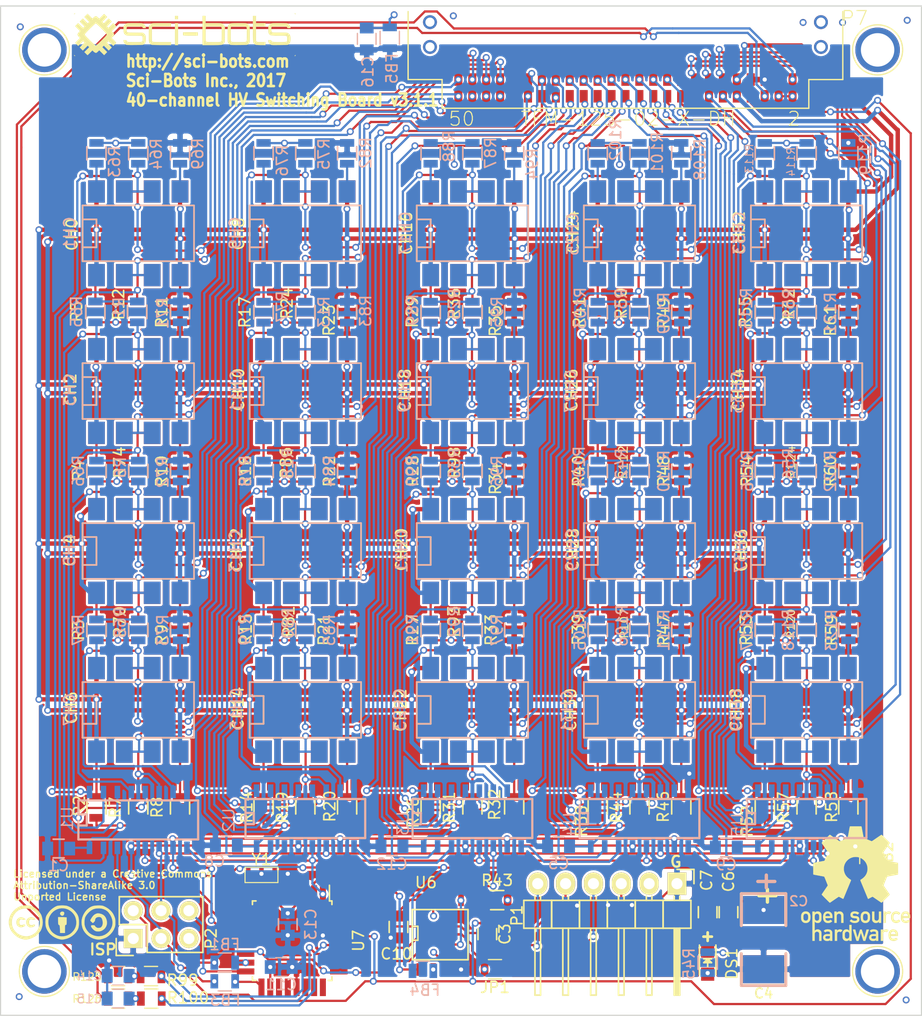
<source format=kicad_pcb>
(kicad_pcb (version 20171130) (host pcbnew "(5.1.9)-1")
  (title_block (title "40-channel HV switching board") (date 2017-06-01) (rev 3.1.1) (company "Sci-Bots Inc."))
  (layers (0 Front signal) (1 3.3V power hide) (2 GND power) (31 Back signal) (34 B.Paste user) (35 F.Paste user) (36 B.SilkS user) (37 F.SilkS user) (38 B.Mask user) (39 F.Mask user) (44 Edge.Cuts user))
  (net 0 "")
  (net 1 A4/SDA)
  (net 2 A5/SCL)
  (net 3 D11/MOSI)
  (net 4 D12/MISO)
  (net 5 D13/SCK)
  (net 6 D8/OE)
  (net 7 D9/SRCLR)
  (net 8 GND)
  (net 9 HV)
  (net 10 HVGND)
  (net 11 HVOUT0)
  (net 12 HVOUT1)
  (net 13 HVOUT10)
  (net 14 HVOUT11)
  (net 15 HVOUT12)
  (net 16 HVOUT13)
  (net 17 HVOUT14)
  (net 18 HVOUT15)
  (net 19 HVOUT16)
  (net 20 HVOUT17)
  (net 21 HVOUT18)
  (net 22 HVOUT19)
  (net 23 HVOUT2)
  (net 24 HVOUT20)
  (net 25 HVOUT21)
  (net 26 HVOUT22)
  (net 27 HVOUT23)
  (net 28 HVOUT24)
  (net 29 HVOUT25)
  (net 30 HVOUT26)
  (net 31 HVOUT27)
  (net 32 HVOUT28)
  (net 33 HVOUT29)
  (net 34 HVOUT3)
  (net 35 HVOUT30)
  (net 36 HVOUT31)
  (net 37 HVOUT32)
  (net 38 HVOUT33)
  (net 39 HVOUT34)
  (net 40 HVOUT35)
  (net 41 HVOUT36)
  (net 42 HVOUT37)
  (net 43 HVOUT38)
  (net 44 HVOUT39)
  (net 45 HVOUT4)
  (net 46 HVOUT5)
  (net 47 HVOUT6)
  (net 48 HVOUT7)
  (net 49 HVOUT8)
  (net 50 HVOUT9)
  (net 51 OUT0)
  (net 52 OUT1)
  (net 53 OUT10)
  (net 54 OUT11)
  (net 55 OUT12)
  (net 56 OUT13)
  (net 57 OUT14)
  (net 58 OUT15)
  (net 59 OUT16)
  (net 60 OUT17)
  (net 61 OUT18)
  (net 62 OUT19)
  (net 63 OUT2)
  (net 64 OUT20)
  (net 65 OUT21)
  (net 66 OUT22)
  (net 67 OUT23)
  (net 68 OUT24)
  (net 69 OUT25)
  (net 70 OUT26)
  (net 71 OUT27)
  (net 72 OUT28)
  (net 73 OUT29)
  (net 74 OUT3)
  (net 75 OUT30)
  (net 76 OUT31)
  (net 77 OUT32)
  (net 78 OUT33)
  (net 79 OUT34)
  (net 80 OUT35)
  (net 81 OUT36)
  (net 82 OUT37)
  (net 83 OUT38)
  (net 84 OUT39)
  (net 85 OUT4)
  (net 86 OUT5)
  (net 87 OUT6)
  (net 88 OUT7)
  (net 89 OUT8)
  (net 90 OUT9)
  (net 91 RST)
  (net 92 RX)
  (net 93 TX)
  (net 94 "Net-(C3-Pad1)")
  (net 95 "Net-(CH0-Pad1)")
  (net 96 "Net-(CH0-Pad4)")
  (net 97 "Net-(CH1-Pad1)")
  (net 98 "Net-(CH1-Pad4)")
  (net 99 "Net-(CH2-Pad1)")
  (net 100 "Net-(CH2-Pad4)")
  (net 101 "Net-(CH3-Pad1)")
  (net 102 "Net-(CH3-Pad4)")
  (net 103 "Net-(CH4-Pad1)")
  (net 104 "Net-(CH4-Pad4)")
  (net 105 "Net-(CH5-Pad1)")
  (net 106 "Net-(CH5-Pad4)")
  (net 107 "Net-(CH6-Pad1)")
  (net 108 "Net-(CH6-Pad4)")
  (net 109 "Net-(CH7-Pad1)")
  (net 110 "Net-(CH7-Pad4)")
  (net 111 "Net-(CH8-Pad1)")
  (net 112 "Net-(CH8-Pad4)")
  (net 113 "Net-(CH9-Pad1)")
  (net 114 "Net-(CH9-Pad4)")
  (net 115 "Net-(CH10-Pad1)")
  (net 116 "Net-(CH10-Pad4)")
  (net 117 "Net-(CH11-Pad1)")
  (net 118 "Net-(CH11-Pad4)")
  (net 119 "Net-(CH12-Pad1)")
  (net 120 "Net-(CH12-Pad4)")
  (net 121 "Net-(CH13-Pad1)")
  (net 122 "Net-(CH13-Pad4)")
  (net 123 "Net-(CH14-Pad1)")
  (net 124 "Net-(CH14-Pad4)")
  (net 125 "Net-(CH15-Pad1)")
  (net 126 "Net-(CH15-Pad4)")
  (net 127 "Net-(CH16-Pad1)")
  (net 128 "Net-(CH16-Pad4)")
  (net 129 "Net-(CH17-Pad1)")
  (net 130 "Net-(CH17-Pad4)")
  (net 131 "Net-(CH18-Pad1)")
  (net 132 "Net-(CH18-Pad4)")
  (net 133 "Net-(CH19-Pad1)")
  (net 134 "Net-(CH19-Pad4)")
  (net 135 "Net-(CH20-Pad1)")
  (net 136 "Net-(CH20-Pad4)")
  (net 137 "Net-(CH21-Pad1)")
  (net 138 "Net-(CH21-Pad4)")
  (net 139 "Net-(CH22-Pad1)")
  (net 140 "Net-(CH22-Pad4)")
  (net 141 "Net-(CH23-Pad1)")
  (net 142 "Net-(CH23-Pad4)")
  (net 143 "Net-(CH24-Pad1)")
  (net 144 "Net-(CH24-Pad4)")
  (net 145 "Net-(CH25-Pad1)")
  (net 146 "Net-(CH25-Pad4)")
  (net 147 "Net-(CH26-Pad1)")
  (net 148 "Net-(CH26-Pad4)")
  (net 149 "Net-(CH27-Pad1)")
  (net 150 "Net-(CH27-Pad4)")
  (net 151 "Net-(CH28-Pad1)")
  (net 152 "Net-(CH28-Pad4)")
  (net 153 "Net-(CH29-Pad1)")
  (net 154 "Net-(CH29-Pad4)")
  (net 155 "Net-(CH30-Pad1)")
  (net 156 "Net-(CH30-Pad4)")
  (net 157 "Net-(CH31-Pad1)")
  (net 158 "Net-(CH31-Pad4)")
  (net 159 "Net-(CH32-Pad1)")
  (net 160 "Net-(CH32-Pad4)")
  (net 161 "Net-(CH33-Pad1)")
  (net 162 "Net-(CH33-Pad4)")
  (net 163 "Net-(CH34-Pad1)")
  (net 164 "Net-(CH34-Pad4)")
  (net 165 "Net-(CH35-Pad1)")
  (net 166 "Net-(CH35-Pad4)")
  (net 167 "Net-(CH36-Pad1)")
  (net 168 "Net-(CH36-Pad4)")
  (net 169 "Net-(CH37-Pad1)")
  (net 170 "Net-(CH37-Pad4)")
  (net 171 "Net-(CH38-Pad1)")
  (net 172 "Net-(CH38-Pad4)")
  (net 173 "Net-(CH39-Pad1)")
  (net 174 "Net-(CH39-Pad4)")
  (net 175 "Net-(U1-Pad9)")
  (net 176 "Net-(U2-Pad9)")
  (net 177 "Net-(U3-Pad9)")
  (net 178 "Net-(U4-Pad9)")
  (net 179 +3.3V)
  (net 180 +3.3V_USB)
  (net 181 "Net-(P1-Pad2)")
  (net 182 D3/595SS)
  (net 183 D4/W25SS)
  (net 184 "Net-(DS1-Pad2)")
  (net 185 "Net-(C14-Pad2)")
  (net 186 "Net-(C15-Pad2)")
  (net 187 "Net-(FB1-Pad1)")
  (net 188 "Net-(FB2-Pad1)")
  (net 189 "Net-(FB3-Pad1)")
  (net 190 "Net-(FB4-Pad1)")
  (net 191 CHASIS_GND)
  (net 192 "Net-(R99-Pad2)")
  (net 193 "Net-(R100-Pad2)")
  (net 194 "Net-(U7-Pad7)")
  (net 195 "Net-(U7-Pad8)")
  (net 196 "Net-(U7-Pad9)")
  (net 197 "Net-(U7-Pad10)")
  (net 198 "Net-(U7-Pad19)")
  (net 199 "Net-(U7-Pad20)")
  (net 200 "Net-(U7-Pad22)")
  (net 201 "Net-(U7-Pad23)")
  (net 202 "Net-(U7-Pad24)")
  (net 203 "Net-(U7-Pad25)")
  (net 204 "Net-(U7-Pad26)")
  (net 205 "Net-(U7-Pad32)")
  (net 206 "Net-(U7-Pad11)")
  (net 207 "Net-(U7-Pad14)")
  (module SMD_Packages:DIP-8_SMD (layer Back) (at 82.28125 58.09875)
    (fp_text reference CH27 (at -6.28125 0.00125 90) (layer B.SilkS) (effects (justify mirror)))
    (fp_text value AQW214)
    (pad 1 smd rect (at -3.81 -3.81) (size 1.524 2.032) (layers Back B.Paste B.Mask) (net 149 "Net-(CH27-Pad1)"))
    (pad 2 smd rect (at -1.27 -3.81) (size 1.524 2.032) (layers Back B.Paste B.Mask) (net 71 OUT27))
    (pad 3 smd rect (at 1.27 -3.81) (size 1.524 2.032) (layers Back B.Paste B.Mask) (net 71 OUT27))
    (pad 4 smd rect (at 3.81 -3.81) (size 1.524 2.032) (layers Back B.Paste B.Mask) (net 150 "Net-(CH27-Pad4)"))
    (pad 5 smd rect (at 3.81 3.81) (size 1.524 2.032) (layers Back B.Paste B.Mask) (net 9 HV))
    (pad 6 smd rect (at 1.27 3.81) (size 1.524 2.032) (layers Back B.Paste B.Mask) (net 31 HVOUT27))
    (pad 7 smd rect (at -1.27 3.81) (size 1.524 2.032) (layers Back B.Paste B.Mask) (net 31 HVOUT27))
    (pad 8 smd rect (at -3.81 3.81) (size 1.524 2.032) (layers Back B.Paste B.Mask) (net 10 HVGND))
  )
  (module Resistors_SMD:R_0805 (layer Back) (at 67.04125 50.90875 270)
    (fp_text reference R25 (at -0.71875 1.63125 270) (layer B.SilkS) (effects (justify mirror)))
    (fp_text value 4.75k)
    (pad 1 smd rect (at -0.95 0 270) (size 0.7 1.3) (layers Back B.Paste B.Mask) (net 179 +3.3V))
    (pad 2 smd rect (at 0.95 0 270) (size 0.7 1.3) (layers Back B.Paste B.Mask) (net 62 OUT19))
  )
  (module LOGO (layer Front) (at 40.8 25.6)
    (fp_text reference G*** hide)
    (fp_text value LOGO hide)
  )
  (module Sci-Bots:SM2917 (layer Back) (at 93.6 108.1 270)
    (fp_text reference C2 (at -3.5 -3.2) (layer B.SilkS) (effects (font (size 0.889 0.889) (thickness 0.1524)) (justify mirror)))
    (fp_text value 33uF hide)
    (pad 1 smd rect (at -2.70002 0 270) (size 2.55016 3.74904) (layers Back B.Paste B.Mask) (net 179 +3.3V))
    (pad 2 smd rect (at 2.70002 0 270) (size 2.55016 3.74904) (layers Back B.Paste B.Mask) (net 8 GND))
  )
  (module Sci-Bots:SM2917 (layer Front) (at 93.6 108.1 270)
    (fp_text reference C4 (at 4.9 0) (layer F.SilkS) (effects (font (size 0.889 0.889) (thickness 0.1524))))
    (fp_text value 33uF hide)
    (pad 1 smd rect (at -2.70002 0 270) (size 2.55016 3.74904) (layers Front F.Paste F.Mask) (net 179 +3.3V))
    (pad 2 smd rect (at 2.70002 0 270) (size 2.55016 3.74904) (layers Front F.Paste F.Mask) (net 8 GND))
  )
  (module SMD_Packages:DIP-8_SMD (layer Front) (at 36.56125 43.71875)
    (fp_text reference CH0 (at -6.05125 0.11125 90) (layer F.SilkS))
    (fp_text value AQW214)
    (pad 1 smd rect (at -3.81 3.81) (size 1.524 2.032) (layers Front F.Paste F.Mask) (net 95 "Net-(CH0-Pad1)"))
    (pad 2 smd rect (at -1.27 3.81) (size 1.524 2.032) (layers Front F.Paste F.Mask) (net 51 OUT0))
    (pad 3 smd rect (at 1.27 3.81) (size 1.524 2.032) (layers Front F.Paste F.Mask) (net 51 OUT0))
    (pad 4 smd rect (at 3.81 3.81) (size 1.524 2.032) (layers Front F.Paste F.Mask) (net 96 "Net-(CH0-Pad4)"))
    (pad 5 smd rect (at 3.81 -3.81) (size 1.524 2.032) (layers Front F.Paste F.Mask) (net 9 HV))
    (pad 6 smd rect (at 1.27 -3.81) (size 1.524 2.032) (layers Front F.Paste F.Mask) (net 11 HVOUT0))
    (pad 7 smd rect (at -1.27 -3.81) (size 1.524 2.032) (layers Front F.Paste F.Mask) (net 11 HVOUT0))
    (pad 8 smd rect (at -3.81 -3.81) (size 1.524 2.032) (layers Front F.Paste F.Mask) (net 10 HVGND))
  )
  (module SMD_Packages:DIP-8_SMD (layer Back) (at 36.56125 43.71875)
    (fp_text reference CH1 (at -6.26125 -0.01875 90) (layer B.SilkS) (effects (justify mirror)))
    (fp_text value AQW214)
    (pad 1 smd rect (at -3.81 -3.81) (size 1.524 2.032) (layers Back B.Paste B.Mask) (net 97 "Net-(CH1-Pad1)"))
    (pad 2 smd rect (at -1.27 -3.81) (size 1.524 2.032) (layers Back B.Paste B.Mask) (net 52 OUT1))
    (pad 3 smd rect (at 1.27 -3.81) (size 1.524 2.032) (layers Back B.Paste B.Mask) (net 52 OUT1))
    (pad 4 smd rect (at 3.81 -3.81) (size 1.524 2.032) (layers Back B.Paste B.Mask) (net 98 "Net-(CH1-Pad4)"))
    (pad 5 smd rect (at 3.81 3.81) (size 1.524 2.032) (layers Back B.Paste B.Mask) (net 9 HV))
    (pad 6 smd rect (at 1.27 3.81) (size 1.524 2.032) (layers Back B.Paste B.Mask) (net 12 HVOUT1))
    (pad 7 smd rect (at -1.27 3.81) (size 1.524 2.032) (layers Back B.Paste B.Mask) (net 12 HVOUT1))
    (pad 8 smd rect (at -3.81 3.81) (size 1.524 2.032) (layers Back B.Paste B.Mask) (net 10 HVGND))
  )
  (module SMD_Packages:DIP-8_SMD (layer Front) (at 36.56125 58.09875)
    (fp_text reference CH2 (at -6.16125 -0.12875 90) (layer F.SilkS))
    (fp_text value AQW214)
    (pad 1 smd rect (at -3.81 3.81) (size 1.524 2.032) (layers Front F.Paste F.Mask) (net 99 "Net-(CH2-Pad1)"))
    (pad 2 smd rect (at -1.27 3.81) (size 1.524 2.032) (layers Front F.Paste F.Mask) (net 63 OUT2))
    (pad 3 smd rect (at 1.27 3.81) (size 1.524 2.032) (layers Front F.Paste F.Mask) (net 63 OUT2))
    (pad 4 smd rect (at 3.81 3.81) (size 1.524 2.032) (layers Front F.Paste F.Mask) (net 100 "Net-(CH2-Pad4)"))
    (pad 5 smd rect (at 3.81 -3.81) (size 1.524 2.032) (layers Front F.Paste F.Mask) (net 9 HV))
    (pad 6 smd rect (at 1.27 -3.81) (size 1.524 2.032) (layers Front F.Paste F.Mask) (net 23 HVOUT2))
    (pad 7 smd rect (at -1.27 -3.81) (size 1.524 2.032) (layers Front F.Paste F.Mask) (net 23 HVOUT2))
    (pad 8 smd rect (at -3.81 -3.81) (size 1.524 2.032) (layers Front F.Paste F.Mask) (net 10 HVGND))
  )
  (module SMD_Packages:DIP-8_SMD (layer Back) (at 36.56125 58.09875)
    (fp_text reference CH3 (at -6.26125 -0.09875 90) (layer B.SilkS) (effects (justify mirror)))
    (fp_text value AQW214)
    (pad 1 smd rect (at -3.81 -3.81) (size 1.524 2.032) (layers Back B.Paste B.Mask) (net 101 "Net-(CH3-Pad1)"))
    (pad 2 smd rect (at -1.27 -3.81) (size 1.524 2.032) (layers Back B.Paste B.Mask) (net 74 OUT3))
    (pad 3 smd rect (at 1.27 -3.81) (size 1.524 2.032) (layers Back B.Paste B.Mask) (net 74 OUT3))
    (pad 4 smd rect (at 3.81 -3.81) (size 1.524 2.032) (layers Back B.Paste B.Mask) (net 102 "Net-(CH3-Pad4)"))
    (pad 5 smd rect (at 3.81 3.81) (size 1.524 2.032) (layers Back B.Paste B.Mask) (net 9 HV))
    (pad 6 smd rect (at 1.27 3.81) (size 1.524 2.032) (layers Back B.Paste B.Mask) (net 34 HVOUT3))
    (pad 7 smd rect (at -1.27 3.81) (size 1.524 2.032) (layers Back B.Paste B.Mask) (net 34 HVOUT3))
    (pad 8 smd rect (at -3.81 3.81) (size 1.524 2.032) (layers Back B.Paste B.Mask) (net 10 HVGND))
  )
  (module SMD_Packages:DIP-8_SMD (layer Front) (at 36.56125 72.67875)
    (fp_text reference CH4 (at -6.27125 -0.06875 90) (layer F.SilkS))
    (fp_text value AQW214)
    (pad 1 smd rect (at -3.81 3.81) (size 1.524 2.032) (layers Front F.Paste F.Mask) (net 103 "Net-(CH4-Pad1)"))
    (pad 2 smd rect (at -1.27 3.81) (size 1.524 2.032) (layers Front F.Paste F.Mask) (net 85 OUT4))
    (pad 3 smd rect (at 1.27 3.81) (size 1.524 2.032) (layers Front F.Paste F.Mask) (net 85 OUT4))
    (pad 4 smd rect (at 3.81 3.81) (size 1.524 2.032) (layers Front F.Paste F.Mask) (net 104 "Net-(CH4-Pad4)"))
    (pad 5 smd rect (at 3.81 -3.81) (size 1.524 2.032) (layers Front F.Paste F.Mask) (net 9 HV))
    (pad 6 smd rect (at 1.27 -3.81) (size 1.524 2.032) (layers Front F.Paste F.Mask) (net 45 HVOUT4))
    (pad 7 smd rect (at -1.27 -3.81) (size 1.524 2.032) (layers Front F.Paste F.Mask) (net 45 HVOUT4))
    (pad 8 smd rect (at -3.81 -3.81) (size 1.524 2.032) (layers Front F.Paste F.Mask) (net 10 HVGND))
  )
  (module SMD_Packages:DIP-8_SMD (layer Back) (at 36.56125 72.67875)
    (fp_text reference CH5 (at -6.26125 -0.07875 90) (layer B.SilkS) (effects (justify mirror)))
    (fp_text value AQW214)
    (pad 1 smd rect (at -3.81 -3.81) (size 1.524 2.032) (layers Back B.Paste B.Mask) (net 105 "Net-(CH5-Pad1)"))
    (pad 2 smd rect (at -1.27 -3.81) (size 1.524 2.032) (layers Back B.Paste B.Mask) (net 86 OUT5))
    (pad 3 smd rect (at 1.27 -3.81) (size 1.524 2.032) (layers Back B.Paste B.Mask) (net 86 OUT5))
    (pad 4 smd rect (at 3.81 -3.81) (size 1.524 2.032) (layers Back B.Paste B.Mask) (net 106 "Net-(CH5-Pad4)"))
    (pad 5 smd rect (at 3.81 3.81) (size 1.524 2.032) (layers Back B.Paste B.Mask) (net 9 HV))
    (pad 6 smd rect (at 1.27 3.81) (size 1.524 2.032) (layers Back B.Paste B.Mask) (net 46 HVOUT5))
    (pad 7 smd rect (at -1.27 3.81) (size 1.524 2.032) (layers Back B.Paste B.Mask) (net 46 HVOUT5))
    (pad 8 smd rect (at -3.81 3.81) (size 1.524 2.032) (layers Back B.Paste B.Mask) (net 10 HVGND))
  )
  (module SMD_Packages:DIP-8_SMD (layer Front) (at 36.56125 87.15875)
    (fp_text reference CH6 (at -6.10125 -0.18875 90) (layer F.SilkS))
    (fp_text value AQW214)
    (pad 1 smd rect (at -3.81 3.81) (size 1.524 2.032) (layers Front F.Paste F.Mask) (net 107 "Net-(CH6-Pad1)"))
    (pad 2 smd rect (at -1.27 3.81) (size 1.524 2.032) (layers Front F.Paste F.Mask) (net 87 OUT6))
    (pad 3 smd rect (at 1.27 3.81) (size 1.524 2.032) (layers Front F.Paste F.Mask) (net 87 OUT6))
    (pad 4 smd rect (at 3.81 3.81) (size 1.524 2.032) (layers Front F.Paste F.Mask) (net 108 "Net-(CH6-Pad4)"))
    (pad 5 smd rect (at 3.81 -3.81) (size 1.524 2.032) (layers Front F.Paste F.Mask) (net 9 HV))
    (pad 6 smd rect (at 1.27 -3.81) (size 1.524 2.032) (layers Front F.Paste F.Mask) (net 47 HVOUT6))
    (pad 7 smd rect (at -1.27 -3.81) (size 1.524 2.032) (layers Front F.Paste F.Mask) (net 47 HVOUT6))
    (pad 8 smd rect (at -3.81 -3.81) (size 1.524 2.032) (layers Front F.Paste F.Mask) (net 10 HVGND))
  )
  (module SMD_Packages:DIP-8_SMD (layer Back) (at 36.56125 87.15875)
    (fp_text reference CH7 (at -6.27125 -0.01875 90) (layer B.SilkS) (effects (justify mirror)))
    (fp_text value AQW214)
    (pad 1 smd rect (at -3.81 -3.81) (size 1.524 2.032) (layers Back B.Paste B.Mask) (net 109 "Net-(CH7-Pad1)"))
    (pad 2 smd rect (at -1.27 -3.81) (size 1.524 2.032) (layers Back B.Paste B.Mask) (net 88 OUT7))
    (pad 3 smd rect (at 1.27 -3.81) (size 1.524 2.032) (layers Back B.Paste B.Mask) (net 88 OUT7))
    (pad 4 smd rect (at 3.81 -3.81) (size 1.524 2.032) (layers Back B.Paste B.Mask) (net 110 "Net-(CH7-Pad4)"))
    (pad 5 smd rect (at 3.81 3.81) (size 1.524 2.032) (layers Back B.Paste B.Mask) (net 9 HV))
    (pad 6 smd rect (at 1.27 3.81) (size 1.524 2.032) (layers Back B.Paste B.Mask) (net 48 HVOUT7))
    (pad 7 smd rect (at -1.27 3.81) (size 1.524 2.032) (layers Back B.Paste B.Mask) (net 48 HVOUT7))
    (pad 8 smd rect (at -3.81 3.81) (size 1.524 2.032) (layers Back B.Paste B.Mask) (net 10 HVGND))
  )
  (module SMD_Packages:DIP-8_SMD (layer Front) (at 51.80125 43.71875)
    (fp_text reference CH8 (at -6.09125 0.05125 90) (layer F.SilkS))
    (fp_text value AQW214)
    (pad 1 smd rect (at -3.81 3.81) (size 1.524 2.032) (layers Front F.Paste F.Mask) (net 111 "Net-(CH8-Pad1)"))
    (pad 2 smd rect (at -1.27 3.81) (size 1.524 2.032) (layers Front F.Paste F.Mask) (net 89 OUT8))
    (pad 3 smd rect (at 1.27 3.81) (size 1.524 2.032) (layers Front F.Paste F.Mask) (net 89 OUT8))
    (pad 4 smd rect (at 3.81 3.81) (size 1.524 2.032) (layers Front F.Paste F.Mask) (net 112 "Net-(CH8-Pad4)"))
    (pad 5 smd rect (at 3.81 -3.81) (size 1.524 2.032) (layers Front F.Paste F.Mask) (net 9 HV))
    (pad 6 smd rect (at 1.27 -3.81) (size 1.524 2.032) (layers Front F.Paste F.Mask) (net 49 HVOUT8))
    (pad 7 smd rect (at -1.27 -3.81) (size 1.524 2.032) (layers Front F.Paste F.Mask) (net 49 HVOUT8))
    (pad 8 smd rect (at -3.81 -3.81) (size 1.524 2.032) (layers Front F.Paste F.Mask) (net 10 HVGND))
  )
  (module SMD_Packages:DIP-8_SMD (layer Back) (at 51.80125 43.71875)
    (fp_text reference CH9 (at -6.40125 -0.01875 90) (layer B.SilkS) (effects (justify mirror)))
    (fp_text value AQW214)
    (pad 1 smd rect (at -3.81 -3.81) (size 1.524 2.032) (layers Back B.Paste B.Mask) (net 113 "Net-(CH9-Pad1)"))
    (pad 2 smd rect (at -1.27 -3.81) (size 1.524 2.032) (layers Back B.Paste B.Mask) (net 90 OUT9))
    (pad 3 smd rect (at 1.27 -3.81) (size 1.524 2.032) (layers Back B.Paste B.Mask) (net 90 OUT9))
    (pad 4 smd rect (at 3.81 -3.81) (size 1.524 2.032) (layers Back B.Paste B.Mask) (net 114 "Net-(CH9-Pad4)"))
    (pad 5 smd rect (at 3.81 3.81) (size 1.524 2.032) (layers Back B.Paste B.Mask) (net 9 HV))
    (pad 6 smd rect (at 1.27 3.81) (size 1.524 2.032) (layers Back B.Paste B.Mask) (net 50 HVOUT9))
    (pad 7 smd rect (at -1.27 3.81) (size 1.524 2.032) (layers Back B.Paste B.Mask) (net 50 HVOUT9))
    (pad 8 smd rect (at -3.81 3.81) (size 1.524 2.032) (layers Back B.Paste B.Mask) (net 10 HVGND))
  )
  (module SMD_Packages:DIP-8_SMD (layer Front) (at 51.80125 58.09875)
    (fp_text reference CH10 (at -6.09125 -0.12875 90) (layer F.SilkS))
    (fp_text value AQW214)
    (pad 1 smd rect (at -3.81 3.81) (size 1.524 2.032) (layers Front F.Paste F.Mask) (net 115 "Net-(CH10-Pad1)"))
    (pad 2 smd rect (at -1.27 3.81) (size 1.524 2.032) (layers Front F.Paste F.Mask) (net 53 OUT10))
    (pad 3 smd rect (at 1.27 3.81) (size 1.524 2.032) (layers Front F.Paste F.Mask) (net 53 OUT10))
    (pad 4 smd rect (at 3.81 3.81) (size 1.524 2.032) (layers Front F.Paste F.Mask) (net 116 "Net-(CH10-Pad4)"))
    (pad 5 smd rect (at 3.81 -3.81) (size 1.524 2.032) (layers Front F.Paste F.Mask) (net 9 HV))
    (pad 6 smd rect (at 1.27 -3.81) (size 1.524 2.032) (layers Front F.Paste F.Mask) (net 13 HVOUT10))
    (pad 7 smd rect (at -1.27 -3.81) (size 1.524 2.032) (layers Front F.Paste F.Mask) (net 13 HVOUT10))
    (pad 8 smd rect (at -3.81 -3.81) (size 1.524 2.032) (layers Front F.Paste F.Mask) (net 10 HVGND))
  )
  (module SMD_Packages:DIP-8_SMD (layer Back) (at 51.80125 58.09875)
    (fp_text reference CH11 (at -6.30125 0.00125 90) (layer B.SilkS) (effects (justify mirror)))
    (fp_text value AQW214)
    (pad 1 smd rect (at -3.81 -3.81) (size 1.524 2.032) (layers Back B.Paste B.Mask) (net 117 "Net-(CH11-Pad1)"))
    (pad 2 smd rect (at -1.27 -3.81) (size 1.524 2.032) (layers Back B.Paste B.Mask) (net 54 OUT11))
    (pad 3 smd rect (at 1.27 -3.81) (size 1.524 2.032) (layers Back B.Paste B.Mask) (net 54 OUT11))
    (pad 4 smd rect (at 3.81 -3.81) (size 1.524 2.032) (layers Back B.Paste B.Mask) (net 118 "Net-(CH11-Pad4)"))
    (pad 5 smd rect (at 3.81 3.81) (size 1.524 2.032) (layers Back B.Paste B.Mask) (net 9 HV))
    (pad 6 smd rect (at 1.27 3.81) (size 1.524 2.032) (layers Back B.Paste B.Mask) (net 14 HVOUT11))
    (pad 7 smd rect (at -1.27 3.81) (size 1.524 2.032) (layers Back B.Paste B.Mask) (net 14 HVOUT11))
    (pad 8 smd rect (at -3.81 3.81) (size 1.524 2.032) (layers Back B.Paste B.Mask) (net 10 HVGND))
  )
  (module SMD_Packages:DIP-8_SMD (layer Front) (at 51.80125 72.67875)
    (fp_text reference CH12 (at -6.26125 -0.12875 90) (layer F.SilkS))
    (fp_text value AQW214)
    (pad 1 smd rect (at -3.81 3.81) (size 1.524 2.032) (layers Front F.Paste F.Mask) (net 119 "Net-(CH12-Pad1)"))
    (pad 2 smd rect (at -1.27 3.81) (size 1.524 2.032) (layers Front F.Paste F.Mask) (net 55 OUT12))
    (pad 3 smd rect (at 1.27 3.81) (size 1.524 2.032) (layers Front F.Paste F.Mask) (net 55 OUT12))
    (pad 4 smd rect (at 3.81 3.81) (size 1.524 2.032) (layers Front F.Paste F.Mask) (net 120 "Net-(CH12-Pad4)"))
    (pad 5 smd rect (at 3.81 -3.81) (size 1.524 2.032) (layers Front F.Paste F.Mask) (net 9 HV))
    (pad 6 smd rect (at 1.27 -3.81) (size 1.524 2.032) (layers Front F.Paste F.Mask) (net 15 HVOUT12))
    (pad 7 smd rect (at -1.27 -3.81) (size 1.524 2.032) (layers Front F.Paste F.Mask) (net 15 HVOUT12))
    (pad 8 smd rect (at -3.81 -3.81) (size 1.524 2.032) (layers Front F.Paste F.Mask) (net 10 HVGND))
  )
  (module SMD_Packages:DIP-8_SMD (layer Back) (at 51.80125 72.67875)
    (fp_text reference CH13 (at -6.40125 0.02125 90) (layer B.SilkS) (effects (justify mirror)))
    (fp_text value AQW214)
    (pad 1 smd rect (at -3.81 -3.81) (size 1.524 2.032) (layers Back B.Paste B.Mask) (net 121 "Net-(CH13-Pad1)"))
    (pad 2 smd rect (at -1.27 -3.81) (size 1.524 2.032) (layers Back B.Paste B.Mask) (net 56 OUT13))
    (pad 3 smd rect (at 1.27 -3.81) (size 1.524 2.032) (layers Back B.Paste B.Mask) (net 56 OUT13))
    (pad 4 smd rect (at 3.81 -3.81) (size 1.524 2.032) (layers Back B.Paste B.Mask) (net 122 "Net-(CH13-Pad4)"))
    (pad 5 smd rect (at 3.81 3.81) (size 1.524 2.032) (layers Back B.Paste B.Mask) (net 9 HV))
    (pad 6 smd rect (at 1.27 3.81) (size 1.524 2.032) (layers Back B.Paste B.Mask) (net 16 HVOUT13))
    (pad 7 smd rect (at -1.27 3.81) (size 1.524 2.032) (layers Back B.Paste B.Mask) (net 16 HVOUT13))
    (pad 8 smd rect (at -3.81 3.81) (size 1.524 2.032) (layers Back B.Paste B.Mask) (net 10 HVGND))
  )
  (module SMD_Packages:DIP-8_SMD (layer Front) (at 51.80125 87.15875)
    (fp_text reference CH14 (at -6.14125 -0.13875 90) (layer F.SilkS))
    (fp_text value AQW214)
    (pad 1 smd rect (at -3.81 3.81) (size 1.524 2.032) (layers Front F.Paste F.Mask) (net 123 "Net-(CH14-Pad1)"))
    (pad 2 smd rect (at -1.27 3.81) (size 1.524 2.032) (layers Front F.Paste F.Mask) (net 57 OUT14))
    (pad 3 smd rect (at 1.27 3.81) (size 1.524 2.032) (layers Front F.Paste F.Mask) (net 57 OUT14))
    (pad 4 smd rect (at 3.81 3.81) (size 1.524 2.032) (layers Front F.Paste F.Mask) (net 124 "Net-(CH14-Pad4)"))
    (pad 5 smd rect (at 3.81 -3.81) (size 1.524 2.032) (layers Front F.Paste F.Mask) (net 9 HV))
    (pad 6 smd rect (at 1.27 -3.81) (size 1.524 2.032) (layers Front F.Paste F.Mask) (net 17 HVOUT14))
    (pad 7 smd rect (at -1.27 -3.81) (size 1.524 2.032) (layers Front F.Paste F.Mask) (net 17 HVOUT14))
    (pad 8 smd rect (at -3.81 -3.81) (size 1.524 2.032) (layers Front F.Paste F.Mask) (net 10 HVGND))
  )
  (module SMD_Packages:DIP-8_SMD (layer Back) (at 51.80125 87.15875)
    (fp_text reference CH15 (at -6.30125 -0.05875 90) (layer B.SilkS) (effects (justify mirror)))
    (fp_text value AQW214)
    (pad 1 smd rect (at -3.81 -3.81) (size 1.524 2.032) (layers Back B.Paste B.Mask) (net 125 "Net-(CH15-Pad1)"))
    (pad 2 smd rect (at -1.27 -3.81) (size 1.524 2.032) (layers Back B.Paste B.Mask) (net 58 OUT15))
    (pad 3 smd rect (at 1.27 -3.81) (size 1.524 2.032) (layers Back B.Paste B.Mask) (net 58 OUT15))
    (pad 4 smd rect (at 3.81 -3.81) (size 1.524 2.032) (layers Back B.Paste B.Mask) (net 126 "Net-(CH15-Pad4)"))
    (pad 5 smd rect (at 3.81 3.81) (size 1.524 2.032) (layers Back B.Paste B.Mask) (net 9 HV))
    (pad 6 smd rect (at 1.27 3.81) (size 1.524 2.032) (layers Back B.Paste B.Mask) (net 18 HVOUT15))
    (pad 7 smd rect (at -1.27 3.81) (size 1.524 2.032) (layers Back B.Paste B.Mask) (net 18 HVOUT15))
    (pad 8 smd rect (at -3.81 3.81) (size 1.524 2.032) (layers Back B.Paste B.Mask) (net 10 HVGND))
  )
  (module SMD_Packages:DIP-8_SMD (layer Front) (at 67.04125 43.71875)
    (fp_text reference CH16 (at -6.01125 0.00125 90) (layer F.SilkS))
    (fp_text value AQW214)
    (pad 1 smd rect (at -3.81 3.81) (size 1.524 2.032) (layers Front F.Paste F.Mask) (net 127 "Net-(CH16-Pad1)"))
    (pad 2 smd rect (at -1.27 3.81) (size 1.524 2.032) (layers Front F.Paste F.Mask) (net 59 OUT16))
    (pad 3 smd rect (at 1.27 3.81) (size 1.524 2.032) (layers Front F.Paste F.Mask) (net 59 OUT16))
    (pad 4 smd rect (at 3.81 3.81) (size 1.524 2.032) (layers Front F.Paste F.Mask) (net 128 "Net-(CH16-Pad4)"))
    (pad 5 smd rect (at 3.81 -3.81) (size 1.524 2.032) (layers Front F.Paste F.Mask) (net 9 HV))
    (pad 6 smd rect (at 1.27 -3.81) (size 1.524 2.032) (layers Front F.Paste F.Mask) (net 19 HVOUT16))
    (pad 7 smd rect (at -1.27 -3.81) (size 1.524 2.032) (layers Front F.Paste F.Mask) (net 19 HVOUT16))
    (pad 8 smd rect (at -3.81 -3.81) (size 1.524 2.032) (layers Front F.Paste F.Mask) (net 10 HVGND))
  )
  (module SMD_Packages:DIP-8_SMD (layer Back) (at 67.04125 43.71875)
    (fp_text reference CH17 (at -6.14125 -0.01875 90) (layer B.SilkS) (effects (justify mirror)))
    (fp_text value AQW214)
    (pad 1 smd rect (at -3.81 -3.81) (size 1.524 2.032) (layers Back B.Paste B.Mask) (net 129 "Net-(CH17-Pad1)"))
    (pad 2 smd rect (at -1.27 -3.81) (size 1.524 2.032) (layers Back B.Paste B.Mask) (net 60 OUT17))
    (pad 3 smd rect (at 1.27 -3.81) (size 1.524 2.032) (layers Back B.Paste B.Mask) (net 60 OUT17))
    (pad 4 smd rect (at 3.81 -3.81) (size 1.524 2.032) (layers Back B.Paste B.Mask) (net 130 "Net-(CH17-Pad4)"))
    (pad 5 smd rect (at 3.81 3.81) (size 1.524 2.032) (layers Back B.Paste B.Mask) (net 9 HV))
    (pad 6 smd rect (at 1.27 3.81) (size 1.524 2.032) (layers Back B.Paste B.Mask) (net 20 HVOUT17))
    (pad 7 smd rect (at -1.27 3.81) (size 1.524 2.032) (layers Back B.Paste B.Mask) (net 20 HVOUT17))
    (pad 8 smd rect (at -3.81 3.81) (size 1.524 2.032) (layers Back B.Paste B.Mask) (net 10 HVGND))
  )
  (module SMD_Packages:DIP-8_SMD (layer Front) (at 67.04125 58.09875)
    (fp_text reference CH18 (at -6.13125 -0.07875 90) (layer F.SilkS))
    (fp_text value AQW214)
    (pad 1 smd rect (at -3.81 3.81) (size 1.524 2.032) (layers Front F.Paste F.Mask) (net 131 "Net-(CH18-Pad1)"))
    (pad 2 smd rect (at -1.27 3.81) (size 1.524 2.032) (layers Front F.Paste F.Mask) (net 61 OUT18))
    (pad 3 smd rect (at 1.27 3.81) (size 1.524 2.032) (layers Front F.Paste F.Mask) (net 61 OUT18))
    (pad 4 smd rect (at 3.81 3.81) (size 1.524 2.032) (layers Front F.Paste F.Mask) (net 132 "Net-(CH18-Pad4)"))
    (pad 5 smd rect (at 3.81 -3.81) (size 1.524 2.032) (layers Front F.Paste F.Mask) (net 9 HV))
    (pad 6 smd rect (at 1.27 -3.81) (size 1.524 2.032) (layers Front F.Paste F.Mask) (net 21 HVOUT18))
    (pad 7 smd rect (at -1.27 -3.81) (size 1.524 2.032) (layers Front F.Paste F.Mask) (net 21 HVOUT18))
    (pad 8 smd rect (at -3.81 -3.81) (size 1.524 2.032) (layers Front F.Paste F.Mask) (net 10 HVGND))
  )
  (module SMD_Packages:DIP-8_SMD (layer Back) (at 67.04125 58.09875)
    (fp_text reference CH19 (at -6.24125 0.00125 90) (layer B.SilkS) (effects (justify mirror)))
    (fp_text value AQW214)
    (pad 1 smd rect (at -3.81 -3.81) (size 1.524 2.032) (layers Back B.Paste B.Mask) (net 133 "Net-(CH19-Pad1)"))
    (pad 2 smd rect (at -1.27 -3.81) (size 1.524 2.032) (layers Back B.Paste B.Mask) (net 62 OUT19))
    (pad 3 smd rect (at 1.27 -3.81) (size 1.524 2.032) (layers Back B.Paste B.Mask) (net 62 OUT19))
    (pad 4 smd rect (at 3.81 -3.81) (size 1.524 2.032) (layers Back B.Paste B.Mask) (net 134 "Net-(CH19-Pad4)"))
    (pad 5 smd rect (at 3.81 3.81) (size 1.524 2.032) (layers Back B.Paste B.Mask) (net 9 HV))
    (pad 6 smd rect (at 1.27 3.81) (size 1.524 2.032) (layers Back B.Paste B.Mask) (net 22 HVOUT19))
    (pad 7 smd rect (at -1.27 3.81) (size 1.524 2.032) (layers Back B.Paste B.Mask) (net 22 HVOUT19))
    (pad 8 smd rect (at -3.81 3.81) (size 1.524 2.032) (layers Back B.Paste B.Mask) (net 10 HVGND))
  )
  (module SMD_Packages:DIP-8_SMD (layer Front) (at 67.04125 72.67875)
    (fp_text reference CH20 (at -6.46125 -0.12875 90) (layer F.SilkS))
    (fp_text value AQW214)
    (pad 1 smd rect (at -3.81 3.81) (size 1.524 2.032) (layers Front F.Paste F.Mask) (net 135 "Net-(CH20-Pad1)"))
    (pad 2 smd rect (at -1.27 3.81) (size 1.524 2.032) (layers Front F.Paste F.Mask) (net 64 OUT20))
    (pad 3 smd rect (at 1.27 3.81) (size 1.524 2.032) (layers Front F.Paste F.Mask) (net 64 OUT20))
    (pad 4 smd rect (at 3.81 3.81) (size 1.524 2.032) (layers Front F.Paste F.Mask) (net 136 "Net-(CH20-Pad4)"))
    (pad 5 smd rect (at 3.81 -3.81) (size 1.524 2.032) (layers Front F.Paste F.Mask) (net 9 HV))
    (pad 6 smd rect (at 1.27 -3.81) (size 1.524 2.032) (layers Front F.Paste F.Mask) (net 24 HVOUT20))
    (pad 7 smd rect (at -1.27 -3.81) (size 1.524 2.032) (layers Front F.Paste F.Mask) (net 24 HVOUT20))
    (pad 8 smd rect (at -3.81 -3.81) (size 1.524 2.032) (layers Front F.Paste F.Mask) (net 10 HVGND))
  )
  (module SMD_Packages:DIP-8_SMD (layer Back) (at 67.04125 72.67875)
    (fp_text reference CH21 (at -6.44125 0.02125 90) (layer B.SilkS) (effects (justify mirror)))
    (fp_text value AQW214)
    (pad 1 smd rect (at -3.81 -3.81) (size 1.524 2.032) (layers Back B.Paste B.Mask) (net 137 "Net-(CH21-Pad1)"))
    (pad 2 smd rect (at -1.27 -3.81) (size 1.524 2.032) (layers Back B.Paste B.Mask) (net 65 OUT21))
    (pad 3 smd rect (at 1.27 -3.81) (size 1.524 2.032) (layers Back B.Paste B.Mask) (net 65 OUT21))
    (pad 4 smd rect (at 3.81 -3.81) (size 1.524 2.032) (layers Back B.Paste B.Mask) (net 138 "Net-(CH21-Pad4)"))
    (pad 5 smd rect (at 3.81 3.81) (size 1.524 2.032) (layers Back B.Paste B.Mask) (net 9 HV))
    (pad 6 smd rect (at 1.27 3.81) (size 1.524 2.032) (layers Back B.Paste B.Mask) (net 25 HVOUT21))
    (pad 7 smd rect (at -1.27 3.81) (size 1.524 2.032) (layers Back B.Paste B.Mask) (net 25 HVOUT21))
    (pad 8 smd rect (at -3.81 3.81) (size 1.524 2.032) (layers Back B.Paste B.Mask) (net 10 HVGND))
  )
  (module SMD_Packages:DIP-8_SMD (layer Front) (at 67.04125 87.15875)
    (fp_text reference CH22 (at -6.54125 0.04125 90) (layer F.SilkS))
    (fp_text value AQW214)
    (pad 1 smd rect (at -3.81 3.81) (size 1.524 2.032) (layers Front F.Paste F.Mask) (net 139 "Net-(CH22-Pad1)"))
    (pad 2 smd rect (at -1.27 3.81) (size 1.524 2.032) (layers Front F.Paste F.Mask) (net 66 OUT22))
    (pad 3 smd rect (at 1.27 3.81) (size 1.524 2.032) (layers Front F.Paste F.Mask) (net 66 OUT22))
    (pad 4 smd rect (at 3.81 3.81) (size 1.524 2.032) (layers Front F.Paste F.Mask) (net 140 "Net-(CH22-Pad4)"))
    (pad 5 smd rect (at 3.81 -3.81) (size 1.524 2.032) (layers Front F.Paste F.Mask) (net 9 HV))
    (pad 6 smd rect (at 1.27 -3.81) (size 1.524 2.032) (layers Front F.Paste F.Mask) (net 26 HVOUT22))
    (pad 7 smd rect (at -1.27 -3.81) (size 1.524 2.032) (layers Front F.Paste F.Mask) (net 26 HVOUT22))
    (pad 8 smd rect (at -3.81 -3.81) (size 1.524 2.032) (layers Front F.Paste F.Mask) (net 10 HVGND))
  )
  (module SMD_Packages:DIP-8_SMD (layer Back) (at 67.04125 87.15875)
    (fp_text reference CH23 (at -6.63125 -0.01875 90) (layer B.SilkS) (effects (justify mirror)))
    (fp_text value AQW214)
    (pad 1 smd rect (at -3.81 -3.81) (size 1.524 2.032) (layers Back B.Paste B.Mask) (net 141 "Net-(CH23-Pad1)"))
    (pad 2 smd rect (at -1.27 -3.81) (size 1.524 2.032) (layers Back B.Paste B.Mask) (net 67 OUT23))
    (pad 3 smd rect (at 1.27 -3.81) (size 1.524 2.032) (layers Back B.Paste B.Mask) (net 67 OUT23))
    (pad 4 smd rect (at 3.81 -3.81) (size 1.524 2.032) (layers Back B.Paste B.Mask) (net 142 "Net-(CH23-Pad4)"))
    (pad 5 smd rect (at 3.81 3.81) (size 1.524 2.032) (layers Back B.Paste B.Mask) (net 9 HV))
    (pad 6 smd rect (at 1.27 3.81) (size 1.524 2.032) (layers Back B.Paste B.Mask) (net 27 HVOUT23))
    (pad 7 smd rect (at -1.27 3.81) (size 1.524 2.032) (layers Back B.Paste B.Mask) (net 27 HVOUT23))
    (pad 8 smd rect (at -3.81 3.81) (size 1.524 2.032) (layers Back B.Paste B.Mask) (net 10 HVGND))
  )
  (module SMD_Packages:DIP-8_SMD (layer Front) (at 82.28125 43.71875)
    (fp_text reference CH24 (at -6.06125 -0.11875 90) (layer F.SilkS))
    (fp_text value AQW214)
    (pad 1 smd rect (at -3.81 3.81) (size 1.524 2.032) (layers Front F.Paste F.Mask) (net 143 "Net-(CH24-Pad1)"))
    (pad 2 smd rect (at -1.27 3.81) (size 1.524 2.032) (layers Front F.Paste F.Mask) (net 68 OUT24))
    (pad 3 smd rect (at 1.27 3.81) (size 1.524 2.032) (layers Front F.Paste F.Mask) (net 68 OUT24))
    (pad 4 smd rect (at 3.81 3.81) (size 1.524 2.032) (layers Front F.Paste F.Mask) (net 144 "Net-(CH24-Pad4)"))
    (pad 5 smd rect (at 3.81 -3.81) (size 1.524 2.032) (layers Front F.Paste F.Mask) (net 9 HV))
    (pad 6 smd rect (at 1.27 -3.81) (size 1.524 2.032) (layers Front F.Paste F.Mask) (net 28 HVOUT24))
    (pad 7 smd rect (at -1.27 -3.81) (size 1.524 2.032) (layers Front F.Paste F.Mask) (net 28 HVOUT24))
    (pad 8 smd rect (at -3.81 -3.81) (size 1.524 2.032) (layers Front F.Paste F.Mask) (net 10 HVGND))
  )
  (module SMD_Packages:DIP-8_SMD (layer Back) (at 82.28125 43.71875)
    (fp_text reference CH25 (at -6.08125 0.08125 90) (layer B.SilkS) (effects (justify mirror)))
    (fp_text value AQW214)
    (pad 1 smd rect (at -3.81 -3.81) (size 1.524 2.032) (layers Back B.Paste B.Mask) (net 145 "Net-(CH25-Pad1)"))
    (pad 2 smd rect (at -1.27 -3.81) (size 1.524 2.032) (layers Back B.Paste B.Mask) (net 69 OUT25))
    (pad 3 smd rect (at 1.27 -3.81) (size 1.524 2.032) (layers Back B.Paste B.Mask) (net 69 OUT25))
    (pad 4 smd rect (at 3.81 -3.81) (size 1.524 2.032) (layers Back B.Paste B.Mask) (net 146 "Net-(CH25-Pad4)"))
    (pad 5 smd rect (at 3.81 3.81) (size 1.524 2.032) (layers Back B.Paste B.Mask) (net 9 HV))
    (pad 6 smd rect (at 1.27 3.81) (size 1.524 2.032) (layers Back B.Paste B.Mask) (net 29 HVOUT25))
    (pad 7 smd rect (at -1.27 3.81) (size 1.524 2.032) (layers Back B.Paste B.Mask) (net 29 HVOUT25))
    (pad 8 smd rect (at -3.81 3.81) (size 1.524 2.032) (layers Back B.Paste B.Mask) (net 10 HVGND))
  )
  (module SMD_Packages:DIP-8_SMD (layer Front) (at 82.28125 58.09875)
    (fp_text reference CH26 (at -6.17125 -0.07875 90) (layer F.SilkS))
    (fp_text value AQW214)
    (pad 1 smd rect (at -3.81 3.81) (size 1.524 2.032) (layers Front F.Paste F.Mask) (net 147 "Net-(CH26-Pad1)"))
    (pad 2 smd rect (at -1.27 3.81) (size 1.524 2.032) (layers Front F.Paste F.Mask) (net 70 OUT26))
    (pad 3 smd rect (at 1.27 3.81) (size 1.524 2.032) (layers Front F.Paste F.Mask) (net 70 OUT26))
    (pad 4 smd rect (at 3.81 3.81) (size 1.524 2.032) (layers Front F.Paste F.Mask) (net 148 "Net-(CH26-Pad4)"))
    (pad 5 smd rect (at 3.81 -3.81) (size 1.524 2.032) (layers Front F.Paste F.Mask) (net 9 HV))
    (pad 6 smd rect (at 1.27 -3.81) (size 1.524 2.032) (layers Front F.Paste F.Mask) (net 30 HVOUT26))
    (pad 7 smd rect (at -1.27 -3.81) (size 1.524 2.032) (layers Front F.Paste F.Mask) (net 30 HVOUT26))
    (pad 8 smd rect (at -3.81 -3.81) (size 1.524 2.032) (layers Front F.Paste F.Mask) (net 10 HVGND))
  )
  (module SMD_Packages:DIP-8_SMD (layer Front) (at 82.28125 72.67875)
    (fp_text reference CH28 (at -6.06125 -0.12875 90) (layer F.SilkS))
    (fp_text value AQW214)
    (pad 1 smd rect (at -3.81 3.81) (size 1.524 2.032) (layers Front F.Paste F.Mask) (net 151 "Net-(CH28-Pad1)"))
    (pad 2 smd rect (at -1.27 3.81) (size 1.524 2.032) (layers Front F.Paste F.Mask) (net 72 OUT28))
    (pad 3 smd rect (at 1.27 3.81) (size 1.524 2.032) (layers Front F.Paste F.Mask) (net 72 OUT28))
    (pad 4 smd rect (at 3.81 3.81) (size 1.524 2.032) (layers Front F.Paste F.Mask) (net 152 "Net-(CH28-Pad4)"))
    (pad 5 smd rect (at 3.81 -3.81) (size 1.524 2.032) (layers Front F.Paste F.Mask) (net 9 HV))
    (pad 6 smd rect (at 1.27 -3.81) (size 1.524 2.032) (layers Front F.Paste F.Mask) (net 32 HVOUT28))
    (pad 7 smd rect (at -1.27 -3.81) (size 1.524 2.032) (layers Front F.Paste F.Mask) (net 32 HVOUT28))
    (pad 8 smd rect (at -3.81 -3.81) (size 1.524 2.032) (layers Front F.Paste F.Mask) (net 10 HVGND))
  )
  (module SMD_Packages:DIP-8_SMD (layer Back) (at 82.28125 72.67875)
    (fp_text reference CH29 (at -6.18125 -0.07875 90) (layer B.SilkS) (effects (justify mirror)))
    (fp_text value AQW214)
    (pad 1 smd rect (at -3.81 -3.81) (size 1.524 2.032) (layers Back B.Paste B.Mask) (net 153 "Net-(CH29-Pad1)"))
    (pad 2 smd rect (at -1.27 -3.81) (size 1.524 2.032) (layers Back B.Paste B.Mask) (net 73 OUT29))
    (pad 3 smd rect (at 1.27 -3.81) (size 1.524 2.032) (layers Back B.Paste B.Mask) (net 73 OUT29))
    (pad 4 smd rect (at 3.81 -3.81) (size 1.524 2.032) (layers Back B.Paste B.Mask) (net 154 "Net-(CH29-Pad4)"))
    (pad 5 smd rect (at 3.81 3.81) (size 1.524 2.032) (layers Back B.Paste B.Mask) (net 9 HV))
    (pad 6 smd rect (at 1.27 3.81) (size 1.524 2.032) (layers Back B.Paste B.Mask) (net 33 HVOUT29))
    (pad 7 smd rect (at -1.27 3.81) (size 1.524 2.032) (layers Back B.Paste B.Mask) (net 33 HVOUT29))
    (pad 8 smd rect (at -3.81 3.81) (size 1.524 2.032) (layers Back B.Paste B.Mask) (net 10 HVGND))
  )
  (module SMD_Packages:DIP-8_SMD (layer Front) (at 82.28125 87.15875)
    (fp_text reference CH30 (at -6.28125 -0.01875 90) (layer F.SilkS))
    (fp_text value AQW214)
    (pad 1 smd rect (at -3.81 3.81) (size 1.524 2.032) (layers Front F.Paste F.Mask) (net 155 "Net-(CH30-Pad1)"))
    (pad 2 smd rect (at -1.27 3.81) (size 1.524 2.032) (layers Front F.Paste F.Mask) (net 75 OUT30))
    (pad 3 smd rect (at 1.27 3.81) (size 1.524 2.032) (layers Front F.Paste F.Mask) (net 75 OUT30))
    (pad 4 smd rect (at 3.81 3.81) (size 1.524 2.032) (layers Front F.Paste F.Mask) (net 156 "Net-(CH30-Pad4)"))
    (pad 5 smd rect (at 3.81 -3.81) (size 1.524 2.032) (layers Front F.Paste F.Mask) (net 9 HV))
    (pad 6 smd rect (at 1.27 -3.81) (size 1.524 2.032) (layers Front F.Paste F.Mask) (net 35 HVOUT30))
    (pad 7 smd rect (at -1.27 -3.81) (size 1.524 2.032) (layers Front F.Paste F.Mask) (net 35 HVOUT30))
    (pad 8 smd rect (at -3.81 -3.81) (size 1.524 2.032) (layers Front F.Paste F.Mask) (net 10 HVGND))
  )
  (module SMD_Packages:DIP-8_SMD (layer Back) (at 82.28125 87.15875)
    (fp_text reference CH31 (at -6.58125 0.14125 90) (layer B.SilkS) (effects (justify mirror)))
    (fp_text value AQW214)
    (pad 1 smd rect (at -3.81 -3.81) (size 1.524 2.032) (layers Back B.Paste B.Mask) (net 157 "Net-(CH31-Pad1)"))
    (pad 2 smd rect (at -1.27 -3.81) (size 1.524 2.032) (layers Back B.Paste B.Mask) (net 76 OUT31))
    (pad 3 smd rect (at 1.27 -3.81) (size 1.524 2.032) (layers Back B.Paste B.Mask) (net 76 OUT31))
    (pad 4 smd rect (at 3.81 -3.81) (size 1.524 2.032) (layers Back B.Paste B.Mask) (net 158 "Net-(CH31-Pad4)"))
    (pad 5 smd rect (at 3.81 3.81) (size 1.524 2.032) (layers Back B.Paste B.Mask) (net 9 HV))
    (pad 6 smd rect (at 1.27 3.81) (size 1.524 2.032) (layers Back B.Paste B.Mask) (net 36 HVOUT31))
    (pad 7 smd rect (at -1.27 3.81) (size 1.524 2.032) (layers Back B.Paste B.Mask) (net 36 HVOUT31))
    (pad 8 smd rect (at -3.81 3.81) (size 1.524 2.032) (layers Back B.Paste B.Mask) (net 10 HVGND))
  )
  (module SMD_Packages:DIP-8_SMD (layer Front) (at 97.52125 43.71875)
    (fp_text reference CH32 (at -6.15125 -0.05875 90) (layer F.SilkS))
    (fp_text value AQW214)
    (pad 1 smd rect (at -3.81 3.81) (size 1.524 2.032) (layers Front F.Paste F.Mask) (net 159 "Net-(CH32-Pad1)"))
    (pad 2 smd rect (at -1.27 3.81) (size 1.524 2.032) (layers Front F.Paste F.Mask) (net 77 OUT32))
    (pad 3 smd rect (at 1.27 3.81) (size 1.524 2.032) (layers Front F.Paste F.Mask) (net 77 OUT32))
    (pad 4 smd rect (at 3.81 3.81) (size 1.524 2.032) (layers Front F.Paste F.Mask) (net 160 "Net-(CH32-Pad4)"))
    (pad 5 smd rect (at 3.81 -3.81) (size 1.524 2.032) (layers Front F.Paste F.Mask) (net 9 HV))
    (pad 6 smd rect (at 1.27 -3.81) (size 1.524 2.032) (layers Front F.Paste F.Mask) (net 37 HVOUT32))
    (pad 7 smd rect (at -1.27 -3.81) (size 1.524 2.032) (layers Front F.Paste F.Mask) (net 37 HVOUT32))
    (pad 8 smd rect (at -3.81 -3.81) (size 1.524 2.032) (layers Front F.Paste F.Mask) (net 10 HVGND))
  )
  (module SMD_Packages:DIP-8_SMD (layer Back) (at 97.52125 43.71875)
    (fp_text reference CH33 (at -6.12125 -0.01875 90) (layer B.SilkS) (effects (justify mirror)))
    (fp_text value AQW214)
    (pad 1 smd rect (at -3.81 -3.81) (size 1.524 2.032) (layers Back B.Paste B.Mask) (net 161 "Net-(CH33-Pad1)"))
    (pad 2 smd rect (at -1.27 -3.81) (size 1.524 2.032) (layers Back B.Paste B.Mask) (net 78 OUT33))
    (pad 3 smd rect (at 1.27 -3.81) (size 1.524 2.032) (layers Back B.Paste B.Mask) (net 78 OUT33))
    (pad 4 smd rect (at 3.81 -3.81) (size 1.524 2.032) (layers Back B.Paste B.Mask) (net 162 "Net-(CH33-Pad4)"))
    (pad 5 smd rect (at 3.81 3.81) (size 1.524 2.032) (layers Back B.Paste B.Mask) (net 9 HV))
    (pad 6 smd rect (at 1.27 3.81) (size 1.524 2.032) (layers Back B.Paste B.Mask) (net 38 HVOUT33))
    (pad 7 smd rect (at -1.27 3.81) (size 1.524 2.032) (layers Back B.Paste B.Mask) (net 38 HVOUT33))
    (pad 8 smd rect (at -3.81 3.81) (size 1.524 2.032) (layers Back B.Paste B.Mask) (net 10 HVGND))
  )
  (module SMD_Packages:DIP-8_SMD (layer Front) (at 97.52125 58.09875)
    (fp_text reference CH34 (at -6.21125 -0.12875 90) (layer F.SilkS))
    (fp_text value AQW214)
    (pad 1 smd rect (at -3.81 3.81) (size 1.524 2.032) (layers Front F.Paste F.Mask) (net 163 "Net-(CH34-Pad1)"))
    (pad 2 smd rect (at -1.27 3.81) (size 1.524 2.032) (layers Front F.Paste F.Mask) (net 79 OUT34))
    (pad 3 smd rect (at 1.27 3.81) (size 1.524 2.032) (layers Front F.Paste F.Mask) (net 79 OUT34))
    (pad 4 smd rect (at 3.81 3.81) (size 1.524 2.032) (layers Front F.Paste F.Mask) (net 164 "Net-(CH34-Pad4)"))
    (pad 5 smd rect (at 3.81 -3.81) (size 1.524 2.032) (layers Front F.Paste F.Mask) (net 9 HV))
    (pad 6 smd rect (at 1.27 -3.81) (size 1.524 2.032) (layers Front F.Paste F.Mask) (net 39 HVOUT34))
    (pad 7 smd rect (at -1.27 -3.81) (size 1.524 2.032) (layers Front F.Paste F.Mask) (net 39 HVOUT34))
    (pad 8 smd rect (at -3.81 -3.81) (size 1.524 2.032) (layers Front F.Paste F.Mask) (net 10 HVGND))
  )
  (module SMD_Packages:DIP-8_SMD (layer Back) (at 97.52125 58.09875)
    (fp_text reference CH35 (at -6.32125 0.10125 90) (layer B.SilkS) (effects (justify mirror)))
    (fp_text value AQW214)
    (pad 1 smd rect (at -3.81 -3.81) (size 1.524 2.032) (layers Back B.Paste B.Mask) (net 165 "Net-(CH35-Pad1)"))
    (pad 2 smd rect (at -1.27 -3.81) (size 1.524 2.032) (layers Back B.Paste B.Mask) (net 80 OUT35))
    (pad 3 smd rect (at 1.27 -3.81) (size 1.524 2.032) (layers Back B.Paste B.Mask) (net 80 OUT35))
    (pad 4 smd rect (at 3.81 -3.81) (size 1.524 2.032) (layers Back B.Paste B.Mask) (net 166 "Net-(CH35-Pad4)"))
    (pad 5 smd rect (at 3.81 3.81) (size 1.524 2.032) (layers Back B.Paste B.Mask) (net 9 HV))
    (pad 6 smd rect (at 1.27 3.81) (size 1.524 2.032) (layers Back B.Paste B.Mask) (net 40 HVOUT35))
    (pad 7 smd rect (at -1.27 3.81) (size 1.524 2.032) (layers Back B.Paste B.Mask) (net 40 HVOUT35))
    (pad 8 smd rect (at -3.81 3.81) (size 1.524 2.032) (layers Back B.Paste B.Mask) (net 10 HVGND))
  )
  (module SMD_Packages:DIP-8_SMD (layer Front) (at 97.52125 72.67875)
    (fp_text reference CH36 (at -5.93125 -0.06875 90) (layer F.SilkS))
    (fp_text value AQW214)
    (pad 1 smd rect (at -3.81 3.81) (size 1.524 2.032) (layers Front F.Paste F.Mask) (net 167 "Net-(CH36-Pad1)"))
    (pad 2 smd rect (at -1.27 3.81) (size 1.524 2.032) (layers Front F.Paste F.Mask) (net 81 OUT36))
    (pad 3 smd rect (at 1.27 3.81) (size 1.524 2.032) (layers Front F.Paste F.Mask) (net 81 OUT36))
    (pad 4 smd rect (at 3.81 3.81) (size 1.524 2.032) (layers Front F.Paste F.Mask) (net 168 "Net-(CH36-Pad4)"))
    (pad 5 smd rect (at 3.81 -3.81) (size 1.524 2.032) (layers Front F.Paste F.Mask) (net 9 HV))
    (pad 6 smd rect (at 1.27 -3.81) (size 1.524 2.032) (layers Front F.Paste F.Mask) (net 41 HVOUT36))
    (pad 7 smd rect (at -1.27 -3.81) (size 1.524 2.032) (layers Front F.Paste F.Mask) (net 41 HVOUT36))
    (pad 8 smd rect (at -3.81 -3.81) (size 1.524 2.032) (layers Front F.Paste F.Mask) (net 10 HVGND))
  )
  (module SMD_Packages:DIP-8_SMD (layer Back) (at 97.52125 72.67875)
    (fp_text reference CH37 (at -6.02125 0.02125 90) (layer B.SilkS) (effects (justify mirror)))
    (fp_text value AQW214)
    (pad 1 smd rect (at -3.81 -3.81) (size 1.524 2.032) (layers Back B.Paste B.Mask) (net 169 "Net-(CH37-Pad1)"))
    (pad 2 smd rect (at -1.27 -3.81) (size 1.524 2.032) (layers Back B.Paste B.Mask) (net 82 OUT37))
    (pad 3 smd rect (at 1.27 -3.81) (size 1.524 2.032) (layers Back B.Paste B.Mask) (net 82 OUT37))
    (pad 4 smd rect (at 3.81 -3.81) (size 1.524 2.032) (layers Back B.Paste B.Mask) (net 170 "Net-(CH37-Pad4)"))
    (pad 5 smd rect (at 3.81 3.81) (size 1.524 2.032) (layers Back B.Paste B.Mask) (net 9 HV))
    (pad 6 smd rect (at 1.27 3.81) (size 1.524 2.032) (layers Back B.Paste B.Mask) (net 42 HVOUT37))
    (pad 7 smd rect (at -1.27 3.81) (size 1.524 2.032) (layers Back B.Paste B.Mask) (net 42 HVOUT37))
    (pad 8 smd rect (at -3.81 3.81) (size 1.524 2.032) (layers Back B.Paste B.Mask) (net 10 HVGND))
  )
  (module SMD_Packages:DIP-8_SMD (layer Front) (at 97.52125 87.15875)
    (fp_text reference CH38 (at -6.43125 -0.01875 90) (layer F.SilkS))
    (fp_text value AQW214)
    (pad 1 smd rect (at -3.81 3.81) (size 1.524 2.032) (layers Front F.Paste F.Mask) (net 171 "Net-(CH38-Pad1)"))
    (pad 2 smd rect (at -1.27 3.81) (size 1.524 2.032) (layers Front F.Paste F.Mask) (net 83 OUT38))
    (pad 3 smd rect (at 1.27 3.81) (size 1.524 2.032) (layers Front F.Paste F.Mask) (net 83 OUT38))
    (pad 4 smd rect (at 3.81 3.81) (size 1.524 2.032) (layers Front F.Paste F.Mask) (net 172 "Net-(CH38-Pad4)"))
    (pad 5 smd rect (at 3.81 -3.81) (size 1.524 2.032) (layers Front F.Paste F.Mask) (net 9 HV))
    (pad 6 smd rect (at 1.27 -3.81) (size 1.524 2.032) (layers Front F.Paste F.Mask) (net 43 HVOUT38))
    (pad 7 smd rect (at -1.27 -3.81) (size 1.524 2.032) (layers Front F.Paste F.Mask) (net 43 HVOUT38))
    (pad 8 smd rect (at -3.81 -3.81) (size 1.524 2.032) (layers Front F.Paste F.Mask) (net 10 HVGND))
  )
  (module SMD_Packages:DIP-8_SMD (layer Back) (at 97.52125 87.15875)
    (fp_text reference CH39 (at -6.38125 0.03125 90) (layer B.SilkS) (effects (justify mirror)))
    (fp_text value AQW214)
    (pad 1 smd rect (at -3.81 -3.81) (size 1.524 2.032) (layers Back B.Paste B.Mask) (net 173 "Net-(CH39-Pad1)"))
    (pad 2 smd rect (at -1.27 -3.81) (size 1.524 2.032) (layers Back B.Paste B.Mask) (net 84 OUT39))
    (pad 3 smd rect (at 1.27 -3.81) (size 1.524 2.032) (layers Back B.Paste B.Mask) (net 84 OUT39))
    (pad 4 smd rect (at 3.81 -3.81) (size 1.524 2.032) (layers Back B.Paste B.Mask) (net 174 "Net-(CH39-Pad4)"))
    (pad 5 smd rect (at 3.81 3.81) (size 1.524 2.032) (layers Back B.Paste B.Mask) (net 9 HV))
    (pad 6 smd rect (at 1.27 3.81) (size 1.524 2.032) (layers Back B.Paste B.Mask) (net 44 HVOUT39))
    (pad 7 smd rect (at -1.27 3.81) (size 1.524 2.032) (layers Back B.Paste B.Mask) (net 44 HVOUT39))
    (pad 8 smd rect (at -3.81 3.81) (size 1.524 2.032) (layers Back B.Paste B.Mask) (net 10 HVGND))
  )
  (module Pin_Headers:Pin_Header_Angled_1x06 (layer Front) (at 85.7 103 270)
    (fp_text reference P1 (at 2.9 14.6 90) (layer F.SilkS))
    (fp_text value CONN_01X06)
    (pad 1 thru_hole rect (at 0 0 270) (size 2.032 1.7272) (drill 1.016) (layers *.Cu *.Mask F.SilkS) (net 8 GND))
    (pad 2 thru_hole oval (at 0 2.54 270) (size 2.032 1.7272) (drill 1.016) (layers *.Cu *.Mask F.SilkS) (net 181 "Net-(P1-Pad2)"))
    (pad 3 thru_hole oval (at 0 5.08 270) (size 2.032 1.7272) (drill 1.016) (layers *.Cu *.Mask F.SilkS) (net 180 +3.3V_USB))
    (pad 4 thru_hole oval (at 0 7.62 270) (size 2.032 1.7272) (drill 1.016) (layers *.Cu *.Mask F.SilkS) (net 93 TX))
    (pad 5 thru_hole oval (at 0 10.16 270) (size 2.032 1.7272) (drill 1.016) (layers *.Cu *.Mask F.SilkS) (net 92 RX))
    (pad 6 thru_hole oval (at 0 12.7 270) (size 2.032 1.7272) (drill 1.016) (layers *.Cu *.Mask F.SilkS) (net 94 "Net-(C3-Pad1)"))
  )
  (module Pin_Headers:Pin_Header_Straight_2x03 (layer Front) (at 36.1 108 90)
    (fp_text reference P2 (at 0 7.1 270) (layer F.SilkS))
    (fp_text value CONN_01X06)
    (pad 1 thru_hole rect (at 0 0 90) (size 1.7272 1.7272) (drill 1.016) (layers *.Cu *.Mask F.SilkS) (net 8 GND))
    (pad 2 thru_hole oval (at 2.54 0 90) (size 1.7272 1.7272) (drill 1.016) (layers *.Cu *.Mask F.SilkS) (net 91 RST))
    (pad 3 thru_hole oval (at 0 2.54 90) (size 1.7272 1.7272) (drill 1.016) (layers *.Cu *.Mask F.SilkS) (net 3 D11/MOSI))
    (pad 4 thru_hole oval (at 2.54 2.54 90) (size 1.7272 1.7272) (drill 1.016) (layers *.Cu *.Mask F.SilkS) (net 5 D13/SCK))
    (pad 5 thru_hole oval (at 0 5.08 90) (size 1.7272 1.7272) (drill 1.016) (layers *.Cu *.Mask F.SilkS) (net 179 +3.3V))
    (pad 6 thru_hole oval (at 2.54 5.08 90) (size 1.7272 1.7272) (drill 1.016) (layers *.Cu *.Mask F.SilkS) (net 4 D12/MISO))
  )
  (module Sci-Bots:SO16E (layer Back) (at 36.56125 97.19175)
    (fp_text reference U1 (at -6.47125 -0.12175 90) (layer B.SilkS) (effects (font (size 1.016 1.143) (thickness 0.127)) (justify mirror)))
    (fp_text value 74HC595A hide)
    (pad 1 smd rect (at -4.445 -2.54) (size 0.508 1.143) (layers Back B.Paste B.Mask) (net 52 OUT1))
    (pad 2 smd rect (at -3.175 -2.54) (size 0.508 1.143) (layers Back B.Paste B.Mask) (net 63 OUT2))
    (pad 3 smd rect (at -1.905 -2.54) (size 0.508 1.143) (layers Back B.Paste B.Mask) (net 74 OUT3))
    (pad 4 smd rect (at -0.635 -2.54) (size 0.508 1.143) (layers Back B.Paste B.Mask) (net 85 OUT4))
    (pad 5 smd rect (at 0.635 -2.54) (size 0.508 1.143) (layers Back B.Paste B.Mask) (net 86 OUT5))
    (pad 6 smd rect (at 1.905 -2.54) (size 0.508 1.143) (layers Back B.Paste B.Mask) (net 87 OUT6))
    (pad 7 smd rect (at 3.175 -2.54) (size 0.508 1.143) (layers Back B.Paste B.Mask) (net 88 OUT7))
    (pad 8 smd rect (at 4.445 -2.54) (size 0.508 1.143) (layers Back B.Paste B.Mask) (net 8 GND))
    (pad 9 smd rect (at 4.445 2.54) (size 0.508 1.143) (layers Back B.Paste B.Mask) (net 175 "Net-(U1-Pad9)"))
    (pad 10 smd rect (at 3.175 2.54) (size 0.508 1.143) (layers Back B.Paste B.Mask) (net 7 D9/SRCLR))
    (pad 11 smd rect (at 1.905 2.54) (size 0.508 1.143) (layers Back B.Paste B.Mask) (net 5 D13/SCK))
    (pad 12 smd rect (at 0.635 2.54) (size 0.508 1.143) (layers Back B.Paste B.Mask) (net 182 D3/595SS))
    (pad 13 smd rect (at -0.635 2.54) (size 0.508 1.143) (layers Back B.Paste B.Mask) (net 6 D8/OE))
    (pad 14 smd rect (at -1.905 2.54) (size 0.508 1.143) (layers Back B.Paste B.Mask) (net 3 D11/MOSI))
    (pad 15 smd rect (at -3.175 2.54) (size 0.508 1.143) (layers Back B.Paste B.Mask) (net 51 OUT0))
    (pad 16 smd rect (at -4.445 2.54) (size 0.508 1.143) (layers Back B.Paste B.Mask) (net 179 +3.3V))
  )
  (module Sci-Bots:SO16E (layer Back) (at 51.80125 97.06475)
    (fp_text reference U2 (at -6.98125 0.14525 90) (layer B.SilkS) (effects (font (size 1.016 1.143) (thickness 0.127)) (justify mirror)))
    (fp_text value 74HC595A hide)
    (pad 1 smd rect (at -4.445 -2.54) (size 0.508 1.143) (layers Back B.Paste B.Mask) (net 90 OUT9))
    (pad 2 smd rect (at -3.175 -2.54) (size 0.508 1.143) (layers Back B.Paste B.Mask) (net 53 OUT10))
    (pad 3 smd rect (at -1.905 -2.54) (size 0.508 1.143) (layers Back B.Paste B.Mask) (net 54 OUT11))
    (pad 4 smd rect (at -0.635 -2.54) (size 0.508 1.143) (layers Back B.Paste B.Mask) (net 55 OUT12))
    (pad 5 smd rect (at 0.635 -2.54) (size 0.508 1.143) (layers Back B.Paste B.Mask) (net 56 OUT13))
    (pad 6 smd rect (at 1.905 -2.54) (size 0.508 1.143) (layers Back B.Paste B.Mask) (net 57 OUT14))
    (pad 7 smd rect (at 3.175 -2.54) (size 0.508 1.143) (layers Back B.Paste B.Mask) (net 58 OUT15))
    (pad 8 smd rect (at 4.445 -2.54) (size 0.508 1.143) (layers Back B.Paste B.Mask) (net 8 GND))
    (pad 9 smd rect (at 4.445 2.54) (size 0.508 1.143) (layers Back B.Paste B.Mask) (net 176 "Net-(U2-Pad9)"))
    (pad 10 smd rect (at 3.175 2.54) (size 0.508 1.143) (layers Back B.Paste B.Mask) (net 7 D9/SRCLR))
    (pad 11 smd rect (at 1.905 2.54) (size 0.508 1.143) (layers Back B.Paste B.Mask) (net 5 D13/SCK))
    (pad 12 smd rect (at 0.635 2.54) (size 0.508 1.143) (layers Back B.Paste B.Mask) (net 182 D3/595SS))
    (pad 13 smd rect (at -0.635 2.54) (size 0.508 1.143) (layers Back B.Paste B.Mask) (net 6 D8/OE))
    (pad 14 smd rect (at -1.905 2.54) (size 0.508 1.143) (layers Back B.Paste B.Mask) (net 175 "Net-(U1-Pad9)"))
    (pad 15 smd rect (at -3.175 2.54) (size 0.508 1.143) (layers Back B.Paste B.Mask) (net 89 OUT8))
    (pad 16 smd rect (at -4.445 2.54) (size 0.508 1.143) (layers Back B.Paste B.Mask) (net 179 +3.3V))
  )
  (module Sci-Bots:SO16E (layer Back) (at 67.04125 97.06475)
    (fp_text reference U3 (at -6.33125 0.44525 90) (layer B.SilkS) (effects (font (size 1.016 1.143) (thickness 0.127)) (justify mirror)))
    (fp_text value 74HC595A hide)
    (pad 1 smd rect (at -4.445 -2.54) (size 0.508 1.143) (layers Back B.Paste B.Mask) (net 60 OUT17))
    (pad 2 smd rect (at -3.175 -2.54) (size 0.508 1.143) (layers Back B.Paste B.Mask) (net 61 OUT18))
    (pad 3 smd rect (at -1.905 -2.54) (size 0.508 1.143) (layers Back B.Paste B.Mask) (net 62 OUT19))
    (pad 4 smd rect (at -0.635 -2.54) (size 0.508 1.143) (layers Back B.Paste B.Mask) (net 64 OUT20))
    (pad 5 smd rect (at 0.635 -2.54) (size 0.508 1.143) (layers Back B.Paste B.Mask) (net 65 OUT21))
    (pad 6 smd rect (at 1.905 -2.54) (size 0.508 1.143) (layers Back B.Paste B.Mask) (net 66 OUT22))
    (pad 7 smd rect (at 3.175 -2.54) (size 0.508 1.143) (layers Back B.Paste B.Mask) (net 67 OUT23))
    (pad 8 smd rect (at 4.445 -2.54) (size 0.508 1.143) (layers Back B.Paste B.Mask) (net 8 GND))
    (pad 9 smd rect (at 4.445 2.54) (size 0.508 1.143) (layers Back B.Paste B.Mask) (net 177 "Net-(U3-Pad9)"))
    (pad 10 smd rect (at 3.175 2.54) (size 0.508 1.143) (layers Back B.Paste B.Mask) (net 7 D9/SRCLR))
    (pad 11 smd rect (at 1.905 2.54) (size 0.508 1.143) (layers Back B.Paste B.Mask) (net 5 D13/SCK))
    (pad 12 smd rect (at 0.635 2.54) (size 0.508 1.143) (layers Back B.Paste B.Mask) (net 182 D3/595SS))
    (pad 13 smd rect (at -0.635 2.54) (size 0.508 1.143) (layers Back B.Paste B.Mask) (net 6 D8/OE))
    (pad 14 smd rect (at -1.905 2.54) (size 0.508 1.143) (layers Back B.Paste B.Mask) (net 176 "Net-(U2-Pad9)"))
    (pad 15 smd rect (at -3.175 2.54) (size 0.508 1.143) (layers Back B.Paste B.Mask) (net 59 OUT16))
    (pad 16 smd rect (at -4.445 2.54) (size 0.508 1.143) (layers Back B.Paste B.Mask) (net 179 +3.3V))
  )
  (module Sci-Bots:SO16E (layer Back) (at 82.28125 97.06475)
    (fp_text reference U4 (at -6.38125 0.53525 90) (layer B.SilkS) (effects (font (size 1.016 1.143) (thickness 0.127)) (justify mirror)))
    (fp_text value 74HC595A hide)
    (pad 1 smd rect (at -4.445 -2.54) (size 0.508 1.143) (layers Back B.Paste B.Mask) (net 69 OUT25))
    (pad 2 smd rect (at -3.175 -2.54) (size 0.508 1.143) (layers Back B.Paste B.Mask) (net 70 OUT26))
    (pad 3 smd rect (at -1.905 -2.54) (size 0.508 1.143) (layers Back B.Paste B.Mask) (net 71 OUT27))
    (pad 4 smd rect (at -0.635 -2.54) (size 0.508 1.143) (layers Back B.Paste B.Mask) (net 72 OUT28))
    (pad 5 smd rect (at 0.635 -2.54) (size 0.508 1.143) (layers Back B.Paste B.Mask) (net 73 OUT29))
    (pad 6 smd rect (at 1.905 -2.54) (size 0.508 1.143) (layers Back B.Paste B.Mask) (net 75 OUT30))
    (pad 7 smd rect (at 3.175 -2.54) (size 0.508 1.143) (layers Back B.Paste B.Mask) (net 76 OUT31))
    (pad 8 smd rect (at 4.445 -2.54) (size 0.508 1.143) (layers Back B.Paste B.Mask) (net 8 GND))
    (pad 9 smd rect (at 4.445 2.54) (size 0.508 1.143) (layers Back B.Paste B.Mask) (net 178 "Net-(U4-Pad9)"))
    (pad 10 smd rect (at 3.175 2.54) (size 0.508 1.143) (layers Back B.Paste B.Mask) (net 7 D9/SRCLR))
    (pad 11 smd rect (at 1.905 2.54) (size 0.508 1.143) (layers Back B.Paste B.Mask) (net 5 D13/SCK))
    (pad 12 smd rect (at 0.635 2.54) (size 0.508 1.143) (layers Back B.Paste B.Mask) (net 182 D3/595SS))
    (pad 13 smd rect (at -0.635 2.54) (size 0.508 1.143) (layers Back B.Paste B.Mask) (net 6 D8/OE))
    (pad 14 smd rect (at -1.905 2.54) (size 0.508 1.143) (layers Back B.Paste B.Mask) (net 177 "Net-(U3-Pad9)"))
    (pad 15 smd rect (at -3.175 2.54) (size 0.508 1.143) (layers Back B.Paste B.Mask) (net 68 OUT24))
    (pad 16 smd rect (at -4.445 2.54) (size 0.508 1.143) (layers Back B.Paste B.Mask) (net 179 +3.3V))
  )
  (module Sci-Bots:SO16E (layer Back) (at 97.52125 97.06475)
    (fp_text reference U5 (at -6.29125 0.59525 90) (layer B.SilkS) (effects (font (size 1.016 1.143) (thickness 0.127)) (justify mirror)))
    (fp_text value 74HC595A hide)
    (pad 1 smd rect (at -4.445 -2.54) (size 0.508 1.143) (layers Back B.Paste B.Mask) (net 78 OUT33))
    (pad 2 smd rect (at -3.175 -2.54) (size 0.508 1.143) (layers Back B.Paste B.Mask) (net 79 OUT34))
    (pad 3 smd rect (at -1.905 -2.54) (size 0.508 1.143) (layers Back B.Paste B.Mask) (net 80 OUT35))
    (pad 4 smd rect (at -0.635 -2.54) (size 0.508 1.143) (layers Back B.Paste B.Mask) (net 81 OUT36))
    (pad 5 smd rect (at 0.635 -2.54) (size 0.508 1.143) (layers Back B.Paste B.Mask) (net 82 OUT37))
    (pad 6 smd rect (at 1.905 -2.54) (size 0.508 1.143) (layers Back B.Paste B.Mask) (net 83 OUT38))
    (pad 7 smd rect (at 3.175 -2.54) (size 0.508 1.143) (layers Back B.Paste B.Mask) (net 84 OUT39))
    (pad 8 smd rect (at 4.445 -2.54) (size 0.508 1.143) (layers Back B.Paste B.Mask) (net 8 GND))
    (pad 9 smd rect (at 4.445 2.54) (size 0.508 1.143) (layers Back B.Paste B.Mask) (net 188 "Net-(FB2-Pad1)"))
    (pad 10 smd rect (at 3.175 2.54) (size 0.508 1.143) (layers Back B.Paste B.Mask) (net 7 D9/SRCLR))
    (pad 11 smd rect (at 1.905 2.54) (size 0.508 1.143) (layers Back B.Paste B.Mask) (net 5 D13/SCK))
    (pad 12 smd rect (at 0.635 2.54) (size 0.508 1.143) (layers Back B.Paste B.Mask) (net 182 D3/595SS))
    (pad 13 smd rect (at -0.635 2.54) (size 0.508 1.143) (layers Back B.Paste B.Mask) (net 6 D8/OE))
    (pad 14 smd rect (at -1.905 2.54) (size 0.508 1.143) (layers Back B.Paste B.Mask) (net 178 "Net-(U4-Pad9)"))
    (pad 15 smd rect (at -3.175 2.54) (size 0.508 1.143) (layers Back B.Paste B.Mask) (net 77 OUT32))
    (pad 16 smd rect (at -4.445 2.54) (size 0.508 1.143) (layers Back B.Paste B.Mask) (net 179 +3.3V))
  )
  (module Sci-Bots:OSHW_logo_10mm (layer Front) (at 102 103)
    (fp_text reference G*** hide)
    (fp_text value LOGO hide)
  )
  (module Sci-Bots:CC_S_A_logo_10mm (layer Front) (at 29.6 106.5)
    (fp_text reference G*** hide)
    (fp_text value LOGO hide)
  )
  (module Capacitors_SMD:C_0805 (layer Back) (at 29.3 99.8 180)
    (fp_text reference C1 (at 0.02 -1.56 180) (layer B.SilkS) (effects (justify mirror)))
    (fp_text value 0.1uF)
    (pad 1 smd rect (at -1 0 180) (size 1 1.25) (layers Back B.Paste B.Mask) (net 179 +3.3V))
    (pad 2 smd rect (at 1 0 180) (size 1 1.25) (layers Back B.Paste B.Mask) (net 8 GND))
  )
  (module Capacitors_SMD:C_0805 (layer Front) (at 68.4 107.6 90)
    (fp_text reference C3 (at 0 1.6 270) (layer F.SilkS))
    (fp_text value 0.1uF)
    (pad 1 smd rect (at -1 0 90) (size 1 1.25) (layers Front F.Paste F.Mask) (net 94 "Net-(C3-Pad1)"))
    (pad 2 smd rect (at 1 0 90) (size 1 1.25) (layers Front F.Paste F.Mask) (net 91 RST))
  )
  (module Capacitors_SMD:C_0805 (layer Back) (at 74.9 99.6 180)
    (fp_text reference C5 (at -0.01 -1.56 180) (layer B.SilkS) (effects (justify mirror)))
    (fp_text value 0.1uF)
    (pad 1 smd rect (at -1 0 180) (size 1 1.25) (layers Back B.Paste B.Mask) (net 179 +3.3V))
    (pad 2 smd rect (at 1 0 180) (size 1 1.25) (layers Back B.Paste B.Mask) (net 8 GND))
  )
  (module Capacitors_SMD:C_0805 (layer Front) (at 90.4 105.6 270)
    (fp_text reference C6 (at -2.8 0 270) (layer F.SilkS))
    (fp_text value 0.1uF)
    (pad 1 smd rect (at -1 0 270) (size 1 1.25) (layers Front F.Paste F.Mask) (net 179 +3.3V))
    (pad 2 smd rect (at 1 0 270) (size 1 1.25) (layers Front F.Paste F.Mask) (net 8 GND))
  )
  (module Capacitors_SMD:C_0805 (layer Front) (at 88.5 105.6 270)
    (fp_text reference C7 (at -2.9 0.1 270) (layer F.SilkS))
    (fp_text value 0.01uF)
    (pad 1 smd rect (at -1 0 270) (size 1 1.25) (layers Front F.Paste F.Mask) (net 179 +3.3V))
    (pad 2 smd rect (at 1 0 270) (size 1 1.25) (layers Front F.Paste F.Mask) (net 8 GND))
  )
  (module Capacitors_SMD:C_0805 (layer Back) (at 44.6 99.5 180)
    (fp_text reference C8 (at 1.09 -1.44 180) (layer B.SilkS) (effects (justify mirror)))
    (fp_text value 0.1uF)
    (pad 1 smd rect (at -1 0 180) (size 1 1.25) (layers Back B.Paste B.Mask) (net 179 +3.3V))
    (pad 2 smd rect (at 1 0 180) (size 1 1.25) (layers Back B.Paste B.Mask) (net 8 GND))
  )
  (module Capacitors_SMD:C_0805 (layer Back) (at 90.2 99.7 180)
    (fp_text reference C9 (at 0.01 -1.57 180) (layer B.SilkS) (effects (justify mirror)))
    (fp_text value 0.1uF)
    (pad 1 smd rect (at -1 0 180) (size 1 1.25) (layers Back B.Paste B.Mask) (net 179 +3.3V))
    (pad 2 smd rect (at 1 0 180) (size 1 1.25) (layers Back B.Paste B.Mask) (net 8 GND))
  )
  (module Capacitors_SMD:C_0805 (layer Back) (at 59.7 99.6 180)
    (fp_text reference C12 (at 0.02 -1.62 180) (layer B.SilkS) (effects (justify mirror)))
    (fp_text value 0.1uF)
    (pad 1 smd rect (at -1 0 180) (size 1 1.25) (layers Back B.Paste B.Mask) (net 179 +3.3V))
    (pad 2 smd rect (at 1 0 180) (size 1 1.25) (layers Back B.Paste B.Mask) (net 8 GND))
  )
  (module Capacitors_SMD:C_0805 (layer Back) (at 50.2 106.7 90)
    (fp_text reference C13 (at 0 2.1 90) (layer B.SilkS) (effects (justify mirror)))
    (fp_text value 0.1uF)
    (pad 1 smd rect (at -1 0 90) (size 1 1.25) (layers Back B.Paste B.Mask) (net 8 GND))
    (pad 2 smd rect (at 1 0 90) (size 1 1.25) (layers Back B.Paste B.Mask) (net 179 +3.3V))
  )
  (module LEDs:LED_0805 (layer Front) (at 88.5 110.2 270)
    (fp_text reference DS1 (at 0.1 -2.2 90) (layer F.SilkS))
    (fp_text value +3.3V_PWR)
    (pad 2 smd rect (at 1.04902 0 90) (size 1.19888 1.19888) (layers Front F.Paste F.Mask) (net 184 "Net-(DS1-Pad2)"))
    (pad 1 smd rect (at -1.04902 0 90) (size 1.19888 1.19888) (layers Front F.Paste F.Mask) (net 8 GND))
  )
  (module Housings_QFP:TQFP-32_7x7mm_Pitch0.8mm (layer Front) (at 50.6 108.2 270)
    (fp_text reference U7 (at 0 -6.05 270) (layer F.SilkS))
    (fp_text value ATMEGA328P-AU)
    (pad 1 smd rect (at -4.25 -2.8 270) (size 1.6 0.55) (layers Front F.Paste F.Mask) (net 182 D3/595SS))
    (pad 2 smd rect (at -4.25 -2 270) (size 1.6 0.55) (layers Front F.Paste F.Mask) (net 183 D4/W25SS))
    (pad 3 smd rect (at -4.25 -1.2 270) (size 1.6 0.55) (layers Front F.Paste F.Mask) (net 8 GND))
    (pad 4 smd rect (at -4.25 -0.4 270) (size 1.6 0.55) (layers Front F.Paste F.Mask) (net 179 +3.3V))
    (pad 5 smd rect (at -4.25 0.4 270) (size 1.6 0.55) (layers Front F.Paste F.Mask) (net 8 GND))
    (pad 6 smd rect (at -4.25 1.2 270) (size 1.6 0.55) (layers Front F.Paste F.Mask) (net 179 +3.3V))
    (pad 7 smd rect (at -4.25 2 270) (size 1.6 0.55) (layers Front F.Paste F.Mask) (net 194 "Net-(U7-Pad7)"))
    (pad 8 smd rect (at -4.25 2.8 270) (size 1.6 0.55) (layers Front F.Paste F.Mask) (net 195 "Net-(U7-Pad8)"))
    (pad 9 smd rect (at -2.8 4.25) (size 1.6 0.55) (layers Front F.Paste F.Mask) (net 196 "Net-(U7-Pad9)"))
    (pad 10 smd rect (at -2 4.25) (size 1.6 0.55) (layers Front F.Paste F.Mask) (net 197 "Net-(U7-Pad10)"))
    (pad 11 smd rect (at -1.2 4.25) (size 1.6 0.55) (layers Front F.Paste F.Mask) (net 206 "Net-(U7-Pad11)"))
    (pad 12 smd rect (at -0.4 4.25) (size 1.6 0.55) (layers Front F.Paste F.Mask) (net 6 D8/OE))
    (pad 13 smd rect (at 0.4 4.25) (size 1.6 0.55) (layers Front F.Paste F.Mask) (net 7 D9/SRCLR))
    (pad 14 smd rect (at 1.2 4.25) (size 1.6 0.55) (layers Front F.Paste F.Mask) (net 207 "Net-(U7-Pad14)"))
    (pad 15 smd rect (at 2 4.25) (size 1.6 0.55) (layers Front F.Paste F.Mask) (net 187 "Net-(FB1-Pad1)"))
    (pad 16 smd rect (at 2.8 4.25) (size 1.6 0.55) (layers Front F.Paste F.Mask) (net 4 D12/MISO))
    (pad 17 smd rect (at 4.25 2.8 270) (size 1.6 0.55) (layers Front F.Paste F.Mask) (net 189 "Net-(FB3-Pad1)"))
    (pad 18 smd rect (at 4.25 2 270) (size 1.6 0.55) (layers Front F.Paste F.Mask) (net 179 +3.3V))
    (pad 19 smd rect (at 4.25 1.2 270) (size 1.6 0.55) (layers Front F.Paste F.Mask) (net 198 "Net-(U7-Pad19)"))
    (pad 20 smd rect (at 4.25 0.4 270) (size 1.6 0.55) (layers Front F.Paste F.Mask) (net 199 "Net-(U7-Pad20)"))
    (pad 21 smd rect (at 4.25 -0.4 270) (size 1.6 0.55) (layers Front F.Paste F.Mask) (net 8 GND))
    (pad 22 smd rect (at 4.25 -1.2 270) (size 1.6 0.55) (layers Front F.Paste F.Mask) (net 200 "Net-(U7-Pad22)"))
    (pad 23 smd rect (at 4.25 -2 270) (size 1.6 0.55) (layers Front F.Paste F.Mask) (net 201 "Net-(U7-Pad23)"))
    (pad 24 smd rect (at 4.25 -2.8 270) (size 1.6 0.55) (layers Front F.Paste F.Mask) (net 202 "Net-(U7-Pad24)"))
    (pad 25 smd rect (at 2.8 -4.25) (size 1.6 0.55) (layers Front F.Paste F.Mask) (net 203 "Net-(U7-Pad25)"))
    (pad 26 smd rect (at 2 -4.25) (size 1.6 0.55) (layers Front F.Paste F.Mask) (net 204 "Net-(U7-Pad26)"))
    (pad 27 smd rect (at 1.2 -4.25) (size 1.6 0.55) (layers Front F.Paste F.Mask) (net 192 "Net-(R99-Pad2)"))
    (pad 28 smd rect (at 0.4 -4.25) (size 1.6 0.55) (layers Front F.Paste F.Mask) (net 193 "Net-(R100-Pad2)"))
    (pad 29 smd rect (at -0.4 -4.25) (size 1.6 0.55) (layers Front F.Paste F.Mask) (net 91 RST))
    (pad 30 smd rect (at -1.2 -4.25) (size 1.6 0.55) (layers Front F.Paste F.Mask) (net 93 TX))
    (pad 31 smd rect (at -2 -4.25) (size 1.6 0.55) (layers Front F.Paste F.Mask) (net 92 RX))
    (pad 32 smd rect (at -2.8 -4.25) (size 1.6 0.55) (layers Front F.Paste F.Mask) (net 205 "Net-(U7-Pad32)"))
  )
  (module Resistors_SMD:R_0805 (layer Back) (at 36.46125 50.88175 270)
    (fp_text reference R1 (at -0.39175 1.65125 270) (layer B.SilkS) (effects (justify mirror)))
    (fp_text value 4.75k)
    (pad 1 smd rect (at -0.95 0 270) (size 0.7 1.3) (layers Back B.Paste B.Mask) (net 179 +3.3V))
    (pad 2 smd rect (at 0.95 0 270) (size 0.7 1.3) (layers Back B.Paste B.Mask) (net 74 OUT3))
  )
  (module Resistors_SMD:R_0805 (layer Front) (at 32.75125 96.04875 270)
    (fp_text reference R2 (at -0.13875 1.56125 270) (layer F.SilkS))
    (fp_text value 220)
    (pad 1 smd rect (at -0.95 0 270) (size 0.7 1.3) (layers Front F.Paste F.Mask) (net 107 "Net-(CH6-Pad1)"))
    (pad 2 smd rect (at 0.95 0 270) (size 0.7 1.3) (layers Front F.Paste F.Mask) (net 179 +3.3V))
  )
  (module Resistors_SMD:R_0805 (layer Front) (at 32.75125 79.86875 270)
    (fp_text reference R3 (at 0.01125 1.64125 270) (layer F.SilkS))
    (fp_text value 220)
    (pad 1 smd rect (at -0.95 0 270) (size 0.7 1.3) (layers Front F.Paste F.Mask) (net 103 "Net-(CH4-Pad1)"))
    (pad 2 smd rect (at 0.95 0 270) (size 0.7 1.3) (layers Front F.Paste F.Mask) (net 179 +3.3V))
  )
  (module Resistors_SMD:R_0805 (layer Front) (at 32.75125 65.38875 270)
    (fp_text reference R4 (at -0.01875 1.63125 270) (layer F.SilkS))
    (fp_text value 220)
    (pad 1 smd rect (at -0.95 0 270) (size 0.7 1.3) (layers Front F.Paste F.Mask) (net 99 "Net-(CH2-Pad1)"))
    (pad 2 smd rect (at 0.95 0 270) (size 0.7 1.3) (layers Front F.Paste F.Mask) (net 179 +3.3V))
  )
  (module Resistors_SMD:R_0805 (layer Front) (at 32.65125 50.88175 270)
    (fp_text reference R5 (at -0.02175 1.71125 270) (layer F.SilkS))
    (fp_text value 220)
    (pad 1 smd rect (at -0.95 0 270) (size 0.7 1.3) (layers Front F.Paste F.Mask) (net 95 "Net-(CH0-Pad1)"))
    (pad 2 smd rect (at 0.95 0 270) (size 0.7 1.3) (layers Front F.Paste F.Mask) (net 179 +3.3V))
  )
  (module Resistors_SMD:R_0805 (layer Back) (at 36.56125 65.38875 270)
    (fp_text reference R6 (at -0.32875 1.63125 270) (layer B.SilkS) (effects (justify mirror)))
    (fp_text value 4.75k)
    (pad 1 smd rect (at -0.95 0 270) (size 0.7 1.3) (layers Back B.Paste B.Mask) (net 179 +3.3V))
    (pad 2 smd rect (at 0.95 0 270) (size 0.7 1.3) (layers Back B.Paste B.Mask) (net 86 OUT5))
  )
  (module Resistors_SMD:R_0805 (layer Front) (at 36.56125 96.04875 90)
    (fp_text reference R7 (at 0 -2.1 90) (layer F.SilkS))
    (fp_text value 4.75k)
    (pad 1 smd rect (at -0.95 0 90) (size 0.7 1.3) (layers Front F.Paste F.Mask) (net 179 +3.3V))
    (pad 2 smd rect (at 0.95 0 90) (size 0.7 1.3) (layers Front F.Paste F.Mask) (net 87 OUT6))
  )
  (module Resistors_SMD:R_0805 (layer Front) (at 40.37125 96.04875 90)
    (fp_text reference R8 (at 0 -2.1 90) (layer F.SilkS))
    (fp_text value 220)
    (pad 1 smd rect (at -0.95 0 90) (size 0.7 1.3) (layers Front F.Paste F.Mask) (net 8 GND))
    (pad 2 smd rect (at 0.95 0 90) (size 0.7 1.3) (layers Front F.Paste F.Mask) (net 108 "Net-(CH6-Pad4)"))
  )
  (module Resistors_SMD:R_0805 (layer Front) (at 40.37125 79.86875 90)
    (fp_text reference R9 (at -0.45125 -1.66125 90) (layer F.SilkS))
    (fp_text value 220)
    (pad 1 smd rect (at -0.95 0 90) (size 0.7 1.3) (layers Front F.Paste F.Mask) (net 8 GND))
    (pad 2 smd rect (at 0.95 0 90) (size 0.7 1.3) (layers Front F.Paste F.Mask) (net 104 "Net-(CH4-Pad4)"))
  )
  (module Resistors_SMD:R_0805 (layer Front) (at 40.37125 65.38875 90)
    (fp_text reference R10 (at -0.01125 -1.67125 90) (layer F.SilkS))
    (fp_text value 220)
    (pad 1 smd rect (at -0.95 0 90) (size 0.7 1.3) (layers Front F.Paste F.Mask) (net 8 GND))
    (pad 2 smd rect (at 0.95 0 90) (size 0.7 1.3) (layers Front F.Paste F.Mask) (net 100 "Net-(CH2-Pad4)"))
  )
  (module Resistors_SMD:R_0805 (layer Front) (at 40.37125 50.88175 90)
    (fp_text reference R11 (at -0.01825 -1.67125 90) (layer F.SilkS))
    (fp_text value 220)
    (pad 1 smd rect (at -0.95 0 90) (size 0.7 1.3) (layers Front F.Paste F.Mask) (net 8 GND))
    (pad 2 smd rect (at 0.95 0 90) (size 0.7 1.3) (layers Front F.Paste F.Mask) (net 96 "Net-(CH0-Pad4)"))
  )
  (module Resistors_SMD:R_0805 (layer Front) (at 36.46125 50.88175 90)
    (fp_text reference R12 (at 0.69175 -1.69125 90) (layer F.SilkS))
    (fp_text value 4.75k)
    (pad 1 smd rect (at -0.95 0 90) (size 0.7 1.3) (layers Front F.Paste F.Mask) (net 179 +3.3V))
    (pad 2 smd rect (at 0.95 0 90) (size 0.7 1.3) (layers Front F.Paste F.Mask) (net 51 OUT0))
  )
  (module Resistors_SMD:R_0805 (layer Back) (at 51.80125 50.90875 270)
    (fp_text reference R13 (at -0.00875 -1.69875 270) (layer B.SilkS) (effects (justify mirror)))
    (fp_text value 4.75k)
    (pad 1 smd rect (at -0.95 0 270) (size 0.7 1.3) (layers Back B.Paste B.Mask) (net 179 +3.3V))
    (pad 2 smd rect (at 0.95 0 270) (size 0.7 1.3) (layers Back B.Paste B.Mask) (net 54 OUT11))
  )
  (module Resistors_SMD:R_0805 (layer Front) (at 47.99125 96.04875 270)
    (fp_text reference R14 (at 0.00125 1.53125 270) (layer F.SilkS))
    (fp_text value 220)
    (pad 1 smd rect (at -0.95 0 270) (size 0.7 1.3) (layers Front F.Paste F.Mask) (net 123 "Net-(CH14-Pad1)"))
    (pad 2 smd rect (at 0.95 0 270) (size 0.7 1.3) (layers Front F.Paste F.Mask) (net 179 +3.3V))
  )
  (module Resistors_SMD:R_0805 (layer Front) (at 47.99125 79.86875 270)
    (fp_text reference R15 (at -0.06875 1.59125 270) (layer F.SilkS))
    (fp_text value 220)
    (pad 1 smd rect (at -0.95 0 270) (size 0.7 1.3) (layers Front F.Paste F.Mask) (net 119 "Net-(CH12-Pad1)"))
    (pad 2 smd rect (at 0.95 0 270) (size 0.7 1.3) (layers Front F.Paste F.Mask) (net 179 +3.3V))
  )
  (module Resistors_SMD:R_0805 (layer Front) (at 47.99125 65.38875 270)
    (fp_text reference R16 (at 0.00125 1.66125 270) (layer F.SilkS))
    (fp_text value 220)
    (pad 1 smd rect (at -0.95 0 270) (size 0.7 1.3) (layers Front F.Paste F.Mask) (net 115 "Net-(CH10-Pad1)"))
    (pad 2 smd rect (at 0.95 0 270) (size 0.7 1.3) (layers Front F.Paste F.Mask) (net 179 +3.3V))
  )
  (module Resistors_SMD:R_0805 (layer Front) (at 47.99125 50.90875 270)
    (fp_text reference R17 (at 0.00125 1.70125 270) (layer F.SilkS))
    (fp_text value 220)
    (pad 1 smd rect (at -0.95 0 270) (size 0.7 1.3) (layers Front F.Paste F.Mask) (net 111 "Net-(CH8-Pad1)"))
    (pad 2 smd rect (at 0.95 0 270) (size 0.7 1.3) (layers Front F.Paste F.Mask) (net 179 +3.3V))
  )
  (module Resistors_SMD:R_0805 (layer Back) (at 51.80125 65.38875 270)
    (fp_text reference R18 (at -0.67875 1.60125 270) (layer B.SilkS) (effects (justify mirror)))
    (fp_text value 4.75k)
    (pad 1 smd rect (at -0.95 0 270) (size 0.7 1.3) (layers Back B.Paste B.Mask) (net 179 +3.3V))
    (pad 2 smd rect (at 0.95 0 270) (size 0.7 1.3) (layers Back B.Paste B.Mask) (net 56 OUT13))
  )
  (module Resistors_SMD:R_0805 (layer Front) (at 51.80125 96.04875 90)
    (fp_text reference R19 (at 0 -2.1 90) (layer F.SilkS))
    (fp_text value 4.75k)
    (pad 1 smd rect (at -0.95 0 90) (size 0.7 1.3) (layers Front F.Paste F.Mask) (net 179 +3.3V))
    (pad 2 smd rect (at 0.95 0 90) (size 0.7 1.3) (layers Front F.Paste F.Mask) (net 57 OUT14))
  )
  (module Resistors_SMD:R_0805 (layer Front) (at 55.61125 96.04875 90)
    (fp_text reference R20 (at 0.09875 -1.58125 90) (layer F.SilkS))
    (fp_text value 220)
    (pad 1 smd rect (at -0.95 0 90) (size 0.7 1.3) (layers Front F.Paste F.Mask) (net 8 GND))
    (pad 2 smd rect (at 0.95 0 90) (size 0.7 1.3) (layers Front F.Paste F.Mask) (net 124 "Net-(CH14-Pad4)"))
  )
  (module Resistors_SMD:R_0805 (layer Front) (at 55.61125 79.86875 90)
    (fp_text reference R21 (at 0 -2.1 90) (layer F.SilkS))
    (fp_text value 220)
    (pad 1 smd rect (at -0.95 0 90) (size 0.7 1.3) (layers Front F.Paste F.Mask) (net 8 GND))
    (pad 2 smd rect (at 0.95 0 90) (size 0.7 1.3) (layers Front F.Paste F.Mask) (net 120 "Net-(CH12-Pad4)"))
  )
  (module Resistors_SMD:R_0805 (layer Front) (at 55.61125 65.38875 90)
    (fp_text reference R22 (at -0.01125 -1.61125 90) (layer F.SilkS))
    (fp_text value 220)
    (pad 1 smd rect (at -0.95 0 90) (size 0.7 1.3) (layers Front F.Paste F.Mask) (net 8 GND))
    (pad 2 smd rect (at 0.95 0 90) (size 0.7 1.3) (layers Front F.Paste F.Mask) (net 116 "Net-(CH10-Pad4)"))
  )
  (module Resistors_SMD:R_0805 (layer Front) (at 55.61125 50.90875 90)
    (fp_text reference R23 (at -0.74125 -1.64125 90) (layer F.SilkS))
    (fp_text value 220)
    (pad 1 smd rect (at -0.95 0 90) (size 0.7 1.3) (layers Front F.Paste F.Mask) (net 8 GND))
    (pad 2 smd rect (at 0.95 0 90) (size 0.7 1.3) (layers Front F.Paste F.Mask) (net 112 "Net-(CH8-Pad4)"))
  )
  (module Resistors_SMD:R_0805 (layer Front) (at 51.80125 50.90875 90)
    (fp_text reference R24 (at 0.80875 -1.67125 90) (layer F.SilkS))
    (fp_text value 4.75k)
    (pad 1 smd rect (at -0.95 0 90) (size 0.7 1.3) (layers Front F.Paste F.Mask) (net 179 +3.3V))
    (pad 2 smd rect (at 0.95 0 90) (size 0.7 1.3) (layers Front F.Paste F.Mask) (net 89 OUT8))
  )
  (module Resistors_SMD:R_0805 (layer Front) (at 63.23125 96.04875 270)
    (fp_text reference R26 (at 0.45125 1.60125 270) (layer F.SilkS))
    (fp_text value 220)
    (pad 1 smd rect (at -0.95 0 270) (size 0.7 1.3) (layers Front F.Paste F.Mask) (net 139 "Net-(CH22-Pad1)"))
    (pad 2 smd rect (at 0.95 0 270) (size 0.7 1.3) (layers Front F.Paste F.Mask) (net 179 +3.3V))
  )
  (module Resistors_SMD:R_0805 (layer Front) (at 63.23125 79.86875 270)
    (fp_text reference R27 (at 0.01125 1.64125 270) (layer F.SilkS))
    (fp_text value 220)
    (pad 1 smd rect (at -0.95 0 270) (size 0.7 1.3) (layers Front F.Paste F.Mask) (net 135 "Net-(CH20-Pad1)"))
    (pad 2 smd rect (at 0.95 0 270) (size 0.7 1.3) (layers Front F.Paste F.Mask) (net 179 +3.3V))
  )
  (module Resistors_SMD:R_0805 (layer Front) (at 63.23125 65.38875 270)
    (fp_text reference R28 (at -0.00875 1.63125 270) (layer F.SilkS))
    (fp_text value 220)
    (pad 1 smd rect (at -0.95 0 270) (size 0.7 1.3) (layers Front F.Paste F.Mask) (net 131 "Net-(CH18-Pad1)"))
    (pad 2 smd rect (at 0.95 0 270) (size 0.7 1.3) (layers Front F.Paste F.Mask) (net 179 +3.3V))
  )
  (module Resistors_SMD:R_0805 (layer Front) (at 63.23125 50.90875 270)
    (fp_text reference R29 (at -0.00875 1.68125 270) (layer F.SilkS))
    (fp_text value 220)
    (pad 1 smd rect (at -0.95 0 270) (size 0.7 1.3) (layers Front F.Paste F.Mask) (net 127 "Net-(CH16-Pad1)"))
    (pad 2 smd rect (at 0.95 0 270) (size 0.7 1.3) (layers Front F.Paste F.Mask) (net 179 +3.3V))
  )
  (module Resistors_SMD:R_0805 (layer Back) (at 67.04125 65.38875 270)
    (fp_text reference R30 (at -0.68875 1.63125 270) (layer B.SilkS) (effects (justify mirror)))
    (fp_text value 4.75k)
    (pad 1 smd rect (at -0.95 0 270) (size 0.7 1.3) (layers Back B.Paste B.Mask) (net 179 +3.3V))
    (pad 2 smd rect (at 0.95 0 270) (size 0.7 1.3) (layers Back B.Paste B.Mask) (net 65 OUT21))
  )
  (module Resistors_SMD:R_0805 (layer Front) (at 67.04125 96.04875 90)
    (fp_text reference R31 (at 0 -2.1 90) (layer F.SilkS))
    (fp_text value 4.75k)
    (pad 1 smd rect (at -0.95 0 90) (size 0.7 1.3) (layers Front F.Paste F.Mask) (net 179 +3.3V))
    (pad 2 smd rect (at 0.95 0 90) (size 0.7 1.3) (layers Front F.Paste F.Mask) (net 66 OUT22))
  )
  (module Resistors_SMD:R_0805 (layer Front) (at 70.85125 96.04875 90)
    (fp_text reference R32 (at 0.25875 -1.78125 90) (layer F.SilkS))
    (fp_text value 220)
    (pad 1 smd rect (at -0.95 0 90) (size 0.7 1.3) (layers Front F.Paste F.Mask) (net 8 GND))
    (pad 2 smd rect (at 0.95 0 90) (size 0.7 1.3) (layers Front F.Paste F.Mask) (net 140 "Net-(CH22-Pad4)"))
  )
  (module Resistors_SMD:R_0805 (layer Front) (at 70.85125 79.86875 90)
    (fp_text reference R33 (at 0 -2.1 90) (layer F.SilkS))
    (fp_text value 220)
    (pad 1 smd rect (at -0.95 0 90) (size 0.7 1.3) (layers Front F.Paste F.Mask) (net 8 GND))
    (pad 2 smd rect (at 0.95 0 90) (size 0.7 1.3) (layers Front F.Paste F.Mask) (net 136 "Net-(CH20-Pad4)"))
  )
  (module Resistors_SMD:R_0805 (layer Front) (at 70.85125 65.38875 90)
    (fp_text reference R34 (at -0.72125 -1.71125 90) (layer F.SilkS))
    (fp_text value 220)
    (pad 1 smd rect (at -0.95 0 90) (size 0.7 1.3) (layers Front F.Paste F.Mask) (net 8 GND))
    (pad 2 smd rect (at 0.95 0 90) (size 0.7 1.3) (layers Front F.Paste F.Mask) (net 132 "Net-(CH18-Pad4)"))
  )
  (module Resistors_SMD:R_0805 (layer Front) (at 70.85125 50.90875 90)
    (fp_text reference R35 (at -0.78125 -1.72125 90) (layer F.SilkS))
    (fp_text value 220)
    (pad 1 smd rect (at -0.95 0 90) (size 0.7 1.3) (layers Front F.Paste F.Mask) (net 8 GND))
    (pad 2 smd rect (at 0.95 0 90) (size 0.7 1.3) (layers Front F.Paste F.Mask) (net 128 "Net-(CH16-Pad4)"))
  )
  (module Resistors_SMD:R_0805 (layer Front) (at 67.04125 50.90875 90)
    (fp_text reference R36 (at 0.77875 -1.65125 90) (layer F.SilkS))
    (fp_text value 4.75k)
    (pad 1 smd rect (at -0.95 0 90) (size 0.7 1.3) (layers Front F.Paste F.Mask) (net 179 +3.3V))
    (pad 2 smd rect (at 0.95 0 90) (size 0.7 1.3) (layers Front F.Paste F.Mask) (net 59 OUT16))
  )
  (module Resistors_SMD:R_0805 (layer Back) (at 82.28125 50.90875 270)
    (fp_text reference R37 (at -0.73875 1.65125 270) (layer B.SilkS) (effects (justify mirror)))
    (fp_text value 4.75k)
    (pad 1 smd rect (at -0.95 0 270) (size 0.7 1.3) (layers Back B.Paste B.Mask) (net 179 +3.3V))
    (pad 2 smd rect (at 0.95 0 270) (size 0.7 1.3) (layers Back B.Paste B.Mask) (net 71 OUT27))
  )
  (module Resistors_SMD:R_0805 (layer Front) (at 78.47125 96.04875 270)
    (fp_text reference R38 (at 1.25125 1.47125 270) (layer F.SilkS))
    (fp_text value 220)
    (pad 1 smd rect (at -0.95 0 270) (size 0.7 1.3) (layers Front F.Paste F.Mask) (net 155 "Net-(CH30-Pad1)"))
    (pad 2 smd rect (at 0.95 0 270) (size 0.7 1.3) (layers Front F.Paste F.Mask) (net 179 +3.3V))
  )
  (module Resistors_SMD:R_0805 (layer Front) (at 78.47125 79.86875 270)
    (fp_text reference R39 (at -0.02875 1.77125 270) (layer F.SilkS))
    (fp_text value 220)
    (pad 1 smd rect (at -0.95 0 270) (size 0.7 1.3) (layers Front F.Paste F.Mask) (net 151 "Net-(CH28-Pad1)"))
    (pad 2 smd rect (at 0.95 0 270) (size 0.7 1.3) (layers Front F.Paste F.Mask) (net 179 +3.3V))
  )
  (module Resistors_SMD:R_0805 (layer Front) (at 78.47125 65.38875 270)
    (fp_text reference R40 (at -0.00875 1.75125 270) (layer F.SilkS))
    (fp_text value 220)
    (pad 1 smd rect (at -0.95 0 270) (size 0.7 1.3) (layers Front F.Paste F.Mask) (net 147 "Net-(CH26-Pad1)"))
    (pad 2 smd rect (at 0.95 0 270) (size 0.7 1.3) (layers Front F.Paste F.Mask) (net 179 +3.3V))
  )
  (module Resistors_SMD:R_0805 (layer Front) (at 78.47125 50.90875 270)
    (fp_text reference R41 (at -0.00875 1.67125 270) (layer F.SilkS))
    (fp_text value 220)
    (pad 1 smd rect (at -0.95 0 270) (size 0.7 1.3) (layers Front F.Paste F.Mask) (net 143 "Net-(CH24-Pad1)"))
    (pad 2 smd rect (at 0.95 0 270) (size 0.7 1.3) (layers Front F.Paste F.Mask) (net 179 +3.3V))
  )
  (module Resistors_SMD:R_0805 (layer Back) (at 82.28125 65.38875 270)
    (fp_text reference R42 (at -0.64875 1.65125 270) (layer B.SilkS) (effects (justify mirror)))
    (fp_text value 4.75k)
    (pad 1 smd rect (at -0.95 0 270) (size 0.7 1.3) (layers Back B.Paste B.Mask) (net 179 +3.3V))
    (pad 2 smd rect (at 0.95 0 270) (size 0.7 1.3) (layers Back B.Paste B.Mask) (net 73 OUT29))
  )
  (module Resistors_SMD:R_0805 (layer Front) (at 69.3 104.5)
    (fp_text reference R43 (at 0 -1.8) (layer F.SilkS))
    (fp_text value 10k)
    (pad 1 smd rect (at -0.95 0) (size 0.7 1.3) (layers Front F.Paste F.Mask) (net 91 RST))
    (pad 2 smd rect (at 0.95 0) (size 0.7 1.3) (layers Front F.Paste F.Mask) (net 179 +3.3V))
  )
  (module Resistors_SMD:R_0805 (layer Front) (at 82.28125 96.04875 90)
    (fp_text reference R44 (at 0 -2.1 90) (layer F.SilkS))
    (fp_text value 4.75k)
    (pad 1 smd rect (at -0.95 0 90) (size 0.7 1.3) (layers Front F.Paste F.Mask) (net 179 +3.3V))
    (pad 2 smd rect (at 0.95 0 90) (size 0.7 1.3) (layers Front F.Paste F.Mask) (net 75 OUT30))
  )
  (module Resistors_SMD:R_0805 (layer Back) (at 88.5 110.2 270)
    (fp_text reference R45 (at 0.1 1.7 270) (layer B.SilkS) (effects (justify mirror)))
    (fp_text value 1k)
    (pad 1 smd rect (at -0.95 0 270) (size 0.7 1.3) (layers Back B.Paste B.Mask) (net 179 +3.3V))
    (pad 2 smd rect (at 0.95 0 270) (size 0.7 1.3) (layers Back B.Paste B.Mask) (net 184 "Net-(DS1-Pad2)"))
  )
  (module Resistors_SMD:R_0805 (layer Front) (at 86.09125 96.04875 90)
    (fp_text reference R46 (at 0.05875 -1.65125 90) (layer F.SilkS))
    (fp_text value 220)
    (pad 1 smd rect (at -0.95 0 90) (size 0.7 1.3) (layers Front F.Paste F.Mask) (net 8 GND))
    (pad 2 smd rect (at 0.95 0 90) (size 0.7 1.3) (layers Front F.Paste F.Mask) (net 156 "Net-(CH30-Pad4)"))
  )
  (module Resistors_SMD:R_0805 (layer Front) (at 86.09125 79.86875 90)
    (fp_text reference R47 (at -0.03125 -1.59125 90) (layer F.SilkS))
    (fp_text value 220)
    (pad 1 smd rect (at -0.95 0 90) (size 0.7 1.3) (layers Front F.Paste F.Mask) (net 8 GND))
    (pad 2 smd rect (at 0.95 0 90) (size 0.7 1.3) (layers Front F.Paste F.Mask) (net 152 "Net-(CH28-Pad4)"))
  )
  (module Resistors_SMD:R_0805 (layer Front) (at 86.09125 65.38875 90)
    (fp_text reference R48 (at -0.01125 -1.59125 90) (layer F.SilkS))
    (fp_text value 220)
    (pad 1 smd rect (at -0.95 0 90) (size 0.7 1.3) (layers Front F.Paste F.Mask) (net 8 GND))
    (pad 2 smd rect (at 0.95 0 90) (size 0.7 1.3) (layers Front F.Paste F.Mask) (net 148 "Net-(CH26-Pad4)"))
  )
  (module Resistors_SMD:R_0805 (layer Front) (at 86.09125 50.90875 90)
    (fp_text reference R49 (at -0.09125 -1.59125 90) (layer F.SilkS))
    (fp_text value 220)
    (pad 1 smd rect (at -0.95 0 90) (size 0.7 1.3) (layers Front F.Paste F.Mask) (net 8 GND))
    (pad 2 smd rect (at 0.95 0 90) (size 0.7 1.3) (layers Front F.Paste F.Mask) (net 144 "Net-(CH24-Pad4)"))
  )
  (module Resistors_SMD:R_0805 (layer Front) (at 82.28125 50.90875 90)
    (fp_text reference R50 (at 0.79875 -1.68125 90) (layer F.SilkS))
    (fp_text value 4.75k)
    (pad 1 smd rect (at -0.95 0 90) (size 0.7 1.3) (layers Front F.Paste F.Mask) (net 179 +3.3V))
    (pad 2 smd rect (at 0.95 0 90) (size 0.7 1.3) (layers Front F.Paste F.Mask) (net 68 OUT24))
  )
  (module Resistors_SMD:R_0805 (layer Back) (at 97.52125 50.90875 270)
    (fp_text reference R51 (at -0.71875 1.63125 270) (layer B.SilkS) (effects (justify mirror)))
    (fp_text value 4.75k)
    (pad 1 smd rect (at -0.95 0 270) (size 0.7 1.3) (layers Back B.Paste B.Mask) (net 179 +3.3V))
    (pad 2 smd rect (at 0.95 0 270) (size 0.7 1.3) (layers Back B.Paste B.Mask) (net 80 OUT35))
  )
  (module Resistors_SMD:R_0805 (layer Front) (at 93.71125 96.04875 270)
    (fp_text reference R52 (at 1.28125 1.62125 270) (layer F.SilkS))
    (fp_text value 220)
    (pad 1 smd rect (at -0.95 0 270) (size 0.7 1.3) (layers Front F.Paste F.Mask) (net 171 "Net-(CH38-Pad1)"))
    (pad 2 smd rect (at 0.95 0 270) (size 0.7 1.3) (layers Front F.Paste F.Mask) (net 179 +3.3V))
  )
  (module Resistors_SMD:R_0805 (layer Front) (at 93.71125 79.86875 270)
    (fp_text reference R53 (at 0.00125 1.70125 270) (layer F.SilkS))
    (fp_text value 220)
    (pad 1 smd rect (at -0.95 0 270) (size 0.7 1.3) (layers Front F.Paste F.Mask) (net 167 "Net-(CH36-Pad1)"))
    (pad 2 smd rect (at 0.95 0 270) (size 0.7 1.3) (layers Front F.Paste F.Mask) (net 179 +3.3V))
  )
  (module Resistors_SMD:R_0805 (layer Front) (at 93.71125 65.38875 270)
    (fp_text reference R54 (at 0.01125 1.61125 270) (layer F.SilkS))
    (fp_text value 220)
    (pad 1 smd rect (at -0.95 0 270) (size 0.7 1.3) (layers Front F.Paste F.Mask) (net 163 "Net-(CH34-Pad1)"))
    (pad 2 smd rect (at 0.95 0 270) (size 0.7 1.3) (layers Front F.Paste F.Mask) (net 179 +3.3V))
  )
  (module Resistors_SMD:R_0805 (layer Front) (at 93.71125 50.90875 270)
    (fp_text reference R55 (at -0.01875 1.77125 270) (layer F.SilkS))
    (fp_text value 220)
    (pad 1 smd rect (at -0.95 0 270) (size 0.7 1.3) (layers Front F.Paste F.Mask) (net 159 "Net-(CH32-Pad1)"))
    (pad 2 smd rect (at 0.95 0 270) (size 0.7 1.3) (layers Front F.Paste F.Mask) (net 179 +3.3V))
  )
  (module Resistors_SMD:R_0805 (layer Back) (at 97.52125 65.38875 270)
    (fp_text reference R56 (at -0.65875 1.62125 270) (layer B.SilkS) (effects (justify mirror)))
    (fp_text value 4.75k)
    (pad 1 smd rect (at -0.95 0 270) (size 0.7 1.3) (layers Back B.Paste B.Mask) (net 179 +3.3V))
    (pad 2 smd rect (at 0.95 0 270) (size 0.7 1.3) (layers Back B.Paste B.Mask) (net 82 OUT37))
  )
  (module Resistors_SMD:R_0805 (layer Front) (at 97.52125 96.04875 90)
    (fp_text reference R57 (at 0 -2.1 90) (layer F.SilkS))
    (fp_text value 4.75k)
    (pad 1 smd rect (at -0.95 0 90) (size 0.7 1.3) (layers Front F.Paste F.Mask) (net 179 +3.3V))
    (pad 2 smd rect (at 0.95 0 90) (size 0.7 1.3) (layers Front F.Paste F.Mask) (net 83 OUT38))
  )
  (module Resistors_SMD:R_0805 (layer Front) (at 101.33125 96.04875 90)
    (fp_text reference R58 (at 0.04875 -1.53125 90) (layer F.SilkS))
    (fp_text value 220)
    (pad 1 smd rect (at -0.95 0 90) (size 0.7 1.3) (layers Front F.Paste F.Mask) (net 8 GND))
    (pad 2 smd rect (at 0.95 0 90) (size 0.7 1.3) (layers Front F.Paste F.Mask) (net 172 "Net-(CH38-Pad4)"))
  )
  (module Resistors_SMD:R_0805 (layer Front) (at 101.33125 79.86875 90)
    (fp_text reference R59 (at -0.03125 -1.53125 90) (layer F.SilkS))
    (fp_text value 220)
    (pad 1 smd rect (at -0.95 0 90) (size 0.7 1.3) (layers Front F.Paste F.Mask) (net 8 GND))
    (pad 2 smd rect (at 0.95 0 90) (size 0.7 1.3) (layers Front F.Paste F.Mask) (net 168 "Net-(CH36-Pad4)"))
  )
  (module Resistors_SMD:R_0805 (layer Front) (at 101.33125 65.38875 90)
    (fp_text reference R60 (at -0.01125 -1.63125 90) (layer F.SilkS))
    (fp_text value 220)
    (pad 1 smd rect (at -0.95 0 90) (size 0.7 1.3) (layers Front F.Paste F.Mask) (net 8 GND))
    (pad 2 smd rect (at 0.95 0 90) (size 0.7 1.3) (layers Front F.Paste F.Mask) (net 164 "Net-(CH34-Pad4)"))
  )
  (module Resistors_SMD:R_0805 (layer Front) (at 101.33125 50.90875 90)
    (fp_text reference R61 (at -0.76125 -1.63125 90) (layer F.SilkS))
    (fp_text value 220)
    (pad 1 smd rect (at -0.95 0 90) (size 0.7 1.3) (layers Front F.Paste F.Mask) (net 8 GND))
    (pad 2 smd rect (at 0.95 0 90) (size 0.7 1.3) (layers Front F.Paste F.Mask) (net 160 "Net-(CH32-Pad4)"))
  )
  (module Resistors_SMD:R_0805 (layer Front) (at 97.52125 50.90875 90)
    (fp_text reference R62 (at 0.73875 -1.60125 90) (layer F.SilkS))
    (fp_text value 4.75k)
    (pad 1 smd rect (at -0.95 0 90) (size 0.7 1.3) (layers Front F.Paste F.Mask) (net 179 +3.3V))
    (pad 2 smd rect (at 0.95 0 90) (size 0.7 1.3) (layers Front F.Paste F.Mask) (net 77 OUT32))
  )
  (module Resistors_SMD:R_0805 (layer Back) (at 32.75125 36.42875 90)
    (fp_text reference R63 (at -0.77125 1.64875 90) (layer B.SilkS) (effects (justify mirror)))
    (fp_text value 220)
    (pad 1 smd rect (at -0.95 0 90) (size 0.7 1.3) (layers Back B.Paste B.Mask) (net 97 "Net-(CH1-Pad1)"))
    (pad 2 smd rect (at 0.95 0 90) (size 0.7 1.3) (layers Back B.Paste B.Mask) (net 179 +3.3V))
  )
  (module Resistors_SMD:R_0805 (layer Back) (at 36.56125 36.42875 270)
    (fp_text reference R64 (at 0.07125 -1.63875 270) (layer B.SilkS) (effects (justify mirror)))
    (fp_text value 4.75k)
    (pad 1 smd rect (at -0.95 0 270) (size 0.7 1.3) (layers Back B.Paste B.Mask) (net 179 +3.3V))
    (pad 2 smd rect (at 0.95 0 270) (size 0.7 1.3) (layers Back B.Paste B.Mask) (net 52 OUT1))
  )
  (module Resistors_SMD:R_0805 (layer Back) (at 32.65125 50.88175 90)
    (fp_text reference R65 (at 0.02175 -1.72125 90) (layer B.SilkS) (effects (justify mirror)))
    (fp_text value 220)
    (pad 1 smd rect (at -0.95 0 90) (size 0.7 1.3) (layers Back B.Paste B.Mask) (net 101 "Net-(CH3-Pad1)"))
    (pad 2 smd rect (at 0.95 0 90) (size 0.7 1.3) (layers Back B.Paste B.Mask) (net 179 +3.3V))
  )
  (module Resistors_SMD:R_0805 (layer Back) (at 32.75125 65.38875 90)
    (fp_text reference R66 (at 0.00875 -1.66125 90) (layer B.SilkS) (effects (justify mirror)))
    (fp_text value 220)
    (pad 1 smd rect (at -0.95 0 90) (size 0.7 1.3) (layers Back B.Paste B.Mask) (net 105 "Net-(CH5-Pad1)"))
    (pad 2 smd rect (at 0.95 0 90) (size 0.7 1.3) (layers Back B.Paste B.Mask) (net 179 +3.3V))
  )
  (module Resistors_SMD:R_0805 (layer Back) (at 32.75125 79.86875 90)
    (fp_text reference R67 (at -0.01125 -1.66125 90) (layer B.SilkS) (effects (justify mirror)))
    (fp_text value 220)
    (pad 1 smd rect (at -0.95 0 90) (size 0.7 1.3) (layers Back B.Paste B.Mask) (net 109 "Net-(CH7-Pad1)"))
    (pad 2 smd rect (at 0.95 0 90) (size 0.7 1.3) (layers Back B.Paste B.Mask) (net 179 +3.3V))
  )
  (module Resistors_SMD:R_0805 (layer Back) (at 36.56125 79.86875 270)
    (fp_text reference R68 (at -0.67875 1.63125 270) (layer B.SilkS) (effects (justify mirror)))
    (fp_text value 4.75k)
    (pad 1 smd rect (at -0.95 0 270) (size 0.7 1.3) (layers Back B.Paste B.Mask) (net 179 +3.3V))
    (pad 2 smd rect (at 0.95 0 270) (size 0.7 1.3) (layers Back B.Paste B.Mask) (net 88 OUT7))
  )
  (module Resistors_SMD:R_0805 (layer Back) (at 40.37125 36.42875 270)
    (fp_text reference R69 (at 0.04125 -1.60875 270) (layer B.SilkS) (effects (justify mirror)))
    (fp_text value 220)
    (pad 1 smd rect (at -0.95 0 270) (size 0.7 1.3) (layers Back B.Paste B.Mask) (net 8 GND))
    (pad 2 smd rect (at 0.95 0 270) (size 0.7 1.3) (layers Back B.Paste B.Mask) (net 98 "Net-(CH1-Pad4)"))
  )
  (module Resistors_SMD:R_0805 (layer Front) (at 36.56125 79.86875 90)
    (fp_text reference R70 (at 0.72875 -1.69125 90) (layer F.SilkS))
    (fp_text value 4.75k)
    (pad 1 smd rect (at -0.95 0 90) (size 0.7 1.3) (layers Front F.Paste F.Mask) (net 179 +3.3V))
    (pad 2 smd rect (at 0.95 0 90) (size 0.7 1.3) (layers Front F.Paste F.Mask) (net 85 OUT4))
  )
  (module Resistors_SMD:R_0805 (layer Back) (at 40.37125 50.88175 270)
    (fp_text reference R71 (at 0.11825 1.57125 270) (layer B.SilkS) (effects (justify mirror)))
    (fp_text value 220)
    (pad 1 smd rect (at -0.95 0 270) (size 0.7 1.3) (layers Back B.Paste B.Mask) (net 8 GND))
    (pad 2 smd rect (at 0.95 0 270) (size 0.7 1.3) (layers Back B.Paste B.Mask) (net 102 "Net-(CH3-Pad4)"))
  )
  (module Resistors_SMD:R_0805 (layer Back) (at 40.37125 65.38875 270)
    (fp_text reference R72 (at 0.11125 1.57125 270) (layer B.SilkS) (effects (justify mirror)))
    (fp_text value 220)
    (pad 1 smd rect (at -0.95 0 270) (size 0.7 1.3) (layers Back B.Paste B.Mask) (net 8 GND))
    (pad 2 smd rect (at 0.95 0 270) (size 0.7 1.3) (layers Back B.Paste B.Mask) (net 106 "Net-(CH5-Pad4)"))
  )
  (module Resistors_SMD:R_0805 (layer Back) (at 40.37125 79.86875 270)
    (fp_text reference R73 (at 0.03125 1.57125 270) (layer B.SilkS) (effects (justify mirror)))
    (fp_text value 220)
    (pad 1 smd rect (at -0.95 0 270) (size 0.7 1.3) (layers Back B.Paste B.Mask) (net 8 GND))
    (pad 2 smd rect (at 0.95 0 270) (size 0.7 1.3) (layers Back B.Paste B.Mask) (net 110 "Net-(CH7-Pad4)"))
  )
  (module Resistors_SMD:R_0805 (layer Front) (at 36.56125 65.38875 90)
    (fp_text reference R74 (at 0.77875 -1.69125 90) (layer F.SilkS))
    (fp_text value 4.75k)
    (pad 1 smd rect (at -0.95 0 90) (size 0.7 1.3) (layers Front F.Paste F.Mask) (net 179 +3.3V))
    (pad 2 smd rect (at 0.95 0 90) (size 0.7 1.3) (layers Front F.Paste F.Mask) (net 63 OUT2))
  )
  (module Resistors_SMD:R_0805 (layer Back) (at 51.80125 36.42875 270)
    (fp_text reference R75 (at 0.07125 -1.69875 270) (layer B.SilkS) (effects (justify mirror)))
    (fp_text value 4.75k)
    (pad 1 smd rect (at -0.95 0 270) (size 0.7 1.3) (layers Back B.Paste B.Mask) (net 179 +3.3V))
    (pad 2 smd rect (at 0.95 0 270) (size 0.7 1.3) (layers Back B.Paste B.Mask) (net 90 OUT9))
  )
  (module Resistors_SMD:R_0805 (layer Back) (at 47.99125 36.42875 90)
    (fp_text reference R76 (at -0.67125 1.70875 90) (layer B.SilkS) (effects (justify mirror)))
    (fp_text value 220)
    (pad 1 smd rect (at -0.95 0 90) (size 0.7 1.3) (layers Back B.Paste B.Mask) (net 113 "Net-(CH9-Pad1)"))
    (pad 2 smd rect (at 0.95 0 90) (size 0.7 1.3) (layers Back B.Paste B.Mask) (net 179 +3.3V))
  )
  (module Resistors_SMD:R_0805 (layer Back) (at 47.99125 50.90875 90)
    (fp_text reference R77 (at 0.50875 1.70875 90) (layer B.SilkS) (effects (justify mirror)))
    (fp_text value 220)
    (pad 1 smd rect (at -0.95 0 90) (size 0.7 1.3) (layers Back B.Paste B.Mask) (net 117 "Net-(CH11-Pad1)"))
    (pad 2 smd rect (at 0.95 0 90) (size 0.7 1.3) (layers Back B.Paste B.Mask) (net 179 +3.3V))
  )
  (module Resistors_SMD:R_0805 (layer Back) (at 47.99125 65.38875 90)
    (fp_text reference R78 (at -0.00125 -1.64125 90) (layer B.SilkS) (effects (justify mirror)))
    (fp_text value 220)
    (pad 1 smd rect (at -0.95 0 90) (size 0.7 1.3) (layers Back B.Paste B.Mask) (net 121 "Net-(CH13-Pad1)"))
    (pad 2 smd rect (at 0.95 0 90) (size 0.7 1.3) (layers Back B.Paste B.Mask) (net 179 +3.3V))
  )
  (module Resistors_SMD:R_0805 (layer Back) (at 47.99125 79.86875 90)
    (fp_text reference R79 (at 0.00875 -1.70125 90) (layer B.SilkS) (effects (justify mirror)))
    (fp_text value 220)
    (pad 1 smd rect (at -0.95 0 90) (size 0.7 1.3) (layers Back B.Paste B.Mask) (net 125 "Net-(CH15-Pad1)"))
    (pad 2 smd rect (at 0.95 0 90) (size 0.7 1.3) (layers Back B.Paste B.Mask) (net 179 +3.3V))
  )
  (module Resistors_SMD:R_0805 (layer Back) (at 51.80125 79.86875 270)
    (fp_text reference R80 (at -0.59875 1.57125 270) (layer B.SilkS) (effects (justify mirror)))
    (fp_text value 4.75k)
    (pad 1 smd rect (at -0.95 0 270) (size 0.7 1.3) (layers Back B.Paste B.Mask) (net 179 +3.3V))
    (pad 2 smd rect (at 0.95 0 270) (size 0.7 1.3) (layers Back B.Paste B.Mask) (net 58 OUT15))
  )
  (module Resistors_SMD:R_0805 (layer Front) (at 51.80125 79.86875 90)
    (fp_text reference R81 (at 0.76875 -1.50125 90) (layer F.SilkS))
    (fp_text value 4.75k)
    (pad 1 smd rect (at -0.95 0 90) (size 0.7 1.3) (layers Front F.Paste F.Mask) (net 179 +3.3V))
    (pad 2 smd rect (at 0.95 0 90) (size 0.7 1.3) (layers Front F.Paste F.Mask) (net 55 OUT12))
  )
  (module Resistors_SMD:R_0805 (layer Back) (at 55.61125 36.42875 270)
    (fp_text reference R82 (at -0.02875 -1.68875 270) (layer B.SilkS) (effects (justify mirror)))
    (fp_text value 220)
    (pad 1 smd rect (at -0.95 0 270) (size 0.7 1.3) (layers Back B.Paste B.Mask) (net 8 GND))
    (pad 2 smd rect (at 0.95 0 270) (size 0.7 1.3) (layers Back B.Paste B.Mask) (net 114 "Net-(CH9-Pad4)"))
  )
  (module Resistors_SMD:R_0805 (layer Back) (at 55.61125 50.90875 270)
    (fp_text reference R83 (at -0.10875 -1.68875 270) (layer B.SilkS) (effects (justify mirror)))
    (fp_text value 220)
    (pad 1 smd rect (at -0.95 0 270) (size 0.7 1.3) (layers Back B.Paste B.Mask) (net 8 GND))
    (pad 2 smd rect (at 0.95 0 270) (size 0.7 1.3) (layers Back B.Paste B.Mask) (net 118 "Net-(CH11-Pad4)"))
  )
  (module Resistors_SMD:R_0805 (layer Back) (at 55.61125 65.38875 270)
    (fp_text reference R84 (at 0.01125 1.61125 270) (layer B.SilkS) (effects (justify mirror)))
    (fp_text value 220)
    (pad 1 smd rect (at -0.95 0 270) (size 0.7 1.3) (layers Back B.Paste B.Mask) (net 8 GND))
    (pad 2 smd rect (at 0.95 0 270) (size 0.7 1.3) (layers Back B.Paste B.Mask) (net 122 "Net-(CH13-Pad4)"))
  )
  (module Resistors_SMD:R_0805 (layer Back) (at 55.61125 79.86875 270)
    (fp_text reference R85 (at 0.03125 1.61125 270) (layer B.SilkS) (effects (justify mirror)))
    (fp_text value 220)
    (pad 1 smd rect (at -0.95 0 270) (size 0.7 1.3) (layers Back B.Paste B.Mask) (net 8 GND))
    (pad 2 smd rect (at 0.95 0 270) (size 0.7 1.3) (layers Back B.Paste B.Mask) (net 126 "Net-(CH15-Pad4)"))
  )
  (module Resistors_SMD:R_0805 (layer Front) (at 51.8 65.4 90)
    (fp_text reference R86 (at 0.77 -1.74 90) (layer F.SilkS))
    (fp_text value 4.75k)
    (pad 1 smd rect (at -0.95 0 90) (size 0.7 1.3) (layers Front F.Paste F.Mask) (net 179 +3.3V))
    (pad 2 smd rect (at 0.95 0 90) (size 0.7 1.3) (layers Front F.Paste F.Mask) (net 53 OUT10))
  )
  (module Resistors_SMD:R_0805 (layer Back) (at 67.04125 36.42875 270)
    (fp_text reference R87 (at -0.02875 -1.65875 270) (layer B.SilkS) (effects (justify mirror)))
    (fp_text value 4.75k)
    (pad 1 smd rect (at -0.95 0 270) (size 0.7 1.3) (layers Back B.Paste B.Mask) (net 179 +3.3V))
    (pad 2 smd rect (at 0.95 0 270) (size 0.7 1.3) (layers Back B.Paste B.Mask) (net 60 OUT17))
  )
  (module Resistors_SMD:R_0805 (layer Back) (at 63.23125 36.42875 90)
    (fp_text reference R88 (at 0.62875 1.66875 90) (layer B.SilkS) (effects (justify mirror)))
    (fp_text value 220)
    (pad 1 smd rect (at -0.95 0 90) (size 0.7 1.3) (layers Back B.Paste B.Mask) (net 129 "Net-(CH17-Pad1)"))
    (pad 2 smd rect (at 0.95 0 90) (size 0.7 1.3) (layers Back B.Paste B.Mask) (net 179 +3.3V))
  )
  (module Resistors_SMD:R_0805 (layer Back) (at 63.23125 50.90875 90)
    (fp_text reference R89 (at 0.20875 -1.64125 90) (layer B.SilkS) (effects (justify mirror)))
    (fp_text value 220)
    (pad 1 smd rect (at -0.95 0 90) (size 0.7 1.3) (layers Back B.Paste B.Mask) (net 133 "Net-(CH19-Pad1)"))
    (pad 2 smd rect (at 0.95 0 90) (size 0.7 1.3) (layers Back B.Paste B.Mask) (net 179 +3.3V))
  )
  (module Resistors_SMD:R_0805 (layer Back) (at 63.23125 65.38875 90)
    (fp_text reference R90 (at -0.02125 -1.70125 90) (layer B.SilkS) (effects (justify mirror)))
    (fp_text value 220)
    (pad 1 smd rect (at -0.95 0 90) (size 0.7 1.3) (layers Back B.Paste B.Mask) (net 137 "Net-(CH21-Pad1)"))
    (pad 2 smd rect (at 0.95 0 90) (size 0.7 1.3) (layers Back B.Paste B.Mask) (net 179 +3.3V))
  )
  (module Resistors_SMD:R_0805 (layer Back) (at 63.23125 79.86875 90)
    (fp_text reference R91 (at 0.02875 -1.68125 90) (layer B.SilkS) (effects (justify mirror)))
    (fp_text value 220)
    (pad 1 smd rect (at -0.95 0 90) (size 0.7 1.3) (layers Back B.Paste B.Mask) (net 141 "Net-(CH23-Pad1)"))
    (pad 2 smd rect (at 0.95 0 90) (size 0.7 1.3) (layers Back B.Paste B.Mask) (net 179 +3.3V))
  )
  (module Resistors_SMD:R_0805 (layer Back) (at 67.04125 79.86875 270)
    (fp_text reference R92 (at -0.74875 1.61125 270) (layer B.SilkS) (effects (justify mirror)))
    (fp_text value 4.75k)
    (pad 1 smd rect (at -0.95 0 270) (size 0.7 1.3) (layers Back B.Paste B.Mask) (net 179 +3.3V))
    (pad 2 smd rect (at 0.95 0 270) (size 0.7 1.3) (layers Back B.Paste B.Mask) (net 67 OUT23))
  )
  (module Resistors_SMD:R_0805 (layer Front) (at 67.04125 79.86875 90)
    (fp_text reference R93 (at 0.74875 -1.69125 90) (layer F.SilkS))
    (fp_text value 4.75k)
    (pad 1 smd rect (at -0.95 0 90) (size 0.7 1.3) (layers Front F.Paste F.Mask) (net 179 +3.3V))
    (pad 2 smd rect (at 0.95 0 90) (size 0.7 1.3) (layers Front F.Paste F.Mask) (net 64 OUT20))
  )
  (module Resistors_SMD:R_0805 (layer Back) (at 70.85125 36.42875 270)
    (fp_text reference R94 (at 0.97125 -1.64875 270) (layer B.SilkS) (effects (justify mirror)))
    (fp_text value 220)
    (pad 1 smd rect (at -0.95 0 270) (size 0.7 1.3) (layers Back B.Paste B.Mask) (net 8 GND))
    (pad 2 smd rect (at 0.95 0 270) (size 0.7 1.3) (layers Back B.Paste B.Mask) (net 130 "Net-(CH17-Pad4)"))
  )
  (module Resistors_SMD:R_0805 (layer Back) (at 70.85125 50.90875 270)
    (fp_text reference R95 (at -0.00875 1.55125 270) (layer B.SilkS) (effects (justify mirror)))
    (fp_text value 220)
    (pad 1 smd rect (at -0.95 0 270) (size 0.7 1.3) (layers Back B.Paste B.Mask) (net 8 GND))
    (pad 2 smd rect (at 0.95 0 270) (size 0.7 1.3) (layers Back B.Paste B.Mask) (net 134 "Net-(CH19-Pad4)"))
  )
  (module Resistors_SMD:R_0805 (layer Back) (at 70.85125 65.38875 270)
    (fp_text reference R96 (at 0.01125 1.55125 270) (layer B.SilkS) (effects (justify mirror)))
    (fp_text value 220)
    (pad 1 smd rect (at -0.95 0 270) (size 0.7 1.3) (layers Back B.Paste B.Mask) (net 8 GND))
    (pad 2 smd rect (at 0.95 0 270) (size 0.7 1.3) (layers Back B.Paste B.Mask) (net 138 "Net-(CH21-Pad4)"))
  )
  (module Resistors_SMD:R_0805 (layer Back) (at 70.85125 79.86875 270)
    (fp_text reference R97 (at 0.03125 1.55125 270) (layer B.SilkS) (effects (justify mirror)))
    (fp_text value 220)
    (pad 1 smd rect (at -0.95 0 270) (size 0.7 1.3) (layers Back B.Paste B.Mask) (net 8 GND))
    (pad 2 smd rect (at 0.95 0 270) (size 0.7 1.3) (layers Back B.Paste B.Mask) (net 142 "Net-(CH23-Pad4)"))
  )
  (module Resistors_SMD:R_0805 (layer Front) (at 67.04125 65.38875 90)
    (fp_text reference R98 (at 0.76875 -1.64125 90) (layer F.SilkS))
    (fp_text value 4.75k)
    (pad 1 smd rect (at -0.95 0 90) (size 0.7 1.3) (layers Front F.Paste F.Mask) (net 179 +3.3V))
    (pad 2 smd rect (at 0.95 0 90) (size 0.7 1.3) (layers Front F.Paste F.Mask) (net 61 OUT18))
  )
  (module Resistors_SMD:R_0805 (layer Back) (at 82.28125 36.42875 270)
    (fp_text reference R101 (at -0.02875 -1.61875 270) (layer B.SilkS) (effects (justify mirror)))
    (fp_text value 4.75k)
    (pad 1 smd rect (at -0.95 0 270) (size 0.7 1.3) (layers Back B.Paste B.Mask) (net 179 +3.3V))
    (pad 2 smd rect (at 0.95 0 270) (size 0.7 1.3) (layers Back B.Paste B.Mask) (net 69 OUT25))
  )
  (module Resistors_SMD:R_0805 (layer Back) (at 78.47125 36.42875 90)
    (fp_text reference R102 (at 1.22875 1.62875 90) (layer B.SilkS) (effects (justify mirror)))
    (fp_text value 220)
    (pad 1 smd rect (at -0.95 0 90) (size 0.7 1.3) (layers Back B.Paste B.Mask) (net 145 "Net-(CH25-Pad1)"))
    (pad 2 smd rect (at 0.95 0 90) (size 0.7 1.3) (layers Back B.Paste B.Mask) (net 179 +3.3V))
  )
  (module Resistors_SMD:R_0805 (layer Back) (at 78.47125 50.90875 90)
    (fp_text reference R103 (at 0.35875 -1.58125 90) (layer B.SilkS) (effects (justify mirror)))
    (fp_text value 220)
    (pad 1 smd rect (at -0.95 0 90) (size 0.7 1.3) (layers Back B.Paste B.Mask) (net 149 "Net-(CH27-Pad1)"))
    (pad 2 smd rect (at 0.95 0 90) (size 0.7 1.3) (layers Back B.Paste B.Mask) (net 179 +3.3V))
  )
  (module Resistors_SMD:R_0805 (layer Back) (at 78.47125 65.38875 90)
    (fp_text reference R104 (at 0.34875 -1.68125 90) (layer B.SilkS) (effects (justify mirror)))
    (fp_text value 220)
    (pad 1 smd rect (at -0.95 0 90) (size 0.7 1.3) (layers Back B.Paste B.Mask) (net 153 "Net-(CH29-Pad1)"))
    (pad 2 smd rect (at 0.95 0 90) (size 0.7 1.3) (layers Back B.Paste B.Mask) (net 179 +3.3V))
  )
  (module Resistors_SMD:R_0805 (layer Back) (at 78.47125 79.86875 90)
    (fp_text reference R105 (at 0.00875 -1.60125 90) (layer B.SilkS) (effects (justify mirror)))
    (fp_text value 220)
    (pad 1 smd rect (at -0.95 0 90) (size 0.7 1.3) (layers Back B.Paste B.Mask) (net 157 "Net-(CH31-Pad1)"))
    (pad 2 smd rect (at 0.95 0 90) (size 0.7 1.3) (layers Back B.Paste B.Mask) (net 179 +3.3V))
  )
  (module Resistors_SMD:R_0805 (layer Back) (at 82.28125 79.86875 270)
    (fp_text reference R106 (at -0.39875 1.59125 270) (layer B.SilkS) (effects (justify mirror)))
    (fp_text value 4.75k)
    (pad 1 smd rect (at -0.95 0 270) (size 0.7 1.3) (layers Back B.Paste B.Mask) (net 179 +3.3V))
    (pad 2 smd rect (at 0.95 0 270) (size 0.7 1.3) (layers Back B.Paste B.Mask) (net 76 OUT31))
  )
  (module Resistors_SMD:R_0805 (layer Front) (at 82.28125 79.86875 90)
    (fp_text reference R107 (at 0.56875 -1.38125 90) (layer F.SilkS) (effects (font (size 0.7 0.7) (thickness 0.1))))
    (fp_text value 4.75k)
    (pad 1 smd rect (at -0.95 0 90) (size 0.7 1.3) (layers Front F.Paste F.Mask) (net 179 +3.3V))
    (pad 2 smd rect (at 0.95 0 90) (size 0.7 1.3) (layers Front F.Paste F.Mask) (net 72 OUT28))
  )
  (module Resistors_SMD:R_0805 (layer Back) (at 86.09125 36.42875 270)
    (fp_text reference R108 (at 0.57125 -1.70875 270) (layer B.SilkS) (effects (justify mirror)))
    (fp_text value 220)
    (pad 1 smd rect (at -0.95 0 270) (size 0.7 1.3) (layers Back B.Paste B.Mask) (net 8 GND))
    (pad 2 smd rect (at 0.95 0 270) (size 0.7 1.3) (layers Back B.Paste B.Mask) (net 146 "Net-(CH25-Pad4)"))
  )
  (module Resistors_SMD:R_0805 (layer Back) (at 86.09125 50.90875 270)
    (fp_text reference R109 (at 0.09125 1.59125 270) (layer B.SilkS) (effects (justify mirror)))
    (fp_text value 220)
    (pad 1 smd rect (at -0.95 0 270) (size 0.7 1.3) (layers Back B.Paste B.Mask) (net 8 GND))
    (pad 2 smd rect (at 0.95 0 270) (size 0.7 1.3) (layers Back B.Paste B.Mask) (net 150 "Net-(CH27-Pad4)"))
  )
  (module Resistors_SMD:R_0805 (layer Back) (at 86.09125 65.38875 270)
    (fp_text reference R110 (at 0.01125 1.59125 270) (layer B.SilkS) (effects (justify mirror)))
    (fp_text value 220)
    (pad 1 smd rect (at -0.95 0 270) (size 0.7 1.3) (layers Back B.Paste B.Mask) (net 8 GND))
    (pad 2 smd rect (at 0.95 0 270) (size 0.7 1.3) (layers Back B.Paste B.Mask) (net 154 "Net-(CH29-Pad4)"))
  )
  (module Resistors_SMD:R_0805 (layer Back) (at 86.09125 79.86875 270)
    (fp_text reference R111 (at 0.03125 1.59125 270) (layer B.SilkS) (effects (justify mirror)))
    (fp_text value 220)
    (pad 1 smd rect (at -0.95 0 270) (size 0.7 1.3) (layers Back B.Paste B.Mask) (net 8 GND))
    (pad 2 smd rect (at 0.95 0 270) (size 0.7 1.3) (layers Back B.Paste B.Mask) (net 158 "Net-(CH31-Pad4)"))
  )
  (module Resistors_SMD:R_0805 (layer Front) (at 82.28125 65.38875 90)
    (fp_text reference R112 (at 0.78875 -1.48125 90) (layer F.SilkS) (effects (font (size 0.8 0.8) (thickness 0.1))))
    (fp_text value 4.75k)
    (pad 1 smd rect (at -0.95 0 90) (size 0.7 1.3) (layers Front F.Paste F.Mask) (net 179 +3.3V))
    (pad 2 smd rect (at 0.95 0 90) (size 0.7 1.3) (layers Front F.Paste F.Mask) (net 70 OUT26))
  )
  (module Resistors_SMD:R_0805 (layer Back) (at 93.71125 36.42875 90)
    (fp_text reference R113 (at -0.47125 -1.41125 90) (layer B.SilkS) (effects (font (size 0.7 0.7) (thickness 0.1)) (justify mirror)))
    (fp_text value 220)
    (pad 1 smd rect (at -0.95 0 90) (size 0.7 1.3) (layers Back B.Paste B.Mask) (net 161 "Net-(CH33-Pad1)"))
    (pad 2 smd rect (at 0.95 0 90) (size 0.7 1.3) (layers Back B.Paste B.Mask) (net 179 +3.3V))
  )
  (module Resistors_SMD:R_0805 (layer Back) (at 97.52125 36.42875 270)
    (fp_text reference R114 (at 0.77125 1.42125 270) (layer B.SilkS) (effects (font (size 0.7 0.7) (thickness 0.1)) (justify mirror)))
    (fp_text value 4.75k)
    (pad 1 smd rect (at -0.95 0 270) (size 0.7 1.3) (layers Back B.Paste B.Mask) (net 179 +3.3V))
    (pad 2 smd rect (at 0.95 0 270) (size 0.7 1.3) (layers Back B.Paste B.Mask) (net 78 OUT33))
  )
  (module Resistors_SMD:R_0805 (layer Back) (at 93.71125 50.90875 90)
    (fp_text reference R115 (at 0.31875 -1.66125 90) (layer B.SilkS) (effects (justify mirror)))
    (fp_text value 220)
    (pad 1 smd rect (at -0.95 0 90) (size 0.7 1.3) (layers Back B.Paste B.Mask) (net 165 "Net-(CH35-Pad1)"))
    (pad 2 smd rect (at 0.95 0 90) (size 0.7 1.3) (layers Back B.Paste B.Mask) (net 179 +3.3V))
  )
  (module Resistors_SMD:R_0805 (layer Back) (at 93.71125 65.38875 90)
    (fp_text reference R116 (at 0.01875 -1.57125 90) (layer B.SilkS) (effects (justify mirror)))
    (fp_text value 220)
    (pad 1 smd rect (at -0.95 0 90) (size 0.7 1.3) (layers Back B.Paste B.Mask) (net 169 "Net-(CH37-Pad1)"))
    (pad 2 smd rect (at 0.95 0 90) (size 0.7 1.3) (layers Back B.Paste B.Mask) (net 179 +3.3V))
  )
  (module Resistors_SMD:R_0805 (layer Back) (at 93.71125 79.86875 90)
    (fp_text reference R117 (at 0.00875 -1.62125 90) (layer B.SilkS) (effects (justify mirror)))
    (fp_text value 220)
    (pad 1 smd rect (at -0.95 0 90) (size 0.7 1.3) (layers Back B.Paste B.Mask) (net 173 "Net-(CH39-Pad1)"))
    (pad 2 smd rect (at 0.95 0 90) (size 0.7 1.3) (layers Back B.Paste B.Mask) (net 179 +3.3V))
  )
  (module Resistors_SMD:R_0805 (layer Back) (at 97.52125 79.86875 270)
    (fp_text reference R118 (at 0.01125 1.66125 270) (layer B.SilkS) (effects (justify mirror)))
    (fp_text value 4.75k)
    (pad 1 smd rect (at -0.95 0 270) (size 0.7 1.3) (layers Back B.Paste B.Mask) (net 179 +3.3V))
    (pad 2 smd rect (at 0.95 0 270) (size 0.7 1.3) (layers Back B.Paste B.Mask) (net 84 OUT39))
  )
  (module Resistors_SMD:R_0805 (layer Back) (at 101.33125 36.42875 270)
    (fp_text reference R119 (at 0.07125 -1.56875 270) (layer B.SilkS) (effects (justify mirror)))
    (fp_text value 220)
    (pad 1 smd rect (at -0.95 0 270) (size 0.7 1.3) (layers Back B.Paste B.Mask) (net 8 GND))
    (pad 2 smd rect (at 0.95 0 270) (size 0.7 1.3) (layers Back B.Paste B.Mask) (net 162 "Net-(CH33-Pad4)"))
  )
  (module Resistors_SMD:R_0805 (layer Front) (at 97.52125 79.86875 90)
    (fp_text reference R120 (at 0.56875 -1.42125 90) (layer F.SilkS) (effects (font (size 0.7 0.7) (thickness 0.1))))
    (fp_text value 4.75k)
    (pad 1 smd rect (at -0.95 0 90) (size 0.7 1.3) (layers Front F.Paste F.Mask) (net 179 +3.3V))
    (pad 2 smd rect (at 0.95 0 90) (size 0.7 1.3) (layers Front F.Paste F.Mask) (net 81 OUT36))
  )
  (module Resistors_SMD:R_0805 (layer Back) (at 101.33125 50.90875 270)
    (fp_text reference R121 (at 0.09125 1.63125 270) (layer B.SilkS) (effects (justify mirror)))
    (fp_text value 220)
    (pad 1 smd rect (at -0.95 0 270) (size 0.7 1.3) (layers Back B.Paste B.Mask) (net 8 GND))
    (pad 2 smd rect (at 0.95 0 270) (size 0.7 1.3) (layers Back B.Paste B.Mask) (net 166 "Net-(CH35-Pad4)"))
  )
  (module Resistors_SMD:R_0805 (layer Back) (at 101.33125 65.38875 270)
    (fp_text reference R122 (at 0.01125 1.63125 270) (layer B.SilkS) (effects (justify mirror)))
    (fp_text value 220)
    (pad 1 smd rect (at -0.95 0 270) (size 0.7 1.3) (layers Back B.Paste B.Mask) (net 8 GND))
    (pad 2 smd rect (at 0.95 0 270) (size 0.7 1.3) (layers Back B.Paste B.Mask) (net 170 "Net-(CH37-Pad4)"))
  )
  (module Resistors_SMD:R_0805 (layer Back) (at 101.33125 79.86875 270)
    (fp_text reference R123 (at 0.03125 1.53125 270) (layer B.SilkS) (effects (justify mirror)))
    (fp_text value 220)
    (pad 1 smd rect (at -0.95 0 270) (size 0.7 1.3) (layers Back B.Paste B.Mask) (net 8 GND))
    (pad 2 smd rect (at 0.95 0 270) (size 0.7 1.3) (layers Back B.Paste B.Mask) (net 174 "Net-(CH39-Pad4)"))
  )
  (module Resistors_SMD:R_0805 (layer Front) (at 97.52125 65.38875 90)
    (fp_text reference R124 (at 0.78875 -1.42125 90) (layer F.SilkS) (effects (font (size 0.8 0.8) (thickness 0.1))))
    (fp_text value 4.75k)
    (pad 1 smd rect (at -0.95 0 90) (size 0.7 1.3) (layers Front F.Paste F.Mask) (net 179 +3.3V))
    (pad 2 smd rect (at 0.95 0 90) (size 0.7 1.3) (layers Front F.Paste F.Mask) (net 79 OUT34))
  )
  (module Sci-Bots:CSTCE_G15C (layer Front) (at 47.8 102.2 180)
    (fp_text reference Y1 (at 0 1.4 180) (layer F.SilkS))
    (fp_text value RESONATOR)
    (pad 3 smd rect (at -1.2 0 180) (size 0.4 1.3) (layers Front F.Paste F.Mask) (net 194 "Net-(U7-Pad7)"))
    (pad 1 smd rect (at 1.2 0 180) (size 0.4 1.3) (layers Front F.Paste F.Mask) (net 195 "Net-(U7-Pad8)"))
    (pad 2 smd rect (at 0 0 180) (size 0.4 1.3) (layers Front F.Paste F.Mask) (net 8 GND))
  )
  (module Capacitors_SMD:C_0805 (layer Front) (at 60.3 106.95 270)
    (fp_text reference C10 (at 2.45 0.2) (layer F.SilkS))
    (fp_text value 0.1uF)
    (pad 1 smd rect (at -1 0 270) (size 1 1.25) (layers Front F.Paste F.Mask) (net 179 +3.3V))
    (pad 2 smd rect (at 1 0 270) (size 1 1.25) (layers Front F.Paste F.Mask) (net 8 GND))
  )
  (module SMD_Packages:SOIC-8-N (layer Front) (at 64.1 107.65)
    (fp_text reference U6 (at -1.3 -4.75) (layer F.SilkS))
    (fp_text value W25Q64FV)
    (pad 8 smd rect (at -1.905 -3.175) (size 0.508 1.143) (layers Front F.Paste F.Mask) (net 179 +3.3V))
    (pad 7 smd rect (at -0.635 -3.175) (size 0.508 1.143) (layers Front F.Paste F.Mask) (net 179 +3.3V))
    (pad 6 smd rect (at 0.635 -3.175) (size 0.508 1.143) (layers Front F.Paste F.Mask) (net 5 D13/SCK))
    (pad 5 smd rect (at 1.905 -3.175) (size 0.508 1.143) (layers Front F.Paste F.Mask) (net 3 D11/MOSI))
    (pad 4 smd rect (at 1.905 3.175) (size 0.508 1.143) (layers Front F.Paste F.Mask) (net 8 GND))
    (pad 3 smd rect (at 0.635 3.175) (size 0.508 1.143) (layers Front F.Paste F.Mask) (net 179 +3.3V))
    (pad 2 smd rect (at -0.635 3.175) (size 0.508 1.143) (layers Front F.Paste F.Mask) (net 190 "Net-(FB4-Pad1)"))
    (pad 1 smd rect (at -1.905 3.175) (size 0.508 1.143) (layers Front F.Paste F.Mask) (net 183 D4/W25SS))
  )
  (module Connect:1pin (layer Front) (at 28 27)
    (fp_text reference P3 hide)
    (fp_text value CONN_01X01)
    (pad 1 thru_hole circle (at 0 0) (size 4.064 4.064) (drill 3.048) (layers *.Cu *.Mask) (net 191 CHASIS_GND))
  )
  (module Connect:1pin (layer Front) (at 104 27)
    (fp_text reference P4 hide)
    (fp_text value CONN_01X01)
    (pad 1 thru_hole circle (at 0 0) (size 4.064 4.064) (drill 3.048) (layers *.Cu *.Mask) (net 191 CHASIS_GND))
  )
  (module Connect:1pin (layer Front) (at 28 111)
    (fp_text reference P5 hide)
    (fp_text value CONN_01X01)
    (pad 1 thru_hole circle (at 0 0) (size 4.064 4.064) (drill 3.048) (layers *.Cu *.Mask) (net 191 CHASIS_GND))
  )
  (module Connect:1pin (layer Front) (at 104 111)
    (fp_text reference P6 hide)
    (fp_text value CONN_01X01)
    (pad 1 thru_hole circle (at 0 0) (size 4.064 4.064) (drill 3.048) (layers *.Cu *.Mask) (net 191 CHASIS_GND))
  )
  (module Capacitors_SMD:C_0805 (layer Back) (at 49.6 110.6 180)
    (fp_text reference C11 (at 0 -1.6 180) (layer B.SilkS) (effects (justify mirror)))
    (fp_text value 0.1uF)
    (pad 1 smd rect (at -1 0 180) (size 1 1.25) (layers Back B.Paste B.Mask) (net 8 GND))
    (pad 2 smd rect (at 1 0 180) (size 1 1.25) (layers Back B.Paste B.Mask) (net 179 +3.3V))
  )
  (module Resistors_SMD:R_0805 (layer Front) (at 69.1 110.8 180)
    (fp_text reference JP1 (at 0 -1.65 180) (layer F.SilkS))
    (fp_text value JUMPER)
    (pad 1 smd rect (at -0.95 0 180) (size 0.7 1.3) (layers Front F.Paste F.Mask) (net 180 +3.3V_USB))
    (pad 2 smd rect (at 0.95 0 180) (size 0.7 1.3) (layers Front F.Paste F.Mask) (net 179 +3.3V))
  )
  (module Capacitors_SMD:C_0805 (layer Back) (at 34.725 111.4)
    (fp_text reference C14 (at -2.625 0) (layer B.SilkS) (effects (font (size 0.8 0.8) (thickness 0.1)) (justify mirror)))
    (fp_text value 150pF)
    (pad 1 smd rect (at -1 0) (size 1 1.25) (layers Back B.Paste B.Mask) (net 8 GND))
    (pad 2 smd rect (at 1 0) (size 1 1.25) (layers Back B.Paste B.Mask) (net 185 "Net-(C14-Pad2)"))
  )
  (module Capacitors_SMD:C_0805 (layer Back) (at 34.725 113.475)
    (fp_text reference C15 (at -2.625 0.025) (layer B.SilkS) (effects (font (size 0.8 0.8) (thickness 0.1)) (justify mirror)))
    (fp_text value 150pF)
    (pad 1 smd rect (at -1 0) (size 1 1.25) (layers Back B.Paste B.Mask) (net 8 GND))
    (pad 2 smd rect (at 1 0) (size 1 1.25) (layers Back B.Paste B.Mask) (net 186 "Net-(C15-Pad2)"))
  )
  (module Resistors_SMD:R_0805 (layer Back) (at 44.45 110.2 180)
    (fp_text reference FB1 (at 0 1.65 180) (layer B.SilkS) (effects (justify mirror)))
    (fp_text value FERRITE)
    (pad 1 smd rect (at -0.95 0 180) (size 0.7 1.3) (layers Back B.Paste B.Mask) (net 187 "Net-(FB1-Pad1)"))
    (pad 2 smd rect (at 0.95 0 180) (size 0.7 1.3) (layers Back B.Paste B.Mask) (net 3 D11/MOSI))
  )
  (module Resistors_SMD:R_0805 (layer Back) (at 44.45 111.9 180)
    (fp_text reference FB3 (at -0.05 -1.7 180) (layer B.SilkS) (effects (justify mirror)))
    (fp_text value FERRITE)
    (pad 1 smd rect (at -0.95 0 180) (size 0.7 1.3) (layers Back B.Paste B.Mask) (net 189 "Net-(FB3-Pad1)"))
    (pad 2 smd rect (at 0.95 0 180) (size 0.7 1.3) (layers Back B.Paste B.Mask) (net 5 D13/SCK))
  )
  (module Resistors_SMD:R_0805 (layer Front) (at 37.725 111.425)
    (fp_text reference R99 (at 2.875 0.375) (layer F.SilkS))
    (fp_text value 51)
    (pad 1 smd rect (at -0.95 0) (size 0.7 1.3) (layers Front F.Paste F.Mask) (net 185 "Net-(C14-Pad2)"))
    (pad 2 smd rect (at 0.95 0) (size 0.7 1.3) (layers Front F.Paste F.Mask) (net 192 "Net-(R99-Pad2)"))
  )
  (module Resistors_SMD:R_0805 (layer Front) (at 37.75 113.475)
    (fp_text reference R100 (at 3.35 -0.075) (layer F.SilkS))
    (fp_text value 51)
    (pad 1 smd rect (at -0.95 0) (size 0.7 1.3) (layers Front F.Paste F.Mask) (net 186 "Net-(C15-Pad2)"))
    (pad 2 smd rect (at 0.95 0) (size 0.7 1.3) (layers Front F.Paste F.Mask) (net 193 "Net-(R100-Pad2)"))
  )
  (module Resistors_SMD:R_0805 (layer Front) (at 34.725 111.425)
    (fp_text reference R125 (at -2.825 0.075) (layer F.SilkS) (effects (font (size 0.7 0.7) (thickness 0.1))))
    (fp_text value 150)
    (pad 1 smd rect (at -0.95 0) (size 0.7 1.3) (layers Front F.Paste F.Mask) (net 1 A4/SDA))
    (pad 2 smd rect (at 0.95 0) (size 0.7 1.3) (layers Front F.Paste F.Mask) (net 185 "Net-(C14-Pad2)"))
  )
  (module Resistors_SMD:R_0805 (layer Front) (at 34.725 113.475)
    (fp_text reference R126 (at -2.825 0.025) (layer F.SilkS) (effects (font (size 0.7 0.7) (thickness 0.1))))
    (fp_text value 150)
    (pad 1 smd rect (at -0.95 0) (size 0.7 1.3) (layers Front F.Paste F.Mask) (net 2 A5/SCL))
    (pad 2 smd rect (at 0.95 0) (size 0.7 1.3) (layers Front F.Paste F.Mask) (net 186 "Net-(C15-Pad2)"))
  )
  (module Sci-Bots:TFM-125-02-X-DH (layer Front) (at 81 23)
    (fp_text reference P7 (at 20.9 1.1) (layer F.SilkS) (effects (font (size 1.27 1.27) (thickness 0.1016))))
    (fp_text value TFM-125-02-X-DH (at 0.254 10.287) (layer F.SilkS) (effects (font (size 1.27 1.27) (thickness 0.1016))))
    (fp_text user 2 (at 15.367 10.287) (layer F.SilkS) (effects (font (size 1.27 1.27) (thickness 0.1016))))
    (fp_text user 50 (at -14.9352 10.287) (layer F.SilkS) (effects (font (size 1.27 1.27) (thickness 0.1016))))
    (pad 1 smd rect (at 15.24 6.7056) (size 0.7366 1.143) (layers Front F.Paste F.Mask) (net 1 A4/SDA))
    (pad 2 smd rect (at 15.24 8.2296) (size 0.7366 1.143) (layers Front F.Paste F.Mask) (net 179 +3.3V))
    (pad 3 smd rect (at 13.97 6.7056) (size 0.7366 1.143) (layers Front F.Paste F.Mask) (net 8 GND))
    (pad 4 smd rect (at 13.97 8.2296) (size 0.7366 1.143) (layers Front F.Paste F.Mask) (net 179 +3.3V))
    (pad 5 smd rect (at 12.7 6.7056) (size 0.7366 1.143) (layers Front F.Paste F.Mask) (net 8 GND))
    (pad 6 smd rect (at 12.7 8.2296) (size 0.7366 1.143) (layers Front F.Paste F.Mask) (net 2 A5/SCL))
    (pad 7 smd rect (at 11.43 6.7056) (size 0.7366 1.143) (layers Front F.Paste F.Mask) (net 8 GND))
    (pad 8 smd rect (at 11.43 8.2296) (size 0.7366 1.143) (layers Front F.Paste F.Mask) (net 91 RST))
    (pad 9 smd rect (at 10.16 6.7056) (size 0.7366 1.143) (layers Front F.Paste F.Mask) (net 9 HV))
    (pad 10 smd rect (at 10.16 8.2296) (size 0.7366 1.143) (layers Front F.Paste F.Mask) (net 10 HVGND))
    (pad 11 smd rect (at 8.89 6.7056) (size 0.7366 1.143) (layers Front F.Paste F.Mask) (net 44 HVOUT39))
    (pad 12 smd rect (at 8.89 8.2296) (size 0.7366 1.143) (layers Front F.Paste F.Mask) (net 43 HVOUT38))
    (pad 13 smd rect (at 7.62 6.7056) (size 0.7366 1.143) (layers Front F.Paste F.Mask) (net 42 HVOUT37))
    (pad 14 smd rect (at 7.62 8.2296) (size 0.7366 1.143) (layers Front F.Paste F.Mask) (net 41 HVOUT36))
    (pad 15 smd rect (at 6.35 6.7056) (size 0.7366 1.143) (layers Front F.Paste F.Mask) (net 40 HVOUT35))
    (pad 16 smd rect (at 6.35 8.2296) (size 0.7366 1.143) (layers Front F.Paste F.Mask) (net 39 HVOUT34))
    (pad 17 smd rect (at 5.08 6.7056) (size 0.7366 1.143) (layers Front F.Paste F.Mask) (net 38 HVOUT33))
    (pad 18 smd rect (at 5.08 8.2296) (size 0.7366 1.143) (layers Front F.Paste F.Mask) (net 37 HVOUT32))
    (pad 19 smd rect (at 3.81 6.7056) (size 0.7366 1.143) (layers Front F.Paste F.Mask) (net 36 HVOUT31))
    (pad 20 smd rect (at 3.81 8.2296) (size 0.7366 1.143) (layers Front F.Paste F.Mask) (net 35 HVOUT30))
    (pad 21 smd rect (at 2.54 6.7056) (size 0.7366 1.143) (layers Front F.Paste F.Mask) (net 33 HVOUT29))
    (pad 22 smd rect (at 2.54 8.2296) (size 0.7366 1.143) (layers Front F.Paste F.Mask) (net 32 HVOUT28))
    (pad 23 smd rect (at 1.27 6.7056) (size 0.7366 1.143) (layers Front F.Paste F.Mask) (net 31 HVOUT27))
    (pad 24 smd rect (at 1.27 8.2296) (size 0.7366 1.143) (layers Front F.Paste F.Mask) (net 30 HVOUT26))
    (pad 25 smd rect (at 0 6.7056) (size 0.7366 1.143) (layers Front F.Paste F.Mask) (net 29 HVOUT25))
    (pad 26 smd rect (at 0 8.2296) (size 0.7366 1.143) (layers Front F.Paste F.Mask) (net 28 HVOUT24))
    (pad 27 smd rect (at -1.27 6.7056) (size 0.7366 1.143) (layers Front F.Paste F.Mask) (net 27 HVOUT23))
    (pad 28 smd rect (at -1.27 8.2296) (size 0.7366 1.143) (layers Front F.Paste F.Mask) (net 26 HVOUT22))
    (pad 29 smd rect (at -2.54 6.7056) (size 0.7366 1.143) (layers Front F.Paste F.Mask) (net 25 HVOUT21))
    (pad 30 smd rect (at -2.54 8.2296) (size 0.7366 1.143) (layers Front F.Paste F.Mask) (net 24 HVOUT20))
    (pad 31 smd rect (at -3.81 6.7056) (size 0.7366 1.143) (layers Front F.Paste F.Mask) (net 22 HVOUT19))
    (pad 32 smd rect (at -3.81 8.2296) (size 0.7366 1.143) (layers Front F.Paste F.Mask) (net 21 HVOUT18))
    (pad 33 smd rect (at -5.08 6.7056) (size 0.7366 1.143) (layers Front F.Paste F.Mask) (net 20 HVOUT17))
    (pad 34 smd rect (at -5.08 8.2296) (size 0.7366 1.143) (layers Front F.Paste F.Mask) (net 19 HVOUT16))
    (pad 35 smd rect (at -6.35 6.7056) (size 0.7366 1.143) (layers Front F.Paste F.Mask) (net 18 HVOUT15))
    (pad 36 smd rect (at -6.35 8.2296) (size 0.7366 1.143) (layers Front F.Paste F.Mask) (net 17 HVOUT14))
    (pad 37 smd rect (at -7.62 6.7056) (size 0.7366 1.143) (layers Front F.Paste F.Mask) (net 16 HVOUT13))
    (pad 38 smd rect (at -7.62 8.2296) (size 0.7366 1.143) (layers Front F.Paste F.Mask) (net 15 HVOUT12))
    (pad 39 smd rect (at -8.89 6.7056) (size 0.7366 1.143) (layers Front F.Paste F.Mask) (net 14 HVOUT11))
    (pad 40 smd rect (at -8.89 8.2296) (size 0.7366 1.143) (layers Front F.Paste F.Mask) (net 13 HVOUT10))
    (pad 41 smd rect (at -10.16 6.7056) (size 0.7366 1.143) (layers Front F.Paste F.Mask) (net 50 HVOUT9))
    (pad 42 smd rect (at -10.16 8.2296) (size 0.7366 1.143) (layers Front F.Paste F.Mask) (net 49 HVOUT8))
    (pad 43 smd rect (at -11.43 6.7056) (size 0.7366 1.143) (layers Front F.Paste F.Mask) (net 48 HVOUT7))
    (pad 44 smd rect (at -11.43 8.2296) (size 0.7366 1.143) (layers Front F.Paste F.Mask) (net 47 HVOUT6))
    (pad 45 smd rect (at -12.7 6.7056) (size 0.7366 1.143) (layers Front F.Paste F.Mask) (net 46 HVOUT5))
    (pad 46 smd rect (at -12.7 8.2296) (size 0.7366 1.143) (layers Front F.Paste F.Mask) (net 45 HVOUT4))
    (pad 47 smd rect (at -13.97 6.7056) (size 0.7366 1.143) (layers Front F.Paste F.Mask) (net 34 HVOUT3))
    (pad 48 smd rect (at -13.97 8.2296) (size 0.7366 1.143) (layers Front F.Paste F.Mask) (net 23 HVOUT2))
    (pad 49 smd rect (at -15.24 6.7056) (size 0.7366 1.143) (layers Front F.Paste F.Mask) (net 12 HVOUT1))
    (pad 50 smd rect (at -15.24 8.2296) (size 0.7366 1.143) (layers Front F.Paste F.Mask) (net 11 HVOUT0))
    (pad G1 thru_hole circle (at 17.8308 1.4732) (size 1.27 1.27) (drill 0.8382) (layers *.Cu *.Paste *.Mask) (net 191 CHASIS_GND))
    (pad G2 thru_hole circle (at -17.8308 1.4732) (size 1.27 1.27) (drill 0.8382) (layers *.Cu *.Paste *.Mask) (net 191 CHASIS_GND))
    (pad G3 thru_hole circle (at 17.8308 3.7338) (size 1.27 1.27) (drill 0.8382) (layers *.Cu *.Paste *.Mask) (net 191 CHASIS_GND))
    (pad G4 thru_hole circle (at -17.8308 3.7338) (size 1.27 1.27) (drill 0.8382) (layers *.Cu *.Paste *.Mask) (net 191 CHASIS_GND))
  )
  (module Resistors_SMD:R_0805 (layer Front) (at 103.25 100.575 270)
    (fp_text reference FB2 (at 0 -1.65 270) (layer F.SilkS))
    (fp_text value FERRITE)
    (pad 1 smd rect (at -0.95 0 270) (size 0.7 1.3) (layers Front F.Paste F.Mask) (net 188 "Net-(FB2-Pad1)"))
    (pad 2 smd rect (at 0.95 0 270) (size 0.7 1.3) (layers Front F.Paste F.Mask) (net 4 D12/MISO))
  )
  (module Resistors_SMD:R_0805 (layer Back) (at 62.525 110.95 180)
    (fp_text reference FB4 (at -0.175 -1.75 180) (layer B.SilkS) (effects (justify mirror)))
    (fp_text value FERRITE)
    (pad 1 smd rect (at -0.95 0 180) (size 0.7 1.3) (layers Back B.Paste B.Mask) (net 190 "Net-(FB4-Pad1)"))
    (pad 2 smd rect (at 0.95 0 180) (size 0.7 1.3) (layers Back B.Paste B.Mask) (net 4 D12/MISO))
  )
  (module Resistors_SMD:R_0805 (layer Back) (at 59.5 25.9 270)
    (fp_text reference FB5 (at 2.8 -0.2 90) (layer B.SilkS) (effects (justify mirror)))
    (fp_text value FERRITE hide)
    (pad 1 smd rect (at -0.95 0 270) (size 0.7 1.3) (layers Back B.Paste B.Mask) (net 191 CHASIS_GND))
    (pad 2 smd rect (at 0.95 0 270) (size 0.7 1.3) (layers Back B.Paste B.Mask) (net 8 GND))
  )
  (module Capacitors_SMD:C_0805 (layer Back) (at 57.4 26 90)
    (fp_text reference C16 (at -3 0.1 270) (layer B.SilkS) (effects (justify mirror)))
    (fp_text value 0.1uF)
    (pad 1 smd rect (at -1 0 90) (size 1 1.25) (layers Back B.Paste B.Mask) (net 8 GND))
    (pad 2 smd rect (at 1 0 90) (size 1 1.25) (layers Back B.Paste B.Mask) (net 191 CHASIS_GND))
  )
  (gr_line (start 108 23) (end 108 115) (angle 90) (layer Edge.Cuts) (width 0.1))
  (gr_line (start 24 23) (end 108 23) (angle 90) (layer Edge.Cuts) (width 0.1))
  (gr_line (start 24 115) (end 24 23) (angle 90) (layer Edge.Cuts) (width 0.1))
  (gr_line (start 108 115) (end 24 115) (angle 90) (layer Edge.Cuts) (width 0.1))
  (gr_text G (at 85.6 101) (layer F.SilkS) (effects (font (size 1 1) (thickness 0.2))))
  (gr_text ISP (at 32 109) (layer F.SilkS) (effects (font (size 1 1) (thickness 0.2)) (justify left)))
  (gr_text + (at 94.1 104.1 270) (layer F.SilkS) (effects (font (size 2.032 1.524) (thickness 0.3048)) (justify mirror)))
  (gr_text + (at 88.5 107.9 180) (layer F.SilkS) (effects (font (size 1 1) (thickness 0.25))))
  (gr_text "Licensed under a Creative Commons\nAttribution-ShareAlike 3.0\nUnported License" (at 25.1 103.15) (layer F.SilkS) (effects (font (size 0.65 0.65) (thickness 0.125)) (justify left)))
  (gr_text + (at 93.7 102.8 90) (layer B.SilkS) (effects (font (size 2.032 1.524) (thickness 0.3048)) (justify mirror)))
  (gr_text "http://sci-bots.com\nSci-Bots Inc., 2017\n40-channel HV Switching Board v3.1.1" (at 35.3 29.8) (layer F.SilkS) (effects (font (size 1.1 0.95) (thickness 0.2375)) (justify left)))
  (segment (start 85.306402 25.043598) (end 83.406402 25.043598) (width 0.2032) (layer Back) (net 1))
  (segment (start 96.24 29.7056) (end 96.24 28.96526) (width 0.2032) (layer Back) (net 1))
  (via (at 96.24 29.7056) (size 0.635) (drill 0.381) (layers Front Back) (net 1))
  (segment (start 96.1 29.5656) (end 96.24 29.7056) (width 0.2032) (layer Back) (net 1))
  (segment (start 92.318338 25.043598) (end 85.306402 25.043598) (width 0.2032) (layer Back) (net 1))
  (segment (start 96.24 28.96526) (end 92.318338 25.043598) (width 0.2032) (layer Back) (net 1))
  (segment (start 34.87474 25) (end 25.896402 33.978338) (width 0.2032) (layer Front) (net 1))
  (segment (start 25.896402 33.978338) (end 25.896402 35.893598) (width 0.2032) (layer Front) (net 1))
  (segment (start 61.156402 25) (end 62 25) (width 0.2032) (layer Front) (net 1))
  (segment (start 25.896402 103.871402) (end 33.45 111.425) (width 0.2032) (layer Front) (net 1))
  (segment (start 25.896402 103.871402) (end 25.896402 35.893598) (width 0.2032) (layer Front) (net 1))
  (segment (start 61.156402 25) (end 36.79 25) (width 0.2032) (layer Front) (net 1))
  (segment (start 36.79 25) (end 34.87474 25) (width 0.2032) (layer Front) (net 1))
  (segment (start 62.456402 25.456402) (end 62 25) (width 0.2032) (layer Front) (net 1))
  (segment (start 62.456402 25.456402) (end 82.256402 25.456402) (width 0.2032) (layer Front) (net 1))
  (segment (start 82.306402 25.456402) (end 82.256402 25.456402) (width 0.2032) (layer Front) (net 1))
  (segment (start 82.65 25.8) (end 82.306402 25.456402) (width 0.2032) (layer Front) (net 1))
  (via (at 82.65 25.8) (size 0.635) (drill 0.381) (layers Front Back) (net 1))
  (segment (start 83.406402 25.043598) (end 82.65 25.8) (width 0.2032) (layer Back) (net 1))
  (segment (start 33.45 111.425) (end 33.775 111.425) (width 0.2032) (layer Front) (net 1))
  (segment (start 85.85 25.45) (end 83.9 25.45) (width 0.2032) (layer Back) (net 2))
  (segment (start 93.7 31.2296) (end 93.7 30.9) (width 0.2032) (layer Back) (net 2))
  (segment (start 93.7 31.15) (end 93.7 31.2296) (width 0.2032) (layer Back) (net 2))
  (via (at 93.7 31.2296) (size 0.635) (drill 0.381) (layers Front Back) (net 2))
  (segment (start 92.15 25.45) (end 85.85 25.45) (width 0.2032) (layer Back) (net 2))
  (segment (start 92.95 26.25) (end 92.15 25.45) (width 0.2032) (layer Back) (net 2))
  (segment (start 92.95 30.15) (end 92.95 26.25) (width 0.2032) (layer Back) (net 2))
  (segment (start 93.7 30.9) (end 92.95 30.15) (width 0.2032) (layer Back) (net 2))
  (via (at 83.55 25.8) (size 0.635) (drill 0.381) (layers Front Back) (net 2))
  (segment (start 82.8 25.05) (end 65.35 25.05) (width 0.2032) (layer Front) (net 2))
  (segment (start 62.7 23.5) (end 63.8 23.5) (width 0.2032) (layer Front) (net 2))
  (segment (start 34.77474 24.5) (end 33.93737 25.33737) (width 0.2032) (layer Front) (net 2))
  (segment (start 33.93737 25.33737) (end 33.93737 25.36263) (width 0.2032) (layer Front) (net 2))
  (segment (start 61.7 24.5) (end 62.7 23.5) (width 0.2032) (layer Front) (net 2))
  (segment (start 61.7 24.5) (end 36.7 24.5) (width 0.2032) (layer Front) (net 2))
  (segment (start 36.7 24.5) (end 34.77474 24.5) (width 0.2032) (layer Front) (net 2))
  (segment (start 63.8 23.5) (end 65.35 25.05) (width 0.2032) (layer Front) (net 2))
  (segment (start 83.55 25.8) (end 82.8 25.05) (width 0.2032) (layer Front) (net 2))
  (segment (start 83.9 25.45) (end 83.55 25.8) (width 0.2032) (layer Back) (net 2))
  (segment (start 33.375 113.475) (end 32.85 112.95) (width 0.2032) (layer Front) (net 2))
  (segment (start 25.49 104.265) (end 25.515 104.265) (width 0.2032) (layer Front) (net 2))
  (segment (start 25.515 104.265) (end 32.85 111.6) (width 0.2032) (layer Front) (net 2))
  (segment (start 32.85 112.95) (end 32.85 111.6) (width 0.2032) (layer Front) (net 2))
  (segment (start 33.95 25.35) (end 33.93737 25.36263) (width 0.2032) (layer Front) (net 2))
  (segment (start 33.93737 25.36263) (end 25.49 33.81) (width 0.2032) (layer Front) (net 2))
  (segment (start 25.49 33.81) (end 25.49 104.24) (width 0.2032) (layer Front) (net 2))
  (segment (start 25.49 104.24) (end 25.49 104.265) (width 0.2032) (layer Front) (net 2))
  (segment (start 33.375 113.475) (end 33.775 113.475) (width 0.2032) (layer Front) (net 2))
  (segment (start 38.64 108) (end 38.64 107.19) (width 0.2032) (layer Back) (net 3))
  (segment (start 38.64 107.19) (end 37.4 105.95) (width 0.2032) (layer Back) (net 3))
  (segment (start 34.65625 102.23125) (end 34.65625 99.73175) (width 0.2032) (layer Back) (net 3))
  (segment (start 37.4 104.975) (end 34.65625 102.23125) (width 0.2032) (layer Back) (net 3))
  (segment (start 37.4 105.95) (end 37.4 104.975) (width 0.2032) (layer Back) (net 3))
  (segment (start 44.375 109.175) (end 47.675 109.175) (width 0.2032) (layer Back) (net 3))
  (segment (start 44.375 109.175) (end 43.5 110.05) (width 0.2032) (layer Back) (net 3))
  (via (at 47.7 109.2) (size 0.635) (drill 0.381) (layers Front Back) (net 3))
  (segment (start 47.675 109.175) (end 47.7 109.2) (width 0.2032) (layer Back) (net 3))
  (segment (start 47.7 109.2) (end 48.425 109.925) (width 0.2032) (layer Front) (net 3))
  (segment (start 48.75 109.925) (end 52.44 109.925) (width 0.2032) (layer Front) (net 3))
  (segment (start 52.44 109.925) (end 53.465 110.95) (width 0.2032) (layer Front) (net 3))
  (via (at 53.465 110.95) (size 0.635) (drill 0.381) (layers Front Back) (net 3))
  (segment (start 53.465 110.95) (end 53.615 111.1) (width 0.2032) (layer Back) (net 3))
  (segment (start 53.615 111.1) (end 54.94 111.1) (width 0.2032) (layer Back) (net 3))
  (segment (start 54.94 111.1) (end 54.99 111.05) (width 0.2032) (layer Back) (net 3))
  (segment (start 54.99 111.1) (end 54.99 111.05) (width 0.2032) (layer Back) (net 3))
  (segment (start 48.425 109.925) (end 48.75 109.925) (width 0.2032) (layer Front) (net 3))
  (segment (start 43.5 110.2) (end 43.5 110.05) (width 0.2032) (layer Back) (net 3))
  (segment (start 43.5 110.2) (end 40.84 110.2) (width 0.2032) (layer Front) (net 3))
  (via (at 43.5 110.2) (size 0.635) (drill 0.381) (layers Front Back) (net 3))
  (segment (start 40.84 110.2) (end 38.64 108) (width 0.2032) (layer Front) (net 3))
  (segment (start 61.29 110.05) (end 62.79 108.55) (width 0.2032) (layer Front) (net 3))
  (segment (start 62.79 108.55) (end 65.94 108.55) (width 0.2032) (layer Front) (net 3))
  (via (at 65.94 108.55) (size 0.635) (drill 0.381) (layers Front Back) (net 3))
  (segment (start 65.94 108.55) (end 65.99 108.5) (width 0.2032) (layer Back) (net 3))
  (segment (start 65.99 108.5) (end 65.99 104.525) (width 0.2032) (layer Back) (net 3))
  (via (at 65.99 104.525) (size 0.635) (drill 0.381) (layers Front Back) (net 3))
  (segment (start 65.99 104.525) (end 66.005 104.51) (width 0.2032) (layer Front) (net 3))
  (segment (start 66.005 104.51) (end 66.005 104.475) (width 0.2032) (layer Front) (net 3))
  (segment (start 38.64 108) (end 38.64 108.2) (width 0.2032) (layer Front) (net 3))
  (segment (start 38.64 108.26) (end 38.64 108) (width 0.2032) (layer Front) (net 3))
  (segment (start 58.64 111.1) (end 59.69 110.05) (width 0.2032) (layer Front) (net 3))
  (segment (start 59.69 110.05) (end 61.29 110.05) (width 0.2032) (layer Front) (net 3))
  (segment (start 56.4 111.1) (end 58.64 111.1) (width 0.2032) (layer Front) (net 3))
  (via (at 56.4 111.1) (size 0.635) (drill 0.381) (layers Front Back) (net 3))
  (segment (start 54.99 111.1) (end 56.4 111.1) (width 0.2032) (layer Back) (net 3))
  (segment (start 54.9 111.1) (end 54.99 111.1) (width 0.2032) (layer Back) (net 3))
  (segment (start 42.485 106.765) (end 42.485 102.26) (width 0.2032) (layer Back) (net 4))
  (segment (start 51.5 101.475) (end 51.575 101.55) (width 0.2032) (layer Back) (net 4))
  (segment (start 45.975 101.475) (end 51.5 101.475) (width 0.2032) (layer Back) (net 4))
  (segment (start 45.825 101.625) (end 45.975 101.475) (width 0.2032) (layer Back) (net 4))
  (via (at 45.825 101.625) (size 0.635) (drill 0.381) (layers Front Back) (net 4))
  (segment (start 45.5 101.625) (end 45.825 101.625) (width 0.2032) (layer Front) (net 4))
  (segment (start 44.825 102.3) (end 45.5 101.625) (width 0.2032) (layer Front) (net 4))
  (segment (start 42.525 102.3) (end 44.825 102.3) (width 0.2032) (layer Front) (net 4))
  (segment (start 42.45 102.225) (end 42.525 102.3) (width 0.2032) (layer Front) (net 4))
  (via (at 42.45 102.225) (size 0.635) (drill 0.381) (layers Front Back) (net 4))
  (segment (start 42.485 102.26) (end 42.45 102.225) (width 0.2032) (layer Back) (net 4))
  (segment (start 64.425 101.525) (end 51.6 101.525) (width 0.2032) (layer Front) (net 4))
  (via (at 51.575 101.55) (size 0.635) (drill 0.381) (layers Front Back) (net 4))
  (segment (start 51.6 101.525) (end 51.575 101.55) (width 0.2032) (layer Front) (net 4))
  (segment (start 61.575 110.95) (end 61.575 104.375) (width 0.2032) (layer Back) (net 4))
  (segment (start 64.45 101.55) (end 103.225 101.55) (width 0.2032) (layer Front) (net 4))
  (segment (start 64.425 101.525) (end 64.45 101.55) (width 0.2032) (layer Front) (net 4))
  (via (at 64.425 101.525) (size 0.635) (drill 0.381) (layers Front Back) (net 4))
  (segment (start 61.575 104.375) (end 64.425 101.525) (width 0.2032) (layer Back) (net 4))
  (segment (start 103.225 101.55) (end 103.25 101.525) (width 0.2032) (layer Front) (net 4))
  (segment (start 46.35 111) (end 42.475 111) (width 0.2032) (layer Front) (net 4))
  (segment (start 42.5 106.78) (end 42.485 106.765) (width 0.2032) (layer Back) (net 4))
  (segment (start 42.485 106.765) (end 41.18 105.46) (width 0.2032) (layer Back) (net 4))
  (segment (start 42.5 110.925) (end 42.5 106.78) (width 0.2032) (layer Back) (net 4))
  (segment (start 42.45 110.975) (end 42.5 110.925) (width 0.2032) (layer Back) (net 4))
  (via (at 42.45 110.975) (size 0.635) (drill 0.381) (layers Front Back) (net 4))
  (segment (start 42.475 111) (end 42.45 110.975) (width 0.2032) (layer Front) (net 4))
  (segment (start 40.425 110.675) (end 40.425 110.65) (width 0.2032) (layer Back) (net 5))
  (via (at 43.5 111.9) (size 0.635) (drill 0.381) (layers Front Back) (net 5))
  (segment (start 43.5 111.9) (end 42.525 111.9) (width 0.2032) (layer Front) (net 5))
  (segment (start 42.425 111.9) (end 41.2 110.675) (width 0.2032) (layer Front) (net 5))
  (segment (start 41.2 110.675) (end 40.425 110.675) (width 0.2032) (layer Front) (net 5))
  (via (at 40.425 110.675) (size 0.635) (drill 0.381) (layers Front Back) (net 5))
  (segment (start 42.525 111.9) (end 42.425 111.9) (width 0.2032) (layer Front) (net 5))
  (segment (start 40.425 110.65) (end 39.84 110.065) (width 0.2032) (layer Back) (net 5))
  (segment (start 39.84 106.4) (end 39.84 110.065) (width 0.2032) (layer Back) (net 5))
  (segment (start 39.84 106.4) (end 38.9 105.46) (width 0.2032) (layer Back) (net 5))
  (segment (start 64.735 104.475) (end 64.735 103.98) (width 0.2032) (layer Front) (net 5))
  (segment (start 64.735 103.98) (end 65.49 103.225) (width 0.2032) (layer Front) (net 5))
  (segment (start 65.49 103.225) (end 68.94 103.225) (width 0.2032) (layer Front) (net 5))
  (via (at 68.94 103.225) (size 0.635) (drill 0.381) (layers Front Back) (net 5))
  (segment (start 68.94 103.225) (end 68.95 103.215) (width 0.2032) (layer Back) (net 5))
  (segment (start 68.95 103.215) (end 68.95 100.25) (width 0.2032) (layer Back) (net 5))
  (segment (start 38.64 105.46) (end 38.9 105.46) (width 0.2032) (layer Back) (net 5))
  (segment (start 38.64 105.46) (end 38.64 100.415) (width 0.2032) (layer Back) (net 5))
  (segment (start 38.64 100.415) (end 38.475 100.25) (width 0.2032) (layer Back) (net 5))
  (segment (start 38.475 100.25) (end 38.46625 99.73175) (width 0.2032) (layer Back) (net 5))
  (segment (start 47.675 100.25) (end 38.475 100.25) (width 0.2032) (layer Front) (net 5))
  (segment (start 53.7 100.25) (end 47.675 100.25) (width 0.2032) (layer Front) (net 5))
  (segment (start 38.475 100.25) (end 38.46625 100.24125) (width 0.2032) (layer Back) (net 5))
  (via (at 38.475 100.25) (size 0.635) (drill 0.381) (layers Front Back) (net 5))
  (segment (start 38.46625 100.24125) (end 38.46625 99.73175) (width 0.2032) (layer Back) (net 5))
  (segment (start 38.46625 100.26625) (end 38.46625 99.73175) (width 0.2032) (layer Back) (net 5))
  (segment (start 53.70625 99.60475) (end 53.70625 100.24375) (width 0.2032) (layer Back) (net 5))
  (segment (start 53.70625 100.24375) (end 53.7 100.25) (width 0.2032) (layer Back) (net 5))
  (via (at 53.7 100.25) (size 0.635) (drill 0.381) (layers Front Back) (net 5))
  (segment (start 68.94625 99.60475) (end 68.94625 100.24625) (width 0.2032) (layer Back) (net 5))
  (via (at 68.95 100.25) (size 0.635) (drill 0.381) (layers Front Back) (net 5))
  (segment (start 68.94625 100.24625) (end 68.95 100.25) (width 0.2032) (layer Back) (net 5))
  (segment (start 84.18625 99.60475) (end 84.18625 100.23625) (width 0.2032) (layer Back) (net 5))
  (via (at 84.2 100.25) (size 0.635) (drill 0.381) (layers Front Back) (net 5))
  (segment (start 84.18625 100.23625) (end 84.2 100.25) (width 0.2032) (layer Back) (net 5))
  (segment (start 99.425 99.606) (end 99.425 100.25) (width 0.2032) (layer Back) (net 5))
  (segment (start 53.7 100.25) (end 68.95 100.25) (width 0.2032) (layer Front) (net 5))
  (segment (start 68.95 100.25) (end 84.2 100.25) (width 0.2032) (layer Front) (net 5))
  (segment (start 84.2 100.25) (end 99.425 100.25) (width 0.2032) (layer Front) (net 5))
  (via (at 99.425 100.25) (size 0.635) (drill 0.381) (layers Front Back) (net 5))
  (segment (start 99.425 99.606) (end 99.42625 99.60475) (width 0.2032) (layer Back) (net 5))
  (segment (start 46.35 107.8) (end 45.6 107.8) (width 0.2032) (layer Front) (net 6))
  (segment (start 45.6 107.8) (end 43.25 105.45) (width 0.2032) (layer Front) (net 6))
  (segment (start 43.25 105.45) (end 43.25 104.8) (width 0.2032) (layer Front) (net 6))
  (segment (start 43.25 104.8) (end 40.7 102.25) (width 0.2032) (layer Front) (net 6))
  (segment (start 40.7 102.25) (end 35.925 102.25) (width 0.2032) (layer Front) (net 6))
  (via (at 35.925 102.25) (size 0.635) (drill 0.381) (layers Front Back) (net 6))
  (segment (start 35.925 102.25) (end 35.92625 102.25) (width 0.2032) (layer Back) (net 6))
  (segment (start 35.92625 102.25) (end 35.925 102.25) (width 0.2032) (layer Back) (net 6))
  (segment (start 35.925 102.25) (end 35.92625 102.25) (width 0.2032) (layer Back) (net 6))
  (segment (start 35.92625 102.25) (end 35.92625 99.73175) (width 0.2032) (layer Back) (net 6))
  (segment (start 47.75 99.525) (end 35.975 99.525) (width 0.2032) (layer Front) (net 6))
  (via (at 51.16625 99.60475) (size 0.635) (drill 0.381) (layers Front Back) (net 6))
  (segment (start 51.125 99.525) (end 47.75 99.525) (width 0.2032) (layer Front) (net 6))
  (segment (start 35.9 99.6) (end 35.92625 99.62625) (width 0.2032) (layer Back) (net 6))
  (via (at 35.9 99.6) (size 0.635) (drill 0.381) (layers Front Back) (net 6))
  (segment (start 35.975 99.525) (end 35.9 99.6) (width 0.2032) (layer Front) (net 6))
  (segment (start 35.92625 99.62625) (end 35.92625 99.73175) (width 0.2032) (layer Back) (net 6))
  (segment (start 51.125 99.525) (end 66.4 99.525) (width 0.2032) (layer Front) (net 6))
  (via (at 66.40625 99.60475) (size 0.635) (drill 0.381) (layers Front Back) (net 6))
  (segment (start 51.125 99.525) (end 51.125 99.55) (width 0.2032) (layer Front) (net 6))
  (segment (start 51.125 99.55) (end 51.125 99.525) (width 0.2032) (layer Front) (net 6))
  (segment (start 51.125 99.5635) (end 51.16625 99.60475) (width 0.2032) (layer Front) (net 6))
  (segment (start 51.125 99.525) (end 51.125 99.5635) (width 0.2032) (layer Front) (net 6))
  (segment (start 66.4 99.525) (end 66.4 99.5985) (width 0.2032) (layer Front) (net 6))
  (segment (start 66.4 99.5985) (end 66.40625 99.60475) (width 0.2032) (layer Front) (net 6))
  (via (at 81.64625 99.60475) (size 0.635) (drill 0.381) (layers Front Back) (net 6))
  (segment (start 81.65 99.525) (end 81.65 99.601) (width 0.2032) (layer Front) (net 6))
  (segment (start 81.65 99.601) (end 81.64625 99.60475) (width 0.2032) (layer Front) (net 6))
  (segment (start 81.65 99.525) (end 81.65 99.6) (width 0.2032) (layer Front) (net 6))
  (segment (start 81.65 99.6) (end 81.65 99.525) (width 0.2032) (layer Front) (net 6))
  (segment (start 96.9 99.55) (end 96.88625 99.56375) (width 0.2032) (layer Back) (net 6))
  (via (at 96.9 99.55) (size 0.635) (drill 0.381) (layers Front Back) (net 6))
  (segment (start 96.875 99.525) (end 96.9 99.55) (width 0.2032) (layer Front) (net 6))
  (segment (start 66.4 99.525) (end 81.65 99.525) (width 0.2032) (layer Front) (net 6))
  (segment (start 81.65 99.525) (end 96.875 99.525) (width 0.2032) (layer Front) (net 6))
  (segment (start 96.88625 99.56375) (end 96.88625 99.60475) (width 0.2032) (layer Back) (net 6))
  (segment (start 46.35 108.6) (end 45.575 108.6) (width 0.2032) (layer Front) (net 7))
  (segment (start 45.575 108.6) (end 43.325 106.35) (width 0.2032) (layer Front) (net 7))
  (via (at 43.225 106.35) (size 0.635) (drill 0.381) (layers Front Back) (net 7))
  (segment (start 43.325 106.35) (end 43.225 106.35) (width 0.2032) (layer Front) (net 7))
  (segment (start 43.225 106.35) (end 43.24 106.35) (width 0.2032) (layer Back) (net 7))
  (segment (start 43.24 106.35) (end 43.225 106.35) (width 0.2032) (layer Back) (net 7))
  (segment (start 43.225 106.35) (end 43.24 106.35) (width 0.2032) (layer Back) (net 7))
  (segment (start 43.24 105.3) (end 43.24 101.66) (width 0.2032) (layer Back) (net 7))
  (segment (start 43.24 106.35) (end 43.24 105.3) (width 0.2032) (layer Back) (net 7))
  (via (at 39.725 101.55) (size 0.635) (drill 0.381) (layers Front Back) (net 7))
  (segment (start 43.15 101.55) (end 39.725 101.55) (width 0.2032) (layer Front) (net 7))
  (segment (start 43.25 101.65) (end 43.15 101.55) (width 0.2032) (layer Front) (net 7))
  (via (at 43.25 101.65) (size 0.635) (drill 0.381) (layers Front Back) (net 7))
  (segment (start 43.24 101.66) (end 43.25 101.65) (width 0.2032) (layer Back) (net 7))
  (segment (start 39.725 101.55) (end 39.73625 101.55) (width 0.2032) (layer Back) (net 7))
  (segment (start 39.73625 101.55) (end 39.725 101.55) (width 0.2032) (layer Back) (net 7))
  (segment (start 39.725 101.55) (end 39.73625 101.55) (width 0.2032) (layer Back) (net 7))
  (segment (start 39.73625 101.55) (end 39.73625 99.73175) (width 0.2032) (layer Back) (net 7))
  (segment (start 47.35 98.9) (end 39.7 98.9) (width 0.2032) (layer Front) (net 7))
  (segment (start 54.975 98.9) (end 47.35 98.9) (width 0.2032) (layer Front) (net 7))
  (segment (start 39.73625 98.93625) (end 39.73625 99.73175) (width 0.2032) (layer Back) (net 7))
  (segment (start 39.7 98.9) (end 39.73625 98.93625) (width 0.2032) (layer Back) (net 7))
  (via (at 39.7 98.9) (size 0.635) (drill 0.381) (layers Front Back) (net 7))
  (segment (start 85.45625 99.60475) (end 85.45625 98.90625) (width 0.2032) (layer Back) (net 7))
  (via (at 85.45 98.9) (size 0.635) (drill 0.381) (layers Front Back) (net 7))
  (segment (start 85.45625 98.90625) (end 85.45 98.9) (width 0.2032) (layer Back) (net 7))
  (segment (start 70.21625 99.60475) (end 70.21625 98.91625) (width 0.2032) (layer Back) (net 7))
  (via (at 70.2 98.9) (size 0.635) (drill 0.381) (layers Front Back) (net 7))
  (segment (start 70.21625 98.91625) (end 70.2 98.9) (width 0.2032) (layer Back) (net 7))
  (segment (start 54.97625 99.60475) (end 54.97625 98.90125) (width 0.2032) (layer Back) (net 7))
  (via (at 54.975 98.9) (size 0.635) (drill 0.381) (layers Front Back) (net 7))
  (segment (start 54.97625 98.90125) (end 54.975 98.9) (width 0.2032) (layer Back) (net 7))
  (segment (start 100.69625 98.92125) (end 100.69625 99.60475) (width 0.2032) (layer Back) (net 7))
  (segment (start 100.675 98.9) (end 100.69625 98.92125) (width 0.2032) (layer Back) (net 7))
  (via (at 100.675 98.9) (size 0.635) (drill 0.381) (layers Front Back) (net 7))
  (segment (start 54.975 98.9) (end 70.2 98.9) (width 0.2032) (layer Front) (net 7))
  (segment (start 70.2 98.9) (end 85.45 98.9) (width 0.2032) (layer Front) (net 7))
  (segment (start 85.45 98.9) (end 100.675 98.9) (width 0.2032) (layer Front) (net 7))
  (segment (start 39.73625 99.73175) (end 39.73625 99.85875) (width 0.2032) (layer Back) (net 7))
  (segment (start 38.625 110.375) (end 34.275 110.375) (width 0.2032) (layer Back) (net 8))
  (segment (start 34.275 110.375) (end 33.9 110) (width 0.2032) (layer Back) (net 8))
  (segment (start 33.725 111.4) (end 33.725 110.175) (width 0.2032) (layer Back) (net 8))
  (segment (start 33.725 110.175) (end 33.9 110) (width 0.2032) (layer Back) (net 8))
  (segment (start 33.9 110) (end 34 110.1) (width 0.2032) (layer Front) (net 8))
  (via (at 33.9 110) (size 0.635) (drill 0.381) (layers Front Back) (net 8))
  (segment (start 33.725 113.475) (end 33.725 113.725) (width 0.2032) (layer Back) (net 8))
  (segment (start 33.725 113.475) (end 33.725 111.4) (width 0.2032) (layer Back) (net 8))
  (via (at 101.33125 35.47875) (size 0.635) (drill 0.381) (layers Front Back) (net 8))
  (segment (start 101.35 35.5) (end 101.35 35.4975) (width 0.2032) (layer Front) (net 8))
  (segment (start 101.35 35.4975) (end 101.33125 35.47875) (width 0.2032) (layer Front) (net 8))
  (segment (start 93.7 29.7056) (end 94.97 29.7056) (width 0.2032) (layer Front) (net 8))
  (via (at 93.7 29.7056) (size 0.635) (drill 0.381) (layers Front Back) (net 8))
  (segment (start 92.43 29.7056) (end 93.7 29.7056) (width 0.2032) (layer Front) (net 8))
  (segment (start 93.7 29.7056) (end 93.7 29.7) (width 0.2032) (layer Back) (net 8))
  (segment (start 51.55 109.975) (end 51.55 112.65052) (width 0.2032) (layer Back) (net 8))
  (segment (start 51.55 112.65052) (end 50.913324 113.287196) (width 0.2032) (layer Back) (net 8))
  (segment (start 50.913324 113.287196) (end 41.537196 113.287196) (width 0.2032) (layer Back) (net 8))
  (segment (start 41.537196 113.287196) (end 38.625 110.375) (width 0.2032) (layer Back) (net 8))
  (segment (start 50.6 110.6) (end 50.925 110.6) (width 0.2032) (layer Back) (net 8))
  (segment (start 50.925 110.6) (end 51.55 109.975) (width 0.2032) (layer Back) (net 8))
  (via (at 53.4 107.725) (size 0.635) (drill 0.381) (layers Front Back) (net 8))
  (segment (start 52.95 108.175) (end 53.4 107.725) (width 0.2032) (layer Back) (net 8))
  (segment (start 51.875 108.175) (end 52.95 108.175) (width 0.2032) (layer Back) (net 8))
  (segment (start 51.55 108.5) (end 51.875 108.175) (width 0.2032) (layer Back) (net 8))
  (segment (start 51.55 109.975) (end 51.55 108.5) (width 0.2032) (layer Back) (net 8))
  (segment (start 85.7 103) (end 85.59 103) (width 0.2032) (layer Front) (net 8))
  (segment (start 85.59 103) (end 83.64 104.95) (width 0.2032) (layer Front) (net 8))
  (segment (start 83.64 104.95) (end 81.59 104.95) (width 0.2032) (layer Front) (net 8))
  (via (at 81.59 104.95) (size 0.635) (drill 0.381) (layers Front Back) (net 8))
  (segment (start 81.59 104.95) (end 79.415 104.95) (width 0.2032) (layer Back) (net 8))
  (via (at 79.415 104.95) (size 0.635) (drill 0.381) (layers Front Back) (net 8))
  (segment (start 79.415 104.95) (end 79.365 105) (width 0.2032) (layer Front) (net 8))
  (segment (start 79.365 105) (end 76.59 105) (width 0.2032) (layer Front) (net 8))
  (via (at 76.59 105) (size 0.635) (drill 0.381) (layers Front Back) (net 8))
  (segment (start 60.3 107.95) (end 59.615 107.95) (width 0.2032) (layer Front) (net 8))
  (via (at 59.59 107.925) (size 0.635) (drill 0.381) (layers Front Back) (net 8))
  (segment (start 59.615 107.95) (end 59.59 107.925) (width 0.2032) (layer Front) (net 8))
  (via (at 66.005 110.825) (size 0.635) (drill 0.381) (layers Front Back) (net 8))
  (segment (start 66.005 110.825) (end 65.99 110.825) (width 0.2032) (layer Back) (net 8))
  (segment (start 88.5 109.15098) (end 88.5 106.6) (width 0.2032) (layer Front) (net 8))
  (segment (start 51 112.45) (end 51 111) (width 0.2032) (layer Front) (net 8))
  (via (at 50.6 110.6) (size 0.635) (drill 0.381) (layers Front Back) (net 8))
  (segment (start 51 111) (end 50.6 110.6) (width 0.2032) (layer Front) (net 8))
  (via (at 50.2 107.7) (size 0.635) (drill 0.381) (layers Front Back) (net 8))
  (segment (start 51.8 103.95) (end 51.8 102.8) (width 0.2032) (layer Front) (net 8))
  (segment (start 51.1 102.1) (end 50.2 102.1) (width 0.2032) (layer Front) (net 8))
  (segment (start 51.8 102.8) (end 51.1 102.1) (width 0.2032) (layer Front) (net 8))
  (segment (start 90.4 106.6) (end 90.5 106.6) (width 0.2032) (layer Front) (net 8))
  (segment (start 50.2 103.95) (end 50.2 102.1) (width 0.2032) (layer Front) (net 8))
  (segment (start 47.8 102.1) (end 47.8 102.2) (width 0.2032) (layer Front) (net 8))
  (via (at 47.8 102.1) (size 0.635) (drill 0.381) (layers Front Back) (net 8))
  (segment (start 50.2 102.1) (end 47.8 102.1) (width 0.2032) (layer Back) (net 8))
  (via (at 50.2 102.1) (size 0.635) (drill 0.381) (layers Front Back) (net 8))
  (segment (start 90.4 106.6) (end 88.5 106.6) (width 0.2032) (layer Front) (net 8))
  (segment (start 39.97125 35.47875) (end 40.37125 35.47875) (width 0.2032) (layer Back) (net 8))
  (segment (start 55.08125 35.47875) (end 55.61125 35.47875) (width 0.2032) (layer Back) (net 8))
  (segment (start 85.47125 35.47875) (end 86.09125 35.47875) (width 0.2032) (layer Back) (net 8))
  (segment (start 70.8 97.05) (end 70.85125 96.99875) (width 0.2032) (layer Front) (net 8))
  (segment (start 70.85125 66.33875) (end 70.85125 65.2) (width 0.2032) (layer Front) (net 8))
  (segment (start 86.72625 93.06425) (end 86.72625 94.52475) (width 0.2032) (layer Back) (net 8))
  (segment (start 86.8215 92.969) (end 86.72625 93.06425) (width 0.2032) (layer Back) (net 8))
  (via (at 86.8215 92.969) (size 0.635) (layers Front Back) (net 8))
  (segment (start 41.00625 94.65175) (end 41.00625 95.15975) (width 0.2032) (layer Back) (net 8))
  (segment (start 91.85 26.6) (end 97.037256 26.6) (width 0.39878) (layer Front) (net 9))
  (segment (start 105.235 38.565) (end 105.235 34.797744) (width 0.39878) (layer Front) (net 9))
  (via (at 91.16 29.7056) (size 0.635) (drill 0.381) (layers Front Back) (net 9))
  (via (at 91.85 26.6) (size 0.635) (drill 0.381) (layers Front Back) (net 9))
  (segment (start 91.85 26.6) (end 91.85 29.0156) (width 0.39878) (layer Back) (net 9))
  (segment (start 91.85 29.0156) (end 91.16 29.7056) (width 0.39878) (layer Back) (net 9))
  (segment (start 105.235 34.797744) (end 97.037256 26.6) (width 0.39878) (layer Front) (net 9))
  (segment (start 105.235 38.565) (end 105.235 38.56) (width 0.39878) (layer Front) (net 9))
  (segment (start 105.23 38.565) (end 105.235 38.565) (width 0.39878) (layer Front) (net 9))
  (segment (start 105.225 38.56) (end 105.23 38.565) (width 0.39878) (layer Front) (net 9))
  (segment (start 103.88625 39.90875) (end 105.235 38.56) (width 0.39878) (layer Front) (net 9))
  (segment (start 105.235 38.56) (end 105.235 38.56) (width 0.39878) (layer Front) (net 9))
  (segment (start 103.88625 39.90875) (end 101.33125 39.90875) (width 0.39878) (layer Front) (net 9))
  (via (at 86.09125 44.2) (size 0.635) (drill 0.381) (layers Front Back) (net 9))
  (segment (start 86.09125 44.2) (end 86.1 44.2) (width 0.39878) (layer Front) (net 9))
  (via (at 70.9 44.2) (size 0.635) (drill 0.381) (layers Front Back) (net 9))
  (segment (start 70.9 44.2) (end 70.85125 44.2) (width 0.39878) (layer Back) (net 9))
  (segment (start 70.9 44.2) (end 70.85125 44.2) (width 0.39878) (layer Back) (net 9))
  (via (at 55.61125 44.2) (size 0.635) (drill 0.381) (layers Front Back) (net 9))
  (segment (start 55.61125 44.2) (end 55.6 44.2) (width 0.39878) (layer Front) (net 9))
  (via (at 40.4 44.2) (size 0.635) (drill 0.381) (layers Front Back) (net 9))
  (segment (start 40.4 44.2) (end 40.37125 44.2) (width 0.39878) (layer Back) (net 9))
  (segment (start 40.4 44.2) (end 40.37125 44.2) (width 0.39878) (layer Back) (net 9))
  (segment (start 28.3 58.3) (end 28.7 58.3) (width 0.39878) (layer Front) (net 9))
  (segment (start 28.7 58.3) (end 40.4 58.3) (width 0.39878) (layer Front) (net 9))
  (via (at 28.3 58.3) (size 0.635) (drill 0.381) (layers Front Back) (net 9))
  (via (at 28.3 44.5) (size 0.635) (drill 0.381) (layers Front Back) (net 9))
  (via (at 101.3 44.2) (size 0.635) (drill 0.381) (layers Front Back) (net 9))
  (segment (start 101.3 44.2) (end 86.1 44.2) (width 0.39878) (layer Front) (net 9))
  (segment (start 86.1 44.2) (end 70.9 44.2) (width 0.39878) (layer Front) (net 9))
  (segment (start 70.9 44.2) (end 55.6 44.2) (width 0.39878) (layer Front) (net 9))
  (segment (start 55.6 44.2) (end 40.4 44.2) (width 0.39878) (layer Front) (net 9))
  (segment (start 40.4 44.2) (end 28.6 44.2) (width 0.39878) (layer Front) (net 9))
  (segment (start 28.6 44.2) (end 28.3 44.5) (width 0.39878) (layer Front) (net 9))
  (segment (start 101.3 44.2) (end 101.33125 44.2) (width 0.39878) (layer Back) (net 9))
  (segment (start 101.33125 44.2) (end 101.3 44.2) (width 0.39878) (layer Back) (net 9))
  (segment (start 101.3 44.2) (end 101.33125 44.2) (width 0.39878) (layer Back) (net 9))
  (via (at 40.4 58.3) (size 0.635) (drill 0.381) (layers Front Back) (net 9))
  (segment (start 40.4 58.3) (end 40.37125 58.3) (width 0.39878) (layer Back) (net 9))
  (segment (start 40.4 58.3) (end 40.37125 58.3) (width 0.39878) (layer Back) (net 9))
  (via (at 55.61125 58.3) (size 0.635) (drill 0.381) (layers Front Back) (net 9))
  (segment (start 55.61125 58.3) (end 55.6 58.3) (width 0.39878) (layer Front) (net 9))
  (via (at 70.9 58.3) (size 0.635) (drill 0.381) (layers Front Back) (net 9))
  (segment (start 70.9 58.3) (end 70.85125 58.3) (width 0.39878) (layer Back) (net 9))
  (segment (start 70.9 58.3) (end 70.85125 58.3) (width 0.39878) (layer Back) (net 9))
  (via (at 86.09125 58.3) (size 0.635) (drill 0.381) (layers Front Back) (net 9))
  (segment (start 86.09125 58.3) (end 86.1 58.3) (width 0.39878) (layer Front) (net 9))
  (segment (start 55.6 58.3) (end 40.4 58.3) (width 0.39878) (layer Front) (net 9))
  (segment (start 86.1 58.3) (end 70.9 58.3) (width 0.39878) (layer Front) (net 9))
  (segment (start 70.9 58.3) (end 55.6 58.3) (width 0.39878) (layer Front) (net 9))
  (via (at 101.3 58.3) (size 0.635) (drill 0.381) (layers Front Back) (net 9))
  (segment (start 101.3 58.3) (end 86.1 58.3) (width 0.39878) (layer Front) (net 9))
  (segment (start 101.3 58.3) (end 101.33125 58.3) (width 0.39878) (layer Back) (net 9))
  (segment (start 101.33125 58.3) (end 101.3 58.3) (width 0.39878) (layer Back) (net 9))
  (segment (start 101.3 58.3) (end 101.33125 58.3) (width 0.39878) (layer Back) (net 9))
  (segment (start 40.4 72.9) (end 40.4 70.5) (width 0.39878) (layer Back) (net 9))
  (via (at 86.1 87.2) (size 0.635) (drill 0.381) (layers Front Back) (net 9))
  (segment (start 86.1 87.2) (end 86.09125 87.2) (width 0.39878) (layer Back) (net 9))
  (segment (start 86.1 87.2) (end 86.09125 87.2) (width 0.39878) (layer Back) (net 9))
  (via (at 70.85125 87.2) (size 0.635) (drill 0.381) (layers Front Back) (net 9))
  (segment (start 70.85125 87.2) (end 70.8 87.2) (width 0.39878) (layer Front) (net 9))
  (via (at 55.6 87.2) (size 0.635) (drill 0.381) (layers Front Back) (net 9))
  (segment (start 55.6 87.2) (end 55.61125 87.2) (width 0.39878) (layer Back) (net 9))
  (segment (start 55.6 87.2) (end 55.61125 87.2) (width 0.39878) (layer Back) (net 9))
  (via (at 40.37125 87.2) (size 0.635) (drill 0.381) (layers Front Back) (net 9))
  (segment (start 40.37125 87.2) (end 40.4 87.2) (width 0.39878) (layer Front) (net 9))
  (via (at 40.4 72.9) (size 0.635) (drill 0.381) (layers Front Back) (net 9))
  (segment (start 40.4 72.9) (end 40.37125 72.9) (width 0.39878) (layer Back) (net 9))
  (segment (start 40.4 72.9) (end 40.37125 72.9) (width 0.39878) (layer Back) (net 9))
  (via (at 55.61125 72.9) (size 0.635) (drill 0.381) (layers Front Back) (net 9))
  (segment (start 55.61125 72.9) (end 55.6 72.9) (width 0.39878) (layer Front) (net 9))
  (via (at 70.9 72.9) (size 0.635) (drill 0.381) (layers Front Back) (net 9))
  (segment (start 70.9 72.9) (end 70.85125 72.9) (width 0.39878) (layer Back) (net 9))
  (segment (start 70.9 72.9) (end 70.85125 72.9) (width 0.39878) (layer Back) (net 9))
  (via (at 86.09125 72.9) (size 0.635) (drill 0.381) (layers Front Back) (net 9))
  (segment (start 86.09125 72.9) (end 86.1 72.9) (width 0.39878) (layer Front) (net 9))
  (segment (start 28.3 72.9) (end 40.4 72.9) (width 0.39878) (layer Front) (net 9))
  (segment (start 40.4 72.9) (end 55.6 72.9) (width 0.39878) (layer Front) (net 9))
  (via (at 28.3 72.9) (size 0.635) (drill 0.381) (layers Front Back) (net 9))
  (segment (start 55.6 72.9) (end 70.9 72.9) (width 0.39878) (layer Front) (net 9))
  (segment (start 70.9 72.9) (end 86.1 72.9) (width 0.39878) (layer Front) (net 9))
  (segment (start 86.1 72.9) (end 101.3 72.9) (width 0.39878) (layer Front) (net 9))
  (via (at 101.3 72.9) (size 0.635) (drill 0.381) (layers Front Back) (net 9))
  (segment (start 101.3 72.9) (end 101.33125 72.9) (width 0.39878) (layer Back) (net 9))
  (segment (start 101.33125 72.9) (end 101.3 72.9) (width 0.39878) (layer Back) (net 9))
  (segment (start 101.3 72.9) (end 101.33125 72.9) (width 0.39878) (layer Back) (net 9))
  (segment (start 28.3 72.9) (end 28.3 73.1) (width 0.39878) (layer Back) (net 9))
  (segment (start 28.3 73.1) (end 28.3 72.9) (width 0.39878) (layer Back) (net 9))
  (segment (start 101.33125 47.52875) (end 101.33125 44.2) (width 0.39878) (layer Back) (net 9))
  (segment (start 101.33125 44.2) (end 101.33125 41.66875) (width 0.39878) (layer Back) (net 9))
  (segment (start 101.33125 41.53125) (end 101.33125 39.90875) (width 0.39878) (layer Front) (net 9))
  (segment (start 101.4 41.6) (end 101.33125 41.53125) (width 0.39878) (layer Front) (net 9))
  (via (at 101.4 41.6) (size 0.635) (drill 0.381) (layers Front Back) (net 9))
  (segment (start 101.33125 41.66875) (end 101.4 41.6) (width 0.39878) (layer Back) (net 9))
  (segment (start 101.33125 61.90875) (end 101.33125 58.3) (width 0.39878) (layer Back) (net 9))
  (segment (start 101.33125 58.3) (end 101.33125 55.93125) (width 0.39878) (layer Back) (net 9))
  (segment (start 101.33125 55.86875) (end 101.33125 54.28875) (width 0.39878) (layer Front) (net 9))
  (segment (start 101.3 55.9) (end 101.33125 55.86875) (width 0.39878) (layer Front) (net 9))
  (via (at 101.3 55.9) (size 0.635) (drill 0.381) (layers Front Back) (net 9))
  (segment (start 101.33125 55.93125) (end 101.3 55.9) (width 0.39878) (layer Back) (net 9))
  (segment (start 101.33125 76.48875) (end 101.33125 72.9) (width 0.39878) (layer Back) (net 9))
  (segment (start 101.33125 72.9) (end 101.33125 70.53125) (width 0.39878) (layer Back) (net 9))
  (segment (start 101.33125 70.46875) (end 101.33125 68.86875) (width 0.39878) (layer Front) (net 9))
  (segment (start 101.3 70.5) (end 101.33125 70.46875) (width 0.39878) (layer Front) (net 9))
  (via (at 101.3 70.5) (size 0.635) (drill 0.381) (layers Front Back) (net 9))
  (segment (start 101.33125 70.53125) (end 101.3 70.5) (width 0.39878) (layer Back) (net 9))
  (segment (start 86.09125 47.52875) (end 86.09125 44.2) (width 0.39878) (layer Back) (net 9))
  (segment (start 86.09125 44.2) (end 86.09125 41.50875) (width 0.39878) (layer Back) (net 9))
  (segment (start 86.09125 41.49125) (end 86.09125 39.90875) (width 0.39878) (layer Front) (net 9))
  (segment (start 86.1 41.5) (end 86.09125 41.49125) (width 0.39878) (layer Front) (net 9))
  (via (at 86.1 41.5) (size 0.635) (drill 0.381) (layers Front Back) (net 9))
  (segment (start 86.09125 41.50875) (end 86.1 41.5) (width 0.39878) (layer Back) (net 9))
  (segment (start 86.09125 61.90875) (end 86.09125 58.3) (width 0.39878) (layer Back) (net 9))
  (segment (start 86.09125 58.3) (end 86.09125 55.90875) (width 0.39878) (layer Back) (net 9))
  (segment (start 86.09125 55.89125) (end 86.09125 54.28875) (width 0.39878) (layer Front) (net 9))
  (segment (start 86.1 55.9) (end 86.09125 55.89125) (width 0.39878) (layer Front) (net 9))
  (via (at 86.1 55.9) (size 0.635) (drill 0.381) (layers Front Back) (net 9))
  (segment (start 86.09125 55.90875) (end 86.1 55.9) (width 0.39878) (layer Back) (net 9))
  (segment (start 86.09125 76.48875) (end 86.09125 72.9) (width 0.39878) (layer Back) (net 9))
  (segment (start 86.09125 72.9) (end 86.09125 70.50875) (width 0.39878) (layer Back) (net 9))
  (segment (start 86.09125 70.49125) (end 86.09125 68.86875) (width 0.39878) (layer Front) (net 9))
  (segment (start 86.1 70.5) (end 86.09125 70.49125) (width 0.39878) (layer Front) (net 9))
  (via (at 86.1 70.5) (size 0.635) (drill 0.381) (layers Front Back) (net 9))
  (segment (start 86.09125 70.50875) (end 86.1 70.5) (width 0.39878) (layer Back) (net 9))
  (segment (start 101.3 87.2) (end 101.3 85) (width 0.39878) (layer Back) (net 9))
  (segment (start 101.33125 84.96875) (end 101.33125 83.34875) (width 0.39878) (layer Front) (net 9))
  (segment (start 101.3 85) (end 101.33125 84.96875) (width 0.39878) (layer Front) (net 9))
  (via (at 101.3 85) (size 0.635) (drill 0.381) (layers Front Back) (net 9))
  (segment (start 86.09125 90.96875) (end 86.09125 87.2) (width 0.39878) (layer Back) (net 9))
  (segment (start 86.09125 87.2) (end 86.09125 85.00875) (width 0.39878) (layer Back) (net 9))
  (segment (start 86.09125 84.99125) (end 86.09125 83.34875) (width 0.39878) (layer Front) (net 9))
  (segment (start 86.1 85) (end 86.09125 84.99125) (width 0.39878) (layer Front) (net 9))
  (via (at 86.1 85) (size 0.635) (drill 0.381) (layers Front Back) (net 9))
  (segment (start 86.09125 85.00875) (end 86.1 85) (width 0.39878) (layer Back) (net 9))
  (segment (start 70.85125 90.96875) (end 70.85125 87.2) (width 0.39878) (layer Back) (net 9))
  (segment (start 70.85125 87.2) (end 70.85125 85.05125) (width 0.39878) (layer Back) (net 9))
  (segment (start 70.85125 84.94875) (end 70.85125 83.34875) (width 0.39878) (layer Front) (net 9))
  (segment (start 70.8 85) (end 70.85125 84.94875) (width 0.39878) (layer Front) (net 9))
  (via (at 70.8 85) (size 0.635) (drill 0.381) (layers Front Back) (net 9))
  (segment (start 70.85125 85.05125) (end 70.8 85) (width 0.39878) (layer Back) (net 9))
  (segment (start 70.85125 47.52875) (end 70.85125 44.2) (width 0.39878) (layer Back) (net 9))
  (segment (start 70.85125 44.2) (end 70.85125 41.54875) (width 0.39878) (layer Back) (net 9))
  (segment (start 70.85125 41.45125) (end 70.85125 39.90875) (width 0.39878) (layer Front) (net 9))
  (segment (start 70.9 41.5) (end 70.85125 41.45125) (width 0.39878) (layer Front) (net 9))
  (via (at 70.9 41.5) (size 0.635) (drill 0.381) (layers Front Back) (net 9))
  (segment (start 70.85125 41.54875) (end 70.9 41.5) (width 0.39878) (layer Back) (net 9))
  (segment (start 70.85125 61.90875) (end 70.85125 58.3) (width 0.39878) (layer Back) (net 9))
  (segment (start 70.85125 58.3) (end 70.85125 56.04875) (width 0.39878) (layer Back) (net 9))
  (segment (start 70.85125 55.95125) (end 70.85125 54.28875) (width 0.39878) (layer Front) (net 9))
  (segment (start 70.9 56) (end 70.85125 55.95125) (width 0.39878) (layer Front) (net 9))
  (via (at 70.9 56) (size 0.635) (drill 0.381) (layers Front Back) (net 9))
  (segment (start 70.85125 56.04875) (end 70.9 56) (width 0.39878) (layer Back) (net 9))
  (segment (start 70.85125 76.48875) (end 70.85125 72.9) (width 0.39878) (layer Back) (net 9))
  (segment (start 70.85125 72.9) (end 70.85125 70.54875) (width 0.39878) (layer Back) (net 9))
  (segment (start 70.85125 70.45125) (end 70.85125 68.86875) (width 0.39878) (layer Front) (net 9))
  (segment (start 70.9 70.5) (end 70.85125 70.45125) (width 0.39878) (layer Front) (net 9))
  (via (at 70.9 70.5) (size 0.635) (drill 0.381) (layers Front Back) (net 9))
  (segment (start 70.85125 70.54875) (end 70.9 70.5) (width 0.39878) (layer Back) (net 9))
  (segment (start 55.61125 47.52875) (end 55.61125 44.2) (width 0.39878) (layer Back) (net 9))
  (segment (start 55.61125 44.2) (end 55.61125 41.51125) (width 0.39878) (layer Back) (net 9))
  (segment (start 55.61125 41.48875) (end 55.61125 39.90875) (width 0.39878) (layer Front) (net 9))
  (segment (start 55.6 41.5) (end 55.61125 41.48875) (width 0.39878) (layer Front) (net 9))
  (via (at 55.6 41.5) (size 0.635) (drill 0.381) (layers Front Back) (net 9))
  (segment (start 55.61125 41.51125) (end 55.6 41.5) (width 0.39878) (layer Back) (net 9))
  (segment (start 55.61125 61.90875) (end 55.61125 58.3) (width 0.39878) (layer Back) (net 9))
  (segment (start 55.61125 58.3) (end 55.61125 55.91125) (width 0.39878) (layer Back) (net 9))
  (segment (start 55.61125 55.88875) (end 55.61125 54.28875) (width 0.39878) (layer Front) (net 9))
  (segment (start 55.6 55.9) (end 55.61125 55.88875) (width 0.39878) (layer Front) (net 9))
  (via (at 55.6 55.9) (size 0.635) (drill 0.381) (layers Front Back) (net 9))
  (segment (start 55.61125 55.91125) (end 55.6 55.9) (width 0.39878) (layer Back) (net 9))
  (segment (start 55.61125 76.48875) (end 55.61125 72.9) (width 0.39878) (layer Back) (net 9))
  (segment (start 55.61125 72.9) (end 55.61125 70.51125) (width 0.39878) (layer Back) (net 9))
  (segment (start 55.61125 70.48875) (end 55.61125 68.86875) (width 0.39878) (layer Front) (net 9))
  (segment (start 55.6 70.5) (end 55.61125 70.48875) (width 0.39878) (layer Front) (net 9))
  (via (at 55.6 70.5) (size 0.635) (drill 0.381) (layers Front Back) (net 9))
  (segment (start 55.61125 70.51125) (end 55.6 70.5) (width 0.39878) (layer Back) (net 9))
  (segment (start 55.61125 90.96875) (end 55.61125 87.2) (width 0.39878) (layer Back) (net 9))
  (segment (start 55.61125 87.2) (end 55.61125 85.01125) (width 0.39878) (layer Back) (net 9))
  (segment (start 55.61125 84.98875) (end 55.61125 83.34875) (width 0.39878) (layer Front) (net 9))
  (segment (start 55.6 85) (end 55.61125 84.98875) (width 0.39878) (layer Front) (net 9))
  (via (at 55.6 85) (size 0.635) (drill 0.381) (layers Front Back) (net 9))
  (segment (start 55.61125 85.01125) (end 55.6 85) (width 0.39878) (layer Back) (net 9))
  (segment (start 40.37125 90.96875) (end 40.37125 87.2) (width 0.39878) (layer Back) (net 9))
  (segment (start 40.37125 87.2) (end 40.37125 84.92875) (width 0.39878) (layer Back) (net 9))
  (segment (start 40.37125 84.87125) (end 40.37125 83.34875) (width 0.39878) (layer Front) (net 9))
  (segment (start 40.4 84.9) (end 40.37125 84.87125) (width 0.39878) (layer Front) (net 9))
  (via (at 40.4 84.9) (size 0.635) (drill 0.381) (layers Front Back) (net 9))
  (segment (start 40.37125 84.92875) (end 40.4 84.9) (width 0.39878) (layer Back) (net 9))
  (segment (start 40.37125 47.52875) (end 40.37125 44.2) (width 0.39878) (layer Back) (net 9))
  (segment (start 40.37125 44.2) (end 40.37125 41.52875) (width 0.39878) (layer Back) (net 9))
  (segment (start 40.37125 41.47125) (end 40.37125 39.90875) (width 0.39878) (layer Front) (net 9))
  (segment (start 40.4 41.5) (end 40.37125 41.47125) (width 0.39878) (layer Front) (net 9))
  (via (at 40.4 41.5) (size 0.635) (drill 0.381) (layers Front Back) (net 9))
  (segment (start 40.37125 41.52875) (end 40.4 41.5) (width 0.39878) (layer Back) (net 9))
  (segment (start 40.37125 61.90875) (end 40.37125 58.3) (width 0.39878) (layer Back) (net 9))
  (segment (start 40.37125 58.3) (end 40.37125 55.92875) (width 0.39878) (layer Back) (net 9))
  (segment (start 40.37125 55.87125) (end 40.37125 54.28875) (width 0.39878) (layer Front) (net 9))
  (segment (start 40.4 55.9) (end 40.37125 55.87125) (width 0.39878) (layer Front) (net 9))
  (via (at 40.4 55.9) (size 0.635) (drill 0.381) (layers Front Back) (net 9))
  (segment (start 40.37125 55.92875) (end 40.4 55.9) (width 0.39878) (layer Back) (net 9))
  (segment (start 40.37125 76.48875) (end 40.37125 72.9) (width 0.39878) (layer Back) (net 9))
  (segment (start 40.37125 70.47125) (end 40.37125 68.86875) (width 0.39878) (layer Front) (net 9))
  (via (at 40.4 70.5) (size 0.635) (drill 0.381) (layers Front Back) (net 9))
  (segment (start 40.4 70.5) (end 40.37125 70.47125) (width 0.39878) (layer Front) (net 9))
  (segment (start 40.37125 70.52875) (end 40.4 70.5) (width 0.39878) (layer Back) (net 9))
  (segment (start 28.3 87.2) (end 28.3 86.783058) (width 0.39878) (layer Back) (net 9))
  (segment (start 40.4 87.2) (end 28.3 87.2) (width 0.39878) (layer Front) (net 9))
  (via (at 28.3 87.2) (size 0.635) (drill 0.381) (layers Front Back) (net 9))
  (via (at 101.3 87.2) (size 0.635) (drill 0.381) (layers Front Back) (net 9))
  (segment (start 101.3 87.2) (end 86.1 87.2) (width 0.39878) (layer Front) (net 9))
  (segment (start 86.1 87.2) (end 70.8 87.2) (width 0.39878) (layer Front) (net 9))
  (segment (start 70.8 87.2) (end 55.6 87.2) (width 0.39878) (layer Front) (net 9))
  (segment (start 55.6 87.2) (end 40.4 87.2) (width 0.39878) (layer Front) (net 9))
  (segment (start 28.3 86.783058) (end 28.3 73.1) (width 0.39878) (layer Back) (net 9))
  (segment (start 28.3 73.1) (end 28.3 72.9) (width 0.39878) (layer Back) (net 9))
  (segment (start 28.3 72.9) (end 28.3 72.7) (width 0.39878) (layer Back) (net 9))
  (segment (start 28.3 72.7) (end 28.3 58.3) (width 0.39878) (layer Back) (net 9))
  (segment (start 28.3 58.3) (end 28.3 57.9) (width 0.39878) (layer Back) (net 9))
  (segment (start 28.3 57.9) (end 28.3 44.5) (width 0.39878) (layer Back) (net 9))
  (segment (start 28.3 86.783058) (end 28.3 86.783058) (width 0.39878) (layer Back) (net 9))
  (segment (start 101.3 87.2) (end 101.33125 87.2) (width 0.39878) (layer Back) (net 9))
  (segment (start 101.33125 87.2) (end 101.3 87.2) (width 0.39878) (layer Back) (net 9))
  (segment (start 101.3 87.2) (end 101.33125 87.2) (width 0.39878) (layer Back) (net 9))
  (segment (start 55.66205 83.29795) (end 55.61125 83.34875) (width 0.39878) (layer Front) (net 9))
  (segment (start 101.33125 90.96875) (end 101.33125 87.2) (width 0.39878) (layer Back) (net 9))
  (segment (start 105.836982 34.286982) (end 105.786982 34.286982) (width 0.39878) (layer Front) (net 10))
  (segment (start 91.16 31.2296) (end 93.3804 33.45) (width 0.39878) (layer Back) (net 10))
  (via (at 91.16 31.2296) (size 0.635) (drill 0.381) (layers Front Back) (net 10))
  (segment (start 102 43.4) (end 105.836982 39.563018) (width 0.39878) (layer Front) (net 10))
  (segment (start 101.1 43.4) (end 101.7 43.4) (width 0.39878) (layer Front) (net 10))
  (segment (start 101.1 43.4) (end 93.7 43.4) (width 0.39878) (layer Front) (net 10))
  (segment (start 101.7 43.4) (end 102 43.4) (width 0.39878) (layer Front) (net 10))
  (segment (start 105.836982 39.563018) (end 105.836982 34.286982) (width 0.39878) (layer Front) (net 10))
  (segment (start 93.426208 33.495808) (end 93.3804 33.45) (width 0.39878) (layer Back) (net 10))
  (segment (start 103.004192 33.495808) (end 93.426208 33.495808) (width 0.39878) (layer Back) (net 10))
  (segment (start 104 32.5) (end 103.004192 33.495808) (width 0.39878) (layer Back) (net 10))
  (via (at 104 32.5) (size 0.635) (drill 0.381) (layers Front Back) (net 10))
  (segment (start 105.786982 34.286982) (end 104 32.5) (width 0.39878) (layer Front) (net 10))
  (segment (start 46.7 86.2) (end 32.75125 86.2) (width 0.39878) (layer Front) (net 10))
  (segment (start 46.7 86.2) (end 61.5 86.2) (width 0.39878) (layer Front) (net 10))
  (via (at 46.7 86.2) (size 0.635) (drill 0.381) (layers Front Back) (net 10))
  (segment (start 61.5 86.2) (end 76.8 86.2) (width 0.39878) (layer Front) (net 10))
  (segment (start 47.3 57.5) (end 32.75125 57.5) (width 0.39878) (layer Front) (net 10))
  (segment (start 47.3 57.5) (end 62.6 57.5) (width 0.39878) (layer Front) (net 10))
  (via (at 47.3 57.5) (size 0.635) (drill 0.381) (layers Front Back) (net 10))
  (segment (start 62.6 57.5) (end 77.8 57.5) (width 0.39878) (layer Front) (net 10))
  (via (at 62.6 57.5) (size 0.635) (drill 0.381) (layers Front Back) (net 10))
  (segment (start 46.7 86.2) (end 46.7 83.5) (width 0.39878) (layer Back) (net 10))
  (segment (start 46.85125 83.34875) (end 47.99125 83.34875) (width 0.39878) (layer Front) (net 10))
  (segment (start 46.7 83.5) (end 46.85125 83.34875) (width 0.39878) (layer Front) (net 10))
  (via (at 46.7 83.5) (size 0.635) (drill 0.381) (layers Front Back) (net 10))
  (segment (start 47.99125 90.96875) (end 47.16875 90.96875) (width 0.39878) (layer Back) (net 10))
  (segment (start 46.7 90.5) (end 46.7 86.2) (width 0.39878) (layer Back) (net 10))
  (segment (start 47.16875 90.96875) (end 46.7 90.5) (width 0.39878) (layer Back) (net 10))
  (segment (start 61.5 86.2) (end 61.5 83.7) (width 0.39878) (layer Back) (net 10))
  (via (at 61.5 83.7) (size 0.635) (drill 0.381) (layers Front Back) (net 10))
  (segment (start 61.5 83.7) (end 61.85125 83.34875) (width 0.39878) (layer Front) (net 10))
  (segment (start 61.85125 83.34875) (end 63.23125 83.34875) (width 0.39878) (layer Front) (net 10))
  (segment (start 63.23125 90.96875) (end 62.36875 90.96875) (width 0.39878) (layer Back) (net 10))
  (segment (start 62.36875 90.96875) (end 61.5 90.1) (width 0.39878) (layer Back) (net 10))
  (segment (start 61.5 90.1) (end 61.5 86.2) (width 0.39878) (layer Back) (net 10))
  (segment (start 61.5 86.2) (end 61.5 86) (width 0.39878) (layer Front) (net 10))
  (via (at 61.5 86.2) (size 0.635) (drill 0.381) (layers Front Back) (net 10))
  (segment (start 76.8 86.2) (end 76.8 83.7) (width 0.39878) (layer Back) (net 10))
  (via (at 76.8 83.7) (size 0.635) (drill 0.381) (layers Front Back) (net 10))
  (segment (start 76.8 83.7) (end 77.15125 83.34875) (width 0.39878) (layer Front) (net 10))
  (segment (start 77.15125 83.34875) (end 78.47125 83.34875) (width 0.39878) (layer Front) (net 10))
  (segment (start 78.47125 90.96875) (end 77.109618 90.96875) (width 0.39878) (layer Back) (net 10))
  (segment (start 77.109618 90.96875) (end 76.8 90.659132) (width 0.39878) (layer Back) (net 10))
  (segment (start 76.8 90.659132) (end 76.8 86.2) (width 0.39878) (layer Back) (net 10))
  (via (at 76.8 86.2) (size 0.635) (drill 0.381) (layers Front Back) (net 10))
  (segment (start 92 86.2) (end 92 83.4) (width 0.39878) (layer Back) (net 10))
  (segment (start 92.05125 83.34875) (end 93.71125 83.34875) (width 0.39878) (layer Front) (net 10))
  (segment (start 92 83.4) (end 92.05125 83.34875) (width 0.39878) (layer Front) (net 10))
  (via (at 92 83.4) (size 0.635) (drill 0.381) (layers Front Back) (net 10))
  (segment (start 93.71125 90.96875) (end 92.586118 90.96875) (width 0.39878) (layer Back) (net 10))
  (via (at 92 86.2) (size 0.635) (drill 0.381) (layers Front Back) (net 10))
  (segment (start 92 90.382632) (end 92 86.2) (width 0.39878) (layer Back) (net 10))
  (segment (start 92.586118 90.96875) (end 92 90.382632) (width 0.39878) (layer Back) (net 10))
  (segment (start 47.3 57.5) (end 47.3 55.9) (width 0.39878) (layer Back) (net 10))
  (segment (start 47.3 55.9) (end 47.99125 55.20875) (width 0.39878) (layer Front) (net 10))
  (via (at 47.3 55.9) (size 0.635) (drill 0.381) (layers Front Back) (net 10))
  (segment (start 47.99125 55.20875) (end 47.99125 54.28875) (width 0.39878) (layer Front) (net 10))
  (segment (start 47.99125 61.90875) (end 47.99125 61.09125) (width 0.39878) (layer Back) (net 10))
  (segment (start 47.99125 61.09125) (end 47.3 60.4) (width 0.39878) (layer Back) (net 10))
  (segment (start 47.3 60.4) (end 47.3 57.5) (width 0.39878) (layer Back) (net 10))
  (segment (start 63.23125 54.28875) (end 63.23125 55.26875) (width 0.39878) (layer Front) (net 10))
  (segment (start 63.23125 55.26875) (end 62.6 55.9) (width 0.39878) (layer Front) (net 10))
  (via (at 62.6 55.9) (size 0.635) (drill 0.381) (layers Front Back) (net 10))
  (segment (start 62.6 55.9) (end 62.6 57.5) (width 0.39878) (layer Back) (net 10))
  (segment (start 62.6 60.4) (end 63.23125 61.03125) (width 0.39878) (layer Back) (net 10))
  (segment (start 62.6 60.4) (end 62.6 57.5) (width 0.39878) (layer Back) (net 10))
  (segment (start 63.23125 61.90875) (end 63.23125 61.03125) (width 0.39878) (layer Back) (net 10))
  (segment (start 77.8 57.5) (end 93.1 57.5) (width 0.39878) (layer Front) (net 10))
  (via (at 93.1 57.5) (size 0.635) (drill 0.381) (layers Front Back) (net 10))
  (segment (start 77.8 57.5) (end 77.8 55.9) (width 0.39878) (layer Back) (net 10))
  (via (at 77.8 55.9) (size 0.635) (drill 0.381) (layers Front Back) (net 10))
  (segment (start 77.8 55.9) (end 78.47125 55.22875) (width 0.39878) (layer Front) (net 10))
  (segment (start 78.47125 55.22875) (end 78.47125 54.28875) (width 0.39878) (layer Front) (net 10))
  (segment (start 78.47125 61.90875) (end 78.47125 61.27125) (width 0.39878) (layer Back) (net 10))
  (segment (start 78.47125 61.27125) (end 77.8 60.6) (width 0.39878) (layer Back) (net 10))
  (segment (start 77.8 60.6) (end 77.8 57.5) (width 0.39878) (layer Back) (net 10))
  (via (at 77.8 57.5) (size 0.635) (drill 0.381) (layers Front Back) (net 10))
  (segment (start 93.1 57.5) (end 93.1 55.9) (width 0.39878) (layer Back) (net 10))
  (via (at 93.1 55.9) (size 0.635) (drill 0.381) (layers Front Back) (net 10))
  (segment (start 93.1 55.9) (end 93.71125 55.28875) (width 0.39878) (layer Front) (net 10))
  (segment (start 93.71125 55.28875) (end 93.71125 54.28875) (width 0.39878) (layer Front) (net 10))
  (segment (start 93.71125 61.90875) (end 93.71125 61.21125) (width 0.39878) (layer Back) (net 10))
  (segment (start 93.71125 61.21125) (end 93.1 60.6) (width 0.39878) (layer Back) (net 10))
  (segment (start 93.1 60.6) (end 93.1 57.5) (width 0.39878) (layer Back) (net 10))
  (segment (start 93.2 72) (end 93.2 70.5) (width 0.39878) (layer Back) (net 10))
  (segment (start 93.71125 69.98875) (end 93.71125 68.86875) (width 0.39878) (layer Front) (net 10))
  (segment (start 93.2 70.5) (end 93.71125 69.98875) (width 0.39878) (layer Front) (net 10))
  (via (at 93.2 70.5) (size 0.635) (drill 0.381) (layers Front Back) (net 10))
  (segment (start 93.71125 76.48875) (end 93.71125 75.71125) (width 0.39878) (layer Back) (net 10))
  (segment (start 93.71125 75.71125) (end 93.2 75.2) (width 0.39878) (layer Back) (net 10))
  (via (at 93.2 72) (size 0.635) (drill 0.381) (layers Front Back) (net 10))
  (segment (start 93.2 75.2) (end 93.2 72) (width 0.39878) (layer Back) (net 10))
  (segment (start 78 72) (end 78 70.5) (width 0.39878) (layer Back) (net 10))
  (segment (start 78.47125 70.02875) (end 78.47125 68.86875) (width 0.39878) (layer Front) (net 10))
  (segment (start 78 70.5) (end 78.47125 70.02875) (width 0.39878) (layer Front) (net 10))
  (via (at 78 70.5) (size 0.635) (drill 0.381) (layers Front Back) (net 10))
  (segment (start 78.47125 76.48875) (end 78.47125 75.37125) (width 0.39878) (layer Back) (net 10))
  (via (at 78 72) (size 0.635) (drill 0.381) (layers Front Back) (net 10))
  (segment (start 78 74.9) (end 78 72) (width 0.39878) (layer Back) (net 10))
  (segment (start 78.47125 75.37125) (end 78 74.9) (width 0.39878) (layer Back) (net 10))
  (segment (start 61.6 72) (end 61.6 68.9) (width 0.39878) (layer Back) (net 10))
  (segment (start 61.63125 68.86875) (end 63.23125 68.86875) (width 0.39878) (layer Front) (net 10))
  (segment (start 61.6 68.9) (end 61.63125 68.86875) (width 0.39878) (layer Front) (net 10))
  (via (at 61.6 68.9) (size 0.635) (drill 0.381) (layers Front Back) (net 10))
  (segment (start 63.23125 76.48875) (end 62.18875 76.48875) (width 0.39878) (layer Back) (net 10))
  (via (at 61.6 72) (size 0.635) (drill 0.381) (layers Front Back) (net 10))
  (segment (start 61.6 75.9) (end 61.6 72) (width 0.39878) (layer Back) (net 10))
  (segment (start 62.18875 76.48875) (end 61.6 75.9) (width 0.39878) (layer Back) (net 10))
  (segment (start 46.6 72) (end 46.6 69.1) (width 0.39878) (layer Back) (net 10))
  (segment (start 46.83125 68.86875) (end 47.99125 68.86875) (width 0.39878) (layer Front) (net 10))
  (segment (start 46.6 69.1) (end 46.83125 68.86875) (width 0.39878) (layer Front) (net 10))
  (via (at 46.6 69.1) (size 0.635) (drill 0.381) (layers Front Back) (net 10))
  (segment (start 47.99125 76.48875) (end 47.58875 76.48875) (width 0.39878) (layer Back) (net 10))
  (via (at 46.6 72) (size 0.635) (drill 0.381) (layers Front Back) (net 10))
  (segment (start 46.6 75.5) (end 46.6 72) (width 0.39878) (layer Back) (net 10))
  (segment (start 47.58875 76.48875) (end 46.6 75.5) (width 0.39878) (layer Back) (net 10))
  (segment (start 32.75125 76.48875) (end 32.18875 76.48875) (width 0.39878) (layer Back) (net 10))
  (segment (start 32.18875 76.48875) (end 31.4 75.7) (width 0.39878) (layer Back) (net 10))
  (segment (start 31.4 75.7) (end 31.4 72) (width 0.39878) (layer Back) (net 10))
  (segment (start 32.75125 68.86875) (end 31.93125 68.86875) (width 0.39878) (layer Front) (net 10))
  (via (at 31.4 72) (size 0.635) (drill 0.381) (layers Front Back) (net 10))
  (segment (start 31.4 69.6) (end 31.4 72) (width 0.39878) (layer Back) (net 10))
  (segment (start 31.3 69.5) (end 31.4 69.6) (width 0.39878) (layer Back) (net 10))
  (via (at 31.3 69.5) (size 0.635) (drill 0.381) (layers Front Back) (net 10))
  (segment (start 31.93125 68.86875) (end 31.3 69.5) (width 0.39878) (layer Front) (net 10))
  (segment (start 32.75125 54.28875) (end 32.75125 55.84875) (width 0.39878) (layer Front) (net 10))
  (segment (start 32.75125 55.84875) (end 32.7 55.9) (width 0.39878) (layer Front) (net 10))
  (via (at 32.7 55.9) (size 0.635) (drill 0.381) (layers Front Back) (net 10))
  (segment (start 32.7 55.9) (end 32.75125 55.95125) (width 0.39878) (layer Back) (net 10))
  (segment (start 32.75125 55.95125) (end 32.75125 57.5) (width 0.39878) (layer Back) (net 10))
  (segment (start 78.5 43.4) (end 93.7 43.4) (width 0.39878) (layer Front) (net 10))
  (segment (start 63.23125 43.4) (end 78.5 43.4) (width 0.39878) (layer Front) (net 10))
  (segment (start 47.99125 43.4) (end 63.23125 43.4) (width 0.39878) (layer Front) (net 10))
  (segment (start 32.75125 43.4) (end 47.99125 43.4) (width 0.39878) (layer Front) (net 10))
  (segment (start 32.75125 43.4) (end 27.5 43.4) (width 0.39878) (layer Front) (net 10))
  (via (at 27.5 43.4) (size 0.635) (drill 0.381) (layers Front Back) (net 10))
  (segment (start 32.75125 57.5) (end 27.6 57.5) (width 0.39878) (layer Front) (net 10))
  (segment (start 27.6 57.5) (end 27.5 57.6) (width 0.39878) (layer Front) (net 10))
  (segment (start 27.6 57.5) (end 27.5 57.6) (width 0.39878) (layer Front) (net 10))
  (segment (start 32.75125 86.2) (end 27.5 86.2) (width 0.39878) (layer Front) (net 10))
  (segment (start 78.47125 86.2) (end 76.8 86.2) (width 0.39878) (layer Front) (net 10))
  (segment (start 92 86.2) (end 78.47125 86.2) (width 0.39878) (layer Front) (net 10))
  (segment (start 63.23125 72) (end 78 72) (width 0.39878) (layer Front) (net 10))
  (segment (start 78 72) (end 78.47125 72) (width 0.39878) (layer Front) (net 10))
  (segment (start 78.47125 72) (end 93.2 72) (width 0.39878) (layer Front) (net 10))
  (segment (start 32.75125 72) (end 31.4 72) (width 0.39878) (layer Front) (net 10))
  (segment (start 31.4 72) (end 27.5 72) (width 0.39878) (layer Front) (net 10))
  (via (at 27.5 72) (size 0.635) (drill 0.381) (layers Front Back) (net 10))
  (segment (start 47.99125 72) (end 46.6 72) (width 0.39878) (layer Front) (net 10))
  (segment (start 46.6 72) (end 32.75125 72) (width 0.39878) (layer Front) (net 10))
  (segment (start 63.23125 72) (end 61.6 72) (width 0.39878) (layer Front) (net 10))
  (segment (start 61.6 72) (end 47.99125 72) (width 0.39878) (layer Front) (net 10))
  (segment (start 32.75125 57.5) (end 32.75125 61.90875) (width 0.39878) (layer Back) (net 10))
  (via (at 32.75125 57.5) (size 0.635) (drill 0.381) (layers Front Back) (net 10))
  (segment (start 93.7 54.3) (end 93.71125 54.28875) (width 0.39878) (layer Front) (net 10))
  (segment (start 27.6 57.5) (end 27.5 57.6) (width 0.39878) (layer Front) (net 10))
  (via (at 27.5 57.6) (size 0.635) (drill 0.381) (layers Front Back) (net 10))
  (segment (start 93.7 61.8975) (end 93.71125 61.90875) (width 0.39878) (layer Back) (net 10))
  (segment (start 32.75125 39.90875) (end 32.75125 43.4) (width 0.39878) (layer Front) (net 10))
  (segment (start 32.75125 43.4) (end 32.75125 47.52875) (width 0.39878) (layer Back) (net 10))
  (via (at 32.75125 43.4) (size 0.635) (drill 0.381) (layers Front Back) (net 10))
  (segment (start 47.99125 39.90875) (end 47.99125 43.4) (width 0.39878) (layer Front) (net 10))
  (segment (start 47.99125 43.4) (end 47.99125 47.52875) (width 0.39878) (layer Back) (net 10))
  (via (at 47.99125 43.4) (size 0.635) (drill 0.381) (layers Front Back) (net 10))
  (segment (start 63.23125 39.90875) (end 63.23125 43.4) (width 0.39878) (layer Front) (net 10))
  (segment (start 63.23125 43.4) (end 63.23125 47.52875) (width 0.39878) (layer Back) (net 10))
  (via (at 63.23125 43.4) (size 0.635) (drill 0.381) (layers Front Back) (net 10))
  (segment (start 78.47125 39.90875) (end 78.47125 43.4) (width 0.39878) (layer Front) (net 10))
  (segment (start 78.47125 43.4) (end 78.5 43.4) (width 0.39878) (layer Front) (net 10))
  (segment (start 78.47125 43.42875) (end 78.47125 47.52875) (width 0.39878) (layer Back) (net 10))
  (segment (start 78.5 43.4) (end 78.47125 43.42875) (width 0.39878) (layer Back) (net 10))
  (via (at 78.5 43.4) (size 0.635) (drill 0.381) (layers Front Back) (net 10))
  (segment (start 93.7 43.4) (end 93.7 39.92) (width 0.39878) (layer Front) (net 10))
  (segment (start 93.7 39.92) (end 93.71125 39.90875) (width 0.39878) (layer Front) (net 10))
  (segment (start 93.7 47.5175) (end 93.7 43.4) (width 0.39878) (layer Back) (net 10))
  (via (at 93.7 43.4) (size 0.635) (drill 0.381) (layers Front Back) (net 10))
  (segment (start 93.7 47.5175) (end 93.71125 47.52875) (width 0.39878) (layer Back) (net 10))
  (segment (start 93.7 76.4775) (end 93.71125 76.48875) (width 0.39878) (layer Back) (net 10))
  (segment (start 27.5 86.2) (end 27.5 72.2) (width 0.39878) (layer Back) (net 10))
  (via (at 27.5 86.2) (size 0.635) (drill 0.381) (layers Front Back) (net 10))
  (segment (start 27.5 72.2) (end 27.5 72) (width 0.39878) (layer Back) (net 10))
  (segment (start 27.5 72) (end 27.5 57.6) (width 0.39878) (layer Back) (net 10))
  (segment (start 27.5 57.6) (end 27.5 43.4) (width 0.39878) (layer Back) (net 10))
  (segment (start 27.5 86.2) (end 27.7 86.2) (width 0.39878) (layer Front) (net 10))
  (segment (start 32.75125 83.34875) (end 32.75125 86.2) (width 0.39878) (layer Front) (net 10))
  (segment (start 32.75125 86.2) (end 32.75125 90.96875) (width 0.39878) (layer Back) (net 10))
  (via (at 32.75125 86.2) (size 0.635) (drill 0.381) (layers Front Back) (net 10))
  (segment (start 78.47125 86.2) (end 78.5 86.2) (width 0.39878) (layer Front) (net 10))
  (segment (start 93.7 83.36) (end 93.71125 83.34875) (width 0.39878) (layer Front) (net 10))
  (segment (start 32.7 83.4) (end 32.75125 83.34875) (width 0.39878) (layer Front) (net 10))
  (via (at 65.76 31.2296) (size 0.635) (drill 0.381) (layers Front Back) (net 11))
  (segment (start 53.2 30.35) (end 54.05 30.35) (width 0.2032) (layer Back) (net 11))
  (segment (start 54.75 31.05) (end 54.05 30.35) (width 0.2032) (layer Back) (net 11))
  (segment (start 65.5804 31.05) (end 54.75 31.05) (width 0.2032) (layer Back) (net 11))
  (segment (start 65.5804 31.05) (end 65.76 31.2296) (width 0.2032) (layer Back) (net 11))
  (via (at 36.5 41.3) (size 0.635) (drill 0.381) (layers Front Back) (net 11))
  (segment (start 36.5 41.3) (end 36.5 45.2) (width 0.2032) (layer Back) (net 11))
  (via (at 36.5 45.2) (size 0.635) (drill 0.381) (layers Front Back) (net 11))
  (segment (start 36.5 45.2) (end 36.6 45.3) (width 0.2032) (layer Front) (net 11))
  (segment (start 36.6 45.3) (end 42.3 45.3) (width 0.2032) (layer Front) (net 11))
  (via (at 42.3 45.3) (size 0.635) (drill 0.381) (layers Front Back) (net 11))
  (segment (start 42.3 45.3) (end 43.155186 44.444814) (width 0.2032) (layer Back) (net 11))
  (segment (start 43.155186 44.444814) (end 43.155186 36.4) (width 0.2032) (layer Back) (net 11))
  (segment (start 36.5 39.90875) (end 36.5 41.3) (width 0.2032) (layer Front) (net 11))
  (segment (start 43.155186 36.4) (end 43.155186 36.305186) (width 0.2032) (layer Back) (net 11))
  (segment (start 43.155186 34.594814) (end 43.155186 36.305186) (width 0.2032) (layer Back) (net 11))
  (segment (start 45.844814 31.905186) (end 43.155186 34.594814) (width 0.2032) (layer Back) (net 11))
  (segment (start 50.844814 31.905186) (end 45.844814 31.905186) (width 0.2032) (layer Back) (net 11))
  (segment (start 53.2 30.35) (end 51.644814 31.905186) (width 0.2032) (layer Back) (net 11))
  (segment (start 51.644814 31.905186) (end 50.844814 31.905186) (width 0.2032) (layer Back) (net 11))
  (segment (start 35.29125 39.90875) (end 36.5 39.90875) (width 0.2032) (layer Front) (net 11))
  (segment (start 36.5 39.90875) (end 36.58665 39.90875) (width 0.2032) (layer Front) (net 11))
  (segment (start 36.58665 39.90875) (end 37.83125 39.90875) (width 0.2032) (layer Front) (net 11))
  (via (at 65.76 29.7056) (size 0.635) (drill 0.381) (layers Front Back) (net 12))
  (segment (start 52.388412 32.311588) (end 53.7 31) (width 0.2032) (layer Back) (net 12))
  (via (at 53.7 31) (size 0.635) (drill 0.381) (layers Front Back) (net 12))
  (segment (start 36.5 47.52875) (end 36.5 46.2) (width 0.2032) (layer Back) (net 12))
  (segment (start 36.6 46.1) (end 42.6 46.1) (width 0.2032) (layer Front) (net 12))
  (segment (start 36.5 46.2) (end 36.6 46.1) (width 0.2032) (layer Front) (net 12))
  (via (at 36.5 46.2) (size 0.635) (drill 0.381) (layers Front Back) (net 12))
  (segment (start 51.388412 32.311588) (end 52.138412 32.311588) (width 0.2032) (layer Back) (net 12))
  (segment (start 51.388412 32.311588) (end 46.038932 32.311588) (width 0.2032) (layer Back) (net 12))
  (segment (start 46.038932 32.311588) (end 43.561588 34.788932) (width 0.2032) (layer Back) (net 12))
  (segment (start 43.561588 34.788932) (end 43.561588 35.661588) (width 0.2032) (layer Back) (net 12))
  (segment (start 43.561588 35.85) (end 43.561588 35.661588) (width 0.2032) (layer Back) (net 12))
  (segment (start 43.561588 45.138412) (end 43.561588 35.85) (width 0.2032) (layer Back) (net 12))
  (segment (start 42.6 46.1) (end 43.561588 45.138412) (width 0.2032) (layer Back) (net 12))
  (via (at 42.6 46.1) (size 0.635) (drill 0.381) (layers Front Back) (net 12))
  (segment (start 52.138412 32.311588) (end 52.388412 32.311588) (width 0.2032) (layer Back) (net 12))
  (segment (start 60 31) (end 53.7 31) (width 0.2032) (layer Front) (net 12))
  (segment (start 60.6 30.4) (end 60 31) (width 0.2032) (layer Front) (net 12))
  (via (at 60.6 30.4) (size 0.635) (drill 0.381) (layers Front Back) (net 12))
  (segment (start 65.0656 30.4) (end 60.6 30.4) (width 0.2032) (layer Back) (net 12))
  (segment (start 65.0656 30.4) (end 65.76 29.7056) (width 0.2032) (layer Back) (net 12))
  (segment (start 65.76 29.7056) (end 65.5944 29.7056) (width 0.2032) (layer Front) (net 12))
  (segment (start 65.76 29.7056) (end 65.76 29.335) (width 0.2032) (layer Front) (net 12))
  (segment (start 37.83125 47.52875) (end 36.5 47.52875) (width 0.2032) (layer Back) (net 12))
  (segment (start 36.5 47.52875) (end 36.58665 47.52875) (width 0.2032) (layer Back) (net 12))
  (segment (start 36.58665 47.52875) (end 35.29125 47.52875) (width 0.2032) (layer Back) (net 12))
  (segment (start 59.65 33.5) (end 61.3 33.5) (width 0.2032) (layer Back) (net 13))
  (via (at 72.11 31.2296) (size 0.635) (drill 0.381) (layers Front Back) (net 13))
  (segment (start 72 31.3396) (end 72.11 31.2296) (width 0.2032) (layer Back) (net 13))
  (segment (start 72 33.25) (end 72 31.3396) (width 0.2032) (layer Back) (net 13))
  (segment (start 70.906402 34.343598) (end 72 33.25) (width 0.2032) (layer Back) (net 13))
  (segment (start 62.143598 34.343598) (end 70.906402 34.343598) (width 0.2032) (layer Back) (net 13))
  (segment (start 61.3 33.5) (end 62.143598 34.343598) (width 0.2032) (layer Back) (net 13))
  (segment (start 57.75 34.55) (end 58.45 33.85) (width 0.2032) (layer Back) (net 13))
  (segment (start 56.67975 59.5) (end 57.7 58.47975) (width 0.2032) (layer Back) (net 13))
  (segment (start 51.8 54.28875) (end 51.8 55.6) (width 0.2032) (layer Front) (net 13))
  (segment (start 57.7 34.55) (end 57.7 58.47975) (width 0.2032) (layer Back) (net 13))
  (via (at 56.5 59.5) (size 0.635) (drill 0.381) (layers Front Back) (net 13))
  (segment (start 51.9 59.5) (end 56.5 59.5) (width 0.2032) (layer Front) (net 13))
  (segment (start 51.8 59.4) (end 51.9 59.5) (width 0.2032) (layer Front) (net 13))
  (via (at 51.8 59.4) (size 0.635) (drill 0.381) (layers Front Back) (net 13))
  (segment (start 51.8 55.6) (end 51.8 59.4) (width 0.2032) (layer Back) (net 13))
  (via (at 51.8 55.6) (size 0.635) (drill 0.381) (layers Front Back) (net 13))
  (segment (start 56.5 59.5) (end 56.67975 59.5) (width 0.2032) (layer Back) (net 13))
  (segment (start 57.7 34.55) (end 57.75 34.55) (width 0.2032) (layer Back) (net 13))
  (segment (start 59.65 33.5) (end 59.3 33.85) (width 0.2032) (layer Back) (net 13))
  (segment (start 59.3 33.85) (end 58.45 33.85) (width 0.2032) (layer Back) (net 13))
  (segment (start 50.53125 54.28875) (end 51.8 54.28875) (width 0.2032) (layer Front) (net 13))
  (segment (start 51.8 54.28875) (end 51.82665 54.28875) (width 0.2032) (layer Front) (net 13))
  (segment (start 51.82665 54.28875) (end 53.07125 54.28875) (width 0.2032) (layer Front) (net 13))
  (segment (start 60.717 33.517) (end 61.417 33.517) (width 0.2032) (layer Front) (net 14))
  (segment (start 72.45 29.15) (end 72.11 29.49) (width 0.2032) (layer Front) (net 14))
  (via (at 72.45 29.15) (size 0.635) (drill 0.381) (layers Front Back) (net 14))
  (segment (start 72.45 29.8) (end 72.45 29.15) (width 0.2032) (layer Back) (net 14))
  (segment (start 72.95 30.3) (end 72.45 29.8) (width 0.2032) (layer Back) (net 14))
  (segment (start 72.95 32.05) (end 72.95 30.3) (width 0.2032) (layer Back) (net 14))
  (segment (start 72.65 32.35) (end 72.95 32.05) (width 0.2032) (layer Back) (net 14))
  (via (at 72.65 32.35) (size 0.635) (drill 0.381) (layers Front Back) (net 14))
  (segment (start 71.012804 33.987196) (end 72.65 32.35) (width 0.2032) (layer Front) (net 14))
  (segment (start 61.887196 33.987196) (end 71.012804 33.987196) (width 0.2032) (layer Front) (net 14))
  (segment (start 61.417 33.517) (end 61.887196 33.987196) (width 0.2032) (layer Front) (net 14))
  (segment (start 72.11 29.49) (end 72.11 29.7056) (width 0.2032) (layer Front) (net 14))
  (segment (start 59.375 34.55) (end 58.7 34.55) (width 0.2032) (layer Front) (net 14))
  (segment (start 58.2 35.05) (end 58.7 34.55) (width 0.2032) (layer Back) (net 14))
  (via (at 58.7 34.55) (size 0.635) (drill 0.381) (layers Front Back) (net 14))
  (segment (start 56.8 60.4) (end 58.2 59) (width 0.2032) (layer Back) (net 14))
  (segment (start 51.8 61.90875) (end 51.8 60.5) (width 0.2032) (layer Back) (net 14))
  (via (at 56.6 60.4) (size 0.635) (drill 0.381) (layers Front Back) (net 14))
  (segment (start 51.9 60.4) (end 56.6 60.4) (width 0.2032) (layer Front) (net 14))
  (segment (start 51.8 60.5) (end 51.9 60.4) (width 0.2032) (layer Front) (net 14))
  (via (at 51.8 60.5) (size 0.635) (drill 0.381) (layers Front Back) (net 14))
  (segment (start 56.6 60.4) (end 56.8 60.4) (width 0.2032) (layer Back) (net 14))
  (segment (start 58.2 59) (end 58.2 35.05) (width 0.2032) (layer Back) (net 14))
  (segment (start 59.684 34.55) (end 59.375 34.55) (width 0.2032) (layer Front) (net 14))
  (segment (start 60.717 33.517) (end 59.684 34.55) (width 0.2032) (layer Front) (net 14))
  (segment (start 72.11 29.7056) (end 72.11 29.235) (width 0.2032) (layer Front) (net 14))
  (segment (start 50.53125 61.90875) (end 51.8 61.90875) (width 0.2032) (layer Back) (net 14))
  (segment (start 51.8 61.90875) (end 51.82665 61.90875) (width 0.2032) (layer Back) (net 14))
  (segment (start 51.82665 61.90875) (end 53.07125 61.90875) (width 0.2032) (layer Back) (net 14))
  (segment (start 73.38 31.2296) (end 73.38 32.52052) (width 0.2032) (layer Front) (net 15))
  (segment (start 60.175 34.975) (end 59.175 34.975) (width 0.2032) (layer Back) (net 15))
  (segment (start 61 34.15) (end 60.175 34.975) (width 0.2032) (layer Back) (net 15))
  (via (at 61 34.15) (size 0.635) (drill 0.381) (layers Front Back) (net 15))
  (segment (start 61.243598 34.393598) (end 61 34.15) (width 0.2032) (layer Front) (net 15))
  (segment (start 71.506922 34.393598) (end 61.243598 34.393598) (width 0.2032) (layer Front) (net 15))
  (segment (start 73.38 32.52052) (end 71.506922 34.393598) (width 0.2032) (layer Front) (net 15))
  (segment (start 73.38 31.2296) (end 73.38 31.67) (width 0.2032) (layer Front) (net 15))
  (segment (start 51.77585 70.17585) (end 51.77585 68.86875) (width 0.2032) (layer Front) (net 15))
  (segment (start 51.8 74) (end 51.9 74.1) (width 0.2032) (layer Front) (net 15))
  (segment (start 51.9 74.1) (end 56.9 74.1) (width 0.2032) (layer Front) (net 15))
  (via (at 56.9 74.1) (size 0.635) (drill 0.381) (layers Front Back) (net 15))
  (segment (start 56.9 74.1) (end 57.64325 73.35675) (width 0.2032) (layer Back) (net 15))
  (segment (start 57.64325 73.35675) (end 57.64325 62.95675) (width 0.2032) (layer Back) (net 15))
  (segment (start 57.64325 62.95675) (end 58.7 61.9) (width 0.2032) (layer Back) (net 15))
  (segment (start 58.7 61.9) (end 58.7 35.5) (width 0.2032) (layer Back) (net 15))
  (segment (start 58.7 35.45) (end 58.7 35.5) (width 0.2032) (layer Back) (net 15))
  (segment (start 59.175 34.975) (end 58.7 35.45) (width 0.2032) (layer Back) (net 15))
  (segment (start 51.77585 70.17585) (end 51.8 70.2) (width 0.2032) (layer Front) (net 15))
  (via (at 51.8 70.2) (size 0.635) (drill 0.381) (layers Front Back) (net 15))
  (segment (start 51.8 70.2) (end 51.8 74) (width 0.2032) (layer Back) (net 15))
  (via (at 51.8 74) (size 0.635) (drill 0.381) (layers Front Back) (net 15))
  (segment (start 50.53125 68.86875) (end 51.77585 68.86875) (width 0.2032) (layer Front) (net 15))
  (segment (start 51.77585 68.86875) (end 53.07125 68.86875) (width 0.2032) (layer Front) (net 15))
  (segment (start 60.7 34.8) (end 60.4 34.8) (width 0.2032) (layer Front) (net 16))
  (segment (start 74.020868 32.454392) (end 71.67526 34.8) (width 0.2032) (layer Front) (net 16))
  (segment (start 71.67526 34.8) (end 60.7 34.8) (width 0.2032) (layer Front) (net 16))
  (segment (start 73.38 29.809992) (end 73.4 29.829992) (width 0.2032) (layer Back) (net 16))
  (segment (start 73.4 29.829992) (end 73.4 31.804392) (width 0.2032) (layer Back) (net 16))
  (segment (start 74.05 32.454392) (end 73.4 31.804392) (width 0.2032) (layer Back) (net 16))
  (via (at 74.05 32.454392) (size 0.635) (drill 0.381) (layers Front Back) (net 16))
  (via (at 73.38 29.809992) (size 0.635) (drill 0.381) (layers Front Back) (net 16))
  (segment (start 74.05 32.454392) (end 74.020868 32.454392) (width 0.2032) (layer Front) (net 16))
  (via (at 59.4 35.8) (size 0.635) (drill 0.381) (layers Front Back) (net 16))
  (segment (start 60.4 34.8) (end 59.4 35.8) (width 0.2032) (layer Front) (net 16))
  (via (at 51.8 75.1) (size 0.635) (drill 0.381) (layers Front Back) (net 16))
  (segment (start 51.8 75.1) (end 57.1 75.1) (width 0.2032) (layer Front) (net 16))
  (via (at 57.1 75.1) (size 0.635) (drill 0.381) (layers Front Back) (net 16))
  (segment (start 57.1 75.1) (end 58.049652 74.150348) (width 0.2032) (layer Back) (net 16))
  (segment (start 58.049652 74.150348) (end 58.049652 63.150348) (width 0.2032) (layer Back) (net 16))
  (segment (start 58.049652 63.150348) (end 59.2 62) (width 0.2032) (layer Back) (net 16))
  (segment (start 51.8 76.48875) (end 51.8 75.1) (width 0.2032) (layer Back) (net 16))
  (segment (start 50.53125 76.48875) (end 51.8 76.48875) (width 0.2032) (layer Back) (net 16))
  (segment (start 51.8 76.48875) (end 51.82665 76.48875) (width 0.2032) (layer Back) (net 16))
  (segment (start 51.82665 76.48875) (end 53.07125 76.48875) (width 0.2032) (layer Back) (net 16))
  (segment (start 59.4 35.8) (end 59.2 36) (width 0.2032) (layer Back) (net 16))
  (segment (start 59.2 62) (end 59.2 36) (width 0.2032) (layer Back) (net 16))
  (segment (start 74.7 32.254392) (end 74.7 32.869) (width 0.2032) (layer Back) (net 17))
  (segment (start 74.65 32.204392) (end 74.7 32.254392) (width 0.2032) (layer Back) (net 17))
  (segment (start 74.65 31.354392) (end 74.65 32.204392) (width 0.2032) (layer Back) (net 17))
  (segment (start 74.7 32.869) (end 74.444608 33.124392) (width 0.2032) (layer Back) (net 17))
  (segment (start 58.456054 63.343946) (end 58.456054 77.143946) (width 0.2032) (layer Back) (net 17))
  (segment (start 72.15 34.75) (end 61.35 34.75) (width 0.2032) (layer Back) (net 17))
  (segment (start 73.775608 33.124392) (end 72.15 34.75) (width 0.2032) (layer Back) (net 17))
  (segment (start 74.444608 33.124392) (end 73.775608 33.124392) (width 0.2032) (layer Back) (net 17))
  (segment (start 59.7 62.1) (end 58.456054 63.343946) (width 0.2032) (layer Back) (net 17))
  (segment (start 59.7 36.4) (end 59.7 62.1) (width 0.2032) (layer Back) (net 17))
  (segment (start 59.7 36.4) (end 61.35 34.75) (width 0.2032) (layer Back) (net 17))
  (segment (start 57.57975 78.02025) (end 57.57975 85.2) (width 0.2032) (layer Back) (net 17))
  (segment (start 58.456054 77.143946) (end 57.57975 78.02025) (width 0.2032) (layer Back) (net 17))
  (segment (start 57.57975 86.7) (end 57.57975 87.72025) (width 0.2032) (layer Back) (net 17))
  (segment (start 51.77585 84.72035) (end 51.77585 83.34875) (width 0.2032) (layer Front) (net 17))
  (via (at 51.77585 84.72035) (size 0.635) (layers Front Back) (net 17))
  (segment (start 51.77585 88.67585) (end 51.77585 84.72035) (width 0.2032) (layer Back) (net 17))
  (segment (start 51.8 88.7) (end 51.77585 88.67585) (width 0.2032) (layer Back) (net 17))
  (via (at 51.8 88.7) (size 0.635) (drill 0.381) (layers Front Back) (net 17))
  (segment (start 56.4 88.7) (end 51.8 88.7) (width 0.2032) (layer Front) (net 17))
  (segment (start 56.5 88.8) (end 56.4 88.7) (width 0.2032) (layer Front) (net 17))
  (via (at 56.5 88.8) (size 0.635) (drill 0.381) (layers Front Back) (net 17))
  (segment (start 57.57975 87.72025) (end 56.5 88.8) (width 0.2032) (layer Back) (net 17))
  (segment (start 57.57975 85.2) (end 57.57975 86.7) (width 0.2032) (layer Back) (net 17))
  (segment (start 57.57975 86.7) (end 57.57975 86.72025) (width 0.2032) (layer Back) (net 17))
  (segment (start 57.57975 85.2) (end 57.57975 85.21565) (width 0.2032) (layer Back) (net 17))
  (segment (start 50.53125 83.34875) (end 51.77585 83.34875) (width 0.2032) (layer Front) (net 17))
  (segment (start 51.77585 83.34875) (end 53.07125 83.34875) (width 0.2032) (layer Front) (net 17))
  (segment (start 74.8 31.504392) (end 74.65 31.354392) (width 0.2032) (layer Back) (net 17))
  (segment (start 74.65 31.333992) (end 74.65 31.354392) (width 0.2032) (layer Front) (net 17))
  (via (at 74.65 31.354392) (size 0.635) (drill 0.381) (layers Front Back) (net 17))
  (segment (start 75.35 32.504392) (end 75.35 32.981) (width 0.2032) (layer Front) (net 18))
  (segment (start 75.35 32.981) (end 74.500206 33.830794) (width 0.2032) (layer Front) (net 18))
  (via (at 61.8 35.75) (size 0.635) (drill 0.381) (layers Front Back) (net 18))
  (segment (start 74.500206 33.830794) (end 73.219206 33.830794) (width 0.2032) (layer Front) (net 18))
  (segment (start 73.219206 33.830794) (end 71.3 35.75) (width 0.2032) (layer Front) (net 18))
  (segment (start 71.3 35.75) (end 61.8 35.75) (width 0.2032) (layer Front) (net 18))
  (segment (start 60.2 37.35) (end 61.8 35.75) (width 0.2032) (layer Back) (net 18))
  (segment (start 60.2 37.35) (end 60.2 52.356402) (width 0.2032) (layer Back) (net 18))
  (segment (start 57.05365 89.54635) (end 57.5 89.1) (width 0.2032) (layer Front) (net 18))
  (via (at 57.5 89.1) (size 0.635) (drill 0.381) (layers Front Back) (net 18))
  (segment (start 57.5 89.1) (end 57.986152 88.613848) (width 0.2032) (layer Back) (net 18))
  (segment (start 57.986152 88.613848) (end 57.986152 87.349248) (width 0.2032) (layer Back) (net 18))
  (via (at 51.82665 89.54635) (size 0.635) (layers Front Back) (net 18))
  (segment (start 51.82665 89.54635) (end 51.82665 90.96875) (width 0.2032) (layer Back) (net 18))
  (segment (start 57.986152 78.313848) (end 57.986152 87.349248) (width 0.2032) (layer Back) (net 18))
  (segment (start 58.862456 77.437544) (end 57.986152 78.313848) (width 0.2032) (layer Back) (net 18))
  (segment (start 58.862456 63.537544) (end 58.862456 77.437544) (width 0.2032) (layer Back) (net 18))
  (segment (start 60.2 62.2) (end 58.862456 63.537544) (width 0.2032) (layer Back) (net 18))
  (segment (start 51.82665 89.54635) (end 57.05365 89.54635) (width 0.2032) (layer Front) (net 18))
  (segment (start 60.2 52.356402) (end 60.2 62.2) (width 0.2032) (layer Back) (net 18))
  (segment (start 60.2 37.35) (end 60.3 37.25) (width 0.2032) (layer Back) (net 18))
  (segment (start 50.53125 90.96875) (end 51.82665 90.96875) (width 0.2032) (layer Back) (net 18))
  (segment (start 51.82665 90.96875) (end 53.07125 90.96875) (width 0.2032) (layer Back) (net 18))
  (segment (start 75.35 32.504392) (end 75.35 32.204392) (width 0.2032) (layer Back) (net 18))
  (via (at 74.65 29.809992) (size 0.635) (drill 0.381) (layers Front Back) (net 18))
  (segment (start 75.3 30.459992) (end 74.65 29.809992) (width 0.2032) (layer Back) (net 18))
  (segment (start 75.3 32.154392) (end 75.3 30.459992) (width 0.2032) (layer Back) (net 18))
  (segment (start 75.35 32.204392) (end 75.3 32.154392) (width 0.2032) (layer Back) (net 18))
  (segment (start 75.35 32.504392) (end 75.35 32.535186) (width 0.2032) (layer Front) (net 18))
  (segment (start 75.35 32.504392) (end 75.3 32.454392) (width 0.2032) (layer Back) (net 18))
  (via (at 75.35 32.504392) (size 0.635) (drill 0.381) (layers Front Back) (net 18))
  (segment (start 76 33.004392) (end 75.961608 33.004392) (width 0.2032) (layer Back) (net 19))
  (segment (start 76 31.954392) (end 76 33.004392) (width 0.2032) (layer Back) (net 19))
  (via (at 76 31.954392) (size 0.635) (drill 0.381) (layers Front Back) (net 19))
  (segment (start 75.92 31.874392) (end 76 31.954392) (width 0.2032) (layer Front) (net 19))
  (segment (start 75.92 31.333992) (end 75.92 31.874392) (width 0.2032) (layer Front) (net 19))
  (segment (start 75.961608 33.004392) (end 75.435206 33.530794) (width 0.2032) (layer Back) (net 19))
  (segment (start 67.01585 41.18415) (end 67 41.2) (width 0.2032) (layer Front) (net 19))
  (via (at 67 41.2) (size 0.635) (drill 0.381) (layers Front Back) (net 19))
  (segment (start 67 41.2) (end 67 45.1) (width 0.2032) (layer Back) (net 19))
  (segment (start 67.01585 41.18415) (end 67.01585 39.90875) (width 0.2032) (layer Front) (net 19))
  (segment (start 65.77125 39.90875) (end 67.01585 39.90875) (width 0.2032) (layer Front) (net 19))
  (segment (start 67.01585 39.90875) (end 68.31125 39.90875) (width 0.2032) (layer Front) (net 19))
  (segment (start 74.119206 33.530794) (end 72.1 35.55) (width 0.2032) (layer Back) (net 19))
  (segment (start 75.435206 33.530794) (end 74.119206 33.530794) (width 0.2032) (layer Back) (net 19))
  (segment (start 71.6 45.1) (end 72.1 44.6) (width 0.2032) (layer Back) (net 19))
  (via (at 67 45.1) (size 0.635) (drill 0.381) (layers Front Back) (net 19))
  (segment (start 67 45.1) (end 71.6 45.1) (width 0.2032) (layer Front) (net 19))
  (via (at 71.6 45.1) (size 0.635) (drill 0.381) (layers Front Back) (net 19))
  (segment (start 72.1 44.6) (end 72.1 35.55) (width 0.2032) (layer Back) (net 19))
  (segment (start 76.65 32.554392) (end 76.65 32.697) (width 0.2032) (layer Front) (net 20))
  (segment (start 75.92 29.809992) (end 76.65 30.539992) (width 0.2032) (layer Back) (net 20))
  (segment (start 76.65 30.539992) (end 76.65 32.554392) (width 0.2032) (layer Back) (net 20))
  (via (at 76.65 32.554392) (size 0.635) (drill 0.381) (layers Front Back) (net 20))
  (via (at 75.92 29.809992) (size 0.635) (drill 0.381) (layers Front Back) (net 20))
  (segment (start 76.65 32.697) (end 75.109804 34.237196) (width 0.2032) (layer Front) (net 20))
  (via (at 72.8 35.75) (size 0.635) (drill 0.381) (layers Front Back) (net 20))
  (segment (start 72.8 35.75) (end 72.8 35.55) (width 0.2032) (layer Front) (net 20))
  (segment (start 74.112804 34.237196) (end 72.8 35.55) (width 0.2032) (layer Front) (net 20))
  (segment (start 75.109804 34.237196) (end 74.112804 34.237196) (width 0.2032) (layer Front) (net 20))
  (segment (start 72.86799 45.03201) (end 72.86799 35.81799) (width 0.2032) (layer Back) (net 20))
  (via (at 67 46.1) (size 0.635) (drill 0.381) (layers Front Back) (net 20))
  (segment (start 67 46.1) (end 67.1 46) (width 0.2032) (layer Front) (net 20))
  (segment (start 67.1 46) (end 71.9 46) (width 0.2032) (layer Front) (net 20))
  (segment (start 71.9 46) (end 72 45.9) (width 0.2032) (layer Front) (net 20))
  (via (at 72 45.9) (size 0.635) (drill 0.381) (layers Front Back) (net 20))
  (segment (start 72 45.9) (end 72.86799 45.03201) (width 0.2032) (layer Back) (net 20))
  (segment (start 67 47.52875) (end 67 46.1) (width 0.2032) (layer Back) (net 20))
  (segment (start 72.86799 35.81799) (end 72.8 35.75) (width 0.2032) (layer Back) (net 20))
  (segment (start 72.8 35.75) (end 72.86799 35.75) (width 0.2032) (layer Back) (net 20))
  (segment (start 72.86799 35.75) (end 72.8 35.75) (width 0.2032) (layer Back) (net 20))
  (segment (start 72.8 35.75) (end 72.86799 35.75) (width 0.2032) (layer Back) (net 20))
  (segment (start 65.77125 47.52875) (end 67 47.52875) (width 0.2032) (layer Back) (net 20))
  (segment (start 67 47.52875) (end 67.06665 47.52875) (width 0.2032) (layer Back) (net 20))
  (segment (start 67.06665 47.52875) (end 68.31125 47.52875) (width 0.2032) (layer Back) (net 20))
  (segment (start 77.3 31.954392) (end 77.3 32.936) (width 0.2032) (layer Back) (net 21))
  (via (at 77.3 31.954392) (size 0.635) (drill 0.381) (layers Front Back) (net 21))
  (segment (start 77.19 31.844392) (end 77.3 31.954392) (width 0.2032) (layer Front) (net 21))
  (segment (start 77.19 31.333992) (end 77.19 31.844392) (width 0.2032) (layer Front) (net 21))
  (segment (start 77.3 32.936) (end 76.298804 33.937196) (width 0.2032) (layer Back) (net 21))
  (via (at 67 55.6) (size 0.635) (drill 0.381) (layers Front Back) (net 21))
  (segment (start 67 55.6) (end 67 59.3) (width 0.2032) (layer Back) (net 21))
  (via (at 67 59.3) (size 0.635) (drill 0.381) (layers Front Back) (net 21))
  (segment (start 67 59.3) (end 71.7 59.3) (width 0.2032) (layer Front) (net 21))
  (via (at 71.7 59.3) (size 0.635) (drill 0.381) (layers Front Back) (net 21))
  (segment (start 67 55.6) (end 67 54.28875) (width 0.2032) (layer Front) (net 21))
  (segment (start 65.77125 54.28875) (end 67 54.28875) (width 0.2032) (layer Front) (net 21))
  (segment (start 67 54.28875) (end 67.06665 54.28875) (width 0.2032) (layer Front) (net 21))
  (segment (start 67.06665 54.28875) (end 68.31125 54.28875) (width 0.2032) (layer Front) (net 21))
  (segment (start 73.5 38.25) (end 73.274392 38.475608) (width 0.2032) (layer Back) (net 21))
  (segment (start 73.5 35.45) (end 73.5 38.25) (width 0.2032) (layer Back) (net 21))
  (segment (start 75.012804 33.937196) (end 73.5 35.45) (width 0.2032) (layer Back) (net 21))
  (segment (start 76.298804 33.937196) (end 75.012804 33.937196) (width 0.2032) (layer Back) (net 21))
  (segment (start 73.274392 51) (end 73.274392 57.725608) (width 0.2032) (layer Back) (net 21))
  (segment (start 73.274392 57.725608) (end 71.7 59.3) (width 0.2032) (layer Back) (net 21))
  (segment (start 73.274392 51) (end 73.274392 38.475608) (width 0.2032) (layer Back) (net 21))
  (segment (start 77.95 32.504392) (end 77.95 32.921) (width 0.2032) (layer Front) (net 22))
  (segment (start 77.19 29.809992) (end 77.95 30.569992) (width 0.2032) (layer Back) (net 22))
  (segment (start 77.95 30.569992) (end 77.95 32.504392) (width 0.2032) (layer Back) (net 22))
  (via (at 77.95 32.504392) (size 0.635) (drill 0.381) (layers Front Back) (net 22))
  (via (at 77.19 29.809992) (size 0.635) (drill 0.381) (layers Front Back) (net 22))
  (segment (start 77.95 32.921) (end 76.227402 34.643598) (width 0.2032) (layer Front) (net 22))
  (segment (start 67.3 60.3) (end 71.7 60.3) (width 0.2032) (layer Front) (net 22))
  (segment (start 67 60.6) (end 67.3 60.3) (width 0.2032) (layer Front) (net 22))
  (via (at 67 60.6) (size 0.635) (drill 0.381) (layers Front Back) (net 22))
  (segment (start 67 61.90875) (end 67 60.6) (width 0.2032) (layer Back) (net 22))
  (segment (start 68.31125 61.90875) (end 67 61.90875) (width 0.2032) (layer Back) (net 22))
  (segment (start 67 61.90875) (end 65.77125 61.90875) (width 0.2032) (layer Back) (net 22))
  (segment (start 76.227402 34.643598) (end 75.306402 34.643598) (width 0.2032) (layer Front) (net 22))
  (segment (start 75.306402 34.643598) (end 74.2 35.75) (width 0.2032) (layer Front) (net 22))
  (segment (start 74.2 38.15) (end 73.680794 38.669206) (width 0.2032) (layer Back) (net 22))
  (via (at 74.2 35.75) (size 0.635) (drill 0.381) (layers Front Back) (net 22))
  (segment (start 74.2 35.75) (end 74.2 38.15) (width 0.2032) (layer Back) (net 22))
  (segment (start 73.680794 38.669206) (end 73.680794 58.4) (width 0.2032) (layer Back) (net 22))
  (segment (start 71.7 60.3) (end 71.780794 60.3) (width 0.2032) (layer Back) (net 22))
  (via (at 71.7 60.3) (size 0.635) (drill 0.381) (layers Front Back) (net 22))
  (segment (start 71.780794 60.3) (end 73.680794 58.4) (width 0.2032) (layer Back) (net 22))
  (segment (start 67.03 31.2296) (end 67.03 31.781588) (width 0.2032) (layer Front) (net 23))
  (segment (start 67.03 31.781588) (end 66.511588 32.3) (width 0.2032) (layer Front) (net 23))
  (segment (start 53.6 31.8) (end 53.6 31.75) (width 0.2032) (layer Back) (net 23))
  (segment (start 53.562804 31.8) (end 53.6 31.8) (width 0.2032) (layer Back) (net 23))
  (segment (start 53.556402 31.793598) (end 53.562804 31.8) (width 0.2032) (layer Back) (net 23))
  (segment (start 59.35 31.793598) (end 53.556402 31.793598) (width 0.2032) (layer Back) (net 23))
  (segment (start 59.656402 31.487196) (end 59.35 31.793598) (width 0.2032) (layer Back) (net 23))
  (segment (start 64.037196 31.487196) (end 59.656402 31.487196) (width 0.2032) (layer Back) (net 23))
  (segment (start 64.25 31.7) (end 64.037196 31.487196) (width 0.2032) (layer Back) (net 23))
  (via (at 64.25 31.7) (size 0.635) (drill 0.381) (layers Front Back) (net 23))
  (segment (start 64.25 31.8) (end 64.25 31.7) (width 0.2032) (layer Front) (net 23))
  (segment (start 64.75 32.3) (end 64.25 31.8) (width 0.2032) (layer Front) (net 23))
  (segment (start 66.511588 32.3) (end 64.75 32.3) (width 0.2032) (layer Front) (net 23))
  (segment (start 67.03 31.2296) (end 67.03 31.045) (width 0.2032) (layer Back) (net 23))
  (via (at 67.03 31.2296) (size 0.635) (drill 0.381) (layers Front Back) (net 23))
  (segment (start 67.025 31.225) (end 67.0254 31.225) (width 0.2032) (layer Back) (net 23))
  (segment (start 67.0254 31.225) (end 67.03 31.2296) (width 0.2032) (layer Back) (net 23))
  (segment (start 53.6 31.75) (end 52.63201 32.71799) (width 0.2032) (layer Back) (net 23))
  (segment (start 43.96799 35.3) (end 43.96799 34.95727) (width 0.2032) (layer Back) (net 23))
  (segment (start 51.88201 32.71799) (end 46.20727 32.71799) (width 0.2032) (layer Back) (net 23))
  (segment (start 42.583995 49.183995) (end 42.583995 57.716005) (width 0.2032) (layer Back) (net 23))
  (segment (start 42.583995 57.716005) (end 41.1 59.2) (width 0.2032) (layer Back) (net 23))
  (segment (start 43.96799 47.8) (end 43.96799 35.3) (width 0.2032) (layer Back) (net 23))
  (segment (start 42.583995 49.183995) (end 43.96799 47.8) (width 0.2032) (layer Back) (net 23))
  (segment (start 43.96799 34.95727) (end 46.20727 32.71799) (width 0.2032) (layer Back) (net 23))
  (segment (start 52.63201 32.71799) (end 51.88201 32.71799) (width 0.2032) (layer Back) (net 23))
  (segment (start 41.1 59.2) (end 41.1 59.2) (width 0.2032) (layer Back) (net 23))
  (segment (start 36.53585 59.26415) (end 36.5 59.3) (width 0.2032) (layer Back) (net 23))
  (segment (start 36.53585 55.55875) (end 36.53585 59.26415) (width 0.2032) (layer Back) (net 23))
  (segment (start 36.58665 55.50795) (end 36.53585 55.55875) (width 0.2032) (layer Front) (net 23))
  (via (at 36.53585 55.55875) (size 0.635) (layers Front Back) (net 23))
  (segment (start 36.58665 54.28875) (end 36.58665 55.50795) (width 0.2032) (layer Front) (net 23))
  (via (at 41.1 59.2) (size 0.635) (drill 0.381) (layers Front Back) (net 23))
  (segment (start 36.6 59.2) (end 41.1 59.2) (width 0.2032) (layer Front) (net 23))
  (segment (start 36.5 59.3) (end 36.6 59.2) (width 0.2032) (layer Front) (net 23))
  (via (at 36.5 59.3) (size 0.635) (drill 0.381) (layers Front Back) (net 23))
  (segment (start 35.29125 54.28875) (end 36.58665 54.28875) (width 0.2032) (layer Front) (net 23))
  (segment (start 36.58665 54.28875) (end 37.83125 54.28875) (width 0.2032) (layer Front) (net 23))
  (segment (start 78.65 31.954392) (end 78.65 32.348) (width 0.2032) (layer Back) (net 24))
  (segment (start 78.613 32.766) (end 77.035402 34.343598) (width 0.2032) (layer Back) (net 24))
  (segment (start 78.613 32.385) (end 78.613 32.766) (width 0.2032) (layer Back) (net 24))
  (segment (start 78.65 32.348) (end 78.613 32.385) (width 0.2032) (layer Back) (net 24))
  (segment (start 67.06665 70.26665) (end 67.06665 68.86875) (width 0.2032) (layer Front) (net 24))
  (via (at 67.1 74) (size 0.635) (drill 0.381) (layers Front Back) (net 24))
  (segment (start 67.1 70.3) (end 67.1 74) (width 0.2032) (layer Back) (net 24))
  (via (at 67.1 70.3) (size 0.635) (drill 0.381) (layers Front Back) (net 24))
  (segment (start 67.06665 70.26665) (end 67.1 70.3) (width 0.2032) (layer Front) (net 24))
  (segment (start 65.77125 68.86875) (end 67.06665 68.86875) (width 0.2032) (layer Front) (net 24))
  (segment (start 67.06665 68.86875) (end 68.31125 68.86875) (width 0.2032) (layer Front) (net 24))
  (segment (start 74.9 38.05) (end 74.087196 38.862804) (width 0.2032) (layer Back) (net 24))
  (segment (start 74.087196 62.712804) (end 74.087196 38.85) (width 0.2032) (layer Back) (net 24))
  (segment (start 73.387196 63.412804) (end 74.087196 62.712804) (width 0.2032) (layer Back) (net 24))
  (segment (start 73.387196 72.612804) (end 73.387196 63.412804) (width 0.2032) (layer Back) (net 24))
  (segment (start 72 74) (end 73.387196 72.612804) (width 0.2032) (layer Back) (net 24))
  (via (at 72 74) (size 0.635) (drill 0.381) (layers Front Back) (net 24))
  (segment (start 67.1 74) (end 72 74) (width 0.2032) (layer Front) (net 24))
  (segment (start 74.087196 38.862804) (end 74.087196 38.85) (width 0.2032) (layer Back) (net 24))
  (segment (start 74.9 35.45) (end 74.9 38.05) (width 0.2032) (layer Back) (net 24))
  (segment (start 77.035402 34.343598) (end 76.006402 34.343598) (width 0.2032) (layer Back) (net 24))
  (segment (start 76.006402 34.343598) (end 74.9 35.45) (width 0.2032) (layer Back) (net 24))
  (segment (start 74.9 38.05) (end 74.9 38.07526) (width 0.2032) (layer Back) (net 24))
  (segment (start 78.46 31.333992) (end 78.46 31.764392) (width 0.2032) (layer Front) (net 24))
  (segment (start 78.46 31.764392) (end 78.65 31.954392) (width 0.2032) (layer Front) (net 24))
  (via (at 78.65 31.954392) (size 0.635) (drill 0.381) (layers Front Back) (net 24))
  (segment (start 78.65 31.954392) (end 78.6 32.004392) (width 0.2032) (layer Back) (net 24))
  (segment (start 79.25 32.554392) (end 79.205608 32.554392) (width 0.2032) (layer Front) (net 25))
  (segment (start 78.46 29.809992) (end 79.3 30.649992) (width 0.2032) (layer Back) (net 25))
  (via (at 78.46 29.809992) (size 0.635) (drill 0.381) (layers Front Back) (net 25))
  (segment (start 79.3 30.649992) (end 79.3 32.504392) (width 0.2032) (layer Back) (net 25))
  (segment (start 79.3 32.504392) (end 79.25 32.554392) (width 0.2032) (layer Back) (net 25))
  (via (at 79.25 32.554392) (size 0.635) (drill 0.381) (layers Front Back) (net 25))
  (segment (start 79.205608 32.554392) (end 76.71 35.05) (width 0.2032) (layer Front) (net 25))
  (segment (start 67.06665 76.48875) (end 67.06665 75.16795) (width 0.2032) (layer Back) (net 25))
  (via (at 67.01585 75.11715) (size 0.635) (layers Front Back) (net 25))
  (segment (start 67.06665 75.16795) (end 67.01585 75.11715) (width 0.2032) (layer Back) (net 25))
  (segment (start 71.38465 75.11715) (end 71.63865 74.86315) (width 0.2032) (layer Front) (net 25))
  (via (at 71.63865 74.86315) (size 0.635) (layers Front Back) (net 25))
  (segment (start 67.01585 75.11715) (end 71.38465 75.11715) (width 0.2032) (layer Front) (net 25))
  (segment (start 71.63865 74.86315) (end 72.330448 74.86315) (width 0.2032) (layer Back) (net 25))
  (segment (start 74.493598 52.506402) (end 74.493598 39.056402) (width 0.2032) (layer Back) (net 25))
  (segment (start 72.330448 74.86315) (end 73.793598 73.4) (width 0.2032) (layer Back) (net 25))
  (segment (start 73.793598 73.4) (end 73.793598 63.606402) (width 0.2032) (layer Back) (net 25))
  (segment (start 74.493598 62.906402) (end 73.793598 63.606402) (width 0.2032) (layer Back) (net 25))
  (segment (start 74.493598 52.506402) (end 74.493598 62.906402) (width 0.2032) (layer Back) (net 25))
  (segment (start 75.6 37.95) (end 74.493598 39.056402) (width 0.2032) (layer Back) (net 25))
  (via (at 75.6 35.75) (size 0.635) (drill 0.381) (layers Front Back) (net 25))
  (segment (start 76.3 35.05) (end 75.6 35.75) (width 0.2032) (layer Front) (net 25))
  (segment (start 76.71 35.05) (end 76.3 35.05) (width 0.2032) (layer Front) (net 25))
  (segment (start 75.6 35.75) (end 75.6 37.95) (width 0.2032) (layer Back) (net 25))
  (segment (start 65.77125 76.48875) (end 67.06665 76.48875) (width 0.2032) (layer Back) (net 25))
  (segment (start 67.06665 76.48875) (end 68.31125 76.48875) (width 0.2032) (layer Back) (net 25))
  (segment (start 80 31.9) (end 80 32.7) (width 0.2032) (layer Back) (net 26))
  (via (at 80 31.9) (size 0.635) (drill 0.381) (layers Front Back) (net 26))
  (segment (start 79.73 31.63) (end 80 31.9) (width 0.2032) (layer Front) (net 26))
  (segment (start 80 32.7) (end 77.95 34.75) (width 0.2032) (layer Back) (net 26))
  (segment (start 79.73 31.2296) (end 79.73 31.63) (width 0.2032) (layer Front) (net 26))
  (segment (start 76.3 37.85) (end 74.9 39.25) (width 0.2032) (layer Back) (net 26))
  (segment (start 72.88325 87.11675) (end 71.6 88.4) (width 0.2032) (layer Back) (net 26))
  (via (at 71.6 88.4) (size 0.635) (drill 0.381) (layers Front Back) (net 26))
  (segment (start 71.6 88.4) (end 71.5 88.5) (width 0.2032) (layer Front) (net 26))
  (segment (start 71.5 88.5) (end 67 88.5) (width 0.2032) (layer Front) (net 26))
  (via (at 67 88.5) (size 0.635) (drill 0.381) (layers Front Back) (net 26))
  (segment (start 67 88.5) (end 66.96505 88.46505) (width 0.2032) (layer Back) (net 26))
  (segment (start 66.96505 88.46505) (end 66.96505 84.77115) (width 0.2032) (layer Back) (net 26))
  (segment (start 67.06665 84.66955) (end 66.96505 84.77115) (width 0.2032) (layer Front) (net 26))
  (via (at 66.96505 84.77115) (size 0.635) (layers Front Back) (net 26))
  (segment (start 67.06665 84.66955) (end 67.06665 83.34875) (width 0.2032) (layer Front) (net 26))
  (segment (start 72.88325 78.51675) (end 72.88325 85.15215) (width 0.2032) (layer Back) (net 26))
  (segment (start 74.2 77.2) (end 72.88325 78.51675) (width 0.2032) (layer Back) (net 26))
  (segment (start 74.2 63.9) (end 74.2 77.2) (width 0.2032) (layer Back) (net 26))
  (segment (start 74.9 63.2) (end 74.2 63.9) (width 0.2032) (layer Back) (net 26))
  (segment (start 74.9 39.25) (end 74.9 63.2) (width 0.2032) (layer Back) (net 26))
  (segment (start 72.88325 85.15215) (end 72.88325 87.11675) (width 0.2032) (layer Back) (net 26))
  (segment (start 77.95 34.75) (end 77.1 34.75) (width 0.2032) (layer Back) (net 26))
  (segment (start 77.1 34.75) (end 76.3 35.55) (width 0.2032) (layer Back) (net 26))
  (segment (start 76.3 35.55) (end 76.3 37.85) (width 0.2032) (layer Back) (net 26))
  (segment (start 65.77125 83.34875) (end 67.06665 83.34875) (width 0.2032) (layer Front) (net 26))
  (segment (start 67.06665 83.34875) (end 68.31125 83.34875) (width 0.2032) (layer Front) (net 26))
  (segment (start 79.73 29.7056) (end 79.73 29.73) (width 0.2032) (layer Back) (net 27))
  (via (at 80.7 32.6) (size 0.635) (drill 0.381) (layers Front Back) (net 27))
  (segment (start 80.7 32.6) (end 77.55 35.75) (width 0.2032) (layer Front) (net 27))
  (segment (start 77.55 35.75) (end 77 35.75) (width 0.2032) (layer Front) (net 27))
  (via (at 79.73 29.7056) (size 0.635) (drill 0.381) (layers Front Back) (net 27))
  (segment (start 80.65 32.55) (end 80.7 32.6) (width 0.2032) (layer Back) (net 27))
  (segment (start 80.65 30.65) (end 80.65 32.55) (width 0.2032) (layer Back) (net 27))
  (segment (start 79.73 29.73) (end 80.65 30.65) (width 0.2032) (layer Back) (net 27))
  (segment (start 80.873598 35.75) (end 77 35.75) (width 0.2032) (layer Front) (net 27))
  (segment (start 77 35.75) (end 77 37.85) (width 0.2032) (layer Back) (net 27))
  (via (at 77 35.75) (size 0.635) (drill 0.381) (layers Front Back) (net 27))
  (segment (start 77 37.85) (end 75.4 39.45) (width 0.2032) (layer Back) (net 27))
  (segment (start 71.38465 89.59715) (end 71.63865 89.34315) (width 0.2032) (layer Front) (net 27))
  (segment (start 75.4 39.45) (end 75.4 63.4) (width 0.2032) (layer Back) (net 27))
  (segment (start 75.4 63.4) (end 74.7 64.1) (width 0.2032) (layer Back) (net 27))
  (segment (start 74.7 64.1) (end 74.7 77.3) (width 0.2032) (layer Back) (net 27))
  (segment (start 74.7 77.3) (end 73.289652 78.710348) (width 0.2032) (layer Back) (net 27))
  (segment (start 73.289652 78.710348) (end 73.289652 87.692148) (width 0.2032) (layer Back) (net 27))
  (segment (start 73.289652 87.692148) (end 71.63865 89.34315) (width 0.2032) (layer Back) (net 27))
  (segment (start 67.06665 89.59715) (end 71.38465 89.59715) (width 0.2032) (layer Front) (net 27))
  (via (at 71.63865 89.34315) (size 0.635) (layers Front Back) (net 27))
  (via (at 67.06665 89.59715) (size 0.635) (layers Front Back) (net 27))
  (segment (start 67.06665 89.59715) (end 67.06665 90.96875) (width 0.2032) (layer Back) (net 27))
  (segment (start 65.77125 90.96875) (end 67.06665 90.96875) (width 0.2032) (layer Back) (net 27))
  (segment (start 67.06665 90.96875) (end 68.31125 90.96875) (width 0.2032) (layer Back) (net 27))
  (segment (start 83.7 34.75) (end 87.15 34.75) (width 0.2032) (layer Back) (net 28))
  (segment (start 81.3 31.85) (end 81.3 32.35) (width 0.2032) (layer Back) (net 28))
  (segment (start 87.15 34.75) (end 87.5 35.1) (width 0.2032) (layer Back) (net 28))
  (via (at 82.3 41.2) (size 0.635) (drill 0.381) (layers Front Back) (net 28))
  (segment (start 82.3 41.2) (end 82.3 45.1) (width 0.2032) (layer Back) (net 28))
  (via (at 82.3 45.1) (size 0.635) (drill 0.381) (layers Front Back) (net 28))
  (segment (start 82.3 45.1) (end 82.4 45.2) (width 0.2032) (layer Front) (net 28))
  (segment (start 82.4 45.2) (end 87 45.2) (width 0.2032) (layer Front) (net 28))
  (via (at 87 45.2) (size 0.635) (drill 0.381) (layers Front Back) (net 28))
  (segment (start 87 45.2) (end 88.042382 44.157618) (width 0.2032) (layer Back) (net 28))
  (segment (start 88.042382 44.157618) (end 88.042382 36) (width 0.2032) (layer Back) (net 28))
  (segment (start 82.3 39.90875) (end 82.3 41.2) (width 0.2032) (layer Front) (net 28))
  (segment (start 88.042382 35.642382) (end 87.5 35.1) (width 0.2032) (layer Back) (net 28))
  (segment (start 88.042382 36) (end 88.042382 35.642382) (width 0.2032) (layer Back) (net 28))
  (via (at 81.3 31.85) (size 0.635) (drill 0.381) (layers Front Back) (net 28))
  (segment (start 81.3 31.85) (end 81 31.55) (width 0.2032) (layer Front) (net 28))
  (segment (start 83 34.75) (end 83.7 34.75) (width 0.2032) (layer Back) (net 28))
  (segment (start 81.35 33.1) (end 83 34.75) (width 0.2032) (layer Back) (net 28))
  (segment (start 81.35 32.4) (end 81.35 33.1) (width 0.2032) (layer Back) (net 28))
  (segment (start 81.3 32.35) (end 81.35 32.4) (width 0.2032) (layer Back) (net 28))
  (segment (start 81 31.2296) (end 81 31.55) (width 0.2032) (layer Front) (net 28))
  (segment (start 81.01125 39.90875) (end 82.3 39.90875) (width 0.2032) (layer Front) (net 28))
  (segment (start 82.3 39.90875) (end 82.30665 39.90875) (width 0.2032) (layer Front) (net 28))
  (segment (start 82.30665 39.90875) (end 83.55125 39.90875) (width 0.2032) (layer Front) (net 28))
  (segment (start 88.15 34.85) (end 84.25 34.85) (width 0.2032) (layer Front) (net 29))
  (segment (start 88.448784 35.1) (end 88.4 35.1) (width 0.2032) (layer Back) (net 29))
  (via (at 88.15 34.85) (size 0.635) (drill 0.381) (layers Front Back) (net 29))
  (segment (start 88.4 35.1) (end 88.15 34.85) (width 0.2032) (layer Back) (net 29))
  (segment (start 88.448784 35.45) (end 88.448784 35.1) (width 0.2032) (layer Back) (net 29))
  (segment (start 88.448784 35.5) (end 88.448784 35.45) (width 0.2032) (layer Back) (net 29))
  (segment (start 82 30.7056) (end 81 29.7056) (width 0.2032) (layer Back) (net 29))
  (segment (start 82 32.6) (end 82 30.7056) (width 0.2032) (layer Back) (net 29))
  (via (at 82 32.6) (size 0.635) (drill 0.381) (layers Front Back) (net 29))
  (via (at 81 29.7056) (size 0.635) (drill 0.381) (layers Front Back) (net 29))
  (segment (start 84.25 34.85) (end 82 32.6) (width 0.2032) (layer Front) (net 29))
  (via (at 82.3 46) (size 0.635) (drill 0.381) (layers Front Back) (net 29))
  (segment (start 82.3 46) (end 87.5 46) (width 0.2032) (layer Front) (net 29))
  (via (at 87.5 46) (size 0.635) (drill 0.381) (layers Front Back) (net 29))
  (segment (start 87.5 46) (end 88.448784 45.051216) (width 0.2032) (layer Back) (net 29))
  (segment (start 88.448784 45.051216) (end 88.448784 35.5) (width 0.2032) (layer Back) (net 29))
  (segment (start 82.3 46) (end 82.3 47.52875) (width 0.2032) (layer Back) (net 29))
  (segment (start 88.448784 35.5) (end 88.448784 35.474044) (width 0.2032) (layer Back) (net 29))
  (segment (start 81.01125 47.52875) (end 82.3 47.52875) (width 0.2032) (layer Back) (net 29))
  (segment (start 82.3 47.52875) (end 82.30665 47.52875) (width 0.2032) (layer Back) (net 29))
  (segment (start 82.30665 47.52875) (end 83.55125 47.52875) (width 0.2032) (layer Back) (net 29))
  (segment (start 82.65 31.9) (end 82.65 33.343598) (width 0.2032) (layer Back) (net 30))
  (via (at 82.65 31.9) (size 0.635) (drill 0.381) (layers Front Back) (net 30))
  (segment (start 82.27 31.52) (end 82.65 31.9) (width 0.2032) (layer Front) (net 30))
  (segment (start 88.4 34.2) (end 88.855186 34.655186) (width 0.2032) (layer Back) (net 30))
  (segment (start 83.506402 34.2) (end 88.4 34.2) (width 0.2032) (layer Back) (net 30))
  (segment (start 82.65 33.343598) (end 83.506402 34.2) (width 0.2032) (layer Back) (net 30))
  (segment (start 82.27 31.2296) (end 82.27 31.52) (width 0.2032) (layer Front) (net 30))
  (segment (start 87.155186 59.4) (end 88.855186 57.7) (width 0.2032) (layer Back) (net 30))
  (segment (start 88.855186 35.4) (end 88.855186 34.655186) (width 0.2032) (layer Back) (net 30))
  (segment (start 86.9 59.4) (end 87.155186 59.4) (width 0.2032) (layer Back) (net 30))
  (segment (start 88.855186 57.7) (end 88.855186 35.4) (width 0.2032) (layer Back) (net 30))
  (segment (start 86.9 59.4) (end 86.9 59.174392) (width 0.2032) (layer Back) (net 30))
  (segment (start 82.25585 55.65585) (end 82.3 55.7) (width 0.2032) (layer Front) (net 30))
  (via (at 82.3 55.7) (size 0.635) (drill 0.381) (layers Front Back) (net 30))
  (segment (start 82.3 55.7) (end 82.3 59.4) (width 0.2032) (layer Back) (net 30))
  (via (at 82.3 59.4) (size 0.635) (drill 0.381) (layers Front Back) (net 30))
  (segment (start 82.3 59.4) (end 86.9 59.4) (width 0.2032) (layer Front) (net 30))
  (via (at 86.9 59.4) (size 0.635) (drill 0.381) (layers Front Back) (net 30))
  (segment (start 82.25585 54.28875) (end 82.25585 55.65585) (width 0.2032) (layer Front) (net 30))
  (segment (start 81.01125 54.28875) (end 82.25585 54.28875) (width 0.2032) (layer Front) (net 30))
  (segment (start 82.25585 54.28875) (end 83.55125 54.28875) (width 0.2032) (layer Front) (net 30))
  (via (at 82.27 29.7056) (size 0.635) (drill 0.381) (layers Front Back) (net 31))
  (segment (start 89.261588 36.2) (end 89.261588 35.988412) (width 0.2032) (layer Back) (net 31))
  (via (at 89.5 35.75) (size 0.635) (drill 0.381) (layers Front Back) (net 31))
  (segment (start 89.261588 35.988412) (end 89.5 35.75) (width 0.2032) (layer Back) (net 31))
  (segment (start 89.261588 58) (end 89.261588 36.2) (width 0.2032) (layer Back) (net 31))
  (segment (start 86.927638 60.33395) (end 89.261588 58) (width 0.2032) (layer Back) (net 31))
  (segment (start 86.82785 60.33395) (end 86.927638 60.33395) (width 0.2032) (layer Back) (net 31))
  (segment (start 89.5 35.25) (end 89.5 35.75) (width 0.2032) (layer Front) (net 31))
  (segment (start 88.45 34.2) (end 89.5 35.25) (width 0.2032) (layer Front) (net 31))
  (segment (start 84.95 34.2) (end 88.45 34.2) (width 0.2032) (layer Front) (net 31))
  (segment (start 83.3 32.55) (end 84.95 34.2) (width 0.2032) (layer Front) (net 31))
  (via (at 83.3 32.55) (size 0.635) (drill 0.381) (layers Front Back) (net 31))
  (segment (start 83.3 30.7356) (end 83.3 32.55) (width 0.2032) (layer Back) (net 31))
  (segment (start 83.3 30.7356) (end 82.27 29.7056) (width 0.2032) (layer Back) (net 31))
  (segment (start 86.82785 60.33395) (end 86.96605 60.33395) (width 0.2032) (layer Back) (net 31))
  (segment (start 86.67545 60.48635) (end 86.82785 60.33395) (width 0.2032) (layer Front) (net 31))
  (via (at 86.82785 60.33395) (size 0.635) (layers Front Back) (net 31))
  (segment (start 82.30665 61.90875) (end 82.30665 60.48635) (width 0.2032) (layer Back) (net 31))
  (via (at 82.30665 60.48635) (size 0.635) (layers Front Back) (net 31))
  (segment (start 82.30665 60.48635) (end 86.67545 60.48635) (width 0.2032) (layer Front) (net 31))
  (segment (start 81.01125 61.90875) (end 82.30665 61.90875) (width 0.2032) (layer Back) (net 31))
  (segment (start 82.30665 61.90875) (end 83.55125 61.90875) (width 0.2032) (layer Back) (net 31))
  (segment (start 89.9 35.12526) (end 89.9 35.2) (width 0.2032) (layer Back) (net 32))
  (segment (start 89.66799 36.48201) (end 89.71799 36.48201) (width 0.2032) (layer Back) (net 32))
  (segment (start 89.66799 62.3) (end 89.66799 36.5) (width 0.2032) (layer Back) (net 32))
  (segment (start 88.787196 72.512804) (end 88.787196 63.180794) (width 0.2032) (layer Back) (net 32))
  (via (at 82.3 70.2) (size 0.635) (drill 0.381) (layers Front Back) (net 32))
  (segment (start 82.3 70.2) (end 82.3 74) (width 0.2032) (layer Back) (net 32))
  (via (at 82.3 74) (size 0.635) (drill 0.381) (layers Front Back) (net 32))
  (segment (start 82.3 74) (end 87.3 74) (width 0.2032) (layer Front) (net 32))
  (via (at 87.3 74) (size 0.635) (drill 0.381) (layers Front Back) (net 32))
  (segment (start 87.3 74) (end 88.787196 72.512804) (width 0.2032) (layer Back) (net 32))
  (segment (start 82.3 68.86875) (end 82.3 70.2) (width 0.2032) (layer Front) (net 32))
  (segment (start 88.787196 63.180794) (end 89.66799 62.3) (width 0.2032) (layer Back) (net 32))
  (segment (start 89.66799 36.5) (end 89.66799 36.48201) (width 0.2032) (layer Back) (net 32))
  (segment (start 90.15 36.05) (end 90.15 35.5) (width 0.2032) (layer Back) (net 32))
  (segment (start 89.71799 36.48201) (end 90.15 36.05) (width 0.2032) (layer Back) (net 32))
  (segment (start 88.568338 33.793598) (end 89.9 35.12526) (width 0.2032) (layer Back) (net 32))
  (segment (start 84.643598 33.793598) (end 88.568338 33.793598) (width 0.2032) (layer Back) (net 32))
  (segment (start 83.95 33.1) (end 84.643598 33.793598) (width 0.2032) (layer Back) (net 32))
  (segment (start 83.95 32) (end 83.95 33.1) (width 0.2032) (layer Back) (net 32))
  (via (at 83.95 32) (size 0.635) (drill 0.381) (layers Front Back) (net 32))
  (segment (start 83.95 32) (end 83.54 31.59) (width 0.2032) (layer Front) (net 32))
  (segment (start 90.15 35.45) (end 90.15 35.5) (width 0.2032) (layer Back) (net 32))
  (segment (start 89.9 35.2) (end 90.15 35.45) (width 0.2032) (layer Back) (net 32))
  (segment (start 83.54 31.2296) (end 83.54 31.59) (width 0.2032) (layer Front) (net 32))
  (segment (start 81.01125 68.86875) (end 82.3 68.86875) (width 0.2032) (layer Front) (net 32))
  (segment (start 82.3 68.86875) (end 82.30665 68.86875) (width 0.2032) (layer Front) (net 32))
  (segment (start 82.30665 68.86875) (end 83.55125 68.86875) (width 0.2032) (layer Front) (net 32))
  (via (at 83.54 29.7056) (size 0.635) (drill 0.381) (layers Front Back) (net 33))
  (segment (start 90.6 35) (end 89.393598 33.793598) (width 0.2032) (layer Front) (net 33))
  (segment (start 85.593598 33.793598) (end 89.393598 33.793598) (width 0.2032) (layer Front) (net 33))
  (segment (start 84.7 32.9) (end 85.593598 33.793598) (width 0.2032) (layer Front) (net 33))
  (via (at 84.7 32.9) (size 0.635) (drill 0.381) (layers Front Back) (net 33))
  (segment (start 84.6 32.8) (end 84.7 32.9) (width 0.2032) (layer Back) (net 33))
  (segment (start 84.6 30.7656) (end 84.6 32.8) (width 0.2032) (layer Back) (net 33))
  (segment (start 84.6 30.7656) (end 83.54 29.7056) (width 0.2032) (layer Back) (net 33))
  (segment (start 90.074392 38.22) (end 90.074392 36.725608) (width 0.2032) (layer Back) (net 33))
  (segment (start 89.193598 63.612456) (end 90.074392 62.731662) (width 0.2032) (layer Back) (net 33))
  (segment (start 90.074392 62.731662) (end 90.074392 38.22) (width 0.2032) (layer Back) (net 33))
  (segment (start 86.87865 74.86315) (end 87.73685 74.86315) (width 0.2032) (layer Back) (net 33))
  (segment (start 87.73685 74.86315) (end 89.193598 73.406402) (width 0.2032) (layer Back) (net 33))
  (segment (start 82.25585 75.06635) (end 86.67545 75.06635) (width 0.2032) (layer Front) (net 33))
  (segment (start 82.30665 75.11715) (end 82.25585 75.06635) (width 0.2032) (layer Back) (net 33))
  (via (at 82.25585 75.06635) (size 0.635) (layers Front Back) (net 33))
  (segment (start 82.30665 76.48875) (end 82.30665 75.11715) (width 0.2032) (layer Back) (net 33))
  (via (at 86.87865 74.86315) (size 0.635) (layers Front Back) (net 33))
  (segment (start 86.67545 75.06635) (end 86.87865 74.86315) (width 0.2032) (layer Front) (net 33))
  (segment (start 89.193598 73.406402) (end 89.193598 63.612456) (width 0.2032) (layer Back) (net 33))
  (segment (start 90.6 35) (end 90.5 35.1) (width 0.2032) (layer Front) (net 33))
  (via (at 90.6 35) (size 0.635) (drill 0.381) (layers Front Back) (net 33))
  (segment (start 90.6 36.2) (end 90.6 35) (width 0.2032) (layer Back) (net 33))
  (segment (start 90.074392 36.725608) (end 90.6 36.2) (width 0.2032) (layer Back) (net 33))
  (segment (start 81.01125 76.48875) (end 82.30665 76.48875) (width 0.2032) (layer Back) (net 33))
  (segment (start 82.30665 76.48875) (end 83.55125 76.48875) (width 0.2032) (layer Back) (net 33))
  (via (at 67.03 29.7056) (size 0.635) (drill 0.381) (layers Front Back) (net 34))
  (segment (start 67.03 29.355) (end 67.03 29.7056) (width 0.2032) (layer Front) (net 34))
  (segment (start 59.3 32.075) (end 54.175 32.075) (width 0.2032) (layer Front) (net 34))
  (segment (start 41.16765 60.23235) (end 43.1 58.3) (width 0.2032) (layer Back) (net 34))
  (segment (start 52.375608 33.124392) (end 53.125608 33.124392) (width 0.2032) (layer Back) (net 34))
  (segment (start 44.374392 48.125608) (end 44.374392 35.3) (width 0.2032) (layer Back) (net 34))
  (segment (start 43.1 49.4) (end 44.374392 48.125608) (width 0.2032) (layer Back) (net 34))
  (segment (start 43.1 49.4) (end 43.1 58.3) (width 0.2032) (layer Back) (net 34))
  (segment (start 52.375608 33.124392) (end 46.375608 33.124392) (width 0.2032) (layer Back) (net 34))
  (segment (start 46.375608 33.124392) (end 44.374392 35.125608) (width 0.2032) (layer Back) (net 34))
  (segment (start 44.374392 35.125608) (end 44.374392 35.3) (width 0.2032) (layer Back) (net 34))
  (segment (start 54.175 32.075) (end 53.4 32.85) (width 0.2032) (layer Front) (net 34))
  (via (at 53.4 32.85) (size 0.635) (drill 0.381) (layers Front Back) (net 34))
  (segment (start 53.125608 33.124392) (end 53.4 32.85) (width 0.2032) (layer Back) (net 34))
  (segment (start 41.16765 60.23235) (end 41.15865 60.23235) (width 0.2032) (layer Back) (net 34))
  (segment (start 59.3 32.075) (end 59.42552 32.075) (width 0.2032) (layer Front) (net 34))
  (segment (start 59.86004 32.075) (end 59.42552 32.075) (width 0.2032) (layer Front) (net 34))
  (segment (start 64.404246 27.530794) (end 59.86004 32.075) (width 0.2032) (layer Front) (net 34))
  (segment (start 66.869206 27.530794) (end 64.404246 27.530794) (width 0.2032) (layer Front) (net 34))
  (segment (start 67.1 27.3) (end 66.869206 27.530794) (width 0.2032) (layer Front) (net 34))
  (via (at 67.1 27.3) (size 0.635) (drill 0.381) (layers Front Back) (net 34))
  (segment (start 67.1 29.6356) (end 67.1 27.3) (width 0.2032) (layer Back) (net 34))
  (segment (start 67.03 29.7056) (end 67.1 29.6356) (width 0.2032) (layer Back) (net 34))
  (segment (start 41.15865 60.23235) (end 41.15865 60.150894) (width 0.2032) (layer Back) (net 34))
  (segment (start 36.53585 61.90875) (end 36.53585 60.48635) (width 0.2032) (layer Back) (net 34))
  (segment (start 36.53585 60.48635) (end 36.48505 60.43555) (width 0.2032) (layer Back) (net 34))
  (via (at 36.48505 60.43555) (size 0.635) (layers Front Back) (net 34))
  (segment (start 36.48505 60.43555) (end 36.68825 60.23235) (width 0.2032) (layer Front) (net 34))
  (segment (start 36.68825 60.23235) (end 41.15865 60.23235) (width 0.2032) (layer Front) (net 34))
  (via (at 41.15865 60.23235) (size 0.635) (layers Front Back) (net 34))
  (segment (start 35.29125 61.90875) (end 36.53585 61.90875) (width 0.2032) (layer Back) (net 34))
  (segment (start 36.53585 61.90875) (end 37.83125 61.90875) (width 0.2032) (layer Back) (net 34))
  (segment (start 85.25 32.25) (end 85.25 32.55) (width 0.2032) (layer Back) (net 35))
  (segment (start 84.81 31.81) (end 85.25 32.25) (width 0.2032) (layer Front) (net 35))
  (via (at 85.25 32.25) (size 0.635) (drill 0.381) (layers Front Back) (net 35))
  (segment (start 84.81 31.2296) (end 84.81 31.81) (width 0.2032) (layer Front) (net 35))
  (segment (start 85.8 33.387196) (end 86.4 33.387196) (width 0.2032) (layer Back) (net 35))
  (segment (start 85.35 32.937196) (end 85.8 33.387196) (width 0.2032) (layer Back) (net 35))
  (segment (start 85.35 32.65) (end 85.35 32.937196) (width 0.2032) (layer Back) (net 35))
  (segment (start 85.25 32.55) (end 85.35 32.65) (width 0.2032) (layer Back) (net 35))
  (segment (start 90.480794 36.893946) (end 91.25 36.12474) (width 0.2032) (layer Back) (net 35))
  (segment (start 91.25 36.12474) (end 91.25 34.75) (width 0.2032) (layer Back) (net 35))
  (segment (start 91.25 34.75) (end 91 34.5) (width 0.2032) (layer Back) (net 35))
  (segment (start 89.6 76.9) (end 89.6 63.780794) (width 0.2032) (layer Back) (net 35))
  (segment (start 89.6 76.9) (end 88.05975 78.44025) (width 0.2032) (layer Back) (net 35))
  (segment (start 88.05975 78.44025) (end 88.05975 85.2) (width 0.2032) (layer Back) (net 35))
  (segment (start 89.6 63.780794) (end 90.480794 62.9) (width 0.2032) (layer Back) (net 35))
  (segment (start 90.480794 62.9) (end 90.480794 38.13) (width 0.2032) (layer Back) (net 35))
  (segment (start 90.480794 38.13) (end 90.480794 36.893946) (width 0.2032) (layer Back) (net 35))
  (segment (start 89.887196 33.387196) (end 91 34.5) (width 0.2032) (layer Back) (net 35))
  (segment (start 86.387196 33.387196) (end 86.4 33.387196) (width 0.2032) (layer Back) (net 35))
  (segment (start 86.4 33.387196) (end 89.887196 33.387196) (width 0.2032) (layer Back) (net 35))
  (segment (start 88.05975 85.2) (end 88.05975 87.24025) (width 0.2032) (layer Back) (net 35))
  (segment (start 82.25585 84.66955) (end 82.25585 83.34875) (width 0.2032) (layer Front) (net 35))
  (via (at 82.25585 84.66955) (size 0.635) (layers Front Back) (net 35))
  (segment (start 82.25585 88.34415) (end 82.25585 84.66955) (width 0.2032) (layer Back) (net 35))
  (segment (start 82.2 88.4) (end 82.25585 88.34415) (width 0.2032) (layer Back) (net 35))
  (via (at 82.2 88.4) (size 0.635) (drill 0.381) (layers Front Back) (net 35))
  (segment (start 86.9 88.4) (end 82.2 88.4) (width 0.2032) (layer Front) (net 35))
  (via (at 86.9 88.4) (size 0.635) (drill 0.381) (layers Front Back) (net 35))
  (segment (start 88.05975 87.24025) (end 86.9 88.4) (width 0.2032) (layer Back) (net 35))
  (segment (start 88.05975 85.2) (end 88.05975 85.21565) (width 0.2032) (layer Back) (net 35))
  (segment (start 81.01125 83.34875) (end 82.25585 83.34875) (width 0.2032) (layer Front) (net 35))
  (segment (start 82.25585 83.34875) (end 83.55125 83.34875) (width 0.2032) (layer Front) (net 35))
  (segment (start 91.9 35.35) (end 91.9 36.1) (width 0.2032) (layer Back) (net 36))
  (segment (start 90.887196 63.212804) (end 90.887196 38.32) (width 0.2032) (layer Back) (net 36))
  (segment (start 90.1 64) (end 90.887196 63.212804) (width 0.2032) (layer Back) (net 36))
  (segment (start 82.25585 89.59715) (end 86.62465 89.59715) (width 0.2032) (layer Front) (net 36))
  (segment (start 82.30665 89.64795) (end 82.25585 89.59715) (width 0.2032) (layer Back) (net 36))
  (via (at 82.25585 89.59715) (size 0.635) (layers Front Back) (net 36))
  (segment (start 82.30665 90.96875) (end 82.30665 89.64795) (width 0.2032) (layer Back) (net 36))
  (via (at 86.82785 89.39395) (size 0.635) (layers Front Back) (net 36))
  (segment (start 86.62465 89.59715) (end 86.82785 89.39395) (width 0.2032) (layer Front) (net 36))
  (segment (start 88.466152 87.755648) (end 86.82785 89.39395) (width 0.2032) (layer Back) (net 36))
  (segment (start 88.466152 78.733848) (end 88.466152 87.755648) (width 0.2032) (layer Back) (net 36))
  (segment (start 90.1 77.1) (end 88.466152 78.733848) (width 0.2032) (layer Back) (net 36))
  (segment (start 90.1 77.1) (end 90.1 64) (width 0.2032) (layer Back) (net 36))
  (segment (start 90.887196 37.112804) (end 91.7 36.3) (width 0.2032) (layer Back) (net 36))
  (segment (start 90.887196 38.32) (end 90.887196 37.112804) (width 0.2032) (layer Back) (net 36))
  (segment (start 86 30.8956) (end 84.81 29.7056) (width 0.2032) (layer Back) (net 36))
  (segment (start 86 30.8956) (end 86 32.7) (width 0.2032) (layer Back) (net 36))
  (via (at 86 32.7) (size 0.635) (drill 0.381) (layers Front Back) (net 36))
  (segment (start 86 32.7) (end 86.687196 33.387196) (width 0.2032) (layer Front) (net 36))
  (segment (start 86.687196 33.387196) (end 89.937196 33.387196) (width 0.2032) (layer Front) (net 36))
  (segment (start 91.9 35.35) (end 89.937196 33.387196) (width 0.2032) (layer Front) (net 36))
  (via (at 91.9 35.35) (size 0.635) (drill 0.381) (layers Front Back) (net 36))
  (via (at 84.81 29.7056) (size 0.635) (drill 0.381) (layers Front Back) (net 36))
  (segment (start 91.9 36.1) (end 91.7 36.3) (width 0.2032) (layer Back) (net 36))
  (segment (start 81.01125 90.96875) (end 82.30665 90.96875) (width 0.2032) (layer Back) (net 36))
  (segment (start 82.30665 90.96875) (end 83.55125 90.96875) (width 0.2032) (layer Back) (net 36))
  (segment (start 102.3 38.5) (end 102.3 36.7) (width 0.2032) (layer Back) (net 37))
  (segment (start 102.3 38.5) (end 102.425 38.625) (width 0.2032) (layer Back) (net 37))
  (segment (start 102.425 38.625) (end 102.425 45.075) (width 0.2032) (layer Back) (net 37))
  (segment (start 102.425 45.075) (end 102.3 45.2) (width 0.2032) (layer Back) (net 37))
  (segment (start 97.5 39.90875) (end 97.5 41.2) (width 0.2032) (layer Front) (net 37))
  (via (at 102.3 45.2) (size 0.635) (drill 0.381) (layers Front Back) (net 37))
  (segment (start 97.5 45.2) (end 102.3 45.2) (width 0.2032) (layer Front) (net 37))
  (via (at 97.5 45.2) (size 0.635) (drill 0.381) (layers Front Back) (net 37))
  (segment (start 97.5 41.2) (end 97.5 45.2) (width 0.2032) (layer Back) (net 37))
  (via (at 97.5 41.2) (size 0.635) (drill 0.381) (layers Front Back) (net 37))
  (segment (start 92.35 34.85) (end 90.480794 32.980794) (width 0.2032) (layer Front) (net 37))
  (segment (start 98.1 34.85) (end 92.35 34.85) (width 0.2032) (layer Front) (net 37))
  (segment (start 99.7 36.45) (end 98.1 34.85) (width 0.2032) (layer Front) (net 37))
  (via (at 99.7 36.45) (size 0.635) (drill 0.381) (layers Front Back) (net 37))
  (segment (start 99.85 36.6) (end 99.7 36.45) (width 0.2032) (layer Back) (net 37))
  (segment (start 102.2 36.6) (end 99.85 36.6) (width 0.2032) (layer Back) (net 37))
  (segment (start 102.3 36.7) (end 102.2 36.6) (width 0.2032) (layer Back) (net 37))
  (segment (start 86.08 31.88) (end 87.180794 32.980794) (width 0.2032) (layer Front) (net 37))
  (segment (start 86.08 31.88) (end 86.08 31.2296) (width 0.2032) (layer Front) (net 37))
  (segment (start 87.180794 32.980794) (end 90.480794 32.980794) (width 0.2032) (layer Front) (net 37))
  (segment (start 96.25125 39.90875) (end 97.5 39.90875) (width 0.2032) (layer Front) (net 37))
  (segment (start 97.5 39.90875) (end 97.59745 39.90875) (width 0.2032) (layer Front) (net 37))
  (segment (start 97.59745 39.90875) (end 98.79125 39.90875) (width 0.2032) (layer Front) (net 37))
  (segment (start 86.08 29.7056) (end 86.08 29.12) (width 0.2032) (layer Front) (net 38))
  (segment (start 86.08 29.12) (end 86.75 28.45) (width 0.2032) (layer Front) (net 38))
  (segment (start 86.75 28.45) (end 96.45 28.45) (width 0.2032) (layer Front) (net 38))
  (segment (start 96.45 28.45) (end 100.35 32.35) (width 0.2032) (layer Front) (net 38))
  (segment (start 100.35 32.35) (end 100.35 36.425) (width 0.2032) (layer Front) (net 38))
  (segment (start 100.35 36.425) (end 103.075 39.15) (width 0.2032) (layer Front) (net 38))
  (segment (start 102.993598 39.068598) (end 103.075 39.15) (width 0.2032) (layer Front) (net 38))
  (segment (start 102.9 45.5) (end 102.95 45.45) (width 0.2032) (layer Back) (net 38))
  (segment (start 102.95 45.45) (end 102.95 39.275) (width 0.2032) (layer Back) (net 38))
  (segment (start 102.95 39.275) (end 103.075 39.15) (width 0.2032) (layer Back) (net 38))
  (via (at 103.075 39.15) (size 0.635) (drill 0.381) (layers Front Back) (net 38))
  (segment (start 102.9 45.5) (end 102.9 46.1) (width 0.2032) (layer Back) (net 38))
  (segment (start 97.54665 47.52875) (end 97.54665 46.14665) (width 0.2032) (layer Back) (net 38))
  (via (at 102.9 46.1) (size 0.635) (drill 0.381) (layers Front Back) (net 38))
  (segment (start 97.5 46.1) (end 102.9 46.1) (width 0.2032) (layer Front) (net 38))
  (via (at 97.5 46.1) (size 0.635) (drill 0.381) (layers Front Back) (net 38))
  (segment (start 97.54665 46.14665) (end 97.5 46.1) (width 0.2032) (layer Back) (net 38))
  (segment (start 102.95 46.1) (end 103.05 46) (width 0.2032) (layer Back) (net 38))
  (segment (start 102.9 46.1) (end 102.95 46.1) (width 0.2032) (layer Back) (net 38))
  (segment (start 96.25125 47.52875) (end 97.54665 47.52875) (width 0.2032) (layer Back) (net 38))
  (segment (start 97.54665 47.52875) (end 98.79125 47.52875) (width 0.2032) (layer Back) (net 38))
  (segment (start 92.543598 34.443598) (end 92.518338 34.443598) (width 0.2032) (layer Front) (net 39))
  (segment (start 87.35 32.024392) (end 87.9 32.574392) (width 0.2032) (layer Front) (net 39))
  (segment (start 103.9 39.03) (end 103 38.13) (width 0.2032) (layer Back) (net 39))
  (segment (start 103.9 57.7) (end 102.1 59.5) (width 0.2032) (layer Back) (net 39))
  (via (at 102.1 59.5) (size 0.635) (drill 0.381) (layers Front Back) (net 39))
  (segment (start 97.6 59.5) (end 102.1 59.5) (width 0.2032) (layer Front) (net 39))
  (segment (start 97.5 59.4) (end 97.6 59.5) (width 0.2032) (layer Front) (net 39))
  (via (at 97.5 59.4) (size 0.635) (drill 0.381) (layers Front Back) (net 39))
  (segment (start 97.5 55.7) (end 97.5 59.4) (width 0.2032) (layer Back) (net 39))
  (via (at 97.5 55.7) (size 0.635) (drill 0.381) (layers Front Back) (net 39))
  (segment (start 97.49585 55.69585) (end 97.5 55.7) (width 0.2032) (layer Front) (net 39))
  (segment (start 97.49585 54.28875) (end 97.49585 55.69585) (width 0.2032) (layer Front) (net 39))
  (segment (start 103 36.65) (end 103 38.13) (width 0.2032) (layer Back) (net 39))
  (segment (start 103.9 39.03) (end 103.9 57.7) (width 0.2032) (layer Back) (net 39))
  (segment (start 87.35 32.024392) (end 87.35 31.2296) (width 0.2032) (layer Front) (net 39))
  (segment (start 92.543598 34.443598) (end 98.743598 34.443598) (width 0.2032) (layer Front) (net 39))
  (segment (start 98.743598 34.443598) (end 99.65 35.35) (width 0.2032) (layer Front) (net 39))
  (via (at 99.65 35.35) (size 0.635) (drill 0.381) (layers Front Back) (net 39))
  (segment (start 99.65 35.35) (end 100.493598 36.193598) (width 0.2032) (layer Back) (net 39))
  (segment (start 100.493598 36.193598) (end 102.543598 36.193598) (width 0.2032) (layer Back) (net 39))
  (segment (start 102.543598 36.193598) (end 103 36.65) (width 0.2032) (layer Back) (net 39))
  (segment (start 90.649132 32.574392) (end 87.9 32.574392) (width 0.2032) (layer Front) (net 39))
  (segment (start 92.518338 34.443598) (end 90.649132 32.574392) (width 0.2032) (layer Front) (net 39))
  (segment (start 96.25125 54.28875) (end 97.49585 54.28875) (width 0.2032) (layer Front) (net 39))
  (segment (start 97.49585 54.28875) (end 98.79125 54.28875) (width 0.2032) (layer Front) (net 39))
  (segment (start 100.756402 32.181662) (end 100.756402 33.005882) (width 0.2032) (layer Front) (net 40))
  (segment (start 104.35 38.575) (end 103.975 38.2) (width 0.2032) (layer Back) (net 40))
  (via (at 103.975 38.2) (size 0.635) (drill 0.381) (layers Front Back) (net 40))
  (segment (start 104.35 38.725) (end 104.35 38.575) (width 0.2032) (layer Back) (net 40))
  (segment (start 87.456402 27.8) (end 87.7 28.043598) (width 0.2032) (layer Front) (net 40))
  (segment (start 87.7 28.043598) (end 96.618338 28.043598) (width 0.2032) (layer Front) (net 40))
  (segment (start 96.618338 28.043598) (end 100.756402 32.181662) (width 0.2032) (layer Front) (net 40))
  (segment (start 87 27.8) (end 87 29.1) (width 0.2032) (layer Back) (net 40))
  (via (at 87 29.1) (size 0.635) (drill 0.381) (layers Front Back) (net 40))
  (segment (start 87 29.1) (end 87.35 29.45) (width 0.2032) (layer Front) (net 40))
  (via (at 87 27.8) (size 0.635) (drill 0.381) (layers Front Back) (net 40))
  (segment (start 87 27.8) (end 87.456402 27.8) (width 0.2032) (layer Front) (net 40))
  (segment (start 103.35 37.575) (end 103.975 38.2) (width 0.2032) (layer Front) (net 40))
  (segment (start 103.35 35.59948) (end 103.35 37.575) (width 0.2032) (layer Front) (net 40))
  (segment (start 100.756402 33.005882) (end 103.35 35.59948) (width 0.2032) (layer Front) (net 40))
  (segment (start 87.35 29.7056) (end 87.35 29.45) (width 0.2032) (layer Front) (net 40))
  (segment (start 97.54665 61.90875) (end 97.54665 60.44665) (width 0.2032) (layer Back) (net 40))
  (segment (start 102.6 60.3) (end 104.35 58.55) (width 0.2032) (layer Back) (net 40))
  (via (at 102.6 60.3) (size 0.635) (drill 0.381) (layers Front Back) (net 40))
  (segment (start 97.6 60.3) (end 102.6 60.3) (width 0.2032) (layer Front) (net 40))
  (segment (start 97.5 60.4) (end 97.6 60.3) (width 0.2032) (layer Front) (net 40))
  (via (at 97.5 60.4) (size 0.635) (drill 0.381) (layers Front Back) (net 40))
  (segment (start 97.54665 60.44665) (end 97.5 60.4) (width 0.2032) (layer Back) (net 40))
  (segment (start 104.35 58.55) (end 104.35 38.725) (width 0.2032) (layer Back) (net 40))
  (segment (start 104.35 38.725) (end 104.35 38.72) (width 0.2032) (layer Back) (net 40))
  (segment (start 96.25125 61.90875) (end 97.54665 61.90875) (width 0.2032) (layer Back) (net 40))
  (segment (start 97.54665 61.90875) (end 98.79125 61.90875) (width 0.2032) (layer Back) (net 40))
  (segment (start 101.993598 34.443598) (end 103.406402 35.856402) (width 0.2032) (layer Back) (net 41))
  (segment (start 104.756402 38.046402) (end 104.756402 71.593598) (width 0.2032) (layer Back) (net 41))
  (segment (start 102.2 73.9) (end 102.45 73.9) (width 0.2032) (layer Back) (net 41))
  (segment (start 97.54665 68.86875) (end 97.54665 70.15335) (width 0.2032) (layer Front) (net 41))
  (via (at 102.2 73.9) (size 0.635) (drill 0.381) (layers Front Back) (net 41))
  (segment (start 97.5 73.9) (end 102.2 73.9) (width 0.2032) (layer Front) (net 41))
  (via (at 97.5 73.9) (size 0.635) (drill 0.381) (layers Front Back) (net 41))
  (segment (start 97.5 70.2) (end 97.5 73.9) (width 0.2032) (layer Back) (net 41))
  (via (at 97.5 70.2) (size 0.635) (drill 0.381) (layers Front Back) (net 41))
  (segment (start 97.54665 70.15335) (end 97.5 70.2) (width 0.2032) (layer Front) (net 41))
  (segment (start 102.45 73.9) (end 104.756402 71.593598) (width 0.2032) (layer Back) (net 41))
  (segment (start 104.27 37.56) (end 103.72 37.56) (width 0.2032) (layer Back) (net 41))
  (segment (start 103.72 37.56) (end 103.406402 37.246402) (width 0.2032) (layer Back) (net 41))
  (segment (start 103.406402 37.246402) (end 103.406402 35.856402) (width 0.2032) (layer Back) (net 41))
  (segment (start 104.756402 38.046402) (end 104.27 37.56) (width 0.2032) (layer Back) (net 41))
  (segment (start 91.833998 34.443598) (end 88.62 31.2296) (width 0.2032) (layer Back) (net 41))
  (segment (start 91.833998 34.443598) (end 101.993598 34.443598) (width 0.2032) (layer Back) (net 41))
  (via (at 88.62 31.2296) (size 0.635) (drill 0.381) (layers Front Back) (net 41))
  (segment (start 96.25125 68.86875) (end 97.54665 68.86875) (width 0.2032) (layer Front) (net 41))
  (segment (start 97.54665 68.86875) (end 98.79125 68.86875) (width 0.2032) (layer Front) (net 41))
  (segment (start 101.162804 32.013324) (end 101.162804 32.837544) (width 0.2032) (layer Front) (net 42))
  (segment (start 88.612804 27.4) (end 88.85 27.637196) (width 0.2032) (layer Front) (net 42))
  (segment (start 88.85 27.637196) (end 96.786676 27.637196) (width 0.2032) (layer Front) (net 42))
  (segment (start 96.786676 27.637196) (end 101.162804 32.013324) (width 0.2032) (layer Front) (net 42))
  (segment (start 88.3 27.4) (end 88.3 29.1) (width 0.2032) (layer Back) (net 42))
  (segment (start 88.62 29.42) (end 88.3 29.1) (width 0.2032) (layer Front) (net 42))
  (via (at 88.3 29.1) (size 0.635) (drill 0.381) (layers Front Back) (net 42))
  (via (at 88.3 27.4) (size 0.635) (drill 0.381) (layers Front Back) (net 42))
  (segment (start 88.3 27.4) (end 88.612804 27.4) (width 0.2032) (layer Front) (net 42))
  (segment (start 103.8 36.69) (end 104.04 36.93) (width 0.2032) (layer Front) (net 42))
  (segment (start 103.8 35.47474) (end 103.8 36.69) (width 0.2032) (layer Front) (net 42))
  (segment (start 101.162804 32.837544) (end 103.8 35.47474) (width 0.2032) (layer Front) (net 42))
  (segment (start 88.62 29.7056) (end 88.62 29.42) (width 0.2032) (layer Front) (net 42))
  (segment (start 103.879188 36.93) (end 104.04 36.93) (width 0.2032) (layer Front) (net 42))
  (segment (start 105.162804 37.61) (end 105.12 37.61) (width 0.2032) (layer Back) (net 42))
  (via (at 104.04 36.93) (size 0.635) (drill 0.381) (layers Front Back) (net 42))
  (segment (start 104.44 36.93) (end 104.04 36.93) (width 0.2032) (layer Back) (net 42))
  (segment (start 105.12 37.61) (end 104.44 36.93) (width 0.2032) (layer Back) (net 42))
  (segment (start 102.6 74.9) (end 105.162804 72.337196) (width 0.2032) (layer Back) (net 42))
  (segment (start 105.162804 72.337196) (end 105.162804 37.61) (width 0.2032) (layer Back) (net 42))
  (via (at 102.4 74.9) (size 0.635) (drill 0.381) (layers Front Back) (net 42))
  (segment (start 97.7 74.9) (end 102.4 74.9) (width 0.2032) (layer Front) (net 42))
  (segment (start 97.5 75.1) (end 97.7 74.9) (width 0.2032) (layer Front) (net 42))
  (segment (start 102.4 74.9) (end 102.6 74.9) (width 0.2032) (layer Back) (net 42))
  (segment (start 97.54665 75.14665) (end 97.54665 76.48875) (width 0.2032) (layer Back) (net 42))
  (via (at 97.5 75.1) (size 0.635) (drill 0.381) (layers Front Back) (net 42))
  (segment (start 97.54665 75.14665) (end 97.5 75.1) (width 0.2032) (layer Back) (net 42))
  (segment (start 96.25125 76.48875) (end 97.54665 76.48875) (width 0.2032) (layer Back) (net 42))
  (segment (start 97.54665 76.48875) (end 98.79125 76.48875) (width 0.2032) (layer Back) (net 42))
  (segment (start 103.825 35.675) (end 103.825 35.825) (width 0.2032) (layer Back) (net 43))
  (via (at 97.5 88.5) (size 0.635) (drill 0.381) (layers Front Back) (net 43))
  (segment (start 97.5 88.5) (end 102 88.5) (width 0.2032) (layer Front) (net 43))
  (segment (start 102.1 88.4) (end 102 88.5) (width 0.2032) (layer Front) (net 43))
  (segment (start 105.64 37.39) (end 104.46 36.21) (width 0.2032) (layer Back) (net 43))
  (segment (start 105.644844 37.39) (end 105.64 37.39) (width 0.2032) (layer Back) (net 43))
  (segment (start 105.644844 82.845156) (end 105.644844 84.855156) (width 0.2032) (layer Back) (net 43))
  (segment (start 105.644844 37.39) (end 105.644844 82.845156) (width 0.2032) (layer Back) (net 43))
  (via (at 102.1 88.4) (size 0.635) (drill 0.381) (layers Front Back) (net 43))
  (segment (start 105.644844 84.855156) (end 102.1 88.4) (width 0.2032) (layer Back) (net 43))
  (via (at 89.89 31.2296) (size 0.635) (drill 0.381) (layers Front Back) (net 43))
  (segment (start 92.6604 34) (end 102.15 34) (width 0.2032) (layer Back) (net 43))
  (segment (start 92.6604 34) (end 89.89 31.2296) (width 0.2032) (layer Back) (net 43))
  (segment (start 103.825 35.675) (end 102.15 34) (width 0.2032) (layer Back) (net 43))
  (segment (start 104.21 36.21) (end 104.46 36.21) (width 0.2032) (layer Back) (net 43))
  (segment (start 103.825 35.825) (end 104.21 36.21) (width 0.2032) (layer Back) (net 43))
  (segment (start 97.5 88.5) (end 97.5 84.6737) (width 0.2032) (layer Back) (net 43))
  (segment (start 97.54665 84.61875) (end 97.54665 83.34875) (width 0.2032) (layer Front) (net 43))
  (via (at 97.49585 84.66955) (size 0.635) (layers Front Back) (net 43))
  (segment (start 97.54665 84.61875) (end 97.49585 84.66955) (width 0.2032) (layer Front) (net 43))
  (segment (start 97.5 84.6737) (end 97.49585 84.66955) (width 0.2032) (layer Back) (net 43))
  (segment (start 97.5 88.5) (end 97.52125 88.47875) (width 0.2032) (layer Back) (net 43))
  (segment (start 96.25125 83.34875) (end 97.54665 83.34875) (width 0.2032) (layer Front) (net 43))
  (segment (start 97.54665 83.34875) (end 98.79125 83.34875) (width 0.2032) (layer Front) (net 43))
  (segment (start 89.55 29.1) (end 89.55 26.95) (width 0.2032) (layer Back) (net 44))
  (segment (start 97.54665 89.59715) (end 101.86465 89.59715) (width 0.2032) (layer Front) (net 44))
  (via (at 97.54665 89.59715) (size 0.635) (layers Front Back) (net 44))
  (segment (start 97.54665 90.96875) (end 97.54665 89.59715) (width 0.2032) (layer Back) (net 44))
  (segment (start 101.86465 89.59715) (end 102.06785 89.39395) (width 0.2032) (layer Front) (net 44))
  (via (at 102.06785 89.39395) (size 0.635) (layers Front Back) (net 44))
  (segment (start 102.06785 89.39395) (end 102.40605 89.39395) (width 0.2032) (layer Back) (net 44))
  (segment (start 106.05 37.15) (end 104.45 35.55) (width 0.2032) (layer Back) (net 44))
  (via (at 104.45 35.55) (size 0.635) (drill 0.381) (layers Front Back) (net 44))
  (segment (start 106.051246 37.15) (end 106.05 37.15) (width 0.2032) (layer Back) (net 44))
  (segment (start 102.40605 89.39395) (end 106.051246 85.748754) (width 0.2032) (layer Back) (net 44))
  (segment (start 106.051246 85.748754) (end 106.051246 37.15) (width 0.2032) (layer Back) (net 44))
  (segment (start 89.55 29.1) (end 89.89 29.44) (width 0.2032) (layer Front) (net 44))
  (via (at 89.55 29.1) (size 0.635) (drill 0.381) (layers Front Back) (net 44))
  (segment (start 101.569206 32.669206) (end 104.45 35.55) (width 0.2032) (layer Front) (net 44))
  (segment (start 101.569206 31.844986) (end 101.569206 32.669206) (width 0.2032) (layer Front) (net 44))
  (segment (start 96.955014 27.230794) (end 101.569206 31.844986) (width 0.2032) (layer Front) (net 44))
  (segment (start 89.830794 27.230794) (end 96.955014 27.230794) (width 0.2032) (layer Front) (net 44))
  (segment (start 89.55 26.95) (end 89.830794 27.230794) (width 0.2032) (layer Front) (net 44))
  (via (at 89.55 26.95) (size 0.635) (drill 0.381) (layers Front Back) (net 44))
  (segment (start 89.89 29.7056) (end 89.89 29.44) (width 0.2032) (layer Front) (net 44))
  (segment (start 96.25125 90.96875) (end 97.54665 90.96875) (width 0.2032) (layer Back) (net 44))
  (segment (start 97.54665 90.96875) (end 98.79125 90.96875) (width 0.2032) (layer Back) (net 44))
  (segment (start 60.937196 32.2) (end 55.030794 32.2) (width 0.2032) (layer Back) (net 45))
  (segment (start 44.780794 35.319726) (end 46.569726 33.530794) (width 0.2032) (layer Back) (net 45))
  (segment (start 52.869206 33.530794) (end 46.569726 33.530794) (width 0.2032) (layer Back) (net 45))
  (segment (start 53.7 33.530794) (end 52.869206 33.530794) (width 0.2032) (layer Back) (net 45))
  (segment (start 68.3 32) (end 67.53201 32.76799) (width 0.2032) (layer Front) (net 45))
  (segment (start 67.53201 32.76799) (end 64.31799 32.76799) (width 0.2032) (layer Front) (net 45))
  (segment (start 64.31799 32.76799) (end 64.1 32.55) (width 0.2032) (layer Front) (net 45))
  (via (at 64.1 32.55) (size 0.635) (drill 0.381) (layers Front Back) (net 45))
  (segment (start 64.1 32.55) (end 63.443598 31.893598) (width 0.2032) (layer Back) (net 45))
  (segment (start 63.443598 31.893598) (end 61.243598 31.893598) (width 0.2032) (layer Back) (net 45))
  (segment (start 61.243598 31.893598) (end 60.937196 32.2) (width 0.2032) (layer Back) (net 45))
  (segment (start 68.3 32) (end 68.3 31.2296) (width 0.2032) (layer Front) (net 45))
  (segment (start 55.030794 32.2) (end 53.7 33.530794) (width 0.2032) (layer Back) (net 45))
  (via (at 68.3 31.2296) (size 0.635) (drill 0.381) (layers Front Back) (net 45))
  (segment (start 43.6 49.5) (end 43.6 62.5) (width 0.2032) (layer Back) (net 45))
  (segment (start 42.415946 63.684054) (end 43.6 62.5) (width 0.2032) (layer Back) (net 45))
  (segment (start 42.415946 67) (end 42.415946 63.684054) (width 0.2032) (layer Back) (net 45))
  (segment (start 43.6 49.5) (end 44.780794 48.319206) (width 0.2032) (layer Back) (net 45))
  (segment (start 44.780794 48.319206) (end 44.780794 35.3) (width 0.2032) (layer Back) (net 45))
  (segment (start 36.53585 70.13585) (end 36.55 70.15) (width 0.2032) (layer Front) (net 45))
  (via (at 36.55 70.15) (size 0.635) (drill 0.381) (layers Front Back) (net 45))
  (segment (start 36.55 70.15) (end 36.55 73.9) (width 0.2032) (layer Back) (net 45))
  (via (at 36.55 73.9) (size 0.635) (drill 0.381) (layers Front Back) (net 45))
  (segment (start 36.55 73.9) (end 36.6 73.95) (width 0.2032) (layer Front) (net 45))
  (segment (start 36.6 73.95) (end 41.75 73.95) (width 0.2032) (layer Front) (net 45))
  (segment (start 41.75 73.95) (end 41.95 73.75) (width 0.2032) (layer Front) (net 45))
  (via (at 41.95 73.75) (size 0.635) (drill 0.381) (layers Front Back) (net 45))
  (segment (start 41.95 73.75) (end 42.415946 73.284054) (width 0.2032) (layer Back) (net 45))
  (segment (start 42.415946 73.284054) (end 42.415946 67) (width 0.2032) (layer Back) (net 45))
  (segment (start 42.415946 67) (end 42.415946 66.984054) (width 0.2032) (layer Back) (net 45))
  (segment (start 36.53585 68.86875) (end 36.53585 70.13585) (width 0.2032) (layer Front) (net 45))
  (segment (start 35.29125 68.86875) (end 36.53585 68.86875) (width 0.2032) (layer Front) (net 45))
  (segment (start 36.53585 68.86875) (end 37.83125 68.86875) (width 0.2032) (layer Front) (net 45))
  (via (at 68.3 29.7056) (size 0.635) (drill 0.381) (layers Front Back) (net 46))
  (segment (start 54.7 33.65) (end 55.806402 32.543598) (width 0.2032) (layer Front) (net 46))
  (segment (start 45.187196 48.612804) (end 45.187196 35.512804) (width 0.2032) (layer Back) (net 46))
  (segment (start 53.362804 33.937196) (end 46.738064 33.937196) (width 0.2032) (layer Back) (net 46))
  (segment (start 46.738064 33.937196) (end 45.187196 35.488064) (width 0.2032) (layer Back) (net 46))
  (segment (start 45.187196 35.488064) (end 45.187196 35.512804) (width 0.2032) (layer Back) (net 46))
  (via (at 54.7 33.65) (size 0.635) (drill 0.381) (layers Front Back) (net 46))
  (segment (start 54.412804 33.937196) (end 54.7 33.65) (width 0.2032) (layer Back) (net 46))
  (segment (start 44.1 49.7) (end 44.1 62.593598) (width 0.2032) (layer Back) (net 46))
  (segment (start 42.822348 63.87125) (end 44.1 62.593598) (width 0.2032) (layer Back) (net 46))
  (segment (start 42.822348 67.3) (end 42.822348 63.87125) (width 0.2032) (layer Back) (net 46))
  (segment (start 44.1 49.7) (end 45.187196 48.612804) (width 0.2032) (layer Back) (net 46))
  (segment (start 53.362804 33.937196) (end 54.412804 33.937196) (width 0.2032) (layer Back) (net 46))
  (segment (start 59.431402 32.543598) (end 55.806402 32.543598) (width 0.2032) (layer Front) (net 46))
  (segment (start 59.431402 32.543598) (end 59.531662 32.543598) (width 0.2032) (layer Front) (net 46))
  (segment (start 59.966182 32.543598) (end 59.531662 32.543598) (width 0.2032) (layer Front) (net 46))
  (segment (start 64.572584 27.937196) (end 59.966182 32.543598) (width 0.2032) (layer Front) (net 46))
  (segment (start 68.062804 27.937196) (end 64.572584 27.937196) (width 0.2032) (layer Front) (net 46))
  (segment (start 68.3 27.7) (end 68.062804 27.937196) (width 0.2032) (layer Front) (net 46))
  (via (at 68.3 27.7) (size 0.635) (drill 0.381) (layers Front Back) (net 46))
  (segment (start 68.3 27.7) (end 68.3 29.7056) (width 0.2032) (layer Back) (net 46))
  (segment (start 36.6 75.1) (end 42.1 75.1) (width 0.2032) (layer Front) (net 46))
  (segment (start 42.1 75.1) (end 42.5 74.7) (width 0.2032) (layer Front) (net 46))
  (via (at 42.5 74.7) (size 0.635) (drill 0.381) (layers Front Back) (net 46))
  (segment (start 42.5 74.7) (end 42.822348 74.377652) (width 0.2032) (layer Back) (net 46))
  (segment (start 42.822348 74.377652) (end 42.822348 67.3) (width 0.2032) (layer Back) (net 46))
  (segment (start 42.822348 67.3) (end 42.822348 67.277652) (width 0.2032) (layer Back) (net 46))
  (segment (start 36.58665 76.48875) (end 36.58665 75.11335) (width 0.2032) (layer Back) (net 46))
  (segment (start 36.6 75.1) (end 36.6 75) (width 0.2032) (layer Front) (net 46))
  (via (at 36.6 75.1) (size 0.635) (drill 0.381) (layers Front Back) (net 46))
  (segment (start 36.58665 75.11335) (end 36.6 75.1) (width 0.2032) (layer Back) (net 46))
  (segment (start 35.29125 76.48875) (end 36.58665 76.48875) (width 0.2032) (layer Back) (net 46))
  (segment (start 36.58665 76.48875) (end 37.83125 76.48875) (width 0.2032) (layer Back) (net 46))
  (via (at 69.57 31.2296) (size 0.635) (drill 0.381) (layers Front Back) (net 47))
  (segment (start 69.57 32.23) (end 68.625608 33.174392) (width 0.2032) (layer Front) (net 47))
  (segment (start 68.625608 33.174392) (end 62.924392 33.174392) (width 0.2032) (layer Front) (net 47))
  (segment (start 62.924392 33.174392) (end 62.65 32.9) (width 0.2032) (layer Front) (net 47))
  (via (at 62.65 32.9) (size 0.635) (drill 0.381) (layers Front Back) (net 47))
  (segment (start 62.65 32.9) (end 62.05 32.3) (width 0.2032) (layer Back) (net 47))
  (segment (start 62.05 32.3) (end 61.443598 32.3) (width 0.2032) (layer Back) (net 47))
  (segment (start 61.443598 32.3) (end 61.1 32.643598) (width 0.2032) (layer Back) (net 47))
  (segment (start 61.1 32.643598) (end 56.706402 32.643598) (width 0.2032) (layer Back) (net 47))
  (segment (start 56.706402 32.643598) (end 55.006402 34.343598) (width 0.2032) (layer Back) (net 47))
  (segment (start 69.57 31.2296) (end 69.57 32.23) (width 0.2032) (layer Front) (net 47))
  (segment (start 55.006402 34.343598) (end 53.906402 34.343598) (width 0.2032) (layer Back) (net 47))
  (segment (start 45.593598 35.681662) (end 45.593598 35.656402) (width 0.2032) (layer Back) (net 47))
  (segment (start 45.593598 48.906402) (end 45.593598 35.7) (width 0.2032) (layer Back) (net 47))
  (segment (start 44.6 49.9) (end 45.593598 48.906402) (width 0.2032) (layer Back) (net 47))
  (segment (start 43.22875 67.57125) (end 43.22875 64.17125) (width 0.2032) (layer Back) (net 47))
  (segment (start 43.22875 64.17125) (end 44.6 62.8) (width 0.2032) (layer Back) (net 47))
  (segment (start 42.40325 85.3) (end 42.40325 77.9255) (width 0.2032) (layer Back) (net 47))
  (segment (start 43.22875 77.1) (end 42.40325 77.9255) (width 0.2032) (layer Back) (net 47))
  (segment (start 43.22875 67.57125) (end 43.22875 77.1) (width 0.2032) (layer Back) (net 47))
  (segment (start 44.6 49.9) (end 44.6 62.8) (width 0.2032) (layer Back) (net 47))
  (segment (start 45.593598 35.681662) (end 45.593598 35.7) (width 0.2032) (layer Back) (net 47))
  (segment (start 46.906402 34.343598) (end 53.906402 34.343598) (width 0.2032) (layer Back) (net 47))
  (segment (start 45.593598 35.656402) (end 46.906402 34.343598) (width 0.2032) (layer Back) (net 47))
  (segment (start 55.006402 34.343598) (end 55.006402 34.318598) (width 0.2032) (layer Back) (net 47))
  (segment (start 36.53585 84.61875) (end 36.53585 88.16415) (width 0.2032) (layer Back) (net 47))
  (segment (start 36.53585 83.34875) (end 36.53585 84.61875) (width 0.2032) (layer Front) (net 47))
  (via (at 36.53585 84.61875) (size 0.635) (layers Front Back) (net 47))
  (segment (start 36.53585 88.16415) (end 36.5 88.2) (width 0.2032) (layer Back) (net 47))
  (segment (start 42.40325 85.3) (end 42.40325 86.89675) (width 0.2032) (layer Back) (net 47))
  (via (at 36.5 88.2) (size 0.635) (drill 0.381) (layers Front Back) (net 47))
  (segment (start 36.4 88.2) (end 36.5 88.2) (width 0.2032) (layer Front) (net 47))
  (segment (start 41.1 88.2) (end 36.4 88.2) (width 0.2032) (layer Front) (net 47))
  (via (at 41.1 88.2) (size 0.635) (drill 0.381) (layers Front Back) (net 47))
  (segment (start 42.40325 86.89675) (end 41.1 88.2) (width 0.2032) (layer Back) (net 47))
  (segment (start 36.5 88.2) (end 36.43425 88.13425) (width 0.2032) (layer Back) (net 47))
  (segment (start 42.40325 85.3) (end 42.40325 85.30455) (width 0.2032) (layer Back) (net 47))
  (segment (start 35.29125 83.34875) (end 36.53585 83.34875) (width 0.2032) (layer Front) (net 47))
  (segment (start 36.53585 83.34875) (end 37.83125 83.34875) (width 0.2032) (layer Front) (net 47))
  (segment (start 69.6 28.1) (end 69.293598 28.1) (width 0.2032) (layer Front) (net 48))
  (segment (start 59.7 32.95) (end 57.4 32.95) (width 0.2032) (layer Front) (net 48))
  (segment (start 54.4 34.75) (end 55.6 34.75) (width 0.2032) (layer Back) (net 48))
  (segment (start 55.6 34.75) (end 55.9 34.45) (width 0.2032) (layer Back) (net 48))
  (via (at 55.9 34.45) (size 0.635) (drill 0.381) (layers Front Back) (net 48))
  (segment (start 57.4 32.95) (end 55.9 34.45) (width 0.2032) (layer Front) (net 48))
  (segment (start 36.58665 89.54635) (end 36.94225 89.19075) (width 0.2032) (layer Front) (net 48))
  (segment (start 36.94225 89.19075) (end 41.15865 89.19075) (width 0.2032) (layer Front) (net 48))
  (via (at 41.15865 89.19075) (size 0.635) (layers Front Back) (net 48))
  (segment (start 41.15865 89.19075) (end 42.84775 87.50165) (width 0.2032) (layer Back) (net 48))
  (segment (start 36.63745 90.96875) (end 36.63745 89.69875) (width 0.2032) (layer Back) (net 48))
  (via (at 36.58665 89.64795) (size 0.635) (layers Front Back) (net 48))
  (segment (start 36.63745 89.69875) (end 36.58665 89.64795) (width 0.2032) (layer Back) (net 48))
  (segment (start 36.58665 89.64795) (end 36.58665 89.54635) (width 0.2032) (layer Front) (net 48))
  (segment (start 43.67325 67.72675) (end 43.67325 77.27675) (width 0.2032) (layer Back) (net 48))
  (segment (start 43.67325 77.27675) (end 42.84775 78.10225) (width 0.2032) (layer Back) (net 48))
  (segment (start 42.84775 78.10225) (end 42.84775 87.50165) (width 0.2032) (layer Back) (net 48))
  (segment (start 45.1 50) (end 45.1 62.9) (width 0.2032) (layer Back) (net 48))
  (segment (start 43.67325 64.32675) (end 45.1 62.9) (width 0.2032) (layer Back) (net 48))
  (segment (start 43.67325 67.72675) (end 43.67325 64.32675) (width 0.2032) (layer Back) (net 48))
  (segment (start 46 49.1) (end 46 35.85) (width 0.2032) (layer Back) (net 48))
  (segment (start 45.1 50) (end 46 49.1) (width 0.2032) (layer Back) (net 48))
  (segment (start 47.1 34.75) (end 46 35.85) (width 0.2032) (layer Back) (net 48))
  (segment (start 54.4 34.75) (end 47.1 34.75) (width 0.2032) (layer Back) (net 48))
  (segment (start 69.6 29.6756) (end 69.57 29.7056) (width 0.2032) (layer Back) (net 48))
  (segment (start 69.6 28.1) (end 69.6 29.6756) (width 0.2032) (layer Back) (net 48))
  (via (at 69.6 28.1) (size 0.635) (drill 0.381) (layers Front Back) (net 48))
  (via (at 69.57 29.7056) (size 0.635) (drill 0.381) (layers Front Back) (net 48))
  (segment (start 60.13452 32.95) (end 59.7 32.95) (width 0.2032) (layer Front) (net 48))
  (segment (start 64.740922 28.343598) (end 60.13452 32.95) (width 0.2032) (layer Front) (net 48))
  (segment (start 69.05 28.343598) (end 64.740922 28.343598) (width 0.2032) (layer Front) (net 48))
  (segment (start 69.293598 28.1) (end 69.05 28.343598) (width 0.2032) (layer Front) (net 48))
  (segment (start 35.29125 90.96875) (end 36.63745 90.96875) (width 0.2032) (layer Back) (net 48))
  (segment (start 36.63745 90.96875) (end 37.83125 90.96875) (width 0.2032) (layer Back) (net 48))
  (segment (start 70.84 31.2296) (end 70.84 32.940794) (width 0.2032) (layer Front) (net 49))
  (segment (start 61.65 33.05) (end 57.4 33.05) (width 0.2032) (layer Back) (net 49))
  (segment (start 61.75 32.95) (end 61.65 33.05) (width 0.2032) (layer Back) (net 49))
  (via (at 61.75 32.95) (size 0.635) (drill 0.381) (layers Front Back) (net 49))
  (segment (start 62.380794 33.580794) (end 61.75 32.95) (width 0.2032) (layer Front) (net 49))
  (segment (start 70.2 33.580794) (end 62.380794 33.580794) (width 0.2032) (layer Front) (net 49))
  (segment (start 70.84 32.940794) (end 70.2 33.580794) (width 0.2032) (layer Front) (net 49))
  (segment (start 56.8 33.65) (end 57.4 33.05) (width 0.2032) (layer Back) (net 49))
  (via (at 51.8 41.3) (size 0.635) (drill 0.381) (layers Front Back) (net 49))
  (segment (start 51.8 41.3) (end 51.8 45) (width 0.2032) (layer Back) (net 49))
  (via (at 51.8 45) (size 0.635) (drill 0.381) (layers Front Back) (net 49))
  (segment (start 51.8 45) (end 56.4 45) (width 0.2032) (layer Front) (net 49))
  (via (at 56.4 45) (size 0.635) (drill 0.381) (layers Front Back) (net 49))
  (segment (start 56.4 45) (end 56.766946 44.633054) (width 0.2032) (layer Back) (net 49))
  (segment (start 56.766946 44.633054) (end 56.766946 33.65) (width 0.2032) (layer Back) (net 49))
  (segment (start 51.8 41.3) (end 51.8 39.90875) (width 0.2032) (layer Front) (net 49))
  (segment (start 56.766946 33.65) (end 56.8 33.65) (width 0.2032) (layer Back) (net 49))
  (segment (start 50.53125 39.90875) (end 51.8 39.90875) (width 0.2032) (layer Front) (net 49))
  (segment (start 51.8 39.90875) (end 51.82665 39.90875) (width 0.2032) (layer Front) (net 49))
  (segment (start 51.82665 39.90875) (end 53.07125 39.90875) (width 0.2032) (layer Front) (net 49))
  (segment (start 70.84 29.7056) (end 70.84 29.49) (width 0.2032) (layer Front) (net 50))
  (segment (start 70.84 29.49) (end 70.1 28.75) (width 0.2032) (layer Front) (net 50))
  (segment (start 64.90926 28.75) (end 64.35563 29.30363) (width 0.2032) (layer Front) (net 50))
  (segment (start 70.1 28.75) (end 64.90926 28.75) (width 0.2032) (layer Front) (net 50))
  (segment (start 57.775 33.575) (end 59.725 33.575) (width 0.2032) (layer Front) (net 50))
  (segment (start 57.173348 34.176652) (end 57.4 33.95) (width 0.2032) (layer Back) (net 50))
  (via (at 57.4 33.95) (size 0.635) (drill 0.381) (layers Front Back) (net 50))
  (segment (start 57.775 33.575) (end 57.4 33.95) (width 0.2032) (layer Front) (net 50))
  (segment (start 51.8 47.52875) (end 51.8 46) (width 0.2032) (layer Back) (net 50))
  (segment (start 56.6 45.9) (end 57.173348 45.326652) (width 0.2032) (layer Back) (net 50))
  (via (at 56.6 45.9) (size 0.635) (drill 0.381) (layers Front Back) (net 50))
  (segment (start 51.9 45.9) (end 56.6 45.9) (width 0.2032) (layer Front) (net 50))
  (segment (start 51.8 46) (end 51.9 45.9) (width 0.2032) (layer Front) (net 50))
  (via (at 51.8 46) (size 0.635) (drill 0.381) (layers Front Back) (net 50))
  (segment (start 57.173348 45.326652) (end 57.173348 34.176652) (width 0.2032) (layer Back) (net 50))
  (segment (start 60.08426 33.575) (end 59.725 33.575) (width 0.2032) (layer Front) (net 50))
  (segment (start 64.35563 29.30363) (end 60.08426 33.575) (width 0.2032) (layer Front) (net 50))
  (segment (start 70.84 29.7056) (end 70.84 29.265) (width 0.2032) (layer Front) (net 50))
  (segment (start 50.53125 47.52875) (end 51.8 47.52875) (width 0.2032) (layer Back) (net 50))
  (segment (start 51.8 47.52875) (end 51.82665 47.52875) (width 0.2032) (layer Back) (net 50))
  (segment (start 51.82665 47.52875) (end 53.07125 47.52875) (width 0.2032) (layer Back) (net 50))
  (segment (start 33.38625 99.73175) (end 33.38625 100.61375) (width 0.2032) (layer Back) (net 51))
  (segment (start 29.39525 51.403152) (end 29.39525 99.04275) (width 0.2032) (layer Back) (net 51))
  (via (at 36.5 48.9) (size 0.635) (drill 0.381) (layers Front Back) (net 51))
  (segment (start 36.3 49.1) (end 36.5 48.9) (width 0.2032) (layer Back) (net 51))
  (segment (start 36.3 49.1) (end 31.698402 49.1) (width 0.2032) (layer Back) (net 51))
  (segment (start 31.698402 49.1) (end 29.39525 51.403152) (width 0.2032) (layer Back) (net 51))
  (segment (start 29.39525 100.69525) (end 29.39525 99.04275) (width 0.2032) (layer Back) (net 51))
  (segment (start 29.6 100.9) (end 29.39525 100.69525) (width 0.2032) (layer Back) (net 51))
  (segment (start 33.1 100.9) (end 29.6 100.9) (width 0.2032) (layer Back) (net 51))
  (segment (start 33.38625 100.61375) (end 33.1 100.9) (width 0.2032) (layer Back) (net 51))
  (segment (start 36.5 48.9) (end 36.5 47.52875) (width 0.2032) (layer Front) (net 51))
  (segment (start 36.5 47.52875) (end 36.46125 47.52875) (width 0.2032) (layer Front) (net 51))
  (segment (start 36.46125 47.52875) (end 36.56125 47.52875) (width 0.2032) (layer Front) (net 51))
  (segment (start 36.46125 49.93175) (end 36.46125 48.93875) (width 0.2032) (layer Front) (net 51))
  (segment (start 36.46125 48.93875) (end 36.5 48.9) (width 0.2032) (layer Front) (net 51))
  (segment (start 35.29125 47.52875) (end 36.56125 47.52875) (width 0.2032) (layer Front) (net 51))
  (segment (start 36.56125 47.52875) (end 37.83125 47.52875) (width 0.2032) (layer Front) (net 51))
  (segment (start 33.38625 99.98575) (end 33.38625 99.73175) (width 0.2032) (layer Back) (net 51))
  (segment (start 33.38625 99.47775) (end 33.38625 99.73175) (width 0.2032) (layer Back) (net 51))
  (segment (start 31.5 38.5) (end 31 39) (width 0.2032) (layer Back) (net 52))
  (segment (start 28.75175 94.65175) (end 28.7 94.6) (width 0.2032) (layer Front) (net 52))
  (via (at 28.7 94.6) (size 0.635) (drill 0.381) (layers Front Back) (net 52))
  (segment (start 28.7 94.6) (end 28.98725 94.31275) (width 0.2032) (layer Back) (net 52))
  (segment (start 28.98725 94.31275) (end 28.98725 94.22475) (width 0.2032) (layer Back) (net 52))
  (segment (start 28.98725 51.21275) (end 28.98725 94.22475) (width 0.2032) (layer Back) (net 52))
  (segment (start 29 94.65175) (end 28.75175 94.65175) (width 0.2032) (layer Front) (net 52))
  (segment (start 31 39) (end 31 49.2) (width 0.2032) (layer Back) (net 52))
  (segment (start 31 49.2) (end 28.98725 51.21275) (width 0.2032) (layer Back) (net 52))
  (segment (start 36.4 38.5) (end 36.5 38.4) (width 0.2032) (layer Front) (net 52))
  (segment (start 36.4 38.5) (end 31.5 38.5) (width 0.2032) (layer Front) (net 52))
  (via (at 31.5 38.5) (size 0.635) (drill 0.381) (layers Front Back) (net 52))
  (via (at 36.5 38.4) (size 0.635) (drill 0.381) (layers Front Back) (net 52))
  (segment (start 36.5 39.90875) (end 36.5 38.4) (width 0.2032) (layer Back) (net 52))
  (segment (start 36.5 38.4) (end 36.5 37.44) (width 0.2032) (layer Back) (net 52))
  (segment (start 36.5 37.44) (end 36.56125 37.37875) (width 0.2032) (layer Back) (net 52))
  (segment (start 37.83125 39.90875) (end 36.5 39.90875) (width 0.2032) (layer Back) (net 52))
  (segment (start 36.5 39.90875) (end 36.56125 39.90875) (width 0.2032) (layer Back) (net 52))
  (segment (start 36.56125 39.90875) (end 35.29125 39.90875) (width 0.2032) (layer Back) (net 52))
  (segment (start 32.11625 94.65175) (end 31.35175 94.65175) (width 0.2032) (layer Back) (net 52))
  (segment (start 31.24825 94.65175) (end 29 94.65175) (width 0.2032) (layer Front) (net 52))
  (segment (start 29 94.65175) (end 28.56025 94.65175) (width 0.2032) (layer Front) (net 52))
  (segment (start 31.3 94.6) (end 31.24825 94.65175) (width 0.2032) (layer Front) (net 52))
  (via (at 31.3 94.6) (size 0.635) (drill 0.381) (layers Front Back) (net 52))
  (segment (start 31.35175 94.65175) (end 31.3 94.6) (width 0.2032) (layer Back) (net 52))
  (segment (start 45.57825 97.864848) (end 47.318152 97.864848) (width 0.2032) (layer Back) (net 53))
  (segment (start 44.66385 88.12395) (end 43.49545 89.29235) (width 0.2032) (layer Back) (net 53))
  (segment (start 44.66385 78.73615) (end 44.66385 88.12395) (width 0.2032) (layer Back) (net 53))
  (segment (start 45.57825 97.864848) (end 43.49545 95.782048) (width 0.2032) (layer Back) (net 53))
  (segment (start 43.49545 89.29235) (end 43.49545 95.782048) (width 0.2032) (layer Back) (net 53))
  (segment (start 47.318152 97.864848) (end 48.62625 96.55675) (width 0.2032) (layer Back) (net 53))
  (segment (start 45.47665 77.92335) (end 44.66385 78.73615) (width 0.2032) (layer Back) (net 53))
  (segment (start 47 63.5) (end 45.5 65) (width 0.2032) (layer Back) (net 53))
  (segment (start 48.62625 96.55675) (end 48.62625 94.52475) (width 0.2032) (layer Back) (net 53))
  (segment (start 45.47665 68.32335) (end 45.47665 77.92335) (width 0.2032) (layer Back) (net 53))
  (segment (start 45.5 68.3) (end 45.47665 68.32335) (width 0.2032) (layer Back) (net 53))
  (segment (start 45.5 68.3) (end 45.5 65) (width 0.2032) (layer Back) (net 53))
  (segment (start 47 63.5) (end 47.05145 63.5) (width 0.2032) (layer Back) (net 53))
  (segment (start 47.05145 63.5) (end 47 63.5) (width 0.2032) (layer Back) (net 53))
  (segment (start 51.78595 63.5) (end 47.05145 63.5) (width 0.2032) (layer Back) (net 53))
  (via (at 51.8 63.5) (size 0.635) (drill 0.381) (layers Front Back) (net 53))
  (segment (start 51.8 63.5) (end 51.8 61.90875) (width 0.2032) (layer Front) (net 53))
  (segment (start 51.8 64.45) (end 51.8 63.5) (width 0.2032) (layer Front) (net 53))
  (segment (start 51.8 61.90875) (end 51.80125 61.90875) (width 0.2032) (layer Front) (net 53))
  (segment (start 50.53125 61.90875) (end 51.80125 61.90875) (width 0.2032) (layer Front) (net 53))
  (segment (start 51.80125 61.90875) (end 53.07125 61.90875) (width 0.2032) (layer Front) (net 53))
  (segment (start 45.01945 68.18055) (end 45.01945 64.88055) (width 0.2032) (layer Back) (net 54))
  (segment (start 45.01945 64.88055) (end 46.6 63.3) (width 0.2032) (layer Back) (net 54))
  (segment (start 46.9 52.8) (end 46.9 53.1) (width 0.2032) (layer Back) (net 54))
  (segment (start 46.9 53.1) (end 46.6 53.4) (width 0.2032) (layer Back) (net 54))
  (segment (start 46.6 53.4) (end 46.6 63.3) (width 0.2032) (layer Back) (net 54))
  (segment (start 51.80125 52.76475) (end 51.766 52.8) (width 0.2032) (layer Front) (net 54))
  (segment (start 51.766 52.8) (end 46.9 52.8) (width 0.2032) (layer Front) (net 54))
  (via (at 46.9 52.8) (size 0.635) (drill 0.381) (layers Front Back) (net 54))
  (via (at 51.80125 52.76475) (size 0.635) (drill 0.381) (layers Front Back) (net 54))
  (segment (start 43.038252 96.150352) (end 45.15915 98.27125) (width 0.2032) (layer Back) (net 54))
  (segment (start 45.15915 98.27125) (end 48.37225 98.27125) (width 0.2032) (layer Back) (net 54))
  (segment (start 48.37225 98.27125) (end 49.89625 96.74725) (width 0.2032) (layer Back) (net 54))
  (segment (start 49.89625 96.74725) (end 49.89625 94.52475) (width 0.2032) (layer Back) (net 54))
  (segment (start 44.20665 87.971552) (end 43.038252 89.13995) (width 0.2032) (layer Back) (net 54))
  (segment (start 44.20665 78.59335) (end 44.20665 87.971552) (width 0.2032) (layer Back) (net 54))
  (segment (start 45.01945 77.78055) (end 44.20665 78.59335) (width 0.2032) (layer Back) (net 54))
  (segment (start 45.01945 68.18055) (end 45.01945 77.78055) (width 0.2032) (layer Back) (net 54))
  (segment (start 43.038252 89.13995) (end 43.038252 96.150352) (width 0.2032) (layer Back) (net 54))
  (segment (start 51.80125 52.76475) (end 51.80125 51.85875) (width 0.2032) (layer Back) (net 54))
  (segment (start 51.82665 54.28875) (end 51.80125 54.28875) (width 0.2032) (layer Back) (net 54))
  (segment (start 51.80125 52.76475) (end 51.80125 54.28875) (width 0.2032) (layer Back) (net 54))
  (segment (start 50.53125 54.28875) (end 51.82665 54.28875) (width 0.2032) (layer Back) (net 54))
  (segment (start 51.82665 54.28875) (end 53.07125 54.28875) (width 0.2032) (layer Back) (net 54))
  (segment (start 50.52 95.49) (end 51.16625 94.84375) (width 0.2032) (layer Back) (net 55))
  (via (at 50.52 95.49) (size 0.635) (drill 0.381) (layers Front Back) (net 55))
  (segment (start 50.23 95.78) (end 50.52 95.49) (width 0.2032) (layer Front) (net 55))
  (segment (start 51.8 78) (end 51.8 76.48875) (width 0.2032) (layer Front) (net 55))
  (segment (start 51.8 76.48875) (end 51.80125 76.48875) (width 0.2032) (layer Front) (net 55))
  (segment (start 51.8 78) (end 46.7 78) (width 0.2032) (layer Back) (net 55))
  (segment (start 44.308254 95.08) (end 44.308254 95.093014) (width 0.2032) (layer Back) (net 55))
  (segment (start 44.308254 95.093014) (end 44.85524 95.64) (width 0.2032) (layer Back) (net 55))
  (via (at 45.37 95.64) (size 0.635) (drill 0.381) (layers Front Back) (net 55))
  (segment (start 45.37 95.64) (end 44.85524 95.64) (width 0.2032) (layer Back) (net 55))
  (segment (start 44.308254 89.629026) (end 44.308254 95.08) (width 0.2032) (layer Back) (net 55))
  (segment (start 45.52745 88.40983) (end 44.308254 89.629026) (width 0.2032) (layer Back) (net 55))
  (segment (start 45.52745 79.17255) (end 45.52745 88.40983) (width 0.2032) (layer Back) (net 55))
  (segment (start 51.80125 78.00125) (end 51.8 78) (width 0.2032) (layer Front) (net 55))
  (via (at 51.8 78) (size 0.635) (drill 0.381) (layers Front Back) (net 55))
  (segment (start 51.80125 78.00125) (end 51.80125 78.91875) (width 0.2032) (layer Front) (net 55))
  (segment (start 46.7 78) (end 45.52745 79.17255) (width 0.2032) (layer Back) (net 55))
  (segment (start 45.37 95.64) (end 45.57 95.64) (width 0.2032) (layer Front) (net 55))
  (segment (start 45.57 95.64) (end 45.71 95.78) (width 0.2032) (layer Front) (net 55))
  (segment (start 45.71 95.78) (end 50.23 95.78) (width 0.2032) (layer Front) (net 55))
  (segment (start 51.16625 94.84375) (end 51.16625 94.52475) (width 0.2032) (layer Back) (net 55))
  (segment (start 45.37 95.64) (end 45.49 95.76) (width 0.2032) (layer Front) (net 55))
  (segment (start 50.53125 76.48875) (end 51.80125 76.48875) (width 0.2032) (layer Front) (net 55))
  (segment (start 51.80125 76.48875) (end 53.07125 76.48875) (width 0.2032) (layer Front) (net 55))
  (segment (start 51.82665 67.24315) (end 51.82665 66.36415) (width 0.2032) (layer Back) (net 56))
  (segment (start 51.82665 66.36415) (end 51.80125 66.33875) (width 0.2032) (layer Back) (net 56))
  (segment (start 47.35625 67.21775) (end 47.18225 67.21775) (width 0.2032) (layer Back) (net 56))
  (segment (start 47.18225 67.21775) (end 45.883052 68.516948) (width 0.2032) (layer Back) (net 56))
  (segment (start 52.18 96.34025) (end 52.19975 96.34025) (width 0.2032) (layer Front) (net 56))
  (segment (start 43.901852 95.261352) (end 45.70525 97.06475) (width 0.2032) (layer Back) (net 56))
  (segment (start 43.901852 89.460688) (end 43.901852 95.261352) (width 0.2032) (layer Back) (net 56))
  (segment (start 45.070252 88.292288) (end 43.901852 89.460688) (width 0.2032) (layer Back) (net 56))
  (segment (start 45.070252 78.9128) (end 45.070252 88.292288) (width 0.2032) (layer Back) (net 56))
  (segment (start 45.883052 78.1) (end 45.070252 78.9128) (width 0.2032) (layer Back) (net 56))
  (segment (start 45.883052 68.516948) (end 45.883052 78.1) (width 0.2032) (layer Back) (net 56))
  (via (at 45.70525 97.06475) (size 0.635) (layers Front Back) (net 56))
  (segment (start 45.70525 97.06475) (end 46.42975 96.34025) (width 0.2032) (layer Front) (net 56))
  (segment (start 46.42975 96.34025) (end 52.18 96.34025) (width 0.2032) (layer Front) (net 56))
  (segment (start 52.19975 96.34025) (end 53.06 95.48) (width 0.2032) (layer Front) (net 56))
  (segment (start 53.06 95.48) (end 52.43625 94.85625) (width 0.2032) (layer Back) (net 56))
  (via (at 53.06 95.48) (size 0.635) (drill 0.381) (layers Front Back) (net 56))
  (segment (start 47.38165 67.24315) (end 47.35625 67.21775) (width 0.2032) (layer Front) (net 56))
  (via (at 47.35625 67.21775) (size 0.635) (layers Front Back) (net 56))
  (via (at 51.82665 67.24315) (size 0.635) (layers Front Back) (net 56))
  (segment (start 51.82665 67.24315) (end 47.38165 67.24315) (width 0.2032) (layer Front) (net 56))
  (segment (start 47.35625 67.21775) (end 47.35625 67.24315) (width 0.2032) (layer Back) (net 56))
  (segment (start 52.43625 94.85625) (end 52.43625 94.52475) (width 0.2032) (layer Back) (net 56))
  (segment (start 51.82665 68.86875) (end 51.82665 67.24315) (width 0.2032) (layer Back) (net 56))
  (segment (start 50.53125 68.86875) (end 51.82665 68.86875) (width 0.2032) (layer Back) (net 56))
  (segment (start 51.82665 68.86875) (end 53.07125 68.86875) (width 0.2032) (layer Back) (net 56))
  (segment (start 53.70625 94.52475) (end 53.70625 94.20625) (width 0.2032) (layer Back) (net 57))
  (segment (start 53.70625 94.20625) (end 53 93.5) (width 0.2032) (layer Back) (net 57))
  (segment (start 53 93.5) (end 51.8 93.5) (width 0.2032) (layer Back) (net 57))
  (via (at 51.8 93.5) (size 0.635) (drill 0.381) (layers Front Back) (net 57))
  (segment (start 51.8 93.5) (end 51.82665 93.5) (width 0.2032) (layer Front) (net 57))
  (segment (start 51.82665 93.5) (end 51.8 93.5) (width 0.2032) (layer Front) (net 57))
  (segment (start 51.8 93.5) (end 51.82665 93.5) (width 0.2032) (layer Front) (net 57))
  (segment (start 51.82665 94.37235) (end 51.82665 95.07335) (width 0.2032) (layer Front) (net 57))
  (segment (start 51.82665 95.07335) (end 51.80125 95.09875) (width 0.2032) (layer Front) (net 57))
  (segment (start 51.82665 90.96875) (end 51.82665 93.12775) (width 0.2032) (layer Front) (net 57))
  (segment (start 51.82665 93.12775) (end 51.82665 93.5) (width 0.2032) (layer Front) (net 57))
  (segment (start 51.82665 93.5) (end 51.82665 94.37235) (width 0.2032) (layer Front) (net 57))
  (segment (start 51.82665 94.37235) (end 51.80125 94.39775) (width 0.2032) (layer Front) (net 57))
  (segment (start 50.53125 90.96875) (end 51.82665 90.96875) (width 0.2032) (layer Front) (net 57))
  (segment (start 51.82665 90.96875) (end 53.07125 90.96875) (width 0.2032) (layer Front) (net 57))
  (segment (start 51.77585 81.72315) (end 51.77585 80.84415) (width 0.2032) (layer Back) (net 58))
  (segment (start 51.77585 80.84415) (end 51.80125 80.81875) (width 0.2032) (layer Back) (net 58))
  (segment (start 51.77585 81.72315) (end 47.39435 81.72315) (width 0.2032) (layer Front) (net 58))
  (via (at 51.77585 81.72315) (size 0.635) (layers Front Back) (net 58))
  (segment (start 54.97625 93.38175) (end 54.97625 94.52475) (width 0.2032) (layer Back) (net 58))
  (segment (start 53.96025 92.36575) (end 54.97625 93.38175) (width 0.2032) (layer Back) (net 58))
  (segment (start 46.97525 92.36575) (end 53.96025 92.36575) (width 0.2032) (layer Back) (net 58))
  (segment (start 46 91.3905) (end 46.97525 92.36575) (width 0.2032) (layer Back) (net 58))
  (segment (start 46 83.1175) (end 46 91.3905) (width 0.2032) (layer Back) (net 58))
  (segment (start 47.35625 81.76125) (end 46 83.1175) (width 0.2032) (layer Back) (net 58))
  (via (at 47.35625 81.76125) (size 0.635) (layers Front Back) (net 58))
  (segment (start 47.39435 81.72315) (end 47.35625 81.76125) (width 0.2032) (layer Front) (net 58))
  (segment (start 51.77585 83.34875) (end 51.77585 81.72315) (width 0.2032) (layer Back) (net 58))
  (segment (start 50.53125 83.34875) (end 51.77585 83.34875) (width 0.2032) (layer Back) (net 58))
  (segment (start 51.77585 83.34875) (end 53.07125 83.34875) (width 0.2032) (layer Back) (net 58))
  (segment (start 58.798956 96.898956) (end 58.798956 78.801044) (width 0.2032) (layer Back) (net 59))
  (segment (start 63.86625 99.73175) (end 62.97725 100.62075) (width 0.2032) (layer Back) (net 59))
  (segment (start 61.70725 100.62075) (end 62.97725 100.62075) (width 0.2032) (layer Back) (net 59))
  (segment (start 59.67526 77.92474) (end 58.798956 78.801044) (width 0.2032) (layer Back) (net 59))
  (segment (start 59.67526 63.92474) (end 59.67526 77.92474) (width 0.2032) (layer Back) (net 59))
  (segment (start 61.2 62.4) (end 59.67526 63.92474) (width 0.2032) (layer Back) (net 59))
  (segment (start 61.2 49.8) (end 61.2 62.4) (width 0.2032) (layer Back) (net 59))
  (via (at 67 49) (size 0.635) (drill 0.381) (layers Front Back) (net 59))
  (segment (start 66.8 49.2) (end 67 49) (width 0.2032) (layer Back) (net 59))
  (segment (start 66.8 49.2) (end 61.8 49.2) (width 0.2032) (layer Back) (net 59))
  (segment (start 61.8 49.2) (end 61.2 49.8) (width 0.2032) (layer Back) (net 59))
  (segment (start 59.7 97.8) (end 58.798956 96.898956) (width 0.2032) (layer Back) (net 59))
  (segment (start 59.7 100.3) (end 59.7 97.8) (width 0.2032) (layer Back) (net 59))
  (segment (start 60.02075 100.62075) (end 59.7 100.3) (width 0.2032) (layer Back) (net 59))
  (segment (start 61.70725 100.62075) (end 60.02075 100.62075) (width 0.2032) (layer Back) (net 59))
  (segment (start 67 49) (end 67 47.52875) (width 0.2032) (layer Front) (net 59))
  (segment (start 67 47.52875) (end 67 47.6) (width 0.2032) (layer Front) (net 59))
  (segment (start 67 47.6) (end 67 47.52875) (width 0.2032) (layer Front) (net 59))
  (segment (start 67.04125 49.95875) (end 67.04125 49.04125) (width 0.2032) (layer Front) (net 59))
  (segment (start 67.04125 49.04125) (end 67 49) (width 0.2032) (layer Front) (net 59))
  (segment (start 63.86625 99.73175) (end 63.86625 99.60475) (width 0.2032) (layer Back) (net 59))
  (segment (start 65.77125 47.52875) (end 67 47.52875) (width 0.2032) (layer Front) (net 59))
  (segment (start 67 47.52875) (end 67.16825 47.52875) (width 0.2032) (layer Front) (net 59))
  (segment (start 67.16825 47.52875) (end 68.31125 47.52875) (width 0.2032) (layer Front) (net 59))
  (segment (start 59.268858 63.731142) (end 59.268858 63.72474) (width 0.2032) (layer Back) (net 60))
  (via (at 61.58025 94.52475) (size 0.635) (layers Front Back) (net 60))
  (segment (start 57.38925 94.52475) (end 61.58025 94.52475) (width 0.2032) (layer Front) (net 60))
  (via (at 57.38925 94.52475) (size 0.635) (layers Front Back) (net 60))
  (segment (start 58.392554 93.521446) (end 57.38925 94.52475) (width 0.2032) (layer Back) (net 60))
  (segment (start 58.392554 78.507446) (end 58.392554 93.521446) (width 0.2032) (layer Back) (net 60))
  (segment (start 59.268858 77.631142) (end 58.392554 78.507446) (width 0.2032) (layer Back) (net 60))
  (segment (start 59.268858 63.731142) (end 59.268858 77.631142) (width 0.2032) (layer Back) (net 60))
  (segment (start 62.59625 94.52475) (end 61.58025 94.52475) (width 0.2032) (layer Back) (net 60))
  (segment (start 60.7 62.293598) (end 60.7 39.9) (width 0.2032) (layer Back) (net 60))
  (segment (start 59.268858 63.72474) (end 60.7 62.293598) (width 0.2032) (layer Back) (net 60))
  (via (at 67.04125 38.4) (size 0.635) (drill 0.381) (layers Front Back) (net 60))
  (segment (start 62.2 38.4) (end 60.7 39.9) (width 0.2032) (layer Back) (net 60))
  (via (at 62.2 38.4) (size 0.635) (drill 0.381) (layers Front Back) (net 60))
  (segment (start 62.2 38.4) (end 67.04125 38.4) (width 0.2032) (layer Front) (net 60))
  (segment (start 67.04125 37.37875) (end 67.04125 38.4) (width 0.2032) (layer Back) (net 60))
  (segment (start 67.04125 38.4) (end 67.04125 39.90875) (width 0.2032) (layer Back) (net 60))
  (segment (start 67.04125 39.90875) (end 67.06665 39.90875) (width 0.2032) (layer Back) (net 60))
  (segment (start 65.77125 39.90875) (end 67.06665 39.90875) (width 0.2032) (layer Back) (net 60))
  (segment (start 67.06665 39.90875) (end 68.31125 39.90875) (width 0.2032) (layer Back) (net 60))
  (segment (start 67 63.5) (end 61.5 63.5) (width 0.2032) (layer Back) (net 61))
  (via (at 67 63.5) (size 0.635) (drill 0.381) (layers Front Back) (net 61))
  (segment (start 60.50075 64.49925) (end 61.5 63.5) (width 0.2032) (layer Back) (net 61))
  (segment (start 60.50075 67.79925) (end 60.50075 67.8) (width 0.2032) (layer Back) (net 61))
  (segment (start 60.50075 67.8) (end 60.50075 78.49925) (width 0.2032) (layer Back) (net 61))
  (segment (start 63.86625 96.87425) (end 63.86625 94.52475) (width 0.2032) (layer Back) (net 61))
  (segment (start 62.939152 97.801348) (end 63.86625 96.87425) (width 0.2032) (layer Back) (net 61))
  (segment (start 61.300848 97.801348) (end 62.939152 97.801348) (width 0.2032) (layer Back) (net 61))
  (segment (start 59.61176 79.38824) (end 59.61176 96.11226) (width 0.2032) (layer Back) (net 61))
  (segment (start 60.50075 78.49925) (end 59.61176 79.38824) (width 0.2032) (layer Back) (net 61))
  (segment (start 59.61176 96.11226) (end 61.300848 97.801348) (width 0.2032) (layer Back) (net 61))
  (segment (start 60.50075 67.79925) (end 60.50075 64.49925) (width 0.2032) (layer Back) (net 61))
  (segment (start 67 63.5) (end 67 61.90875) (width 0.2032) (layer Front) (net 61))
  (segment (start 67 61.90875) (end 67 61.9) (width 0.2032) (layer Front) (net 61))
  (segment (start 67 61.9) (end 67 61.90875) (width 0.2032) (layer Front) (net 61))
  (segment (start 65.77125 61.90875) (end 67 61.90875) (width 0.2032) (layer Front) (net 61))
  (segment (start 67 61.90875) (end 68.31125 61.90875) (width 0.2032) (layer Front) (net 61))
  (segment (start 67.04125 63.54125) (end 67 63.5) (width 0.2032) (layer Front) (net 61))
  (segment (start 67.04125 63.54125) (end 67.04125 64.43875) (width 0.2032) (layer Front) (net 61))
  (segment (start 61.9 52.9) (end 61.9 62.4) (width 0.2032) (layer Back) (net 62))
  (segment (start 61.9 62.4) (end 60.081662 64.218338) (width 0.2032) (layer Back) (net 62))
  (segment (start 67 53) (end 67 51.9) (width 0.2032) (layer Back) (net 62))
  (segment (start 67 51.9) (end 67.04125 51.85875) (width 0.2032) (layer Back) (net 62))
  (segment (start 67 54.28875) (end 67 53) (width 0.2032) (layer Back) (net 62))
  (via (at 61.9 52.9) (size 0.635) (drill 0.381) (layers Front Back) (net 62))
  (segment (start 66.9 52.9) (end 61.9 52.9) (width 0.2032) (layer Front) (net 62))
  (segment (start 67 53) (end 66.9 52.9) (width 0.2032) (layer Front) (net 62))
  (via (at 67 53) (size 0.635) (drill 0.381) (layers Front Back) (net 62))
  (segment (start 60.75475 98.20775) (end 59.205358 96.658358) (width 0.2032) (layer Back) (net 62))
  (segment (start 60.75475 98.20775) (end 63.92975 98.20775) (width 0.2032) (layer Back) (net 62))
  (segment (start 63.92975 98.20775) (end 65.13625 97.00125) (width 0.2032) (layer Back) (net 62))
  (segment (start 65.13625 97.00125) (end 65.13625 94.52475) (width 0.2032) (layer Back) (net 62))
  (segment (start 59.205358 79.094642) (end 59.205358 96.658358) (width 0.2032) (layer Back) (net 62))
  (segment (start 60.081662 78.218338) (end 59.205358 79.094642) (width 0.2032) (layer Back) (net 62))
  (segment (start 60.081662 64.218338) (end 60.081662 78.218338) (width 0.2032) (layer Back) (net 62))
  (segment (start 65.77125 54.28875) (end 67 54.28875) (width 0.2032) (layer Back) (net 62))
  (segment (start 67 54.28875) (end 67.06665 54.28875) (width 0.2032) (layer Back) (net 62))
  (segment (start 67.06665 54.28875) (end 68.31125 54.28875) (width 0.2032) (layer Back) (net 62))
  (segment (start 36.5 63.5) (end 36.5 61.90875) (width 0.2032) (layer Front) (net 63))
  (segment (start 36.5 61.90875) (end 36.56125 61.90875) (width 0.2032) (layer Front) (net 63))
  (segment (start 36.56125 64.43875) (end 36.56125 63.56125) (width 0.2032) (layer Front) (net 63))
  (segment (start 31.9 63.7) (end 30.22237 65.37763) (width 0.2032) (layer Back) (net 63))
  (segment (start 36.3 63.7) (end 31.9 63.7) (width 0.2032) (layer Back) (net 63))
  (segment (start 36.5 63.5) (end 36.3 63.7) (width 0.2032) (layer Back) (net 63))
  (via (at 36.5 63.5) (size 0.635) (drill 0.381) (layers Front Back) (net 63))
  (segment (start 36.56125 63.56125) (end 36.5 63.5) (width 0.2032) (layer Front) (net 63))
  (segment (start 33.38625 97.31875) (end 33.38625 94.65175) (width 0.2032) (layer Back) (net 63))
  (segment (start 32.81475 97.89025) (end 33.38625 97.31875) (width 0.2032) (layer Back) (net 63))
  (segment (start 30.97325 97.89025) (end 32.81475 97.89025) (width 0.2032) (layer Back) (net 63))
  (segment (start 30.22237 97.13937) (end 30.97325 97.89025) (width 0.2032) (layer Back) (net 63))
  (segment (start 30.22237 65.37763) (end 30.22237 97.13937) (width 0.2032) (layer Back) (net 63))
  (segment (start 35.29125 61.90875) (end 36.56125 61.90875) (width 0.2032) (layer Front) (net 63))
  (segment (start 36.56125 61.90875) (end 37.83125 61.90875) (width 0.2032) (layer Front) (net 63))
  (segment (start 67 78) (end 67 76.48875) (width 0.2032) (layer Front) (net 64))
  (segment (start 67 76.48875) (end 67.04125 76.48875) (width 0.2032) (layer Front) (net 64))
  (segment (start 67 78) (end 62.324564 78) (width 0.2032) (layer Back) (net 64))
  (segment (start 62.324564 78) (end 60.424564 79.9) (width 0.2032) (layer Back) (net 64))
  (segment (start 60.424564 79.9) (end 60.424564 94.702564) (width 0.2032) (layer Back) (net 64))
  (segment (start 65.82 95.58) (end 66.40625 94.99375) (width 0.2032) (layer Back) (net 64))
  (via (at 65.82 95.58) (size 0.635) (drill 0.381) (layers Front Back) (net 64))
  (segment (start 65.61 95.79) (end 65.82 95.58) (width 0.2032) (layer Front) (net 64))
  (segment (start 61.49 95.79) (end 65.61 95.79) (width 0.2032) (layer Front) (net 64))
  (segment (start 60.92 95.22) (end 61.49 95.79) (width 0.2032) (layer Front) (net 64))
  (via (at 60.92 95.22) (size 0.635) (drill 0.381) (layers Front Back) (net 64))
  (segment (start 60.424564 94.724564) (end 60.92 95.22) (width 0.2032) (layer Back) (net 64))
  (segment (start 60.424564 94.702564) (end 60.424564 94.724564) (width 0.2032) (layer Back) (net 64))
  (via (at 67 78) (size 0.635) (drill 0.381) (layers Front Back) (net 64))
  (segment (start 67 78) (end 67.04125 78) (width 0.2032) (layer Front) (net 64))
  (segment (start 67.04125 78) (end 67 78) (width 0.2032) (layer Front) (net 64))
  (segment (start 67 78) (end 67.04125 78) (width 0.2032) (layer Front) (net 64))
  (segment (start 67.04125 78.91875) (end 67.04125 78) (width 0.2032) (layer Front) (net 64))
  (segment (start 66.40625 94.99375) (end 66.40625 94.52475) (width 0.2032) (layer Back) (net 64))
  (segment (start 65.77125 76.48875) (end 67.04125 76.48875) (width 0.2032) (layer Front) (net 64))
  (segment (start 67.04125 76.48875) (end 68.31125 76.48875) (width 0.2032) (layer Front) (net 64))
  (via (at 67.04125 67.5) (size 0.635) (drill 0.381) (layers Front Back) (net 65))
  (segment (start 60.907152 68.5) (end 60.907152 68.492848) (width 0.2032) (layer Back) (net 65))
  (segment (start 61.9 67.5) (end 60.907152 68.492848) (width 0.2032) (layer Back) (net 65))
  (via (at 61.9 67.5) (size 0.635) (drill 0.381) (layers Front Back) (net 65))
  (segment (start 61.9 67.5) (end 67.04125 67.5) (width 0.2032) (layer Front) (net 65))
  (segment (start 67.04125 66.33875) (end 67.04125 67.5) (width 0.2032) (layer Back) (net 65))
  (segment (start 67.04125 67.5) (end 67.04125 68.86875) (width 0.2032) (layer Back) (net 65))
  (segment (start 67.04125 68.86875) (end 67.06665 68.86875) (width 0.2032) (layer Back) (net 65))
  (segment (start 60.018162 95.185162) (end 60.018162 95.298162) (width 0.2032) (layer Back) (net 65))
  (segment (start 60.018162 79.681838) (end 60.018162 95.185162) (width 0.2032) (layer Back) (net 65))
  (segment (start 60.907152 78.792848) (end 60.018162 79.681838) (width 0.2032) (layer Back) (net 65))
  (segment (start 60.907152 68.5) (end 60.907152 78.792848) (width 0.2032) (layer Back) (net 65))
  (segment (start 67.67625 95.52625) (end 67.67625 94.52475) (width 0.2032) (layer Back) (net 65))
  (segment (start 68.07 95.92) (end 67.67625 95.52625) (width 0.2032) (layer Back) (net 65))
  (via (at 68.07 95.92) (size 0.635) (drill 0.381) (layers Front Back) (net 65))
  (segment (start 67.7 96.29) (end 68.07 95.92) (width 0.2032) (layer Front) (net 65))
  (segment (start 61.01 96.29) (end 67.7 96.29) (width 0.2032) (layer Front) (net 65))
  (segment (start 60.87 96.15) (end 61.01 96.29) (width 0.2032) (layer Front) (net 65))
  (via (at 60.87 96.15) (size 0.635) (drill 0.381) (layers Front Back) (net 65))
  (segment (start 60.018162 95.298162) (end 60.87 96.15) (width 0.2032) (layer Back) (net 65))
  (segment (start 65.77125 68.86875) (end 67.06665 68.86875) (width 0.2032) (layer Back) (net 65))
  (segment (start 67.06665 68.86875) (end 68.31125 68.86875) (width 0.2032) (layer Back) (net 65))
  (segment (start 67.04125 95.09875) (end 67.04125 94.39775) (width 0.2032) (layer Front) (net 66))
  (segment (start 67.04125 94.39775) (end 67.04125 93.06425) (width 0.2032) (layer Front) (net 66))
  (segment (start 68.94625 94.52475) (end 68.94625 94.01675) (width 0.2032) (layer Back) (net 66))
  (segment (start 67.99375 93.06425) (end 68.94625 94.01675) (width 0.2032) (layer Back) (net 66))
  (segment (start 65.77125 90.96875) (end 67.06665 90.96875) (width 0.2032) (layer Front) (net 66))
  (segment (start 67.06665 90.96875) (end 68.31125 90.96875) (width 0.2032) (layer Front) (net 66))
  (segment (start 67.99375 93.06425) (end 67.04125 93.06425) (width 0.2032) (layer Back) (net 66))
  (segment (start 67.04125 93.06425) (end 67.04125 90.96875) (width 0.2032) (layer Front) (net 66))
  (segment (start 67.04125 90.96875) (end 67.06665 90.96875) (width 0.2032) (layer Front) (net 66))
  (via (at 67.04125 93.06425) (size 0.635) (layers Front Back) (net 66))
  (segment (start 67.04125 81.87555) (end 67.04125 80.81875) (width 0.2032) (layer Back) (net 67))
  (segment (start 62.59625 81.72315) (end 62.583566 81.72315) (width 0.2032) (layer Back) (net 67))
  (segment (start 62.27875 92.30225) (end 68.18425 92.30225) (width 0.2032) (layer Back) (net 67))
  (segment (start 68.18425 92.30225) (end 70.21625 94.33425) (width 0.2032) (layer Back) (net 67))
  (segment (start 70.21625 94.52475) (end 70.21625 94.33425) (width 0.2032) (layer Back) (net 67))
  (segment (start 66.88885 81.72315) (end 67.04125 81.87555) (width 0.2032) (layer Front) (net 67))
  (via (at 67.04125 81.87555) (size 0.635) (layers Front Back) (net 67))
  (segment (start 66.88885 81.72315) (end 62.59625 81.72315) (width 0.2032) (layer Front) (net 67))
  (via (at 62.59625 81.72315) (size 0.635) (layers Front Back) (net 67))
  (segment (start 60.830966 90.854466) (end 62.27875 92.30225) (width 0.2032) (layer Back) (net 67))
  (segment (start 60.830966 83.47575) (end 60.830966 90.854466) (width 0.2032) (layer Back) (net 67))
  (segment (start 62.583566 81.72315) (end 60.830966 83.47575) (width 0.2032) (layer Back) (net 67))
  (segment (start 67.04125 81.87555) (end 67.04125 83.34875) (width 0.2032) (layer Back) (net 67))
  (segment (start 67.04125 83.34875) (end 67.06665 83.34875) (width 0.2032) (layer Back) (net 67))
  (segment (start 65.77125 83.34875) (end 67.06665 83.34875) (width 0.2032) (layer Back) (net 67))
  (segment (start 67.06665 83.34875) (end 68.31125 83.34875) (width 0.2032) (layer Back) (net 67))
  (segment (start 79.10625 99.60475) (end 79.10625 99.89375) (width 0.2032) (layer Back) (net 68))
  (segment (start 79.10625 99.89375) (end 78.4 100.6) (width 0.2032) (layer Back) (net 68))
  (segment (start 78.4 100.6) (end 75.1 100.6) (width 0.2032) (layer Back) (net 68))
  (segment (start 75.1 100.6) (end 74.9 100.4) (width 0.2032) (layer Back) (net 68))
  (segment (start 74.9 100.4) (end 74.9 97.8) (width 0.2032) (layer Back) (net 68))
  (segment (start 74.9 97.8) (end 74.102456 97.002456) (width 0.2032) (layer Back) (net 68))
  (segment (start 82.2 49) (end 82.2 47.6354) (width 0.2032) (layer Front) (net 68))
  (segment (start 82.2 47.6354) (end 82.30665 47.52875) (width 0.2032) (layer Front) (net 68))
  (segment (start 82.28125 49.95875) (end 82.28125 49.08125) (width 0.2032) (layer Front) (net 68))
  (segment (start 77.6 49.2) (end 76.4 50.4) (width 0.2032) (layer Back) (net 68))
  (segment (start 82 49.2) (end 77.6 49.2) (width 0.2032) (layer Back) (net 68))
  (segment (start 82.2 49) (end 82 49.2) (width 0.2032) (layer Back) (net 68))
  (via (at 82.2 49) (size 0.635) (drill 0.381) (layers Front Back) (net 68))
  (segment (start 82.28125 49.08125) (end 82.2 49) (width 0.2032) (layer Front) (net 68))
  (segment (start 74.102456 79.197544) (end 74.102456 97.002456) (width 0.2032) (layer Back) (net 68))
  (segment (start 75.7 77.6) (end 74.102456 79.197544) (width 0.2032) (layer Back) (net 68))
  (segment (start 75.7 64.4) (end 75.7 77.6) (width 0.2032) (layer Back) (net 68))
  (segment (start 76.4 63.7) (end 75.7 64.4) (width 0.2032) (layer Back) (net 68))
  (segment (start 76.4 50.4) (end 76.4 63.7) (width 0.2032) (layer Back) (net 68))
  (segment (start 81.01125 47.52875) (end 82.30665 47.52875) (width 0.2032) (layer Front) (net 68))
  (segment (start 82.30665 47.52875) (end 83.55125 47.52875) (width 0.2032) (layer Front) (net 68))
  (via (at 82.28125 38.4) (size 0.635) (drill 0.381) (layers Front Back) (net 69))
  (segment (start 75.9 39.9) (end 77.3 38.5) (width 0.2032) (layer Back) (net 69))
  (via (at 77.3 38.5) (size 0.635) (drill 0.381) (layers Front Back) (net 69))
  (segment (start 82.18125 38.5) (end 77.3 38.5) (width 0.2032) (layer Front) (net 69))
  (segment (start 82.18125 38.5) (end 82.28125 38.4) (width 0.2032) (layer Front) (net 69))
  (segment (start 82.28125 37.37875) (end 81.97875 37.37875) (width 0.2032) (layer Back) (net 69))
  (segment (start 82.28125 37.37875) (end 82.28125 38.4) (width 0.2032) (layer Back) (net 69))
  (segment (start 82.28125 38.4) (end 82.28125 39.90875) (width 0.2032) (layer Back) (net 69))
  (segment (start 82.28125 39.90875) (end 82.30665 39.90875) (width 0.2032) (layer Back) (net 69))
  (segment (start 75.9 39.9) (end 75.9 63.5) (width 0.2032) (layer Back) (net 69))
  (segment (start 75.9 63.5) (end 75.2 64.2) (width 0.2032) (layer Back) (net 69))
  (segment (start 75.2 64.2) (end 75.2 77.4) (width 0.2032) (layer Back) (net 69))
  (segment (start 75.2 77.4) (end 73.696054 78.903946) (width 0.2032) (layer Back) (net 69))
  (segment (start 73.696054 78.903946) (end 73.696054 93.330946) (width 0.2032) (layer Back) (net 69))
  (segment (start 73.696054 93.330946) (end 72.50225 94.52475) (width 0.2032) (layer Back) (net 69))
  (via (at 72.50225 94.52475) (size 0.635) (layers Front Back) (net 69))
  (segment (start 72.50225 94.52475) (end 76.88375 94.52475) (width 0.2032) (layer Front) (net 69))
  (segment (start 76.88375 94.52475) (end 77.83625 94.52475) (width 0.2032) (layer Back) (net 69))
  (via (at 76.88375 94.52475) (size 0.635) (layers Front Back) (net 69))
  (segment (start 81.01125 39.90875) (end 82.30665 39.90875) (width 0.2032) (layer Back) (net 69))
  (segment (start 82.30665 39.90875) (end 83.55125 39.90875) (width 0.2032) (layer Back) (net 69))
  (segment (start 82.3 63.5) (end 82.3 61.90875) (width 0.2032) (layer Front) (net 70))
  (segment (start 82.3 61.90875) (end 82.35745 61.90875) (width 0.2032) (layer Front) (net 70))
  (segment (start 82.28125 64.43875) (end 82.28125 63.51875) (width 0.2032) (layer Front) (net 70))
  (segment (start 77.8 63.6) (end 76.7 64.7) (width 0.2032) (layer Back) (net 70))
  (segment (start 82.2 63.6) (end 77.8 63.6) (width 0.2032) (layer Back) (net 70))
  (segment (start 82.3 63.5) (end 82.2 63.6) (width 0.2032) (layer Back) (net 70))
  (via (at 82.3 63.5) (size 0.635) (drill 0.381) (layers Front Back) (net 70))
  (segment (start 82.28125 63.51875) (end 82.3 63.5) (width 0.2032) (layer Front) (net 70))
  (segment (start 79.10625 97.44251) (end 79.10625 94.52475) (width 0.2032) (layer Back) (net 70))
  (segment (start 78.709314 97.839446) (end 79.10625 97.44251) (width 0.2032) (layer Back) (net 70))
  (segment (start 76.328186 97.839446) (end 78.709314 97.839446) (width 0.2032) (layer Back) (net 70))
  (segment (start 74.91526 96.42652) (end 76.328186 97.839446) (width 0.2032) (layer Back) (net 70))
  (segment (start 74.91526 79.58474) (end 74.91526 96.42652) (width 0.2032) (layer Back) (net 70))
  (segment (start 76.7 77.8) (end 74.91526 79.58474) (width 0.2032) (layer Back) (net 70))
  (segment (start 76.7 64.7) (end 76.7 77.8) (width 0.2032) (layer Back) (net 70))
  (segment (start 81.01125 61.90875) (end 82.35745 61.90875) (width 0.2032) (layer Front) (net 70))
  (segment (start 82.35745 61.90875) (end 83.55125 61.90875) (width 0.2032) (layer Front) (net 70))
  (segment (start 77.1 52.9) (end 77.1 63.6) (width 0.2032) (layer Back) (net 71))
  (segment (start 77.1 63.6) (end 76.2 64.5) (width 0.2032) (layer Back) (net 71))
  (segment (start 76.2 64.5) (end 76.2 77.7) (width 0.2032) (layer Back) (net 71))
  (via (at 77.1 52.9) (size 0.635) (drill 0.381) (layers Front Back) (net 71))
  (segment (start 82.2 52.9) (end 77.1 52.9) (width 0.2032) (layer Front) (net 71))
  (via (at 82.2 52.9) (size 0.635) (drill 0.381) (layers Front Back) (net 71))
  (segment (start 74.508858 96.594858) (end 76.159848 98.245848) (width 0.2032) (layer Back) (net 71))
  (segment (start 74.508858 79.391142) (end 74.508858 96.594858) (width 0.2032) (layer Back) (net 71))
  (segment (start 76.2 77.7) (end 74.508858 79.391142) (width 0.2032) (layer Back) (net 71))
  (segment (start 80.37625 96.74725) (end 80.37625 94.52475) (width 0.2032) (layer Back) (net 71))
  (segment (start 78.877652 98.245848) (end 80.37625 96.74725) (width 0.2032) (layer Back) (net 71))
  (segment (start 76.159848 98.245848) (end 78.877652 98.245848) (width 0.2032) (layer Back) (net 71))
  (segment (start 82.2 52.9) (end 82.2 51.94) (width 0.2032) (layer Back) (net 71))
  (segment (start 82.2 51.94) (end 82.28125 51.85875) (width 0.2032) (layer Back) (net 71))
  (segment (start 82.25585 54.28875) (end 82.25585 52.95585) (width 0.2032) (layer Back) (net 71))
  (segment (start 82.25585 52.95585) (end 82.2 52.9) (width 0.2032) (layer Back) (net 71))
  (segment (start 81.01125 54.28875) (end 82.25585 54.28875) (width 0.2032) (layer Back) (net 71))
  (segment (start 82.25585 54.28875) (end 83.55125 54.28875) (width 0.2032) (layer Back) (net 71))
  (segment (start 82.3 78) (end 82.3 76.47) (width 0.2032) (layer Front) (net 72))
  (segment (start 82.3 76.47) (end 82.33205 76.43795) (width 0.2032) (layer Front) (net 72))
  (segment (start 77.8 78) (end 77.7 78) (width 0.2032) (layer Back) (net 72))
  (segment (start 82.28125 78.91875) (end 82.28125 78.01875) (width 0.2032) (layer Front) (net 72))
  (via (at 82.3 78) (size 0.635) (drill 0.381) (layers Front Back) (net 72))
  (segment (start 82.28125 78.01875) (end 82.3 78) (width 0.2032) (layer Front) (net 72))
  (segment (start 77.8 78) (end 82.3 78) (width 0.2032) (layer Back) (net 72))
  (segment (start 77.7 78) (end 75.728064 79.971936) (width 0.2032) (layer Back) (net 72))
  (segment (start 75.728064 94.62) (end 75.73 94.62) (width 0.2032) (layer Back) (net 72))
  (segment (start 81.02 95.52) (end 81.64625 94.89375) (width 0.2032) (layer Back) (net 72))
  (via (at 81.02 95.52) (size 0.635) (drill 0.381) (layers Front Back) (net 72))
  (segment (start 80.75 95.79) (end 81.02 95.52) (width 0.2032) (layer Front) (net 72))
  (segment (start 76.9 95.79) (end 80.75 95.79) (width 0.2032) (layer Front) (net 72))
  (segment (start 76.7 95.59) (end 76.9 95.79) (width 0.2032) (layer Front) (net 72))
  (via (at 76.7 95.59) (size 0.635) (drill 0.381) (layers Front Back) (net 72))
  (segment (start 75.73 94.62) (end 76.7 95.59) (width 0.2032) (layer Back) (net 72))
  (segment (start 81.64625 94.89375) (end 81.64625 94.52475) (width 0.2032) (layer Back) (net 72))
  (segment (start 81.64625 94.95375) (end 81.64625 94.52475) (width 0.2032) (layer Back) (net 72))
  (segment (start 75.728064 79.971936) (end 75.728064 94.62) (width 0.2032) (layer Back) (net 72))
  (segment (start 82.40825 76.43795) (end 82.40825 76.48875) (width 0.2032) (layer Front) (net 72))
  (segment (start 82.33205 76.43795) (end 82.40825 76.43795) (width 0.2032) (layer Front) (net 72))
  (segment (start 82.28125 76.48875) (end 82.33205 76.43795) (width 0.2032) (layer Front) (net 72))
  (segment (start 81.01125 76.48875) (end 82.40825 76.48875) (width 0.2032) (layer Front) (net 72))
  (segment (start 82.40825 76.48875) (end 83.55125 76.48875) (width 0.2032) (layer Front) (net 72))
  (segment (start 77.3 77.82526) (end 77.27474 77.82526) (width 0.2032) (layer Back) (net 73))
  (segment (start 75.36 95.048338) (end 75.321662 95.01) (width 0.2032) (layer Back) (net 73))
  (segment (start 75.321662 95.01) (end 75.321662 79.778338) (width 0.2032) (layer Back) (net 73))
  (segment (start 82.91625 94.52475) (end 82.91625 95.15625) (width 0.2032) (layer Back) (net 73))
  (segment (start 83.43 95.67) (end 82.91625 95.15625) (width 0.2032) (layer Back) (net 73))
  (via (at 83.43 95.67) (size 0.635) (drill 0.381) (layers Front Back) (net 73))
  (segment (start 82.76 96.34) (end 83.43 95.67) (width 0.2032) (layer Front) (net 73))
  (segment (start 76.11 96.34) (end 82.76 96.34) (width 0.2032) (layer Front) (net 73))
  (segment (start 76.06 96.29) (end 76.11 96.34) (width 0.2032) (layer Front) (net 73))
  (via (at 76.06 96.29) (size 0.635) (drill 0.381) (layers Front Back) (net 73))
  (segment (start 75.36 95.59) (end 76.06 96.29) (width 0.2032) (layer Back) (net 73))
  (segment (start 75.36 95.59) (end 75.36 95.048338) (width 0.2032) (layer Back) (net 73))
  (segment (start 77.3981 67.7019) (end 77.3 67.8) (width 0.2032) (layer Back) (net 73))
  (segment (start 77.3 67.8) (end 77.3 77.82526) (width 0.2032) (layer Back) (net 73))
  (segment (start 77.3981 67.7019) (end 77.3981 67.4019) (width 0.2032) (layer Back) (net 73))
  (segment (start 77.27474 77.82526) (end 75.321662 79.778338) (width 0.2032) (layer Back) (net 73))
  (segment (start 77.3981 67.4019) (end 77.3981 67.495566) (width 0.2032) (layer Back) (net 73))
  (segment (start 82.28125 67.40825) (end 77.40445 67.40825) (width 0.2032) (layer Front) (net 73))
  (via (at 82.28125 67.40825) (size 0.635) (layers Front Back) (net 73))
  (via (at 77.3981 67.4019) (size 0.635) (layers Front Back) (net 73))
  (segment (start 77.40445 67.40825) (end 77.3981 67.4019) (width 0.2032) (layer Front) (net 73))
  (segment (start 82.28125 67.40825) (end 82.28125 66.33875) (width 0.2032) (layer Back) (net 73))
  (segment (start 82.28125 67.40825) (end 82.28125 68.86875) (width 0.2032) (layer Back) (net 73))
  (segment (start 81.01125 68.86875) (end 82.28125 68.86875) (width 0.2032) (layer Back) (net 73))
  (segment (start 82.28125 68.86875) (end 83.55125 68.86875) (width 0.2032) (layer Back) (net 73))
  (segment (start 36.5 53) (end 36.5 51.8705) (width 0.2032) (layer Back) (net 74))
  (segment (start 36.5 51.8705) (end 36.46125 51.83175) (width 0.2032) (layer Back) (net 74))
  (via (at 36.5 53) (size 0.635) (drill 0.381) (layers Front Back) (net 74))
  (segment (start 36.6 54.28875) (end 36.6 53.1) (width 0.2032) (layer Back) (net 74))
  (segment (start 29.801652 54.598348) (end 29.801652 54.6) (width 0.2032) (layer Back) (net 74))
  (segment (start 31.5 52.9) (end 29.801652 54.598348) (width 0.2032) (layer Back) (net 74))
  (segment (start 36.4 52.9) (end 31.5 52.9) (width 0.2032) (layer Front) (net 74))
  (segment (start 36.5 53) (end 36.4 52.9) (width 0.2032) (layer Front) (net 74))
  (segment (start 36.6 53.1) (end 36.5 53) (width 0.2032) (layer Back) (net 74))
  (segment (start 34.65625 97.06475) (end 34.65625 94.65175) (width 0.2032) (layer Back) (net 74))
  (segment (start 29.801652 54.6) (end 29.801652 97.353652) (width 0.2032) (layer Back) (net 74))
  (segment (start 29.801652 97.353652) (end 30.78275 98.33475) (width 0.2032) (layer Back) (net 74))
  (segment (start 30.78275 98.33475) (end 33.38625 98.33475) (width 0.2032) (layer Back) (net 74))
  (segment (start 33.38625 98.33475) (end 34.65625 97.06475) (width 0.2032) (layer Back) (net 74))
  (via (at 31.5 52.9) (size 0.635) (drill 0.381) (layers Front Back) (net 74))
  (segment (start 37.83125 54.28875) (end 36.6 54.28875) (width 0.2032) (layer Back) (net 74))
  (segment (start 36.6 54.28875) (end 36.56125 54.28875) (width 0.2032) (layer Back) (net 74))
  (segment (start 36.56125 54.28875) (end 35.29125 54.28875) (width 0.2032) (layer Back) (net 74))
  (segment (start 82.28125 95.09875) (end 82.28125 94.39775) (width 0.2032) (layer Front) (net 75))
  (segment (start 82.28125 94.39775) (end 82.28125 93.06425) (width 0.2032) (layer Front) (net 75))
  (via (at 82.28125 93.06425) (size 0.635) (layers Front Back) (net 75))
  (segment (start 84.18625 94.52475) (end 84.18625 93.76275) (width 0.2032) (layer Back) (net 75))
  (segment (start 83.48775 93.06425) (end 84.18625 93.76275) (width 0.2032) (layer Back) (net 75))
  (segment (start 83.48775 93.06425) (end 82.28125 93.06425) (width 0.2032) (layer Back) (net 75))
  (segment (start 81.01125 90.96875) (end 83.55125 90.96875) (width 0.2032) (layer Front) (net 75))
  (segment (start 82.28125 93.06425) (end 82.28125 90.96875) (width 0.2032) (layer Front) (net 75))
  (segment (start 82.28125 90.96875) (end 82.30665 90.96875) (width 0.2032) (layer Front) (net 75))
  (segment (start 81.01125 90.96875) (end 82.30665 90.96875) (width 0.2032) (layer Front) (net 75))
  (segment (start 82.30665 90.96875) (end 83.55125 90.96875) (width 0.2032) (layer Front) (net 75))
  (segment (start 82.28125 81.88825) (end 82.28125 80.81875) (width 0.2032) (layer Back) (net 76))
  (via (at 82.28125 81.88825) (size 0.635) (layers Front Back) (net 76))
  (segment (start 76.134466 83.463034) (end 77.83625 81.76125) (width 0.2032) (layer Back) (net 76))
  (via (at 77.83625 81.76125) (size 0.635) (layers Front Back) (net 76))
  (segment (start 82.15425 81.76125) (end 77.83625 81.76125) (width 0.2032) (layer Front) (net 76))
  (segment (start 82.15425 81.76125) (end 82.28125 81.88825) (width 0.2032) (layer Front) (net 76))
  (segment (start 85.45625 94.52475) (end 85.45625 93.82625) (width 0.2032) (layer Back) (net 76))
  (segment (start 84.05925 92.42925) (end 85.45625 93.82625) (width 0.2032) (layer Back) (net 76))
  (segment (start 77.51875 92.42925) (end 84.05925 92.42925) (width 0.2032) (layer Back) (net 76))
  (segment (start 76.134466 91.044966) (end 77.51875 92.42925) (width 0.2032) (layer Back) (net 76))
  (segment (start 76.134466 83.463034) (end 76.134466 91.044966) (width 0.2032) (layer Back) (net 76))
  (segment (start 82.28125 81.88825) (end 82.28125 83.34875) (width 0.2032) (layer Back) (net 76))
  (segment (start 82.28125 83.34875) (end 82.25585 83.34875) (width 0.2032) (layer Back) (net 76))
  (segment (start 81.01125 83.34875) (end 82.25585 83.34875) (width 0.2032) (layer Back) (net 76))
  (segment (start 82.25585 83.34875) (end 83.55125 83.34875) (width 0.2032) (layer Back) (net 76))
  (segment (start 94.34625 99.60475) (end 94.34625 100.25375) (width 0.2032) (layer Back) (net 77))
  (segment (start 90.2 98.1) (end 88.31375 96.21375) (width 0.2032) (layer Back) (net 77))
  (segment (start 90.2 100.4) (end 90.2 98.1) (width 0.2032) (layer Back) (net 77))
  (segment (start 90.5 100.7) (end 90.2 100.4) (width 0.2032) (layer Back) (net 77))
  (segment (start 93.9 100.7) (end 90.5 100.7) (width 0.2032) (layer Back) (net 77))
  (segment (start 94.34625 100.25375) (end 93.9 100.7) (width 0.2032) (layer Back) (net 77))
  (segment (start 97.5 49) (end 97.5 47.52875) (width 0.2032) (layer Front) (net 77))
  (segment (start 97.5 47.52875) (end 97.54665 47.52875) (width 0.2032) (layer Front) (net 77))
  (segment (start 91.1 77.3) (end 91.1 64.32526) (width 0.2032) (layer Back) (net 77))
  (segment (start 91.1 77.3) (end 89.278956 79.121044) (width 0.2032) (layer Back) (net 77))
  (segment (start 89.278956 79.121044) (end 89.278956 88.092324) (width 0.2032) (layer Back) (net 77))
  (segment (start 89.278956 88.092324) (end 88.31375 89.05753) (width 0.2032) (layer Back) (net 77))
  (segment (start 88.31375 89.05753) (end 88.31375 96.21375) (width 0.2032) (layer Back) (net 77))
  (segment (start 97.52125 49.02125) (end 97.52125 49.95875) (width 0.2032) (layer Front) (net 77))
  (segment (start 97.5 49) (end 97.52125 49.02125) (width 0.2032) (layer Front) (net 77))
  (via (at 97.5 49) (size 0.635) (drill 0.381) (layers Front Back) (net 77))
  (segment (start 93.1 49) (end 97.5 49) (width 0.2032) (layer Back) (net 77))
  (segment (start 91.7 50.4) (end 93.1 49) (width 0.2032) (layer Back) (net 77))
  (segment (start 91.7 63.72526) (end 91.7 50.4) (width 0.2032) (layer Back) (net 77))
  (segment (start 91.1 64.32526) (end 91.7 63.72526) (width 0.2032) (layer Back) (net 77))
  (segment (start 96.25125 47.52875) (end 97.54665 47.52875) (width 0.2032) (layer Front) (net 77))
  (segment (start 97.54665 47.52875) (end 98.79125 47.52875) (width 0.2032) (layer Front) (net 77))
  (segment (start 97.52125 38.5) (end 97.5 38.5) (width 0.2032) (layer Back) (net 78))
  (via (at 97.5 38.5) (size 0.635) (drill 0.381) (layers Front Back) (net 78))
  (segment (start 91.3 39.6) (end 91.3 39.7) (width 0.2032) (layer Back) (net 78))
  (segment (start 92.4 38.5) (end 91.3 39.6) (width 0.2032) (layer Back) (net 78))
  (via (at 92.4 38.5) (size 0.635) (drill 0.381) (layers Front Back) (net 78))
  (segment (start 97.5 38.5) (end 92.4 38.5) (width 0.2032) (layer Front) (net 78))
  (segment (start 97.52125 37.37875) (end 97.47875 37.37875) (width 0.2032) (layer Back) (net 78))
  (segment (start 90.6 77.2) (end 90.6 64.1) (width 0.2032) (layer Back) (net 78))
  (segment (start 90.6 77.2) (end 88.872554 78.927446) (width 0.2032) (layer Back) (net 78))
  (segment (start 88.872554 78.927446) (end 88.872554 87.923986) (width 0.2032) (layer Back) (net 78))
  (segment (start 88.872554 87.923986) (end 87.67875 89.11779) (width 0.2032) (layer Back) (net 78))
  (segment (start 87.67875 89.11779) (end 87.67875 94.52475) (width 0.2032) (layer Back) (net 78))
  (via (at 87.67875 94.52475) (size 0.635) (layers Front Back) (net 78))
  (segment (start 87.67875 94.52475) (end 92.12375 94.52475) (width 0.2032) (layer Front) (net 78))
  (via (at 92.12375 94.52475) (size 0.635) (layers Front Back) (net 78))
  (segment (start 93.07625 94.52475) (end 92.12375 94.52475) (width 0.2032) (layer Back) (net 78))
  (segment (start 91.293598 39.706402) (end 91.3 39.7) (width 0.2032) (layer Back) (net 78))
  (segment (start 91.293598 63.406402) (end 91.293598 39.706402) (width 0.2032) (layer Back) (net 78))
  (segment (start 90.6 64.1) (end 91.293598 63.406402) (width 0.2032) (layer Back) (net 78))
  (segment (start 97.52125 38.5) (end 97.52125 38.5) (width 0.2032) (layer Back) (net 78))
  (segment (start 97.52125 38.5) (end 97.5 38.5) (width 0.2032) (layer Back) (net 78))
  (segment (start 97.5 38.5) (end 97.52125 38.5) (width 0.2032) (layer Back) (net 78))
  (segment (start 97.52125 37.37875) (end 97.52125 38.5) (width 0.2032) (layer Back) (net 78))
  (segment (start 97.52125 38.5) (end 97.52125 39.90875) (width 0.2032) (layer Back) (net 78))
  (segment (start 97.52125 39.90875) (end 97.59745 39.90875) (width 0.2032) (layer Back) (net 78))
  (segment (start 96.25125 39.90875) (end 97.59745 39.90875) (width 0.2032) (layer Back) (net 78))
  (segment (start 97.59745 39.90875) (end 98.79125 39.90875) (width 0.2032) (layer Back) (net 78))
  (segment (start 97.5 63.5) (end 97.5 61.90875) (width 0.2032) (layer Front) (net 79))
  (segment (start 97.5 61.90875) (end 97.49585 61.90875) (width 0.2032) (layer Front) (net 79))
  (segment (start 97.52125 64.43875) (end 97.52125 63.52125) (width 0.2032) (layer Front) (net 79))
  (segment (start 93 63.7) (end 92 64.7) (width 0.2032) (layer Back) (net 79))
  (segment (start 97.3 63.7) (end 93 63.7) (width 0.2032) (layer Back) (net 79))
  (segment (start 97.5 63.5) (end 97.3 63.7) (width 0.2032) (layer Back) (net 79))
  (via (at 97.5 63.5) (size 0.635) (drill 0.381) (layers Front Back) (net 79))
  (segment (start 97.52125 63.52125) (end 97.5 63.5) (width 0.2032) (layer Front) (net 79))
  (segment (start 94.34625 97.12501) (end 94.34625 94.52475) (width 0.2032) (layer Back) (net 79))
  (segment (start 93.606412 97.864848) (end 94.34625 97.12501) (width 0.2032) (layer Back) (net 79))
  (segment (start 91.152328 97.864848) (end 93.606412 97.864848) (width 0.2032) (layer Back) (net 79))
  (segment (start 89.126554 95.839074) (end 91.152328 97.864848) (width 0.2032) (layer Back) (net 79))
  (segment (start 89.126554 89.394206) (end 89.126554 95.839074) (width 0.2032) (layer Back) (net 79))
  (segment (start 90.09176 88.429) (end 89.126554 89.394206) (width 0.2032) (layer Back) (net 79))
  (segment (start 90.09176 79.50824) (end 90.09176 88.429) (width 0.2032) (layer Back) (net 79))
  (segment (start 92 77.6) (end 90.09176 79.50824) (width 0.2032) (layer Back) (net 79))
  (segment (start 92 64.7) (end 92 77.6) (width 0.2032) (layer Back) (net 79))
  (segment (start 96.25125 61.90875) (end 98.79125 61.90875) (width 0.2032) (layer Front) (net 79))
  (segment (start 96.25125 61.90875) (end 97.49585 61.90875) (width 0.2032) (layer Front) (net 79))
  (segment (start 97.49585 61.90875) (end 98.79125 61.90875) (width 0.2032) (layer Front) (net 79))
  (segment (start 92.4 52.9) (end 92.4 63.6) (width 0.2032) (layer Back) (net 80))
  (segment (start 92.4 63.6) (end 91.593598 64.406402) (width 0.2032) (layer Back) (net 80))
  (segment (start 89.685358 79.314642) (end 89.710618 79.314642) (width 0.2032) (layer Back) (net 80))
  (segment (start 89.710618 79.314642) (end 91.593598 77.431662) (width 0.2032) (layer Back) (net 80))
  (segment (start 91.593598 77.431662) (end 91.593598 64.406402) (width 0.2032) (layer Back) (net 80))
  (segment (start 95.61625 94.52475) (end 95.61625 96.42975) (width 0.2032) (layer Back) (net 80))
  (segment (start 89.685358 79.314642) (end 89.685358 88.260662) (width 0.2032) (layer Back) (net 80))
  (segment (start 89.685358 88.260662) (end 88.720152 89.225868) (width 0.2032) (layer Back) (net 80))
  (segment (start 88.720152 89.225868) (end 88.720152 96.007412) (width 0.2032) (layer Back) (net 80))
  (segment (start 88.720152 96.007412) (end 90.98399 98.27125) (width 0.2032) (layer Back) (net 80))
  (segment (start 90.98399 98.27125) (end 93.77475 98.27125) (width 0.2032) (layer Back) (net 80))
  (segment (start 93.77475 98.27125) (end 95.61625 96.42975) (width 0.2032) (layer Back) (net 80))
  (segment (start 92.47175 52.82825) (end 92.4 52.9) (width 0.2032) (layer Front) (net 80))
  (via (at 92.4 52.9) (size 0.635) (drill 0.381) (layers Front Back) (net 80))
  (segment (start 92.47175 52.82825) (end 97.52125 52.82825) (width 0.2032) (layer Front) (net 80))
  (segment (start 97.52125 52.82825) (end 97.52125 51.85875) (width 0.2032) (layer Back) (net 80))
  (via (at 97.52125 52.82825) (size 0.635) (layers Front Back) (net 80))
  (segment (start 97.39425 52.70125) (end 97.52125 52.82825) (width 0.2032) (layer Front) (net 80))
  (segment (start 97.52125 52.82825) (end 97.52125 54.28875) (width 0.2032) (layer Back) (net 80))
  (segment (start 96.25125 54.28875) (end 97.52125 54.28875) (width 0.2032) (layer Back) (net 80))
  (segment (start 97.52125 54.28875) (end 98.79125 54.28875) (width 0.2032) (layer Back) (net 80))
  (segment (start 97.5 78) (end 97.5 76.51) (width 0.2032) (layer Front) (net 81))
  (segment (start 97.52125 76.48875) (end 97.59745 76.48875) (width 0.2032) (layer Front) (net 81))
  (segment (start 97.5 76.51) (end 97.52125 76.48875) (width 0.2032) (layer Front) (net 81))
  (segment (start 92.8 78.002282) (end 92.797718 78.002282) (width 0.2032) (layer Back) (net 81))
  (segment (start 92.797718 78.002282) (end 90.904564 79.895436) (width 0.2032) (layer Back) (net 81))
  (segment (start 89.939358 94.74) (end 89.939358 89.730882) (width 0.2032) (layer Back) (net 81))
  (segment (start 90.904564 88.765676) (end 89.939358 89.730882) (width 0.2032) (layer Back) (net 81))
  (segment (start 90.904564 79.895436) (end 90.904564 88.765676) (width 0.2032) (layer Back) (net 81))
  (segment (start 97.497718 78.002282) (end 97.5 78) (width 0.2032) (layer Back) (net 81))
  (segment (start 97.52125 78.02125) (end 97.52125 78.91875) (width 0.2032) (layer Front) (net 81))
  (via (at 97.5 78) (size 0.635) (drill 0.381) (layers Front Back) (net 81))
  (segment (start 97.52125 78.02125) (end 97.5 78) (width 0.2032) (layer Front) (net 81))
  (segment (start 92.8 78.002282) (end 97.497718 78.002282) (width 0.2032) (layer Back) (net 81))
  (segment (start 89.939358 94.74) (end 89.94 94.74) (width 0.2032) (layer Back) (net 81))
  (segment (start 96.28 95.51) (end 96.88625 94.90375) (width 0.2032) (layer Back) (net 81))
  (via (at 96.28 95.51) (size 0.635) (drill 0.381) (layers Front Back) (net 81))
  (segment (start 96.03 95.76) (end 96.28 95.51) (width 0.2032) (layer Front) (net 81))
  (segment (start 92 95.76) (end 96.03 95.76) (width 0.2032) (layer Front) (net 81))
  (segment (start 91.89 95.65) (end 92 95.76) (width 0.2032) (layer Front) (net 81))
  (via (at 91.89 95.65) (size 0.635) (drill 0.381) (layers Front Back) (net 81))
  (segment (start 90.85 95.65) (end 91.89 95.65) (width 0.2032) (layer Back) (net 81))
  (segment (start 89.94 94.74) (end 90.85 95.65) (width 0.2032) (layer Back) (net 81))
  (segment (start 96.88625 94.90375) (end 96.88625 94.52475) (width 0.2032) (layer Back) (net 81))
  (segment (start 96.25125 76.48875) (end 97.59745 76.48875) (width 0.2032) (layer Front) (net 81))
  (segment (start 97.59745 76.48875) (end 98.79125 76.48875) (width 0.2032) (layer Front) (net 81))
  (segment (start 93.07625 67.28125) (end 92.71875 67.28125) (width 0.2032) (layer Back) (net 82))
  (via (at 97.52125 67.29395) (size 0.635) (layers Front Back) (net 82))
  (via (at 93.07625 67.28125) (size 0.635) (layers Front Back) (net 82))
  (segment (start 97.50855 67.28125) (end 93.07625 67.28125) (width 0.2032) (layer Front) (net 82))
  (segment (start 97.52125 67.29395) (end 97.50855 67.28125) (width 0.2032) (layer Front) (net 82))
  (segment (start 92.71875 67.28125) (end 92.5 67.5) (width 0.2032) (layer Back) (net 82))
  (segment (start 97.52125 67.29395) (end 97.52125 66.33875) (width 0.2032) (layer Back) (net 82))
  (segment (start 89.532956 95.670736) (end 90.16222 96.3) (width 0.2032) (layer Back) (net 82))
  (segment (start 90.16222 96.3) (end 91.24 96.3) (width 0.2032) (layer Back) (net 82))
  (segment (start 91.24 96.3) (end 91.26 96.28) (width 0.2032) (layer Back) (net 82))
  (via (at 91.26 96.28) (size 0.635) (drill 0.381) (layers Front Back) (net 82))
  (segment (start 91.26 96.28) (end 91.32 96.34) (width 0.2032) (layer Front) (net 82))
  (segment (start 91.32 96.34) (end 97.93 96.34) (width 0.2032) (layer Front) (net 82))
  (segment (start 97.93 96.34) (end 98.7 95.57) (width 0.2032) (layer Front) (net 82))
  (via (at 98.7 95.57) (size 0.635) (drill 0.381) (layers Front Back) (net 82))
  (segment (start 98.7 95.57) (end 98.15625 95.02625) (width 0.2032) (layer Back) (net 82))
  (segment (start 92.5 77.7) (end 92.5 67.5) (width 0.2032) (layer Back) (net 82))
  (segment (start 89.532956 89.562544) (end 89.532956 95.670736) (width 0.2032) (layer Back) (net 82))
  (segment (start 90.498162 88.597338) (end 89.532956 89.562544) (width 0.2032) (layer Back) (net 82))
  (segment (start 90.498162 79.701838) (end 90.498162 88.597338) (width 0.2032) (layer Back) (net 82))
  (segment (start 92.5 77.7) (end 90.498162 79.701838) (width 0.2032) (layer Back) (net 82))
  (segment (start 98.15625 95.02625) (end 98.15625 94.52475) (width 0.2032) (layer Back) (net 82))
  (segment (start 97.52125 67.29395) (end 97.52125 68.86875) (width 0.2032) (layer Back) (net 82))
  (segment (start 96.25125 68.86875) (end 97.52125 68.86875) (width 0.2032) (layer Back) (net 82))
  (segment (start 97.52125 68.86875) (end 98.79125 68.86875) (width 0.2032) (layer Back) (net 82))
  (segment (start 97.52125 95.09875) (end 97.52125 94.39775) (width 0.2032) (layer Front) (net 83))
  (segment (start 97.52125 94.39775) (end 97.52125 93.06425) (width 0.2032) (layer Front) (net 83))
  (via (at 97.52125 93.06425) (size 0.635) (layers Front Back) (net 83))
  (segment (start 99.42625 94.52475) (end 99.42625 93.69925) (width 0.2032) (layer Back) (net 83))
  (segment (start 98.79125 93.06425) (end 99.42625 93.69925) (width 0.2032) (layer Back) (net 83))
  (segment (start 98.79125 93.06425) (end 97.52125 93.06425) (width 0.2032) (layer Back) (net 83))
  (segment (start 97.52125 93.06425) (end 97.52125 90.96875) (width 0.2032) (layer Front) (net 83))
  (segment (start 96.25125 90.96875) (end 97.52125 90.96875) (width 0.2032) (layer Front) (net 83))
  (segment (start 97.52125 90.96875) (end 98.79125 90.96875) (width 0.2032) (layer Front) (net 83))
  (segment (start 97.52125 81.76125) (end 97.52125 80.81875) (width 0.2032) (layer Back) (net 84))
  (segment (start 91.310966 83.5) (end 91.310966 82.989034) (width 0.2032) (layer Back) (net 84))
  (segment (start 92.53875 81.76125) (end 92.2 82.1) (width 0.2032) (layer Front) (net 84))
  (via (at 92.2 82.1) (size 0.635) (drill 0.381) (layers Front Back) (net 84))
  (segment (start 92.2 82.1) (end 91.310966 82.989034) (width 0.2032) (layer Back) (net 84))
  (segment (start 92.53875 81.76125) (end 97.52125 81.76125) (width 0.2032) (layer Front) (net 84))
  (via (at 97.52125 81.76125) (size 0.635) (layers Front Back) (net 84))
  (segment (start 97.52125 81.76125) (end 97.52125 83.34875) (width 0.2032) (layer Back) (net 84))
  (segment (start 97.45775 81.69775) (end 97.52125 81.76125) (width 0.2032) (layer Front) (net 84))
  (segment (start 91.310966 83.463034) (end 91.310966 83.5) (width 0.2032) (layer Back) (net 84))
  (segment (start 91.310966 83.5) (end 91.310966 90.981466) (width 0.2032) (layer Back) (net 84))
  (segment (start 91.310966 90.981466) (end 92.63175 92.30225) (width 0.2032) (layer Back) (net 84))
  (segment (start 100.69625 94.52475) (end 100.69625 93.69925) (width 0.2032) (layer Back) (net 84))
  (segment (start 92.63175 92.30225) (end 99.29925 92.30225) (width 0.2032) (layer Back) (net 84))
  (segment (start 99.29925 92.30225) (end 100.69625 93.69925) (width 0.2032) (layer Back) (net 84))
  (segment (start 96.25125 83.34875) (end 97.52125 83.34875) (width 0.2032) (layer Back) (net 84))
  (segment (start 97.52125 83.34875) (end 98.79125 83.34875) (width 0.2032) (layer Back) (net 84))
  (segment (start 32 93.69925) (end 31.89925 93.69925) (width 0.2032) (layer Back) (net 85))
  (segment (start 31.1 78.8) (end 31.9 78) (width 0.2032) (layer Back) (net 85))
  (segment (start 31.1 92.9) (end 31.1 78.8) (width 0.2032) (layer Back) (net 85))
  (segment (start 31.89925 93.69925) (end 31.1 92.9) (width 0.2032) (layer Back) (net 85))
  (segment (start 36.6 78) (end 36.6 76.5275) (width 0.2032) (layer Front) (net 85))
  (segment (start 36.6 76.5275) (end 36.56125 76.48875) (width 0.2032) (layer Front) (net 85))
  (via (at 36.6 78) (size 0.635) (drill 0.381) (layers Front Back) (net 85))
  (segment (start 36.6 78) (end 31.9 78) (width 0.2032) (layer Back) (net 85))
  (segment (start 35.92625 94.65175) (end 34.97375 93.69925) (width 0.2032) (layer Back) (net 85))
  (segment (start 31.98925 93.69925) (end 32 93.69925) (width 0.2032) (layer Back) (net 85))
  (segment (start 32 93.69925) (end 34.97375 93.69925) (width 0.2032) (layer Back) (net 85))
  (segment (start 36.56125 78.03875) (end 36.56125 78.91875) (width 0.2032) (layer Front) (net 85))
  (segment (start 36.6 78) (end 36.56125 78.03875) (width 0.2032) (layer Front) (net 85))
  (segment (start 35.29125 76.48875) (end 36.56125 76.48875) (width 0.2032) (layer Front) (net 85))
  (segment (start 36.56125 76.48875) (end 37.83125 76.48875) (width 0.2032) (layer Front) (net 85))
  (segment (start 36.56125 66.33875) (end 36.56125 67.29395) (width 0.2032) (layer Back) (net 86))
  (segment (start 32.11625 67.28125) (end 32.11625 67.28375) (width 0.2032) (layer Back) (net 86))
  (segment (start 36.56125 68.86875) (end 36.56125 67.29395) (width 0.2032) (layer Back) (net 86))
  (segment (start 32.12895 67.29395) (end 36.56125 67.29395) (width 0.2032) (layer Front) (net 86))
  (via (at 36.56125 67.29395) (size 0.635) (layers Front Back) (net 86))
  (via (at 32.11625 67.28125) (size 0.635) (layers Front Back) (net 86))
  (segment (start 32.12895 67.29395) (end 32.11625 67.28125) (width 0.2032) (layer Front) (net 86))
  (segment (start 32.11625 67.28375) (end 30.66525 68.73475) (width 0.2032) (layer Back) (net 86))
  (segment (start 30.66525 68.73475) (end 30.66525 96.88375) (width 0.2032) (layer Back) (net 86))
  (segment (start 31.10025 96.94975) (end 31.95 96.1) (width 0.2032) (layer Front) (net 86))
  (segment (start 31.95 96.1) (end 36.78 96.1) (width 0.2032) (layer Front) (net 86))
  (segment (start 36.78 96.1) (end 36.85 96.03) (width 0.2032) (layer Front) (net 86))
  (via (at 36.85 96.03) (size 0.635) (drill 0.381) (layers Front Back) (net 86))
  (segment (start 36.85 96.03) (end 37.19625 95.68375) (width 0.2032) (layer Back) (net 86))
  (segment (start 37.19625 95.68375) (end 37.19625 95.54075) (width 0.2032) (layer Back) (net 86))
  (segment (start 37.19625 94.65175) (end 37.19625 95.54075) (width 0.2032) (layer Back) (net 86))
  (via (at 31.10025 97.00125) (size 0.635) (layers Front Back) (net 86))
  (segment (start 30.78275 97.00125) (end 31.10025 97.00125) (width 0.2032) (layer Back) (net 86))
  (segment (start 30.66525 96.88375) (end 30.78275 97.00125) (width 0.2032) (layer Back) (net 86))
  (segment (start 31.10025 97.00125) (end 31.10025 96.94975) (width 0.2032) (layer Front) (net 86))
  (segment (start 37.83125 68.86875) (end 36.56125 68.86875) (width 0.2032) (layer Back) (net 86))
  (segment (start 36.56125 68.86875) (end 35.29125 68.86875) (width 0.2032) (layer Back) (net 86))
  (segment (start 36.56125 95.09875) (end 36.56125 94.39775) (width 0.2032) (layer Front) (net 87))
  (via (at 36.56125 93.00075) (size 0.635) (layers Front Back) (net 87))
  (segment (start 38.46625 94.65175) (end 38.46625 93.95325) (width 0.2032) (layer Back) (net 87))
  (segment (start 37.51375 93.00075) (end 38.46625 93.95325) (width 0.2032) (layer Back) (net 87))
  (segment (start 37.51375 93.00075) (end 36.56125 93.00075) (width 0.2032) (layer Back) (net 87))
  (segment (start 38.46625 94.65175) (end 38.46625 94.08025) (width 0.2032) (layer Back) (net 87))
  (segment (start 36.56125 94.39775) (end 36.56125 93.00075) (width 0.2032) (layer Front) (net 87))
  (segment (start 36.56125 93.00075) (end 36.56125 90.96875) (width 0.2032) (layer Front) (net 87))
  (segment (start 35.29125 90.96875) (end 36.56125 90.96875) (width 0.2032) (layer Front) (net 87))
  (segment (start 36.56125 90.96875) (end 37.83125 90.96875) (width 0.2032) (layer Front) (net 87))
  (segment (start 36.56125 81.77395) (end 36.56125 80.81875) (width 0.2032) (layer Back) (net 88))
  (segment (start 31.578054 82.299446) (end 31.578054 92.145054) (width 0.2032) (layer Back) (net 88))
  (segment (start 32.12895 81.77395) (end 32.11625 81.76125) (width 0.2032) (layer Front) (net 88))
  (via (at 32.11625 81.76125) (size 0.635) (layers Front Back) (net 88))
  (segment (start 32.11625 81.76125) (end 31.578054 82.299446) (width 0.2032) (layer Back) (net 88))
  (via (at 36.56125 81.77395) (size 0.635) (layers Front Back) (net 88))
  (segment (start 36.56125 81.77395) (end 32.12895 81.77395) (width 0.2032) (layer Front) (net 88))
  (segment (start 39.73625 94.27075) (end 39.73625 94.65175) (width 0.2032) (layer Back) (net 88))
  (segment (start 37.76775 92.30225) (end 39.73625 94.27075) (width 0.2032) (layer Back) (net 88))
  (segment (start 31.73525 92.30225) (end 37.76775 92.30225) (width 0.2032) (layer Back) (net 88))
  (segment (start 31.578054 92.145054) (end 31.73525 92.30225) (width 0.2032) (layer Back) (net 88))
  (segment (start 39.73625 94.08025) (end 39.73625 94.65175) (width 0.2032) (layer Back) (net 88))
  (segment (start 36.56125 83.34875) (end 36.56125 81.77395) (width 0.2032) (layer Back) (net 88))
  (segment (start 35.29125 83.34875) (end 36.56125 83.34875) (width 0.2032) (layer Back) (net 88))
  (segment (start 36.56125 83.34875) (end 37.83125 83.34875) (width 0.2032) (layer Back) (net 88))
  (segment (start 48.37225 100.49375) (end 44.89375 100.49375) (width 0.2032) (layer Back) (net 89))
  (segment (start 48.62625 99.60475) (end 48.62625 100.23975) (width 0.2032) (layer Back) (net 89))
  (segment (start 48.62625 100.23975) (end 48.37225 100.49375) (width 0.2032) (layer Back) (net 89))
  (segment (start 42.6 96.4) (end 42.63185 96.4) (width 0.2032) (layer Back) (net 89))
  (segment (start 42.63185 96.43185) (end 42.6 96.4) (width 0.2032) (layer Back) (net 89))
  (segment (start 42.63185 96.53185) (end 42.63185 96.43185) (width 0.2032) (layer Back) (net 89))
  (segment (start 44.6 98.5) (end 42.63185 96.53185) (width 0.2032) (layer Back) (net 89))
  (segment (start 44.6 100.2) (end 44.6 98.5) (width 0.2032) (layer Back) (net 89))
  (segment (start 44.89375 100.49375) (end 44.6 100.2) (width 0.2032) (layer Back) (net 89))
  (segment (start 51.8 49) (end 51.8 47.53) (width 0.2032) (layer Front) (net 89))
  (segment (start 51.80125 47.52875) (end 51.87745 47.52875) (width 0.2032) (layer Front) (net 89))
  (segment (start 51.8 47.53) (end 51.80125 47.52875) (width 0.2032) (layer Front) (net 89))
  (segment (start 44.56225 68.03775) (end 44.56225 64.731348) (width 0.2032) (layer Back) (net 89))
  (segment (start 44.56225 64.731348) (end 46.1 63.193598) (width 0.2032) (layer Back) (net 89))
  (segment (start 51.80125 49.95875) (end 51.80125 49.00125) (width 0.2032) (layer Front) (net 89))
  (segment (start 51.80125 49.00125) (end 51.8 49) (width 0.2032) (layer Front) (net 89))
  (via (at 51.8 49) (size 0.635) (drill 0.381) (layers Front Back) (net 89))
  (segment (start 51.8 49) (end 51.7 49.1) (width 0.2032) (layer Back) (net 89))
  (segment (start 51.7 49.1) (end 47.3 49.1) (width 0.2032) (layer Back) (net 89))
  (segment (start 47.3 49.1) (end 46.1 50.3) (width 0.2032) (layer Back) (net 89))
  (segment (start 46.1 50.3) (end 46.1 63.193598) (width 0.2032) (layer Back) (net 89))
  (segment (start 42.63185 88.93675) (end 42.63185 96.4) (width 0.2032) (layer Back) (net 89))
  (segment (start 43.74945 87.81915) (end 42.63185 88.93675) (width 0.2032) (layer Back) (net 89))
  (segment (start 43.74945 78.45055) (end 43.74945 87.81915) (width 0.2032) (layer Back) (net 89))
  (segment (start 44.56225 77.63775) (end 43.74945 78.45055) (width 0.2032) (layer Back) (net 89))
  (segment (start 44.56225 68.03775) (end 44.56225 77.63775) (width 0.2032) (layer Back) (net 89))
  (segment (start 50.53125 47.52875) (end 51.87745 47.52875) (width 0.2032) (layer Front) (net 89))
  (segment (start 51.87745 47.52875) (end 53.07125 47.52875) (width 0.2032) (layer Front) (net 89))
  (segment (start 46.9 38.4) (end 46.8 38.4) (width 0.2032) (layer Back) (net 90))
  (segment (start 45.6 50.2) (end 45.6 63.1) (width 0.2032) (layer Back) (net 90))
  (segment (start 44.11775 67.9) (end 44.11775 77.48225) (width 0.2032) (layer Back) (net 90))
  (segment (start 44.11775 77.48225) (end 43.29225 78.30775) (width 0.2032) (layer Back) (net 90))
  (segment (start 43.29225 78.30775) (end 43.29225 87.66675) (width 0.2032) (layer Back) (net 90))
  (segment (start 43.29225 87.66675) (end 41.83175 89.12725) (width 0.2032) (layer Back) (net 90))
  (segment (start 41.83175 89.12725) (end 41.83175 94.39775) (width 0.2032) (layer Back) (net 90))
  (segment (start 41.83175 94.39775) (end 41.95875 94.52475) (width 0.2032) (layer Back) (net 90))
  (via (at 41.95875 94.52475) (size 0.635) (layers Front Back) (net 90))
  (segment (start 41.95875 94.52475) (end 46.40375 94.52475) (width 0.2032) (layer Front) (net 90))
  (segment (start 47.35625 94.52475) (end 46.40375 94.52475) (width 0.2032) (layer Back) (net 90))
  (via (at 46.40375 94.52475) (size 0.635) (layers Front Back) (net 90))
  (segment (start 44.11775 64.58225) (end 45.6 63.1) (width 0.2032) (layer Back) (net 90))
  (segment (start 44.11775 67.9) (end 44.11775 64.58225) (width 0.2032) (layer Back) (net 90))
  (segment (start 46.5 49.3) (end 46.5 38.7) (width 0.2032) (layer Back) (net 90))
  (segment (start 45.6 50.2) (end 46.5 49.3) (width 0.2032) (layer Back) (net 90))
  (segment (start 46.9 38.4) (end 51.80125 38.4) (width 0.2032) (layer Front) (net 90))
  (via (at 46.9 38.4) (size 0.635) (drill 0.381) (layers Front Back) (net 90))
  (via (at 51.80125 38.4) (size 0.635) (drill 0.381) (layers Front Back) (net 90))
  (segment (start 46.8 38.4) (end 46.5 38.7) (width 0.2032) (layer Back) (net 90))
  (segment (start 51.80125 37.37875) (end 51.80125 38.4) (width 0.2032) (layer Back) (net 90))
  (segment (start 51.80125 38.4) (end 51.80125 39.90875) (width 0.2032) (layer Back) (net 90))
  (segment (start 50.53125 39.90875) (end 51.80125 39.90875) (width 0.2032) (layer Back) (net 90))
  (segment (start 51.80125 39.90875) (end 53.07125 39.90875) (width 0.2032) (layer Back) (net 90))
  (segment (start 102.9 32.65) (end 102.9 32.55) (width 0.2032) (layer Back) (net 91))
  (segment (start 92.43 31.2296) (end 92.43 31.83) (width 0.2032) (layer Front) (net 91))
  (via (at 99.7 32.65) (size 0.635) (drill 0.381) (layers Front Back) (net 91))
  (segment (start 93.25 32.65) (end 99.7 32.65) (width 0.2032) (layer Front) (net 91))
  (segment (start 92.43 31.83) (end 93.25 32.65) (width 0.2032) (layer Front) (net 91))
  (segment (start 99.7 32.65) (end 102.9 32.65) (width 0.2032) (layer Back) (net 91))
  (segment (start 107 34.6) (end 107.025 34.6) (width 0.2032) (layer Front) (net 91))
  (segment (start 104 31.6) (end 107 34.6) (width 0.2032) (layer Front) (net 91))
  (via (at 104 31.6) (size 0.635) (drill 0.381) (layers Front Back) (net 91))
  (segment (start 103.85 31.6) (end 104 31.6) (width 0.2032) (layer Back) (net 91))
  (segment (start 102.9 32.55) (end 103.85 31.6) (width 0.2032) (layer Back) (net 91))
  (segment (start 67.075 111.9) (end 87 111.9) (width 0.2032) (layer Front) (net 91))
  (segment (start 107.025 34.6) (end 107.025 111.675) (width 0.2032) (layer Front) (net 91))
  (segment (start 104.725 113.975) (end 107.025 111.675) (width 0.2032) (layer Front) (net 91))
  (segment (start 89.075 113.975) (end 104.725 113.975) (width 0.2032) (layer Front) (net 91))
  (segment (start 87 111.9) (end 89.075 113.975) (width 0.2032) (layer Front) (net 91))
  (segment (start 47.275 113.6825) (end 47.1575 113.6825) (width 0.2032) (layer Front) (net 91))
  (segment (start 41.05 111.35) (end 40.125 111.35) (width 0.2032) (layer Front) (net 91))
  (segment (start 42.825 113.125) (end 41.05 111.35) (width 0.2032) (layer Front) (net 91))
  (segment (start 46.6 113.125) (end 42.825 113.125) (width 0.2032) (layer Front) (net 91))
  (segment (start 47.1575 113.6825) (end 46.6 113.125) (width 0.2032) (layer Front) (net 91))
  (segment (start 39.225 109.8) (end 38.45 109.8) (width 0.2032) (layer Front) (net 91))
  (segment (start 39.225 109.8) (end 39.775 110.35) (width 0.2032) (layer Front) (net 91))
  (segment (start 39.775 110.35) (end 39.775 111) (width 0.2032) (layer Front) (net 91))
  (segment (start 39.775 111) (end 40.125 111.35) (width 0.2032) (layer Front) (net 91))
  (segment (start 36.1 105.46) (end 37.35 106.71) (width 0.2032) (layer Front) (net 91))
  (segment (start 37.35 108.7) (end 37.35 106.71) (width 0.2032) (layer Front) (net 91))
  (segment (start 38.45 109.8) (end 37.35 108.7) (width 0.2032) (layer Front) (net 91))
  (segment (start 55.4825 113.6825) (end 47.275 113.6825) (width 0.2032) (layer Front) (net 91))
  (segment (start 55.4825 113.6825) (end 57.265 111.9) (width 0.2032) (layer Front) (net 91))
  (segment (start 58 111.9) (end 57.265 111.9) (width 0.2032) (layer Front) (net 91))
  (segment (start 36.1 105.46) (end 36.225 105.46) (width 0.2032) (layer Back) (net 91))
  (segment (start 67.075 111.9) (end 58 111.9) (width 0.2032) (layer Front) (net 91))
  (via (at 58.1 107.8) (size 0.635) (drill 0.381) (layers Front Back) (net 91))
  (segment (start 58.1 111.8) (end 58.1 107.8) (width 0.2032) (layer Back) (net 91))
  (segment (start 58 111.9) (end 58.1 111.8) (width 0.2032) (layer Back) (net 91))
  (via (at 58 111.9) (size 0.635) (drill 0.381) (layers Front Back) (net 91))
  (segment (start 68.4 106.6) (end 67.3 106.6) (width 0.2032) (layer Front) (net 91))
  (segment (start 67.075 106.825) (end 67.075 111.9) (width 0.2032) (layer Back) (net 91))
  (segment (start 67.3 106.6) (end 67.075 106.825) (width 0.2032) (layer Back) (net 91))
  (via (at 67.3 106.6) (size 0.635) (drill 0.381) (layers Front Back) (net 91))
  (via (at 67.075 111.9) (size 0.635) (drill 0.381) (layers Front Back) (net 91))
  (segment (start 67.075 111.9) (end 66.9 111.725) (width 0.2032) (layer Back) (net 91))
  (segment (start 54.85 107.8) (end 58.1 107.8) (width 0.2032) (layer Front) (net 91))
  (segment (start 68.4 106.6) (end 68.4 104.55) (width 0.2032) (layer Front) (net 91))
  (segment (start 68.4 104.55) (end 68.35 104.5) (width 0.2032) (layer Front) (net 91))
  (segment (start 75.5325 104.3075) (end 75.5325 103.0075) (width 0.2032) (layer Front) (net 92))
  (segment (start 75.5325 103.0075) (end 75.54 103) (width 0.2032) (layer Front) (net 92))
  (segment (start 54.85 106.2) (end 58.815 106.2) (width 0.2032) (layer Front) (net 92))
  (segment (start 72.34 107.5) (end 75.5325 104.3075) (width 0.2032) (layer Front) (net 92))
  (segment (start 75.5325 104.3075) (end 75.54 104.3) (width 0.2032) (layer Front) (net 92))
  (segment (start 66.6 107.5) (end 72.34 107.5) (width 0.2032) (layer Front) (net 92))
  (segment (start 66 106.9) (end 66.6 107.5) (width 0.2032) (layer Front) (net 92))
  (segment (start 59.515 106.9) (end 66 106.9) (width 0.2032) (layer Front) (net 92))
  (segment (start 58.815 106.2) (end 59.515 106.9) (width 0.2032) (layer Front) (net 92))
  (segment (start 66.04 107.625) (end 66.065 107.625) (width 0.2032) (layer Front) (net 93))
  (via (at 78.065 107.825) (size 0.635) (drill 0.381) (layers Front Back) (net 93))
  (segment (start 76.365 109.525) (end 78.065 107.825) (width 0.2032) (layer Front) (net 93))
  (segment (start 67.415 109.525) (end 76.365 109.525) (width 0.2032) (layer Front) (net 93))
  (segment (start 67.015 109.125) (end 67.415 109.525) (width 0.2032) (layer Front) (net 93))
  (segment (start 67.015 108.575) (end 67.015 109.125) (width 0.2032) (layer Front) (net 93))
  (segment (start 66.065 107.625) (end 67.015 108.575) (width 0.2032) (layer Front) (net 93))
  (segment (start 78.065 107.825) (end 78.08 107.825) (width 0.2032) (layer Back) (net 93))
  (segment (start 78.08 107.825) (end 78.065 107.825) (width 0.2032) (layer Back) (net 93))
  (segment (start 78.065 107.825) (end 78.08 107.825) (width 0.2032) (layer Back) (net 93))
  (segment (start 56.5 107) (end 58.29 107) (width 0.2032) (layer Front) (net 93))
  (segment (start 66.04 107.625) (end 65.39 107.625) (width 0.2032) (layer Front) (net 93))
  (segment (start 62.315 107.625) (end 66.04 107.625) (width 0.2032) (layer Front) (net 93))
  (segment (start 61.09 108.85) (end 62.315 107.625) (width 0.2032) (layer Front) (net 93))
  (segment (start 59.34 108.85) (end 61.09 108.85) (width 0.2032) (layer Front) (net 93))
  (segment (start 58.865 108.375) (end 59.34 108.85) (width 0.2032) (layer Front) (net 93))
  (segment (start 58.865 107.575) (end 58.865 108.375) (width 0.2032) (layer Front) (net 93))
  (segment (start 58.29 107) (end 58.865 107.575) (width 0.2032) (layer Front) (net 93))
  (segment (start 78.08 103) (end 78.08 107.825) (width 0.2032) (layer Back) (net 93))
  (segment (start 56.5 107) (end 54.85 107) (width 0.2032) (layer Front) (net 93))
  (segment (start 73 103) (end 73 108.6) (width 0.2032) (layer Back) (net 94))
  (segment (start 73 108.6) (end 72.9 108.7) (width 0.2032) (layer Back) (net 94))
  (segment (start 68.4 108.6) (end 72.8 108.6) (width 0.2032) (layer Front) (net 94))
  (segment (start 72.9 108.7) (end 73 108.6) (width 0.2032) (layer Back) (net 94))
  (via (at 72.9 108.7) (size 0.635) (drill 0.381) (layers Front Back) (net 94))
  (segment (start 72.8 108.6) (end 72.9 108.7) (width 0.2032) (layer Front) (net 94))
  (segment (start 32.65125 49.93175) (end 32.65125 47.62875) (width 0.2032) (layer Front) (net 95))
  (segment (start 32.65125 47.62875) (end 32.75125 47.52875) (width 0.2032) (layer Front) (net 95))
  (segment (start 40.37125 47.52875) (end 40.37125 49.93175) (width 0.2032) (layer Front) (net 96))
  (segment (start 32.75125 39.90875) (end 32.75125 37.37875) (width 0.2032) (layer Back) (net 97))
  (segment (start 40.37125 39.90875) (end 40.37125 37.37875) (width 0.2032) (layer Back) (net 98))
  (segment (start 32.75125 64.43875) (end 32.75125 61.90875) (width 0.2032) (layer Front) (net 99))
  (segment (start 40.37125 64.43875) (end 40.37125 61.90875) (width 0.2032) (layer Front) (net 100))
  (segment (start 32.75125 54.28875) (end 32.75125 51.93175) (width 0.2032) (layer Back) (net 101))
  (segment (start 32.75125 51.93175) (end 32.65125 51.83175) (width 0.2032) (layer Back) (net 101))
  (segment (start 40.37125 54.28875) (end 40.37125 51.83175) (width 0.2032) (layer Back) (net 102))
  (segment (start 32.75125 76.48875) (end 32.75125 78.91875) (width 0.2032) (layer Front) (net 103))
  (segment (start 40.37125 76.48875) (end 40.37125 78.91875) (width 0.2032) (layer Front) (net 104))
  (segment (start 32.75125 66.33875) (end 32.75125 68.86875) (width 0.2032) (layer Back) (net 105))
  (segment (start 40.37125 66.33875) (end 40.37125 68.86875) (width 0.2032) (layer Back) (net 106))
  (segment (start 32.75125 95.09875) (end 32.75125 94.39775) (width 0.2032) (layer Front) (net 107))
  (segment (start 32.75125 94.39775) (end 32.75125 90.96875) (width 0.2032) (layer Front) (net 107))
  (segment (start 40.37125 95.09875) (end 40.37125 90.96875) (width 0.2032) (layer Front) (net 108))
  (segment (start 32.75125 80.81875) (end 32.75125 83.34875) (width 0.2032) (layer Back) (net 109))
  (segment (start 40.37125 83.34875) (end 40.37125 80.81875) (width 0.2032) (layer Back) (net 110))
  (segment (start 47.99125 47.52875) (end 47.99125 49.95875) (width 0.2032) (layer Front) (net 111))
  (segment (start 55.61125 49.95875) (end 55.61125 47.52875) (width 0.2032) (layer Front) (net 112))
  (segment (start 47.99125 39.90875) (end 47.99125 37.37875) (width 0.2032) (layer Back) (net 113))
  (segment (start 55.61125 39.90875) (end 55.61125 37.37875) (width 0.2032) (layer Back) (net 114))
  (segment (start 47.99125 64.43875) (end 47.99125 61.90875) (width 0.2032) (layer Front) (net 115))
  (segment (start 55.61125 64.43875) (end 55.61125 61.90875) (width 0.2032) (layer Front) (net 116))
  (segment (start 47.99125 54.28875) (end 47.99125 51.85875) (width 0.2032) (layer Back) (net 117))
  (segment (start 55.61125 54.28875) (end 55.61125 51.85875) (width 0.2032) (layer Back) (net 118))
  (segment (start 47.99125 76.48875) (end 47.99125 78.91875) (width 0.2032) (layer Front) (net 119))
  (segment (start 55.61125 76.48875) (end 55.61125 78.91875) (width 0.2032) (layer Front) (net 120))
  (segment (start 47.99125 68.86875) (end 47.99125 66.33875) (width 0.2032) (layer Back) (net 121))
  (segment (start 55.61125 68.86875) (end 55.61125 66.33875) (width 0.2032) (layer Back) (net 122))
  (segment (start 47.99125 95.09875) (end 47.99125 90.96875) (width 0.2032) (layer Front) (net 123))
  (segment (start 55.61125 95.09875) (end 55.61125 90.96875) (width 0.2032) (layer Front) (net 124))
  (segment (start 47.99125 83.34875) (end 47.99125 80.81875) (width 0.2032) (layer Back) (net 125))
  (segment (start 55.61125 83.34875) (end 55.61125 80.81875) (width 0.2032) (layer Back) (net 126))
  (segment (start 63.23125 49.95875) (end 63.23125 47.52875) (width 0.2032) (layer Front) (net 127))
  (segment (start 70.85125 49.95875) (end 70.85125 47.52875) (width 0.2032) (layer Front) (net 128))
  (segment (start 63.23125 37.37875) (end 63.23125 39.90875) (width 0.2032) (layer Back) (net 129))
  (segment (start 70.85125 37.37875) (end 70.85125 39.90875) (width 0.2032) (layer Back) (net 130))
  (segment (start 63.23125 64.43875) (end 63.23125 61.90875) (width 0.2032) (layer Front) (net 131))
  (segment (start 70.85125 64.43875) (end 70.85125 61.90875) (width 0.2032) (layer Front) (net 132))
  (segment (start 63.23125 54.28875) (end 63.23125 51.85875) (width 0.2032) (layer Back) (net 133))
  (segment (start 70.85125 54.28875) (end 70.85125 51.85875) (width 0.2032) (layer Back) (net 134))
  (segment (start 63.23125 76.48875) (end 63.23125 78.91875) (width 0.2032) (layer Front) (net 135))
  (segment (start 70.85125 76.48875) (end 70.85125 78.91875) (width 0.2032) (layer Front) (net 136))
  (segment (start 63.23125 68.86875) (end 63.23125 66.33875) (width 0.2032) (layer Back) (net 137))
  (segment (start 70.85125 68.86875) (end 70.85125 66.33875) (width 0.2032) (layer Back) (net 138))
  (segment (start 63.23125 95.09875) (end 63.23125 94.39775) (width 0.2032) (layer Front) (net 139))
  (segment (start 63.23125 94.39775) (end 63.23125 90.96875) (width 0.2032) (layer Front) (net 139))
  (segment (start 70.85125 95.09875) (end 70.85125 90.96875) (width 0.2032) (layer Front) (net 140))
  (segment (start 63.23125 83.34875) (end 63.23125 80.81875) (width 0.2032) (layer Back) (net 141))
  (segment (start 70.85125 83.34875) (end 70.85125 80.81875) (width 0.2032) (layer Back) (net 142))
  (segment (start 78.47125 49.95875) (end 78.47125 47.52875) (width 0.2032) (layer Front) (net 143))
  (segment (start 86.09125 49.95875) (end 86.09125 47.52875) (width 0.2032) (layer Front) (net 144))
  (segment (start 78.47125 37.37875) (end 78.47125 39.90875) (width 0.2032) (layer Back) (net 145))
  (segment (start 86.09125 37.37875) (end 86.09125 39.90875) (width 0.2032) (layer Back) (net 146))
  (segment (start 78.47125 64.43875) (end 78.47125 61.90875) (width 0.2032) (layer Front) (net 147))
  (segment (start 86.09125 64.43875) (end 86.09125 61.90875) (width 0.2032) (layer Front) (net 148))
  (segment (start 78.47125 54.28875) (end 78.47125 51.62875) (width 0.2032) (layer Back) (net 149))
  (segment (start 78.47125 51.62875) (end 78.6 51.5) (width 0.2032) (layer Back) (net 149))
  (segment (start 86.09125 54.28875) (end 86.09125 51.85875) (width 0.2032) (layer Back) (net 150))
  (segment (start 78.47125 76.48875) (end 78.47125 78.91875) (width 0.2032) (layer Front) (net 151))
  (segment (start 86.09125 76.48875) (end 86.09125 78.91875) (width 0.2032) (layer Front) (net 152))
  (segment (start 78.47125 68.86875) (end 78.47125 66.33875) (width 0.2032) (layer Back) (net 153))
  (segment (start 86.09125 68.86875) (end 86.09125 66.33875) (width 0.2032) (layer Back) (net 154))
  (segment (start 78.47125 95.09875) (end 78.47125 94.39775) (width 0.2032) (layer Front) (net 155))
  (segment (start 78.47125 94.39775) (end 78.47125 90.96875) (width 0.2032) (layer Front) (net 155))
  (segment (start 86.09125 90.96875) (end 86.09125 95.09875) (width 0.2032) (layer Front) (net 156))
  (segment (start 78.47125 83.34875) (end 78.47125 80.81875) (width 0.2032) (layer Back) (net 157))
  (segment (start 86.09125 83.34875) (end 86.09125 80.81875) (width 0.2032) (layer Back) (net 158))
  (segment (start 93.71125 49.95875) (end 93.71125 47.52875) (width 0.2032) (layer Front) (net 159))
  (segment (start 101.33125 49.95875) (end 101.33125 47.52875) (width 0.2032) (layer Front) (net 160))
  (segment (start 93.71125 37.37875) (end 93.71125 39.90875) (width 0.2032) (layer Back) (net 161))
  (segment (start 101.33125 39.90875) (end 101.33125 37.37875) (width 0.2032) (layer Back) (net 162))
  (segment (start 93.71125 64.43875) (end 93.71125 61.90875) (width 0.2032) (layer Front) (net 163))
  (segment (start 101.33125 64.43875) (end 101.33125 61.90875) (width 0.2032) (layer Front) (net 164))
  (segment (start 93.71125 54.28875) (end 93.71125 51.85875) (width 0.2032) (layer Back) (net 165))
  (segment (start 101.33125 54.28875) (end 101.33125 51.85875) (width 0.2032) (layer Back) (net 166))
  (segment (start 93.71125 76.48875) (end 93.71125 78.91875) (width 0.2032) (layer Front) (net 167))
  (segment (start 101.33125 76.48875) (end 101.33125 78.91875) (width 0.2032) (layer Front) (net 168))
  (segment (start 93.71125 68.86875) (end 93.71125 66.33875) (width 0.2032) (layer Back) (net 169))
  (segment (start 101.33125 68.86875) (end 101.33125 66.33875) (width 0.2032) (layer Back) (net 170))
  (segment (start 93.71125 95.09875) (end 93.71125 94.39775) (width 0.2032) (layer Front) (net 171))
  (segment (start 93.71125 94.39775) (end 93.71125 90.96875) (width 0.2032) (layer Front) (net 171))
  (segment (start 101.33125 95.09875) (end 101.33125 94.39775) (width 0.2032) (layer Front) (net 172))
  (segment (start 101.33125 94.39775) (end 101.33125 90.96875) (width 0.2032) (layer Front) (net 172))
  (segment (start 93.71125 83.34875) (end 93.71125 80.81875) (width 0.2032) (layer Back) (net 173))
  (segment (start 101.33125 83.34875) (end 101.33125 80.81875) (width 0.2032) (layer Back) (net 174))
  (segment (start 49.89625 99.60475) (end 49.89625 99.73175) (width 0.2032) (layer Back) (net 175))
  (segment (start 42.27625 101.00175) (end 41.00625 99.73175) (width 0.2032) (layer Back) (net 175))
  (segment (start 48.62625 101.00175) (end 42.27625 101.00175) (width 0.2032) (layer Back) (net 175))
  (segment (start 49.89625 99.73175) (end 48.62625 101.00175) (width 0.2032) (layer Back) (net 175))
  (segment (start 56.24625 99.60475) (end 56.24625 99.67125) (width 0.2032) (layer Back) (net 176))
  (segment (start 56.24625 99.67125) (end 57.675 101.1) (width 0.2032) (layer Back) (net 176))
  (segment (start 57.675 101.1) (end 63.8 101.1) (width 0.2032) (layer Back) (net 176))
  (segment (start 63.8 101.1) (end 65.21575 99.68425) (width 0.2032) (layer Back) (net 176))
  (segment (start 71.48625 99.60475) (end 72.17975 99.60475) (width 0.2032) (layer Back) (net 177))
  (segment (start 79.518598 101.006402) (end 80.37625 100.14875) (width 0.2032) (layer Back) (net 177))
  (segment (start 73.581402 101.006402) (end 79.518598 101.006402) (width 0.2032) (layer Back) (net 177))
  (segment (start 72.17975 99.60475) (end 73.581402 101.006402) (width 0.2032) (layer Back) (net 177))
  (segment (start 80.37625 100.14875) (end 80.37625 99.60475) (width 0.2032) (layer Back) (net 177))
  (segment (start 86.72625 99.60475) (end 87.35475 99.60475) (width 0.2032) (layer Back) (net 178))
  (segment (start 95.61625 100.60875) (end 95.61625 99.60475) (width 0.2032) (layer Back) (net 178))
  (segment (start 95.118598 101.106402) (end 95.61625 100.60875) (width 0.2032) (layer Back) (net 178))
  (segment (start 88.856402 101.106402) (end 95.118598 101.106402) (width 0.2032) (layer Back) (net 178))
  (segment (start 87.35475 99.60475) (end 88.856402 101.106402) (width 0.2032) (layer Back) (net 178))
  (via (at 96.24 31.2296) (size 0.635) (drill 0.381) (layers Front Back) (net 179))
  (segment (start 96.25 31.25) (end 96.25 31.2396) (width 0.2032) (layer Back) (net 179))
  (segment (start 96.25 31.2396) (end 96.24 31.2296) (width 0.2032) (layer Back) (net 179))
  (segment (start 94.97 31.2296) (end 96.24 31.2296) (width 0.2032) (layer Front) (net 179))
  (via (at 94.97 31.2296) (size 0.635) (drill 0.381) (layers Front Back) (net 179))
  (segment (start 95 31.25) (end 94.9904 31.25) (width 0.2032) (layer Back) (net 179))
  (segment (start 94.9904 31.25) (end 94.97 31.2296) (width 0.2032) (layer Back) (net 179))
  (segment (start 96.24 31.24) (end 96.24 31.2296) (width 0.39878) (layer Front) (net 179))
  (via (at 50.2 105.7) (size 0.635) (drill 0.381) (layers Front Back) (net 179))
  (segment (start 51 104.9) (end 50.2 105.7) (width 0.2032) (layer Front) (net 179))
  (via (at 68.15 110.8) (size 0.635) (drill 0.381) (layers Front Back) (net 179))
  (segment (start 68.15 110.8) (end 68.2 110.8) (width 0.2032) (layer Back) (net 179))
  (via (at 70.25 104.5) (size 0.635) (drill 0.381) (layers Front Back) (net 179))
  (segment (start 70.25 104.5) (end 70.3 104.5) (width 0.2032) (layer Back) (net 179))
  (segment (start 88.5 109.25) (end 89.85 109.25) (width 0.2032) (layer Back) (net 179))
  (via (at 89.9 109.3) (size 0.635) (drill 0.381) (layers Front Back) (net 179))
  (segment (start 89.85 109.25) (end 89.9 109.3) (width 0.2032) (layer Back) (net 179))
  (via (at 48.6 110.6) (size 0.635) (drill 0.381) (layers Front Back) (net 179))
  (segment (start 48.6 110.6) (end 48.6 112.45) (width 0.2032) (layer Front) (net 179))
  (segment (start 51 103.95) (end 51 104.9) (width 0.2032) (layer Front) (net 179))
  (segment (start 49.4 104.9) (end 50.2 105.7) (width 0.2032) (layer Front) (net 179))
  (segment (start 49.4 104.9) (end 49.4 103.95) (width 0.2032) (layer Front) (net 179))
  (segment (start 64.735 110.825) (end 64.735 110.485) (width 0.2032) (layer Front) (net 179))
  (segment (start 64.735 110.485) (end 63.5 109.25) (width 0.2032) (layer Front) (net 179))
  (via (at 63.5 109.25) (size 0.635) (drill 0.381) (layers Front Back) (net 179))
  (via (at 63.5 105.95) (size 0.635) (drill 0.381) (layers Front Back) (net 179))
  (segment (start 63.5 105.95) (end 63.465 105.915) (width 0.2032) (layer Front) (net 179))
  (segment (start 63.465 105.915) (end 63.465 104.475) (width 0.2032) (layer Front) (net 179))
  (segment (start 62.195 104.475) (end 63.465 104.475) (width 0.2032) (layer Front) (net 179))
  (segment (start 60.3 105.95) (end 60.3 105.55) (width 0.2032) (layer Front) (net 179))
  (segment (start 60.3 105.55) (end 61.375 104.475) (width 0.2032) (layer Front) (net 179))
  (segment (start 61.375 104.475) (end 62.195 104.475) (width 0.2032) (layer Front) (net 179))
  (segment (start 88.5 104.6) (end 88.1 104.6) (width 0.2032) (layer Front) (net 179))
  (segment (start 90.4 104.6) (end 88.5 104.6) (width 0.2032) (layer Front) (net 179))
  (segment (start 90.4 104.6) (end 92.80002 104.6) (width 0.2032) (layer Front) (net 179))
  (segment (start 92.80002 104.6) (end 93.6 105.39998) (width 0.2032) (layer Front) (net 179))
  (via (at 93.6 105.39998) (size 0.635) (drill 0.381) (layers Front Back) (net 179))
  (via (at 34.5 35.5) (size 0.635) (drill 0.381) (layers Front Back) (net 179))
  (via (at 49.9 35.5) (size 0.635) (drill 0.381) (layers Front Back) (net 179))
  (segment (start 80.44 37.43) (end 80.46 37.45) (width 0.2032) (layer Back) (net 179))
  (via (at 80.46 37.45) (size 0.635) (drill 0.381) (layers Front Back) (net 179))
  (segment (start 80.44 35.47875) (end 80.44 37.43) (width 0.2032) (layer Back) (net 179))
  (segment (start 97.52125 35.47875) (end 95.72125 35.47875) (width 0.2032) (layer Back) (net 179))
  (segment (start 95.67875 35.47875) (end 95.7 35.5) (width 0.2032) (layer Back) (net 179))
  (via (at 95.7 35.5) (size 0.635) (drill 0.381) (layers Front Back) (net 179))
  (segment (start 95.67875 35.47875) (end 93.71125 35.47875) (width 0.2032) (layer Back) (net 179))
  (segment (start 95.72125 35.47875) (end 95.7 35.5) (width 0.2032) (layer Back) (net 179))
  (segment (start 95.6 51.85875) (end 97.52125 51.85875) (width 0.2032) (layer Front) (net 179))
  (segment (start 93.71125 51.85875) (end 95.6 51.85875) (width 0.2032) (layer Front) (net 179))
  (via (at 95.6 51.85875) (size 0.635) (drill 0.381) (layers Front Back) (net 179))
  (segment (start 95.6 51.85875) (end 95.6 50.1) (width 0.2032) (layer Back) (net 179))
  (segment (start 95.6 50.1) (end 93.8525 50.1) (width 0.2032) (layer Back) (net 179))
  (segment (start 93.8525 50.1) (end 93.71125 49.95875) (width 0.2032) (layer Back) (net 179))
  (segment (start 97.38 50.1) (end 95.6 50.1) (width 0.2032) (layer Back) (net 179))
  (segment (start 97.38 50.1) (end 97.52125 49.95875) (width 0.2032) (layer Back) (net 179))
  (segment (start 32.7325 80.8) (end 32.75125 80.81875) (width 0.2032) (layer Front) (net 179))
  (segment (start 34.7 80.81875) (end 32.75125 80.81875) (width 0.2032) (layer Front) (net 179))
  (segment (start 36.56125 80.81875) (end 34.7 80.81875) (width 0.2032) (layer Front) (net 179))
  (via (at 34.7 80.81875) (size 0.635) (drill 0.381) (layers Front Back) (net 179))
  (segment (start 34.7 80.81875) (end 34.7 78.91875) (width 0.2032) (layer Back) (net 179))
  (segment (start 50.12125 35.5) (end 49.9 35.5) (width 0.2032) (layer Back) (net 179))
  (segment (start 49.9 35.5) (end 48.0125 35.5) (width 0.2032) (layer Back) (net 179))
  (segment (start 48.0125 35.5) (end 47.99125 35.47875) (width 0.2032) (layer Back) (net 179))
  (segment (start 50.12125 35.5) (end 50.12125 35.47875) (width 0.2032) (layer Back) (net 179))
  (segment (start 65.37 35.5) (end 65.37 37.42) (width 0.2032) (layer Back) (net 179))
  (segment (start 65.4 37.45) (end 65.39 37.44) (width 0.2032) (layer Front) (net 179))
  (via (at 65.39 37.44) (size 0.635) (drill 0.381) (layers Front Back) (net 179))
  (segment (start 65.37 37.42) (end 65.39 37.44) (width 0.2032) (layer Back) (net 179))
  (segment (start 65.37 35.5) (end 65.4 35.5) (width 0.2032) (layer Back) (net 179))
  (segment (start 93.07625 99.60475) (end 91.29525 99.60475) (width 0.2032) (layer Back) (net 179))
  (segment (start 91.29525 99.60475) (end 91.2 99.7) (width 0.2032) (layer Back) (net 179))
  (segment (start 77.83625 99.60475) (end 75.90475 99.60475) (width 0.2032) (layer Back) (net 179))
  (segment (start 75.90475 99.60475) (end 75.9 99.6) (width 0.2032) (layer Back) (net 179))
  (segment (start 62.59625 99.60475) (end 60.70475 99.60475) (width 0.2032) (layer Back) (net 179))
  (segment (start 60.70475 99.60475) (end 60.7 99.6) (width 0.2032) (layer Back) (net 179))
  (segment (start 32.11625 99.73175) (end 30.36825 99.73175) (width 0.2032) (layer Back) (net 179))
  (segment (start 30.36825 99.73175) (end 30.3 99.8) (width 0.2032) (layer Back) (net 179))
  (segment (start 47.35625 99.60475) (end 45.70475 99.60475) (width 0.2032) (layer Back) (net 179))
  (segment (start 45.70475 99.60475) (end 45.6 99.5) (width 0.2032) (layer Back) (net 179))
  (segment (start 48.0125 35.5) (end 47.99125 35.47875) (width 0.2032) (layer Back) (net 179))
  (segment (start 51.80125 35.47875) (end 50.12125 35.47875) (width 0.2032) (layer Back) (net 179))
  (segment (start 50.12125 35.47875) (end 50.1 35.5) (width 0.2032) (layer Back) (net 179))
  (segment (start 65.37 35.5) (end 63.2525 35.5) (width 0.2032) (layer Back) (net 179))
  (segment (start 63.2525 35.5) (end 63.23125 35.47875) (width 0.2032) (layer Back) (net 179))
  (segment (start 67.04125 35.47875) (end 65.42125 35.47875) (width 0.2032) (layer Back) (net 179))
  (segment (start 65.42125 35.47875) (end 65.4 35.5) (width 0.2032) (layer Back) (net 179))
  (segment (start 82.28125 35.47875) (end 80.44 35.47875) (width 0.2032) (layer Back) (net 179))
  (segment (start 80.44 35.47875) (end 80.3 35.47875) (width 0.2032) (layer Back) (net 179))
  (segment (start 80.3 35.47875) (end 78.47125 35.47875) (width 0.2032) (layer Back) (net 179))
  (segment (start 93.7325 35.5) (end 93.71125 35.47875) (width 0.2032) (layer Back) (net 179))
  (segment (start 34.5 35.5) (end 34.5 35.47875) (width 0.2032) (layer Back) (net 179))
  (segment (start 34.5 35.47875) (end 34.5 35.5) (width 0.2032) (layer Back) (net 179))
  (segment (start 34.5 35.5) (end 34.5 35.47875) (width 0.2032) (layer Back) (net 179))
  (segment (start 93.71125 97.69975) (end 93.71125 96.99875) (width 0.2032) (layer Front) (net 179))
  (segment (start 95.6 80.81875) (end 93.71125 80.81875) (width 0.2032) (layer Front) (net 179))
  (segment (start 97.52125 80.81875) (end 95.6 80.81875) (width 0.2032) (layer Front) (net 179))
  (via (at 95.6 80.81875) (size 0.635) (drill 0.381) (layers Front Back) (net 179))
  (segment (start 95.6 78.91875) (end 93.71125 78.91875) (width 0.2032) (layer Back) (net 179))
  (segment (start 95.6 78.91875) (end 95.6 80.81875) (width 0.2032) (layer Back) (net 179))
  (segment (start 95.6 80.81875) (end 95.6 80.8) (width 0.2032) (layer Back) (net 179))
  (via (at 65.2 66.33875) (size 0.635) (drill 0.381) (layers Front Back) (net 179))
  (segment (start 65.2 66.33875) (end 65.2 64.43875) (width 0.2032) (layer Back) (net 179))
  (segment (start 63.23125 66.33875) (end 65.2 66.33875) (width 0.2032) (layer Front) (net 179))
  (segment (start 32.6195 51.8) (end 32.65125 51.83175) (width 0.2032) (layer Front) (net 179))
  (segment (start 32.75125 35.47875) (end 34.5 35.47875) (width 0.2032) (layer Back) (net 179))
  (segment (start 34.5 35.47875) (end 36.56125 35.47875) (width 0.2032) (layer Back) (net 179))
  (via (at 80.4 51.85875) (size 0.635) (drill 0.381) (layers Front Back) (net 179))
  (segment (start 80.4 51.85875) (end 80.4 49.95875) (width 0.2032) (layer Back) (net 179))
  (via (at 65.1 51.85875) (size 0.635) (drill 0.381) (layers Front Back) (net 179))
  (segment (start 65.1 51.85875) (end 65.1 49.95875) (width 0.2032) (layer Back) (net 179))
  (segment (start 65.1 49.95875) (end 65.1 50) (width 0.2032) (layer Back) (net 179))
  (segment (start 65.1 50) (end 65.1 49.95875) (width 0.2032) (layer Back) (net 179))
  (via (at 80.3 66.33875) (size 0.635) (drill 0.381) (layers Front Back) (net 179))
  (segment (start 80.3 66.33875) (end 80.3 64.43875) (width 0.2032) (layer Back) (net 179))
  (segment (start 80.3 64.43875) (end 80.3 64.5) (width 0.2032) (layer Back) (net 179))
  (segment (start 80.3 64.5) (end 80.3 64.43875) (width 0.2032) (layer Back) (net 179))
  (via (at 95.7 66.33875) (size 0.635) (drill 0.381) (layers Front Back) (net 179))
  (segment (start 95.7 66.33875) (end 95.7 64.43875) (width 0.2032) (layer Back) (net 179))
  (segment (start 95.7 64.43875) (end 95.7 64.5) (width 0.2032) (layer Back) (net 179))
  (segment (start 95.7 64.5) (end 95.7 64.43875) (width 0.2032) (layer Back) (net 179))
  (segment (start 78.47125 49.95875) (end 80.4 49.95875) (width 0.2032) (layer Back) (net 179))
  (segment (start 80.4 49.95875) (end 82.28125 49.95875) (width 0.2032) (layer Back) (net 179))
  (segment (start 67.04125 49.95875) (end 65.1 49.95875) (width 0.2032) (layer Back) (net 179))
  (segment (start 65.1 49.95875) (end 63.23125 49.95875) (width 0.2032) (layer Back) (net 179))
  (segment (start 67.04125 64.43875) (end 65.2 64.43875) (width 0.2032) (layer Back) (net 179))
  (segment (start 65.2 64.43875) (end 63.23125 64.43875) (width 0.2032) (layer Back) (net 179))
  (segment (start 82.28125 64.43875) (end 80.3 64.43875) (width 0.2032) (layer Back) (net 179))
  (segment (start 80.3 64.43875) (end 78.47125 64.43875) (width 0.2032) (layer Back) (net 179))
  (segment (start 93.71125 64.43875) (end 95.7 64.43875) (width 0.2032) (layer Back) (net 179))
  (segment (start 95.7 64.43875) (end 97.52125 64.43875) (width 0.2032) (layer Back) (net 179))
  (segment (start 63.23125 51.85875) (end 65.1 51.85875) (width 0.2032) (layer Front) (net 179))
  (segment (start 65.1 51.85875) (end 67.04125 51.85875) (width 0.2032) (layer Front) (net 179))
  (segment (start 78.47125 51.85875) (end 80.4 51.85875) (width 0.2032) (layer Front) (net 179))
  (segment (start 80.4 51.85875) (end 82.28125 51.85875) (width 0.2032) (layer Front) (net 179))
  (segment (start 93.71125 66.33875) (end 95.7 66.33875) (width 0.2032) (layer Front) (net 179))
  (segment (start 95.7 66.33875) (end 97.52125 66.33875) (width 0.2032) (layer Front) (net 179))
  (segment (start 78.47125 66.33875) (end 80.3 66.33875) (width 0.2032) (layer Front) (net 179))
  (segment (start 80.3 66.33875) (end 82.28125 66.33875) (width 0.2032) (layer Front) (net 179))
  (segment (start 65.2 66.33875) (end 67.04125 66.33875) (width 0.2032) (layer Front) (net 179))
  (via (at 49.9 66.35) (size 0.635) (drill 0.381) (layers Front Back) (net 179))
  (segment (start 49.9 66.35) (end 49.9 64.43875) (width 0.2032) (layer Back) (net 179))
  (segment (start 49.9 64.43875) (end 49.9 64.5) (width 0.2032) (layer Back) (net 179))
  (segment (start 49.9 64.5) (end 49.9 64.43875) (width 0.2032) (layer Back) (net 179))
  (segment (start 51.8 66.35) (end 49.9 66.35) (width 0.2032) (layer Front) (net 179))
  (segment (start 49.9 66.35) (end 48.0025 66.35) (width 0.2032) (layer Front) (net 179))
  (segment (start 48.0025 66.35) (end 47.99125 66.33875) (width 0.2032) (layer Front) (net 179))
  (segment (start 51.80125 64.43875) (end 49.9 64.43875) (width 0.2032) (layer Back) (net 179))
  (segment (start 49.9 64.43875) (end 47.99125 64.43875) (width 0.2032) (layer Back) (net 179))
  (via (at 50 51.85875) (size 0.635) (drill 0.381) (layers Front Back) (net 179))
  (segment (start 50 51.85875) (end 50 49.95875) (width 0.2032) (layer Back) (net 179))
  (segment (start 50 49.95875) (end 50 50) (width 0.2032) (layer Back) (net 179))
  (segment (start 50 50) (end 50 49.95875) (width 0.2032) (layer Back) (net 179))
  (segment (start 51.80125 49.95875) (end 50 49.95875) (width 0.2032) (layer Back) (net 179))
  (segment (start 50 49.95875) (end 47.99125 49.95875) (width 0.2032) (layer Back) (net 179))
  (segment (start 51.80125 51.85875) (end 50 51.85875) (width 0.2032) (layer Front) (net 179))
  (segment (start 50 51.85875) (end 47.99125 51.85875) (width 0.2032) (layer Front) (net 179))
  (via (at 34.5 51.83175) (size 0.635) (drill 0.381) (layers Front Back) (net 179))
  (segment (start 34.5 51.83175) (end 34.5 49.93175) (width 0.2032) (layer Back) (net 179))
  (segment (start 34.5 49.93175) (end 34.5 50) (width 0.2032) (layer Back) (net 179))
  (segment (start 34.5 50) (end 34.5 49.93175) (width 0.2032) (layer Back) (net 179))
  (segment (start 36.46125 49.93175) (end 34.5 49.93175) (width 0.2032) (layer Back) (net 179))
  (segment (start 34.5 49.93175) (end 32.65125 49.93175) (width 0.2032) (layer Back) (net 179))
  (segment (start 36.46125 51.83175) (end 34.5 51.83175) (width 0.2032) (layer Front) (net 179))
  (segment (start 34.5 51.83175) (end 32.65125 51.83175) (width 0.2032) (layer Front) (net 179))
  (via (at 34.6 66.33875) (size 0.635) (drill 0.381) (layers Front Back) (net 179))
  (segment (start 34.6 66.33875) (end 34.6 64.43875) (width 0.2032) (layer Back) (net 179))
  (segment (start 36.56125 66.33875) (end 34.6 66.33875) (width 0.2032) (layer Front) (net 179))
  (segment (start 34.6 66.33875) (end 32.75125 66.33875) (width 0.2032) (layer Front) (net 179))
  (segment (start 36.56125 64.43875) (end 34.6 64.43875) (width 0.2032) (layer Back) (net 179))
  (segment (start 34.6 64.43875) (end 32.75125 64.43875) (width 0.2032) (layer Back) (net 179))
  (segment (start 47.9725 80.8) (end 47.99125 80.81875) (width 0.2032) (layer Front) (net 179))
  (segment (start 32.75125 35.47875) (end 32.52125 35.47875) (width 0.2032) (layer Back) (net 179))
  (via (at 49.9 80.81875) (size 0.635) (drill 0.381) (layers Front Back) (net 179))
  (segment (start 49.9 80.81875) (end 49.9 78.91875) (width 0.2032) (layer Back) (net 179))
  (segment (start 49.9 78.91875) (end 49.9 78.9) (width 0.2032) (layer Back) (net 179))
  (segment (start 49.9 78.9) (end 49.9 78.91875) (width 0.2032) (layer Back) (net 179))
  (via (at 65.1 80.81875) (size 0.635) (drill 0.381) (layers Front Back) (net 179))
  (segment (start 65.1 80.81875) (end 65.1 78.91875) (width 0.2032) (layer Back) (net 179))
  (segment (start 65.1 78.91875) (end 65.1 79) (width 0.2032) (layer Back) (net 179))
  (segment (start 65.1 79) (end 65.1 78.91875) (width 0.2032) (layer Back) (net 179))
  (segment (start 80.3 78.91875) (end 80.3 80.8) (width 0.2032) (layer Back) (net 179))
  (via (at 80.3 80.8) (size 0.635) (drill 0.381) (layers Front Back) (net 179))
  (segment (start 80.3 80.8) (end 80.3 80.81875) (width 0.2032) (layer Front) (net 179))
  (segment (start 80.3 80.81875) (end 80.3 80.8) (width 0.2032) (layer Front) (net 179))
  (segment (start 80.3 80.8) (end 80.3 80.81875) (width 0.2032) (layer Front) (net 179))
  (segment (start 97.52125 78.91875) (end 95.6 78.91875) (width 0.2032) (layer Back) (net 179))
  (segment (start 82.28125 78.91875) (end 80.3 78.91875) (width 0.2032) (layer Back) (net 179))
  (segment (start 80.3 78.91875) (end 78.47125 78.91875) (width 0.2032) (layer Back) (net 179))
  (segment (start 67.04125 78.91875) (end 65.1 78.91875) (width 0.2032) (layer Back) (net 179))
  (segment (start 65.1 78.91875) (end 63.23125 78.91875) (width 0.2032) (layer Back) (net 179))
  (segment (start 51.80125 78.91875) (end 49.9 78.91875) (width 0.2032) (layer Back) (net 179))
  (segment (start 49.9 78.91875) (end 47.99125 78.91875) (width 0.2032) (layer Back) (net 179))
  (segment (start 78.47125 80.81875) (end 80.3 80.81875) (width 0.2032) (layer Front) (net 179))
  (segment (start 80.3 80.81875) (end 82.28125 80.81875) (width 0.2032) (layer Front) (net 179))
  (segment (start 63.23125 80.81875) (end 65.1 80.81875) (width 0.2032) (layer Front) (net 179))
  (segment (start 65.1 80.81875) (end 67.04125 80.81875) (width 0.2032) (layer Front) (net 179))
  (segment (start 47.99125 80.81875) (end 49.9 80.81875) (width 0.2032) (layer Front) (net 179))
  (segment (start 49.9 80.81875) (end 51.80125 80.81875) (width 0.2032) (layer Front) (net 179))
  (segment (start 34.68125 78.91875) (end 34.7 78.91875) (width 0.2032) (layer Back) (net 179))
  (segment (start 32.75125 78.91875) (end 34.68125 78.91875) (width 0.2032) (layer Back) (net 179))
  (segment (start 34.7 78.91875) (end 36.56125 78.91875) (width 0.2032) (layer Back) (net 179))
  (segment (start 97.52125 96.99875) (end 97.52125 97.02875) (width 0.2032) (layer Front) (net 179))
  (segment (start 97.52125 97.02875) (end 96.85025 97.69975) (width 0.2032) (layer Front) (net 179))
  (segment (start 82.28125 96.99875) (end 82.28125 97.69975) (width 0.2032) (layer Front) (net 179))
  (segment (start 78.47125 96.99875) (end 78.47125 97.69975) (width 0.2032) (layer Front) (net 179))
  (segment (start 67.04125 96.99875) (end 67.04125 97.69975) (width 0.2032) (layer Front) (net 179))
  (segment (start 63.23125 96.99875) (end 63.23125 97.69975) (width 0.2032) (layer Front) (net 179))
  (segment (start 51.80125 96.99875) (end 52.58125 96.99875) (width 0.2032) (layer Front) (net 179))
  (segment (start 58.07975 97.69975) (end 59.35775 97.69975) (width 0.2032) (layer Front) (net 179))
  (segment (start 53.39 96.19) (end 56.57 96.19) (width 0.2032) (layer Front) (net 179))
  (segment (start 56.57 96.19) (end 58.07975 97.69975) (width 0.2032) (layer Front) (net 179))
  (segment (start 52.58125 96.99875) (end 53.39 96.19) (width 0.2032) (layer Front) (net 179))
  (segment (start 51.80125 96.99875) (end 51.80125 97.00875) (width 0.2032) (layer Front) (net 179))
  (segment (start 51.80125 97.00875) (end 51.11025 97.69975) (width 0.2032) (layer Front) (net 179))
  (segment (start 47.99125 96.99875) (end 47.99125 97.69975) (width 0.2032) (layer Front) (net 179))
  (segment (start 32.75125 96.99875) (end 32.75125 97.69975) (width 0.2032) (layer Front) (net 179))
  (segment (start 78.47125 97.69975) (end 74.43265 97.69975) (width 0.2032) (layer Front) (net 179))
  (segment (start 68.12075 97.69975) (end 69.66375 96.15675) (width 0.2032) (layer Front) (net 179))
  (segment (start 69.66375 96.15675) (end 71.59425 96.15675) (width 0.2032) (layer Front) (net 179))
  (segment (start 68.12075 97.69975) (end 67.04125 97.69975) (width 0.2032) (layer Front) (net 179))
  (segment (start 93.07625 99.60475) (end 93.07625 99.54125) (width 0.2032) (layer Back) (net 179))
  (via (at 95.74325 97.69975) (size 0.635) (layers Front Back) (net 179))
  (segment (start 94.79075 98.65225) (end 95.74325 97.69975) (width 0.2032) (layer Back) (net 179))
  (segment (start 93.96525 98.65225) (end 94.79075 98.65225) (width 0.2032) (layer Back) (net 179))
  (segment (start 93.07625 99.54125) (end 93.96525 98.65225) (width 0.2032) (layer Back) (net 179))
  (segment (start 77.83625 99.60475) (end 77.83625 99.54125) (width 0.2032) (layer Back) (net 179))
  (via (at 80.43975 97.69975) (size 0.635) (layers Front Back) (net 179))
  (segment (start 80.43975 97.82675) (end 80.43975 97.69975) (width 0.2032) (layer Back) (net 179))
  (segment (start 79.61425 98.65225) (end 80.43975 97.82675) (width 0.2032) (layer Back) (net 179))
  (segment (start 78.72525 98.65225) (end 79.61425 98.65225) (width 0.2032) (layer Back) (net 179))
  (segment (start 77.83625 99.54125) (end 78.72525 98.65225) (width 0.2032) (layer Back) (net 179))
  (segment (start 63.23125 97.69975) (end 59.35775 97.69975) (width 0.2032) (layer Front) (net 179))
  (segment (start 63.23125 97.69975) (end 65.32675 97.69975) (width 0.2032) (layer Front) (net 179))
  (segment (start 62.59625 99.60475) (end 62.59625 99.16025) (width 0.2032) (layer Back) (net 179))
  (via (at 65.32675 97.69975) (size 0.635) (layers Front Back) (net 179))
  (segment (start 64.37425 98.65225) (end 65.32675 97.69975) (width 0.2032) (layer Back) (net 179))
  (segment (start 63.10425 98.65225) (end 64.37425 98.65225) (width 0.2032) (layer Back) (net 179))
  (segment (start 62.59625 99.16025) (end 63.10425 98.65225) (width 0.2032) (layer Back) (net 179))
  (segment (start 62.59625 99.60475) (end 62.59625 99.22375) (width 0.2032) (layer Back) (net 179))
  (segment (start 36.56125 97.69975) (end 36.56125 97.24255) (width 0.2032) (layer Front) (net 179))
  (segment (start 47.35625 99.60475) (end 47.35625 99.47775) (width 0.2032) (layer Back) (net 179))
  (via (at 49.89625 97.69975) (size 0.635) (layers Front Back) (net 179))
  (segment (start 48.88025 98.71575) (end 49.89625 97.69975) (width 0.2032) (layer Back) (net 179))
  (segment (start 48.11825 98.71575) (end 48.88025 98.71575) (width 0.2032) (layer Back) (net 179))
  (segment (start 47.35625 99.47775) (end 48.11825 98.71575) (width 0.2032) (layer Back) (net 179))
  (segment (start 32.11625 99.73175) (end 32.11625 99.122152) (width 0.2032) (layer Back) (net 179))
  (via (at 34.91025 97.69975) (size 0.635) (layers Front Back) (net 179))
  (segment (start 33.76725 98.84275) (end 34.91025 97.69975) (width 0.2032) (layer Back) (net 179))
  (segment (start 32.395652 98.84275) (end 33.76725 98.84275) (width 0.2032) (layer Back) (net 179))
  (segment (start 32.11625 99.122152) (end 32.395652 98.84275) (width 0.2032) (layer Back) (net 179))
  (segment (start 47.99125 97.69975) (end 49.89625 97.69975) (width 0.2032) (layer Front) (net 179))
  (segment (start 49.89625 97.69975) (end 51.11025 97.69975) (width 0.2032) (layer Front) (net 179))
  (segment (start 65.32675 97.69975) (end 67.04125 97.69975) (width 0.2032) (layer Front) (net 179))
  (segment (start 78.47125 97.69975) (end 80.43975 97.69975) (width 0.2032) (layer Front) (net 179))
  (segment (start 80.43975 97.69975) (end 82.28125 97.69975) (width 0.2032) (layer Front) (net 179))
  (segment (start 93.71125 97.69975) (end 95.74325 97.69975) (width 0.2032) (layer Front) (net 179))
  (segment (start 95.74325 97.69975) (end 96.85025 97.69975) (width 0.2032) (layer Front) (net 179))
  (segment (start 32.75125 97.69975) (end 34.91025 97.69975) (width 0.2032) (layer Front) (net 179))
  (segment (start 34.91025 97.69975) (end 36.56125 97.69975) (width 0.2032) (layer Front) (net 179))
  (segment (start 74.43265 97.69975) (end 73.423 97.69975) (width 0.2032) (layer Front) (net 179))
  (segment (start 73.423 97.69975) (end 73.13725 97.69975) (width 0.2032) (layer Front) (net 179))
  (segment (start 73.13725 97.69975) (end 71.59425 96.15675) (width 0.2032) (layer Front) (net 179))
  (segment (start 80.62 103) (end 80.62 107.48) (width 0.2032) (layer Front) (net 180))
  (segment (start 77.3 110.8) (end 80.62 107.48) (width 0.2032) (layer Front) (net 180))
  (segment (start 77.3 110.8) (end 70.05 110.8) (width 0.2032) (layer Front) (net 180))
  (via (at 53.4 103.95) (size 0.635) (drill 0.381) (layers Front Back) (net 182))
  (segment (start 52.45 100.875) (end 52.45 103) (width 0.2032) (layer Back) (net 182))
  (segment (start 52.45 103) (end 53.4 103.95) (width 0.2032) (layer Back) (net 182))
  (segment (start 82.91625 99.60475) (end 82.91625 100.89125) (width 0.2032) (layer Back) (net 182))
  (via (at 82.925 100.9) (size 0.635) (drill 0.381) (layers Front Back) (net 182))
  (segment (start 82.91625 100.89125) (end 82.925 100.9) (width 0.2032) (layer Back) (net 182))
  (segment (start 67.67625 99.60475) (end 67.67625 100.89875) (width 0.2032) (layer Back) (net 182))
  (via (at 67.675 100.9) (size 0.635) (drill 0.381) (layers Front Back) (net 182))
  (segment (start 67.67625 100.89875) (end 67.675 100.9) (width 0.2032) (layer Back) (net 182))
  (segment (start 47.7 100.9) (end 37.175 100.9) (width 0.2032) (layer Front) (net 182))
  (segment (start 52.45 100.9) (end 47.7 100.9) (width 0.2032) (layer Front) (net 182))
  (segment (start 37.19625 100.87875) (end 37.19625 99.73175) (width 0.2032) (layer Back) (net 182))
  (segment (start 37.175 100.9) (end 37.19625 100.87875) (width 0.2032) (layer Back) (net 182))
  (via (at 37.175 100.9) (size 0.635) (drill 0.381) (layers Front Back) (net 182))
  (segment (start 52.45 100.875) (end 52.45 99.6185) (width 0.2032) (layer Back) (net 182))
  (segment (start 52.45 99.6185) (end 52.43625 99.60475) (width 0.2032) (layer Back) (net 182))
  (via (at 52.45 100.875) (size 0.635) (drill 0.381) (layers Front Back) (net 182))
  (segment (start 52.45 100.875) (end 52.45 100.9) (width 0.2032) (layer Front) (net 182))
  (segment (start 52.45 100.9) (end 52.45 100.875) (width 0.2032) (layer Front) (net 182))
  (segment (start 52.45 100.875) (end 52.45 100.9) (width 0.2032) (layer Front) (net 182))
  (via (at 98.15 100.9) (size 0.635) (drill 0.381) (layers Front Back) (net 182))
  (segment (start 52.45 100.9) (end 67.675 100.9) (width 0.2032) (layer Front) (net 182))
  (segment (start 67.675 100.9) (end 82.925 100.9) (width 0.2032) (layer Front) (net 182))
  (segment (start 82.925 100.9) (end 98.15 100.9) (width 0.2032) (layer Front) (net 182))
  (segment (start 98.15 100.9) (end 98.15625 100.9) (width 0.2032) (layer Back) (net 182))
  (segment (start 98.15625 100.9) (end 98.15 100.9) (width 0.2032) (layer Back) (net 182))
  (segment (start 98.15 100.9) (end 98.15625 100.9) (width 0.2032) (layer Back) (net 182))
  (segment (start 98.15625 100.9) (end 98.15625 99.60475) (width 0.2032) (layer Back) (net 182))
  (segment (start 62.195 110.825) (end 60.425 110.825) (width 0.2032) (layer Front) (net 183))
  (segment (start 52.6 102.95) (end 52.6 103.95) (width 0.2032) (layer Front) (net 183))
  (segment (start 52.75 102.8) (end 52.6 102.95) (width 0.2032) (layer Front) (net 183))
  (segment (start 54.47526 102.8) (end 52.75 102.8) (width 0.2032) (layer Front) (net 183))
  (segment (start 55.47526 103.8) (end 54.47526 102.8) (width 0.2032) (layer Front) (net 183))
  (segment (start 60.05 103.8) (end 55.47526 103.8) (width 0.2032) (layer Front) (net 183))
  (segment (start 60.4 104.15) (end 60.05 103.8) (width 0.2032) (layer Front) (net 183))
  (via (at 60.4 104.15) (size 0.635) (drill 0.381) (layers Front Back) (net 183))
  (segment (start 60.4 110.85) (end 60.4 104.15) (width 0.2032) (layer Back) (net 183))
  (via (at 60.4 110.85) (size 0.635) (drill 0.381) (layers Front Back) (net 183))
  (segment (start 60.425 110.825) (end 60.4 110.85) (width 0.2032) (layer Front) (net 183))
  (segment (start 88.5 111.15) (end 88.5 111.24902) (width 0.2032) (layer Front) (net 184))
  (via (at 88.5 111.15) (size 0.635) (drill 0.381) (layers Front Back) (net 184))
  (via (at 36.2 111.425) (size 0.635) (drill 0.381) (layers Front Back) (net 185))
  (segment (start 36.2 111.425) (end 36.175 111.4) (width 0.2032) (layer Back) (net 185))
  (segment (start 36.175 111.4) (end 35.725 111.4) (width 0.2032) (layer Back) (net 185))
  (segment (start 35.675 111.425) (end 36.2 111.425) (width 0.2032) (layer Front) (net 185))
  (segment (start 36.2 111.425) (end 36.775 111.425) (width 0.2032) (layer Front) (net 185))
  (via (at 36.3 113.475) (size 0.635) (drill 0.381) (layers Front Back) (net 186))
  (segment (start 36.3 113.475) (end 35.725 113.475) (width 0.2032) (layer Back) (net 186))
  (segment (start 35.675 113.475) (end 36.3 113.475) (width 0.2032) (layer Front) (net 186))
  (segment (start 36.3 113.475) (end 36.8 113.475) (width 0.2032) (layer Front) (net 186))
  (via (at 46.35 110.2) (size 0.635) (drill 0.381) (layers Front Back) (net 187))
  (segment (start 46.35 110.2) (end 45.4 110.2) (width 0.2032) (layer Back) (net 187))
  (via (at 101.96625 99.60475) (size 0.635) (drill 0.381) (layers Front Back) (net 188))
  (segment (start 103.25 99.625) (end 101.9865 99.625) (width 0.2032) (layer Front) (net 188))
  (segment (start 101.9865 99.625) (end 101.96625 99.60475) (width 0.2032) (layer Front) (net 188))
  (segment (start 47.8 112.45) (end 47.8 112.4) (width 0.2032) (layer Front) (net 189))
  (segment (start 47.8 112.4) (end 47.35 111.95) (width 0.2032) (layer Front) (net 189))
  (segment (start 47.35 111.95) (end 45.4 111.95) (width 0.2032) (layer Front) (net 189))
  (via (at 45.4 111.95) (size 0.635) (drill 0.381) (layers Front Back) (net 189))
  (segment (start 45.4 111.95) (end 45.4 111.9) (width 0.2032) (layer Back) (net 189))
  (via (at 63.465 110.825) (size 0.635) (drill 0.381) (layers Front Back) (net 190))
  (segment (start 63.465 110.825) (end 63.475 110.835) (width 0.2032) (layer Back) (net 190))
  (segment (start 63.475 110.835) (end 63.475 110.95) (width 0.2032) (layer Back) (net 190))
  (segment (start 57.4 25) (end 59.45 25) (width 0.2032) (layer Back) (net 191))
  (segment (start 59.45 25) (end 59.5 24.95) (width 0.2032) (layer Back) (net 191))
  (segment (start 59.5 24.95) (end 59.5 24.2) (width 0.2032) (layer Back) (net 191))
  (via (at 59.9 23.8) (size 0.635) (drill 0.381) (layers Front Back) (net 191))
  (segment (start 59.5 24.2) (end 59.9 23.8) (width 0.2032) (layer Back) (net 191))
  (via (at 97.2 24.5) (size 0.635) (drill 0.381) (layers Front Back) (net 191))
  (via (at 100.8 24.5) (size 0.635) (drill 0.381) (layers Front Back) (net 191))
  (via (at 65.3 23.9) (size 0.635) (drill 0.381) (layers Front Back) (net 191))
  (via (at 106.6 113.6) (size 0.635) (drill 0.381) (layers Front Back) (net 191))
  (via (at 106.7 24.3) (size 0.635) (drill 0.381) (layers Front Back) (net 191))
  (via (at 25.8 24.9) (size 0.635) (drill 0.381) (layers Front Back) (net 191))
  (via (at 25.7 113.3) (size 0.635) (drill 0.381) (layers Front Back) (net 191))
  (segment (start 38.675 111.425) (end 40.943598 113.693598) (width 0.2032) (layer Back) (net 192))
  (segment (start 52.175 112.60026) (end 51.081662 113.693598) (width 0.2032) (layer Back) (net 192))
  (segment (start 51.081662 113.693598) (end 40.943598 113.693598) (width 0.2032) (layer Back) (net 192))
  (via (at 38.675 111.425) (size 0.635) (drill 0.381) (layers Front Back) (net 192))
  (segment (start 52.175 112.45) (end 52.175 108.825) (width 0.2032) (layer Back) (net 192))
  (via (at 52.175 108.825) (size 0.635) (drill 0.381) (layers Front Back) (net 192))
  (segment (start 52.175 108.825) (end 52.75 109.4) (width 0.2032) (layer Front) (net 192))
  (segment (start 52.75 109.4) (end 54.85 109.4) (width 0.2032) (layer Front) (net 192))
  (segment (start 52.175 112.45) (end 52.175 112.60026) (width 0.2032) (layer Back) (net 192))
  (segment (start 51.25 114.1) (end 52.625 112.725) (width 0.2032) (layer Back) (net 193))
  (segment (start 38.9 113.475) (end 39.525 114.1) (width 0.2032) (layer Back) (net 193))
  (segment (start 39.525 114.1) (end 51.25 114.1) (width 0.2032) (layer Back) (net 193))
  (via (at 38.7 113.475) (size 0.635) (drill 0.381) (layers Front Back) (net 193))
  (segment (start 38.756402 113.531402) (end 38.7 113.475) (width 0.2032) (layer Back) (net 193))
  (segment (start 53.45 108.6) (end 54.85 108.6) (width 0.2032) (layer Front) (net 193))
  (segment (start 52.625 109.425) (end 52.625 112.725) (width 0.2032) (layer Back) (net 193))
  (segment (start 53.45 108.6) (end 52.625 109.425) (width 0.2032) (layer Back) (net 193))
  (via (at 53.45 108.6) (size 0.635) (drill 0.381) (layers Front Back) (net 193))
  (segment (start 38.7 113.475) (end 38.9 113.475) (width 0.2032) (layer Back) (net 193))
  (segment (start 48.6 103.95) (end 48.6 103.1) (width 0.2032) (layer Front) (net 194))
  (segment (start 48.6 103.1) (end 49 102.7) (width 0.2032) (layer Front) (net 194))
  (segment (start 49 102.7) (end 49 102.2) (width 0.2032) (layer Front) (net 194))
  (segment (start 47.8 103.95) (end 47.45 103.95) (width 0.2032) (layer Front) (net 195))
  (segment (start 46.6 103.1) (end 46.6 102.2) (width 0.2032) (layer Front) (net 195))
  (segment (start 47.45 103.95) (end 46.6 103.1) (width 0.2032) (layer Front) (net 195))
  (zone (net 8) (net_name GND) (layer Front) (connect_pads (clearance 0.20066)) (min_thickness 0.20066) (fill yes (arc_segments 16) (thermal_gap 0.508) (thermal_bridge_width 0.508))
    (polygon (pts (xy 30.5 108.5) (xy 27.5 108.5) (xy 27.5 29.5) (xy 30.5 29.5) (xy 30.5 26.5) (xy 104.5 26.5) (xy 104.5 108.5) (xy 101.5 108.5) (xy 101.5 111.5) (xy 30.5 111.5)))
  )
  (zone (net 8) (net_name GND) (layer Back) (connect_pads (clearance 0.20066)) (min_thickness 0.20066) (fill yes (arc_segments 16) (thermal_gap 0.508) (thermal_bridge_width 0.508))
    (polygon (pts (xy 30.5 108.5) (xy 27.5 108.5) (xy 27.5 29.5) (xy 30.5 29.5) (xy 30.5 26.5) (xy 101.5 26.5) (xy 101.5 29.5) (xy 104.5 29.5) (xy 104.5 108.5) (xy 101.5 108.5) (xy 101.5 111.5) (xy 30.5 111.5)))
  )
)
</source>
